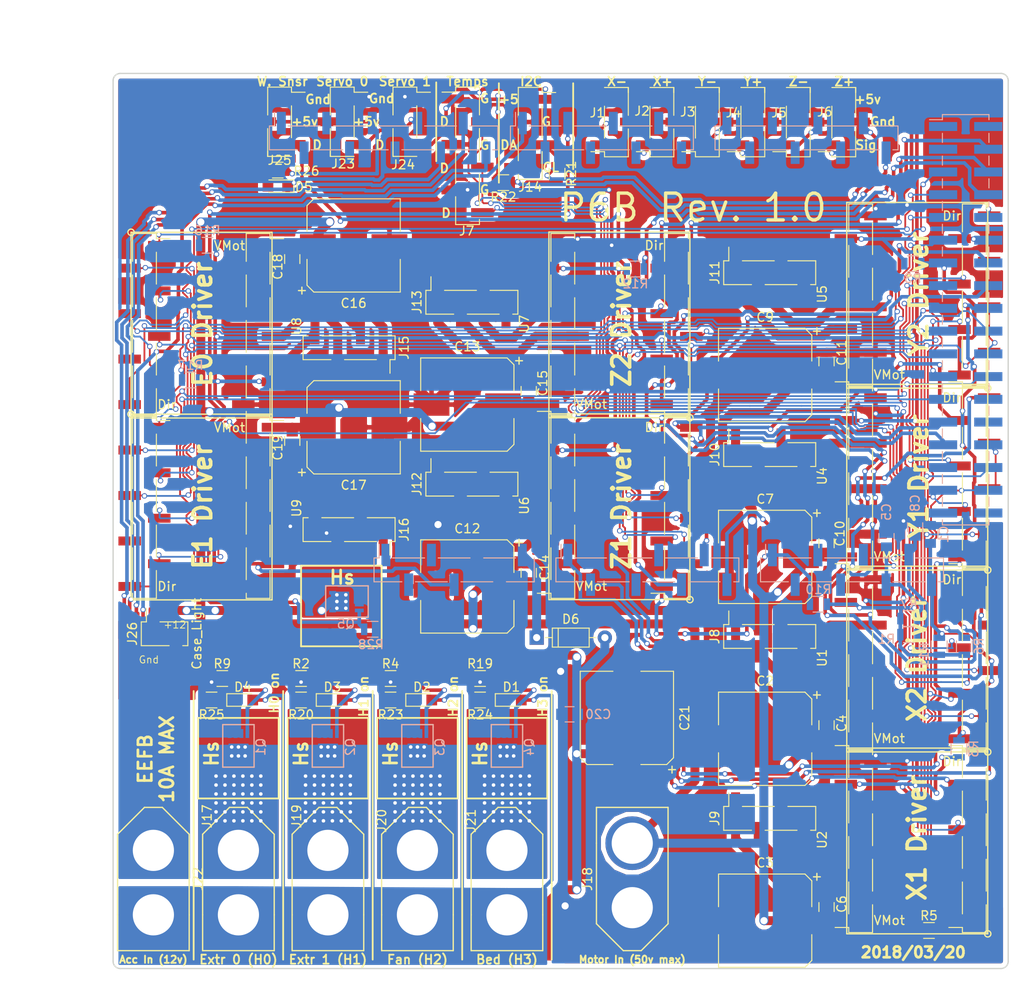
<source format=kicad_pcb>
(kicad_pcb (version 4) (host pcbnew 4.0.7+dfsg1-1~bpo8+1)
  (layers (0 F.Cu signal) (31 B.Cu signal) (34 B.Paste user) (35 F.Paste user) (36 B.SilkS user) (37 F.SilkS user) (38 B.Mask user) (39 F.Mask user) (44 Edge.Cuts user))
  (net 0 "")
  (net 1 THERM2)
  (net 2 GND)
  (net 3 MOT_PWR)
  (net 4 THERM0)
  (net 5 THERM1)
  (net 6 +12V)
  (net 7 "Net-(D5-Pad2)")
  (net 8 "Net-(D6-Pad1)")
  (net 9 XMIN)
  (net 10 +5V)
  (net 11 XMAX)
  (net 12 YMIN)
  (net 13 YMAX)
  (net 14 ZMIN)
  (net 15 ZMAX)
  (net 16 "Net-(J8-Pad2)")
  (net 17 "Net-(J8-Pad4)")
  (net 18 "Net-(J8-Pad1)")
  (net 19 "Net-(J8-Pad3)")
  (net 20 "Net-(J9-Pad2)")
  (net 21 "Net-(J9-Pad4)")
  (net 22 "Net-(J9-Pad1)")
  (net 23 "Net-(J9-Pad3)")
  (net 24 "Net-(J10-Pad2)")
  (net 25 "Net-(J10-Pad4)")
  (net 26 "Net-(J10-Pad1)")
  (net 27 "Net-(J10-Pad3)")
  (net 28 "Net-(J11-Pad2)")
  (net 29 "Net-(J11-Pad4)")
  (net 30 "Net-(J11-Pad1)")
  (net 31 "Net-(J11-Pad3)")
  (net 32 "Net-(J12-Pad2)")
  (net 33 "Net-(J12-Pad4)")
  (net 34 "Net-(J12-Pad1)")
  (net 35 "Net-(J12-Pad3)")
  (net 36 "Net-(J13-Pad2)")
  (net 37 "Net-(J13-Pad4)")
  (net 38 "Net-(J13-Pad1)")
  (net 39 "Net-(J13-Pad3)")
  (net 40 I2C_SCL)
  (net 41 I2C_SDA)
  (net 42 "Net-(J15-Pad2)")
  (net 43 "Net-(J15-Pad4)")
  (net 44 "Net-(J15-Pad1)")
  (net 45 "Net-(J15-Pad3)")
  (net 46 "Net-(J16-Pad2)")
  (net 47 "Net-(J16-Pad4)")
  (net 48 "Net-(J16-Pad1)")
  (net 49 "Net-(J16-Pad3)")
  (net 50 "Net-(J17-Pad1)")
  (net 51 "Net-(J19-Pad1)")
  (net 52 "Net-(J20-Pad1)")
  (net 53 "Net-(J21-Pad1)")
  (net 54 X2EN)
  (net 55 XEN)
  (net 56 YEN)
  (net 57 Y2EN)
  (net 58 ZEN)
  (net 59 Z2EN)
  (net 60 HEATER0)
  (net 61 HEATER1)
  (net 62 HEATER2)
  (net 63 E0EN)
  (net 64 E1EN)
  (net 65 HEATER3)
  (net 66 LED)
  (net 67 "Net-(D1-Pad1)")
  (net 68 "Net-(D2-Pad1)")
  (net 69 "Net-(D3-Pad1)")
  (net 70 "Net-(D4-Pad1)")
  (net 71 SPI_MOSI)
  (net 72 X2SPI_CS)
  (net 73 "Net-(U1-Pad6)")
  (net 74 X2DIR)
  (net 75 SPI_SCK)
  (net 76 SPI_MISO)
  (net 77 X2STEP)
  (net 78 XSPI_CS)
  (net 79 "Net-(U2-Pad6)")
  (net 80 XDIR)
  (net 81 XSTEP)
  (net 82 YSPI_CS)
  (net 83 "Net-(U4-Pad6)")
  (net 84 YDIR)
  (net 85 YSTEP)
  (net 86 Y2SPI_CS)
  (net 87 "Net-(U5-Pad6)")
  (net 88 Y2DIR)
  (net 89 Y2STEP)
  (net 90 ZSPI_CS)
  (net 91 "Net-(U6-Pad6)")
  (net 92 ZDIR)
  (net 93 ZSTEP)
  (net 94 Z2SPI_CS)
  (net 95 "Net-(U7-Pad6)")
  (net 96 Z2DIR)
  (net 97 Z2STEP)
  (net 98 E0SPI_CS)
  (net 99 "Net-(U8-Pad6)")
  (net 100 E0DIR)
  (net 101 E0STEP)
  (net 102 E1SPI_CS)
  (net 103 "Net-(U9-Pad6)")
  (net 104 E1DIR)
  (net 105 E1STEP)
  (net 106 "Net-(U3-Pad70)")
  (net 107 "Net-(U3-Pad73)")
  (net 108 "Net-(U3-Pad12)")
  (net 109 "Net-(U3-Pad74)")
  (net 110 "Net-(U3-Pad57)")
  (net 111 "Net-(U3-Pad58)")
  (net 112 "Net-(U3-Pad63)")
  (net 113 "Net-(U3-Pad65)")
  (net 114 "Net-(U3-Pad64)")
  (net 115 "Net-(U3-Pad66)")
  (net 116 "Net-(U3-Pad4)")
  (net 117 "Net-(U3-Pad0)")
  (net 118 "Net-(U3-Pad1)")
  (net 119 "Net-(U3-Pad17)")
  (net 120 "Net-(U3-Pad16)")
  (net 121 "Net-(U3-Pad22)")
  (net 122 "Net-(U3-Pad45)")
  (net 123 SDCARDSPI_CS)
  (net 124 SERVO0)
  (net 125 SERVO1)
  (net 126 WidthSensor)
  (net 127 "Net-(J26-Pad1)")
  (net 128 CASELIGHT)
  (net 129 "Net-(U3-Pad77)")
  (net 130 "Net-(U3-Pad80)")
  (net 131 "Net-(U3-Pad81)")
  (net 132 "Net-(U3-Pad78)")
  (net 133 "Net-(U3-Pad79)")
  (module Capacitors_SMD:C_0805 (layer B.Cu) (at 191.3 101.5 90)
    (fp_text reference C1 (at 0 1.5 90) (layer B.SilkS) (effects (justify mirror)))
    (fp_text value 2.2uF)
    (pad 1 smd rect (at -1 0 90) (size 1 1.25) (layers B.Cu B.Paste B.Mask) (net 1 THERM2))
    (pad 2 smd rect (at 1 0 90) (size 1 1.25) (layers B.Cu B.Paste B.Mask) (net 2 GND))
  )
  (module Capacitors_SMD:CP_Elec_10x10.5 (layer F.Cu) (at 172.847 124.333 180)
    (fp_text reference C2 (at 0 6.46 180) (layer F.SilkS))
    (fp_text value "100uF 50V")
    (fp_text user + (at -5.78 4.97 180) (layer F.SilkS))
    (pad 1 smd rect (at -4 0) (size 4 2.5) (layers F.Cu F.Paste F.Mask) (net 3 MOT_PWR))
    (pad 2 smd rect (at 4 0) (size 4 2.5) (layers F.Cu F.Paste F.Mask) (net 2 GND))
  )
  (module Capacitors_SMD:CP_Elec_10x10.5 (layer F.Cu) (at 172.847 144.653 180)
    (fp_text reference C3 (at 0 6.46 180) (layer F.SilkS))
    (fp_text value "100uF 50V")
    (fp_text user + (at -5.78 4.97 180) (layer F.SilkS))
    (pad 1 smd rect (at -4 0) (size 4 2.5) (layers F.Cu F.Paste F.Mask) (net 3 MOT_PWR))
    (pad 2 smd rect (at 4 0) (size 4 2.5) (layers F.Cu F.Paste F.Mask) (net 2 GND))
  )
  (module Capacitors_SMD:C_0805 (layer F.Cu) (at 179.705 122.809 270)
    (fp_text reference C4 (at -0.209 -1.695 270) (layer F.SilkS))
    (fp_text value "0.1uF 50V")
    (pad 1 smd rect (at -1 0 270) (size 1 1.25) (layers F.Cu F.Paste F.Mask) (net 2 GND))
    (pad 2 smd rect (at 1 0 270) (size 1 1.25) (layers F.Cu F.Paste F.Mask) (net 3 MOT_PWR))
  )
  (module Capacitors_SMD:C_0805 (layer B.Cu) (at 186.4 101.9 90)
    (fp_text reference C5 (at 2.9 0 90) (layer B.SilkS) (effects (justify mirror)))
    (fp_text value 2.2uF)
    (pad 1 smd rect (at -1 0 90) (size 1 1.25) (layers B.Cu B.Paste B.Mask) (net 4 THERM0))
    (pad 2 smd rect (at 1 0 90) (size 1 1.25) (layers B.Cu B.Paste B.Mask) (net 2 GND))
  )
  (module Capacitors_SMD:C_0805 (layer F.Cu) (at 179.705 143.129 270)
    (fp_text reference C6 (at -0.329 -1.695 270) (layer F.SilkS))
    (fp_text value "0.1uF 50V")
    (pad 1 smd rect (at -1 0 270) (size 1 1.25) (layers F.Cu F.Paste F.Mask) (net 2 GND))
    (pad 2 smd rect (at 1 0 270) (size 1 1.25) (layers F.Cu F.Paste F.Mask) (net 3 MOT_PWR))
  )
  (module Capacitors_SMD:CP_Elec_10x10.5 (layer F.Cu) (at 172.847 104.013 180)
    (fp_text reference C7 (at 0 6.46 180) (layer F.SilkS))
    (fp_text value "100uF 50V")
    (fp_text user + (at -5.78 4.97 180) (layer F.SilkS))
    (pad 1 smd rect (at -4 0) (size 4 2.5) (layers F.Cu F.Paste F.Mask) (net 3 MOT_PWR))
    (pad 2 smd rect (at 4 0) (size 4 2.5) (layers F.Cu F.Paste F.Mask) (net 2 GND))
  )
  (module Capacitors_SMD:C_0805 (layer B.Cu) (at 189.6 100.7 90)
    (fp_text reference C8 (at 2.7 0 90) (layer B.SilkS) (effects (justify mirror)))
    (fp_text value 2.2uF)
    (pad 1 smd rect (at -1 0 90) (size 1 1.25) (layers B.Cu B.Paste B.Mask) (net 5 THERM1))
    (pad 2 smd rect (at 1 0 90) (size 1 1.25) (layers B.Cu B.Paste B.Mask) (net 2 GND))
  )
  (module Capacitors_SMD:CP_Elec_10x10.5 (layer F.Cu) (at 172.847 83.693 180)
    (fp_text reference C9 (at 0 6.46 180) (layer F.SilkS))
    (fp_text value "100uF 50V")
    (fp_text user + (at -5.78 4.97 180) (layer F.SilkS))
    (pad 1 smd rect (at -4 0) (size 4 2.5) (layers F.Cu F.Paste F.Mask) (net 3 MOT_PWR))
    (pad 2 smd rect (at 4 0) (size 4 2.5) (layers F.Cu F.Paste F.Mask) (net 2 GND))
  )
  (module Capacitors_SMD:C_0805 (layer F.Cu) (at 179.705 102.489 270)
    (fp_text reference C10 (at -1.089 -1.495 270) (layer F.SilkS))
    (fp_text value "0.1uF 50V")
    (pad 1 smd rect (at -1 0 270) (size 1 1.25) (layers F.Cu F.Paste F.Mask) (net 2 GND))
    (pad 2 smd rect (at 1 0 270) (size 1 1.25) (layers F.Cu F.Paste F.Mask) (net 3 MOT_PWR))
  )
  (module Capacitors_SMD:C_0805 (layer F.Cu) (at 179.705 82.169 270)
    (fp_text reference C11 (at -0.969 -1.695 270) (layer F.SilkS))
    (fp_text value "0.1uF 50V")
    (pad 1 smd rect (at -1 0 270) (size 1 1.25) (layers F.Cu F.Paste F.Mask) (net 2 GND))
    (pad 2 smd rect (at 1 0 270) (size 1 1.25) (layers F.Cu F.Paste F.Mask) (net 3 MOT_PWR))
  )
  (module Capacitors_SMD:CP_Elec_10x10.5 (layer F.Cu) (at 139.573 107.315 180)
    (fp_text reference C12 (at 0 6.46 180) (layer F.SilkS))
    (fp_text value "100uF 50V")
    (fp_text user + (at -5.78 4.97 180) (layer F.SilkS))
    (pad 1 smd rect (at -4 0) (size 4 2.5) (layers F.Cu F.Paste F.Mask) (net 3 MOT_PWR))
    (pad 2 smd rect (at 4 0) (size 4 2.5) (layers F.Cu F.Paste F.Mask) (net 2 GND))
  )
  (module Capacitors_SMD:CP_Elec_10x10.5 (layer F.Cu) (at 139.573 86.995 180)
    (fp_text reference C13 (at 0 6.46 180) (layer F.SilkS))
    (fp_text value "100uF 50V")
    (fp_text user + (at -5.78 4.97 180) (layer F.SilkS))
    (pad 1 smd rect (at -4 0) (size 4 2.5) (layers F.Cu F.Paste F.Mask) (net 3 MOT_PWR))
    (pad 2 smd rect (at 4 0) (size 4 2.5) (layers F.Cu F.Paste F.Mask) (net 2 GND))
  )
  (module Capacitors_SMD:C_0805 (layer F.Cu) (at 146.431 105.791 270)
    (fp_text reference C14 (at -0.591 -1.769 270) (layer F.SilkS))
    (fp_text value "0.1uF 50V")
    (pad 1 smd rect (at -1 0 270) (size 1 1.25) (layers F.Cu F.Paste F.Mask) (net 2 GND))
    (pad 2 smd rect (at 1 0 270) (size 1 1.25) (layers F.Cu F.Paste F.Mask) (net 3 MOT_PWR))
  )
  (module Capacitors_SMD:C_0805 (layer F.Cu) (at 146.431 85.471 270)
    (fp_text reference C15 (at -0.871 -1.569 270) (layer F.SilkS))
    (fp_text value "0.1uF 50V")
    (pad 1 smd rect (at -1 0 270) (size 1 1.25) (layers F.Cu F.Paste F.Mask) (net 2 GND))
    (pad 2 smd rect (at 1 0 270) (size 1 1.25) (layers F.Cu F.Paste F.Mask) (net 3 MOT_PWR))
  )
  (module Capacitors_SMD:CP_Elec_10x10.5 (layer F.Cu) (at 126.873 69.215)
    (fp_text reference C16 (at 0 6.46) (layer F.SilkS))
    (fp_text value "100uF 50V")
    (fp_text user + (at -5.78 4.97) (layer F.SilkS))
    (pad 1 smd rect (at -4 0 180) (size 4 2.5) (layers F.Cu F.Paste F.Mask) (net 3 MOT_PWR))
    (pad 2 smd rect (at 4 0 180) (size 4 2.5) (layers F.Cu F.Paste F.Mask) (net 2 GND))
  )
  (module Capacitors_SMD:CP_Elec_10x10.5 (layer F.Cu) (at 126.873 89.535)
    (fp_text reference C17 (at 0 6.46) (layer F.SilkS))
    (fp_text value "100uF 50V")
    (fp_text user + (at -5.78 4.97) (layer F.SilkS))
    (pad 1 smd rect (at -4 0 180) (size 4 2.5) (layers F.Cu F.Paste F.Mask) (net 3 MOT_PWR))
    (pad 2 smd rect (at 4 0 180) (size 4 2.5) (layers F.Cu F.Paste F.Mask) (net 2 GND))
  )
  (module Capacitors_SMD:C_0805 (layer F.Cu) (at 120.015 70.739 90)
    (fp_text reference C18 (at -0.861 -1.615 90) (layer F.SilkS))
    (fp_text value "0.1uF 50V")
    (pad 1 smd rect (at -1 0 90) (size 1 1.25) (layers F.Cu F.Paste F.Mask) (net 2 GND))
    (pad 2 smd rect (at 1 0 90) (size 1 1.25) (layers F.Cu F.Paste F.Mask) (net 3 MOT_PWR))
  )
  (module Capacitors_SMD:C_0805 (layer F.Cu) (at 120.015 91.059 90)
    (fp_text reference C19 (at -0.741 -1.615 90) (layer F.SilkS))
    (fp_text value "0.1uF 50V")
    (pad 1 smd rect (at -1 0 90) (size 1 1.25) (layers F.Cu F.Paste F.Mask) (net 2 GND))
    (pad 2 smd rect (at 1 0 90) (size 1 1.25) (layers F.Cu F.Paste F.Mask) (net 3 MOT_PWR))
  )
  (module LEDs:LED_0805 (layer F.Cu) (at 144.5 120)
    (fp_text reference D1 (at 0 -1.45) (layer F.SilkS))
    (fp_text value LED)
    (pad 2 smd rect (at 1.1 0 180) (size 1.2 1.2) (layers F.Cu F.Paste F.Mask) (net 6 +12V))
    (pad 1 smd rect (at -1.1 0 180) (size 1.2 1.2) (layers F.Cu F.Paste F.Mask) (net 67 "Net-(D1-Pad1)"))
  )
  (module LEDs:LED_0805 (layer F.Cu) (at 134.5 120)
    (fp_text reference D2 (at 0 -1.45) (layer F.SilkS))
    (fp_text value LED)
    (pad 2 smd rect (at 1.1 0 180) (size 1.2 1.2) (layers F.Cu F.Paste F.Mask) (net 6 +12V))
    (pad 1 smd rect (at -1.1 0 180) (size 1.2 1.2) (layers F.Cu F.Paste F.Mask) (net 68 "Net-(D2-Pad1)"))
  )
  (module LEDs:LED_0805 (layer F.Cu) (at 124.5 120)
    (fp_text reference D3 (at 0 -1.45) (layer F.SilkS))
    (fp_text value LED)
    (pad 2 smd rect (at 1.1 0 180) (size 1.2 1.2) (layers F.Cu F.Paste F.Mask) (net 6 +12V))
    (pad 1 smd rect (at -1.1 0 180) (size 1.2 1.2) (layers F.Cu F.Paste F.Mask) (net 69 "Net-(D3-Pad1)"))
  )
  (module LEDs:LED_0805 (layer F.Cu) (at 114.5 120)
    (fp_text reference D4 (at 0 -1.45) (layer F.SilkS))
    (fp_text value LED)
    (pad 2 smd rect (at 1.1 0 180) (size 1.2 1.2) (layers F.Cu F.Paste F.Mask) (net 6 +12V))
    (pad 1 smd rect (at -1.1 0 180) (size 1.2 1.2) (layers F.Cu F.Paste F.Mask) (net 70 "Net-(D4-Pad1)"))
  )
  (module LEDs:LED_0805 (layer F.Cu) (at 118.4 62.6 180)
    (fp_text reference D5 (at -2.9 -0.1 180) (layer F.SilkS))
    (fp_text value LED)
    (pad 2 smd rect (at 1.1 0) (size 1.2 1.2) (layers F.Cu F.Paste F.Mask) (net 7 "Net-(D5-Pad2)"))
    (pad 1 smd rect (at -1.1 0) (size 1.2 1.2) (layers F.Cu F.Paste F.Mask) (net 2 GND))
  )
  (module Diodes_THT:D_DO-35_SOD27_P7.62mm_Horizontal (layer F.Cu) (at 147.32 113.03)
    (fp_text reference D6 (at 3.81 -2.06) (layer F.SilkS))
    (fp_text value D)
    (pad 1 thru_hole rect (at 0 0) (size 1.6 1.6) (drill 0.8) (layers *.Cu *.Mask) (net 8 "Net-(D6-Pad1)"))
    (pad 2 thru_hole oval (at 7.62 0) (size 1.6 1.6) (drill 0.8) (layers *.Cu *.Mask) (net 6 +12V))
  )
  (module Pin_Headers:Pin_Header_Straight_1x06_Pitch2.54mm_SMD_Pin1Left (layer F.Cu) (at 139.6 59.2)
    (fp_text reference J7 (at -0.1 8.4) (layer F.SilkS))
    (fp_text value Thermistors)
    (pad 1 smd rect (at -1.655 -6.35) (size 2.51 1) (layers F.Cu F.Paste F.Mask) (net 2 GND))
    (pad 3 smd rect (at -1.655 -1.27) (size 2.51 1) (layers F.Cu F.Paste F.Mask) (net 2 GND))
    (pad 5 smd rect (at -1.655 3.81) (size 2.51 1) (layers F.Cu F.Paste F.Mask) (net 2 GND))
    (pad 2 smd rect (at 1.655 -3.81) (size 2.51 1) (layers F.Cu F.Paste F.Mask) (net 4 THERM0))
    (pad 4 smd rect (at 1.655 1.27) (size 2.51 1) (layers F.Cu F.Paste F.Mask) (net 5 THERM1))
    (pad 6 smd rect (at 1.655 6.35) (size 2.51 1) (layers F.Cu F.Paste F.Mask) (net 1 THERM2))
  )
  (module Pin_Headers:Pin_Header_Straight_1x04_Pitch2.54mm_SMD_Pin1Right (layer F.Cu) (at 173.355 112.903 90)
    (fp_text reference J8 (at 0 -6.14 90) (layer F.SilkS))
    (fp_text value Motor_X2)
    (pad 2 smd rect (at -1.655 -1.27 90) (size 2.51 1) (layers F.Cu F.Paste F.Mask) (net 16 "Net-(J8-Pad2)"))
    (pad 4 smd rect (at -1.655 3.81 90) (size 2.51 1) (layers F.Cu F.Paste F.Mask) (net 17 "Net-(J8-Pad4)"))
    (pad 1 smd rect (at 1.655 -3.81 90) (size 2.51 1) (layers F.Cu F.Paste F.Mask) (net 18 "Net-(J8-Pad1)"))
    (pad 3 smd rect (at 1.655 1.27 90) (size 2.51 1) (layers F.Cu F.Paste F.Mask) (net 19 "Net-(J8-Pad3)"))
  )
  (module Pin_Headers:Pin_Header_Straight_1x04_Pitch2.54mm_SMD_Pin1Right (layer F.Cu) (at 173.355 133.223 90)
    (fp_text reference J9 (at 0 -6.14 90) (layer F.SilkS))
    (fp_text value Motor_X1)
    (pad 2 smd rect (at -1.655 -1.27 90) (size 2.51 1) (layers F.Cu F.Paste F.Mask) (net 20 "Net-(J9-Pad2)"))
    (pad 4 smd rect (at -1.655 3.81 90) (size 2.51 1) (layers F.Cu F.Paste F.Mask) (net 21 "Net-(J9-Pad4)"))
    (pad 1 smd rect (at 1.655 -3.81 90) (size 2.51 1) (layers F.Cu F.Paste F.Mask) (net 22 "Net-(J9-Pad1)"))
    (pad 3 smd rect (at 1.655 1.27 90) (size 2.51 1) (layers F.Cu F.Paste F.Mask) (net 23 "Net-(J9-Pad3)"))
  )
  (module Pin_Headers:Pin_Header_Straight_1x04_Pitch2.54mm_SMD_Pin1Right (layer F.Cu) (at 173.355 92.583 90)
    (fp_text reference J10 (at 0 -6.14 90) (layer F.SilkS))
    (fp_text value Motor_Y1)
    (pad 2 smd rect (at -1.655 -1.27 90) (size 2.51 1) (layers F.Cu F.Paste F.Mask) (net 24 "Net-(J10-Pad2)"))
    (pad 4 smd rect (at -1.655 3.81 90) (size 2.51 1) (layers F.Cu F.Paste F.Mask) (net 25 "Net-(J10-Pad4)"))
    (pad 1 smd rect (at 1.655 -3.81 90) (size 2.51 1) (layers F.Cu F.Paste F.Mask) (net 26 "Net-(J10-Pad1)"))
    (pad 3 smd rect (at 1.655 1.27 90) (size 2.51 1) (layers F.Cu F.Paste F.Mask) (net 27 "Net-(J10-Pad3)"))
  )
  (module Pin_Headers:Pin_Header_Straight_1x04_Pitch2.54mm_SMD_Pin1Right (layer F.Cu) (at 173.355 72.263 90)
    (fp_text reference J11 (at 0 -6.14 90) (layer F.SilkS))
    (fp_text value Motor_Y2)
    (pad 2 smd rect (at -1.655 -1.27 90) (size 2.51 1) (layers F.Cu F.Paste F.Mask) (net 28 "Net-(J11-Pad2)"))
    (pad 4 smd rect (at -1.655 3.81 90) (size 2.51 1) (layers F.Cu F.Paste F.Mask) (net 29 "Net-(J11-Pad4)"))
    (pad 1 smd rect (at 1.655 -3.81 90) (size 2.51 1) (layers F.Cu F.Paste F.Mask) (net 30 "Net-(J11-Pad1)"))
    (pad 3 smd rect (at 1.655 1.27 90) (size 2.51 1) (layers F.Cu F.Paste F.Mask) (net 31 "Net-(J11-Pad3)"))
  )
  (module Pin_Headers:Pin_Header_Straight_1x04_Pitch2.54mm_SMD_Pin1Right (layer F.Cu) (at 140.081 95.885 90)
    (fp_text reference J12 (at 0 -6.14 90) (layer F.SilkS))
    (fp_text value Motor_Z1)
    (pad 2 smd rect (at -1.655 -1.27 90) (size 2.51 1) (layers F.Cu F.Paste F.Mask) (net 32 "Net-(J12-Pad2)"))
    (pad 4 smd rect (at -1.655 3.81 90) (size 2.51 1) (layers F.Cu F.Paste F.Mask) (net 33 "Net-(J12-Pad4)"))
    (pad 1 smd rect (at 1.655 -3.81 90) (size 2.51 1) (layers F.Cu F.Paste F.Mask) (net 34 "Net-(J12-Pad1)"))
    (pad 3 smd rect (at 1.655 1.27 90) (size 2.51 1) (layers F.Cu F.Paste F.Mask) (net 35 "Net-(J12-Pad3)"))
  )
  (module Pin_Headers:Pin_Header_Straight_1x04_Pitch2.54mm_SMD_Pin1Right (layer F.Cu) (at 140.081 75.565 90)
    (fp_text reference J13 (at 0 -6.14 90) (layer F.SilkS))
    (fp_text value Motor_Z2)
    (pad 2 smd rect (at -1.655 -1.27 90) (size 2.51 1) (layers F.Cu F.Paste F.Mask) (net 36 "Net-(J13-Pad2)"))
    (pad 4 smd rect (at -1.655 3.81 90) (size 2.51 1) (layers F.Cu F.Paste F.Mask) (net 37 "Net-(J13-Pad4)"))
    (pad 1 smd rect (at 1.655 -3.81 90) (size 2.51 1) (layers F.Cu F.Paste F.Mask) (net 38 "Net-(J13-Pad1)"))
    (pad 3 smd rect (at 1.655 1.27 90) (size 2.51 1) (layers F.Cu F.Paste F.Mask) (net 39 "Net-(J13-Pad3)"))
  )
  (module Pin_Headers:Pin_Header_Straight_1x04_Pitch2.54mm_SMD_Pin1Right (layer F.Cu) (at 146.6 56.7)
    (fp_text reference J14 (at 0 6) (layer F.SilkS))
    (fp_text value I2C)
    (pad 2 smd rect (at -1.655 -1.27) (size 2.51 1) (layers F.Cu F.Paste F.Mask) (net 2 GND))
    (pad 4 smd rect (at -1.655 3.81) (size 2.51 1) (layers F.Cu F.Paste F.Mask) (net 40 I2C_SCL))
    (pad 1 smd rect (at 1.655 -3.81) (size 2.51 1) (layers F.Cu F.Paste F.Mask) (net 10 +5V))
    (pad 3 smd rect (at 1.655 1.27) (size 2.51 1) (layers F.Cu F.Paste F.Mask) (net 41 I2C_SDA))
  )
  (module Pin_Headers:Pin_Header_Straight_1x04_Pitch2.54mm_SMD_Pin1Right (layer F.Cu) (at 126.365 80.645 270)
    (fp_text reference J15 (at 0 -6.14 270) (layer F.SilkS))
    (fp_text value Motor_E0)
    (pad 2 smd rect (at -1.655 -1.27 270) (size 2.51 1) (layers F.Cu F.Paste F.Mask) (net 42 "Net-(J15-Pad2)"))
    (pad 4 smd rect (at -1.655 3.81 270) (size 2.51 1) (layers F.Cu F.Paste F.Mask) (net 43 "Net-(J15-Pad4)"))
    (pad 1 smd rect (at 1.655 -3.81 270) (size 2.51 1) (layers F.Cu F.Paste F.Mask) (net 44 "Net-(J15-Pad1)"))
    (pad 3 smd rect (at 1.655 1.27 270) (size 2.51 1) (layers F.Cu F.Paste F.Mask) (net 45 "Net-(J15-Pad3)"))
  )
  (module Pin_Headers:Pin_Header_Straight_1x04_Pitch2.54mm_SMD_Pin1Right (layer F.Cu) (at 126.365 100.965 270)
    (fp_text reference J16 (at 0 -6.14 270) (layer F.SilkS))
    (fp_text value Motor_E1)
    (pad 2 smd rect (at -1.655 -1.27 270) (size 2.51 1) (layers F.Cu F.Paste F.Mask) (net 46 "Net-(J16-Pad2)"))
    (pad 4 smd rect (at -1.655 3.81 270) (size 2.51 1) (layers F.Cu F.Paste F.Mask) (net 47 "Net-(J16-Pad4)"))
    (pad 1 smd rect (at 1.655 -3.81 270) (size 2.51 1) (layers F.Cu F.Paste F.Mask) (net 48 "Net-(J16-Pad1)"))
    (pad 3 smd rect (at 1.655 1.27 270) (size 2.51 1) (layers F.Cu F.Paste F.Mask) (net 49 "Net-(J16-Pad3)"))
  )
  (module mysensors_arduino:XT60_Land_THT (layer F.Cu) (at 114 144 90)
    (fp_text reference J17 (at 11 -3.5 90) (layer F.SilkS))
    (fp_text value Conn_Heater0)
    (pad 1 thru_hole circle (at 7.2 0 90) (size 6 6) (drill 4.6) (layers *.Cu *.Mask) (net 50 "Net-(J17-Pad1)"))
    (pad 2 thru_hole circle (at 0 0 90) (size 6 6) (drill 4.6) (layers *.Cu *.Mask) (net 6 +12V))
  )
  (module mysensors_arduino:XT60_Land_THT (layer F.Cu) (at 124 144 90)
    (fp_text reference J19 (at 11 -3.5 90) (layer F.SilkS))
    (fp_text value Conn_Heater1)
    (pad 1 thru_hole circle (at 7.2 0 90) (size 6 6) (drill 4.6) (layers *.Cu *.Mask) (net 51 "Net-(J19-Pad1)"))
    (pad 2 thru_hole circle (at 0 0 90) (size 6 6) (drill 4.6) (layers *.Cu *.Mask) (net 6 +12V))
  )
  (module mysensors_arduino:XT60_Land_THT (layer F.Cu) (at 134 144 90)
    (fp_text reference J20 (at 10.5 -4 90) (layer F.SilkS))
    (fp_text value Conn_Heater2)
    (pad 1 thru_hole circle (at 7.2 0 90) (size 6 6) (drill 4.6) (layers *.Cu *.Mask) (net 52 "Net-(J20-Pad1)"))
    (pad 2 thru_hole circle (at 0 0 90) (size 6 6) (drill 4.6) (layers *.Cu *.Mask) (net 6 +12V))
  )
  (module mysensors_arduino:XT60_Land_THT (layer F.Cu) (at 144 144 90)
    (fp_text reference J21 (at 10.5 -4 90) (layer F.SilkS))
    (fp_text value Conn_Heater3)
    (pad 1 thru_hole circle (at 7.2 0 90) (size 6 6) (drill 4.6) (layers *.Cu *.Mask) (net 53 "Net-(J21-Pad1)"))
    (pad 2 thru_hole circle (at 0 0 90) (size 6 6) (drill 4.6) (layers *.Cu *.Mask) (net 6 +12V))
  )
  (module Resistors_SMD:R_0805 (layer B.Cu) (at 188.9 112.7 180)
    (fp_text reference R1 (at 2.5 -0.5 180) (layer B.SilkS) (effects (justify mirror)))
    (fp_text value 4.7k)
    (pad 1 smd rect (at -0.95 0 180) (size 0.7 1.3) (layers B.Cu B.Paste B.Mask) (net 5 THERM1))
    (pad 2 smd rect (at 0.95 0 180) (size 0.7 1.3) (layers B.Cu B.Paste B.Mask) (net 10 +5V))
  )
  (module Resistors_SMD:R_0805 (layer F.Cu) (at 121 117.6)
    (fp_text reference R2 (at 0 -1.65) (layer F.SilkS))
    (fp_text value 100k)
    (pad 1 smd rect (at -0.95 0) (size 0.7 1.3) (layers F.Cu F.Paste F.Mask) (net 2 GND))
    (pad 2 smd rect (at 0.95 0) (size 0.7 1.3) (layers F.Cu F.Paste F.Mask) (net 61 HEATER1))
  )
  (module Resistors_SMD:R_0805 (layer B.Cu) (at 194.5 125.45 90)
    (fp_text reference R3 (at 0 1.65 90) (layer B.SilkS) (effects (justify mirror)))
    (fp_text value 10k)
    (pad 1 smd rect (at -0.95 0 90) (size 0.7 1.3) (layers B.Cu B.Paste B.Mask) (net 10 +5V))
    (pad 2 smd rect (at 0.95 0 90) (size 0.7 1.3) (layers B.Cu B.Paste B.Mask) (net 54 X2EN))
  )
  (module Resistors_SMD:R_0805 (layer F.Cu) (at 131 117.6)
    (fp_text reference R4 (at 0 -1.65) (layer F.SilkS))
    (fp_text value 100k)
    (pad 1 smd rect (at -0.95 0) (size 0.7 1.3) (layers F.Cu F.Paste F.Mask) (net 2 GND))
    (pad 2 smd rect (at 0.95 0) (size 0.7 1.3) (layers F.Cu F.Paste F.Mask) (net 62 HEATER2))
  )
  (module Resistors_SMD:R_0805 (layer F.Cu) (at 191.15 145.75)
    (fp_text reference R5 (at 0 -1.65) (layer F.SilkS))
    (fp_text value 10k)
    (pad 1 smd rect (at -0.95 0) (size 0.7 1.3) (layers F.Cu F.Paste F.Mask) (net 10 +5V))
    (pad 2 smd rect (at 0.95 0) (size 0.7 1.3) (layers F.Cu F.Paste F.Mask) (net 55 XEN))
  )
  (module Resistors_SMD:R_0805 (layer B.Cu) (at 195.1 114 90)
    (fp_text reference R6 (at 0 1.65 90) (layer B.SilkS) (effects (justify mirror)))
    (fp_text value 10k)
    (pad 1 smd rect (at -0.95 0 90) (size 0.7 1.3) (layers B.Cu B.Paste B.Mask) (net 10 +5V))
    (pad 2 smd rect (at 0.95 0 90) (size 0.7 1.3) (layers B.Cu B.Paste B.Mask) (net 56 YEN))
  )
  (module Resistors_SMD:R_0805 (layer B.Cu) (at 188.9 110.9 180)
    (fp_text reference R7 (at 0 1.65 180) (layer B.SilkS) (effects (justify mirror)))
    (fp_text value 4.7k)
    (pad 1 smd rect (at -0.95 0 180) (size 0.7 1.3) (layers B.Cu B.Paste B.Mask) (net 4 THERM0))
    (pad 2 smd rect (at 0.95 0 180) (size 0.7 1.3) (layers B.Cu B.Paste B.Mask) (net 10 +5V))
  )
  (module Resistors_SMD:R_0805 (layer B.Cu) (at 189.35 71.25)
    (fp_text reference R8 (at 0 1.65) (layer B.SilkS) (effects (justify mirror)))
    (fp_text value 10k)
    (pad 1 smd rect (at -0.95 0) (size 0.7 1.3) (layers B.Cu B.Paste B.Mask) (net 10 +5V))
    (pad 2 smd rect (at 0.95 0) (size 0.7 1.3) (layers B.Cu B.Paste B.Mask) (net 57 Y2EN))
  )
  (module Resistors_SMD:R_0805 (layer F.Cu) (at 112.2 117.6)
    (fp_text reference R9 (at 0 -1.65) (layer F.SilkS))
    (fp_text value 100k)
    (pad 1 smd rect (at -0.95 0) (size 0.7 1.3) (layers F.Cu F.Paste F.Mask) (net 2 GND))
    (pad 2 smd rect (at 0.95 0) (size 0.7 1.3) (layers F.Cu F.Paste F.Mask) (net 60 HEATER0))
  )
  (module Resistors_SMD:R_0805 (layer B.Cu) (at 178.8 109.3 180)
    (fp_text reference R10 (at 0 1.65 180) (layer B.SilkS) (effects (justify mirror)))
    (fp_text value 10k)
    (pad 1 smd rect (at -0.95 0 180) (size 0.7 1.3) (layers B.Cu B.Paste B.Mask) (net 10 +5V))
    (pad 2 smd rect (at 0.95 0 180) (size 0.7 1.3) (layers B.Cu B.Paste B.Mask) (net 58 ZEN))
  )
  (module Resistors_SMD:R_0805 (layer B.Cu) (at 192.3 114 270)
    (fp_text reference R11 (at 1 1.7 270) (layer B.SilkS) (effects (justify mirror)))
    (fp_text value 4.7k)
    (pad 1 smd rect (at -0.95 0 270) (size 0.7 1.3) (layers B.Cu B.Paste B.Mask) (net 1 THERM2))
    (pad 2 smd rect (at 0.95 0 270) (size 0.7 1.3) (layers B.Cu B.Paste B.Mask) (net 10 +5V))
  )
  (module Resistors_SMD:R_0805 (layer B.Cu) (at 158.35 71.85)
    (fp_text reference R12 (at 0 1.65) (layer B.SilkS) (effects (justify mirror)))
    (fp_text value 10k)
    (pad 1 smd rect (at -0.95 0) (size 0.7 1.3) (layers B.Cu B.Paste B.Mask) (net 10 +5V))
    (pad 2 smd rect (at 0.95 0) (size 0.7 1.3) (layers B.Cu B.Paste B.Mask) (net 59 Z2EN))
  )
  (module Resistors_SMD:R_0805 (layer B.Cu) (at 110.55 69.2 180)
    (fp_text reference R16 (at 0 1.65 180) (layer B.SilkS) (effects (justify mirror)))
    (fp_text value 10k)
    (pad 1 smd rect (at -0.95 0 180) (size 0.7 1.3) (layers B.Cu B.Paste B.Mask) (net 10 +5V))
    (pad 2 smd rect (at 0.95 0 180) (size 0.7 1.3) (layers B.Cu B.Paste B.Mask) (net 63 E0EN))
  )
  (module Resistors_SMD:R_0805 (layer B.Cu) (at 108.65 84.25 180)
    (fp_text reference R17 (at 0 1.65 180) (layer B.SilkS) (effects (justify mirror)))
    (fp_text value 10k)
    (pad 1 smd rect (at -0.95 0 180) (size 0.7 1.3) (layers B.Cu B.Paste B.Mask) (net 10 +5V))
    (pad 2 smd rect (at 0.95 0 180) (size 0.7 1.3) (layers B.Cu B.Paste B.Mask) (net 64 E1EN))
  )
  (module Resistors_SMD:R_0805 (layer F.Cu) (at 141 117.6)
    (fp_text reference R19 (at 0 -1.65) (layer F.SilkS))
    (fp_text value 100k)
    (pad 1 smd rect (at -0.95 0) (size 0.7 1.3) (layers F.Cu F.Paste F.Mask) (net 2 GND))
    (pad 2 smd rect (at 0.95 0) (size 0.7 1.3) (layers F.Cu F.Paste F.Mask) (net 65 HEATER3))
  )
  (module Resistors_SMD:R_0805 (layer F.Cu) (at 121 120 180)
    (fp_text reference R20 (at 0 -1.65 180) (layer F.SilkS))
    (fp_text value 1.8k)
    (pad 1 smd rect (at -0.95 0 180) (size 0.7 1.3) (layers F.Cu F.Paste F.Mask) (net 69 "Net-(D3-Pad1)"))
    (pad 2 smd rect (at 0.95 0 180) (size 0.7 1.3) (layers F.Cu F.Paste F.Mask) (net 51 "Net-(J19-Pad1)"))
  )
  (module Resistors_SMD:R_0805 (layer F.Cu) (at 149.6 61.2 90)
    (fp_text reference R21 (at 0 1.6 90) (layer F.SilkS))
    (fp_text value 4.7k)
    (pad 1 smd rect (at -0.95 0 90) (size 0.7 1.3) (layers F.Cu F.Paste F.Mask) (net 10 +5V))
    (pad 2 smd rect (at 0.95 0 90) (size 0.7 1.3) (layers F.Cu F.Paste F.Mask) (net 41 I2C_SDA))
  )
  (module Resistors_SMD:R_0805 (layer F.Cu) (at 143.6 62.2)
    (fp_text reference R22 (at 0 1.6) (layer F.SilkS))
    (fp_text value 4.7k)
    (pad 1 smd rect (at -0.95 0) (size 0.7 1.3) (layers F.Cu F.Paste F.Mask) (net 10 +5V))
    (pad 2 smd rect (at 0.95 0) (size 0.7 1.3) (layers F.Cu F.Paste F.Mask) (net 40 I2C_SCL))
  )
  (module Resistors_SMD:R_0805 (layer F.Cu) (at 131 120 180)
    (fp_text reference R23 (at 0 -1.65 180) (layer F.SilkS))
    (fp_text value 1.8k)
    (pad 1 smd rect (at -0.95 0 180) (size 0.7 1.3) (layers F.Cu F.Paste F.Mask) (net 68 "Net-(D2-Pad1)"))
    (pad 2 smd rect (at 0.95 0 180) (size 0.7 1.3) (layers F.Cu F.Paste F.Mask) (net 52 "Net-(J20-Pad1)"))
  )
  (module Resistors_SMD:R_0805 (layer F.Cu) (at 141 120 180)
    (fp_text reference R24 (at 0 -1.65 180) (layer F.SilkS))
    (fp_text value 1.8k)
    (pad 1 smd rect (at -0.95 0 180) (size 0.7 1.3) (layers F.Cu F.Paste F.Mask) (net 67 "Net-(D1-Pad1)"))
    (pad 2 smd rect (at 0.95 0 180) (size 0.7 1.3) (layers F.Cu F.Paste F.Mask) (net 53 "Net-(J21-Pad1)"))
  )
  (module Resistors_SMD:R_0805 (layer F.Cu) (at 111 120 180)
    (fp_text reference R25 (at 0 -1.65 180) (layer F.SilkS))
    (fp_text value 1.8k)
    (pad 1 smd rect (at -0.95 0 180) (size 0.7 1.3) (layers F.Cu F.Paste F.Mask) (net 70 "Net-(D4-Pad1)"))
    (pad 2 smd rect (at 0.95 0 180) (size 0.7 1.3) (layers F.Cu F.Paste F.Mask) (net 50 "Net-(J17-Pad1)"))
  )
  (module Resistors_SMD:R_0805 (layer F.Cu) (at 118.4 60.8)
    (fp_text reference R26 (at 3.2 0.1) (layer F.SilkS))
    (fp_text value 1k)
    (pad 1 smd rect (at -0.95 0) (size 0.7 1.3) (layers F.Cu F.Paste F.Mask) (net 7 "Net-(D5-Pad2)"))
    (pad 2 smd rect (at 0.95 0) (size 0.7 1.3) (layers F.Cu F.Paste F.Mask) (net 66 LED))
  )
  (module mysensors_arduino:TMC2130_Carrier_SMD (layer F.Cu) (at 196.215 106.553 180)
    (fp_text reference U1 (at 17 -8.75 270) (layer F.SilkS))
    (fp_text value X2_Carrier)
    (fp_text user Dir (at 2.5 0 180) (layer F.SilkS))
    (fp_text user VMot (at 9.5 -17.75 180) (layer F.SilkS))
    (pad 15 smd rect (at 11.045 -15.24 180) (size 2.51 1) (layers F.Cu F.Paste F.Mask) (net 2 GND))
    (pad 13 smd rect (at 11.045 -10.16 180) (size 2.51 1) (layers F.Cu F.Paste F.Mask) (net 16 "Net-(J8-Pad2)"))
    (pad 11 smd rect (at 11.045 -5.08 180) (size 2.51 1) (layers F.Cu F.Paste F.Mask) (net 17 "Net-(J8-Pad4)"))
    (pad 9 smd rect (at 11.045 0 180) (size 2.51 1) (layers F.Cu F.Paste F.Mask) (net 2 GND))
    (pad 16 smd rect (at 14.355 -17.78 180) (size 2.51 1) (layers F.Cu F.Paste F.Mask) (net 3 MOT_PWR))
    (pad 14 smd rect (at 14.355 -12.7 180) (size 2.51 1) (layers F.Cu F.Paste F.Mask) (net 18 "Net-(J8-Pad1)"))
    (pad 12 smd rect (at 14.355 -7.62 180) (size 2.51 1) (layers F.Cu F.Paste F.Mask) (net 19 "Net-(J8-Pad3)"))
    (pad 10 smd rect (at 14.355 -2.54 180) (size 2.51 1) (layers F.Cu F.Paste F.Mask) (net 10 +5V))
    (pad 2 smd rect (at -1.655 -15.24 180) (size 2.51 1) (layers F.Cu F.Paste F.Mask) (net 71 SPI_MOSI))
    (pad 4 smd rect (at -1.655 -10.16 180) (size 2.51 1) (layers F.Cu F.Paste F.Mask) (net 72 X2SPI_CS))
    (pad 6 smd rect (at -1.655 -5.08 180) (size 2.51 1) (layers F.Cu F.Paste F.Mask) (net 73 "Net-(U1-Pad6)"))
    (pad 8 smd rect (at -1.655 0 180) (size 2.51 1) (layers F.Cu F.Paste F.Mask) (net 74 X2DIR))
    (pad 1 smd rect (at 1.655 -17.78 180) (size 2.51 1) (layers F.Cu F.Paste F.Mask) (net 54 X2EN))
    (pad 3 smd rect (at 1.655 -12.7 180) (size 2.51 1) (layers F.Cu F.Paste F.Mask) (net 75 SPI_SCK))
    (pad 5 smd rect (at 1.655 -7.62 180) (size 2.51 1) (layers F.Cu F.Paste F.Mask) (net 76 SPI_MISO))
    (pad 7 smd rect (at 1.655 -2.54 180) (size 2.51 1) (layers F.Cu F.Paste F.Mask) (net 77 X2STEP))
  )
  (module mysensors_arduino:TMC2130_Carrier_SMD (layer F.Cu) (at 196.215 126.873 180)
    (fp_text reference U2 (at 17 -8.75 270) (layer F.SilkS))
    (fp_text value X_Carrier)
    (fp_text user Dir (at 2.5 0 180) (layer F.SilkS))
    (fp_text user VMot (at 9.5 -17.75 180) (layer F.SilkS))
    (pad 15 smd rect (at 11.045 -15.24 180) (size 2.51 1) (layers F.Cu F.Paste F.Mask) (net 2 GND))
    (pad 13 smd rect (at 11.045 -10.16 180) (size 2.51 1) (layers F.Cu F.Paste F.Mask) (net 20 "Net-(J9-Pad2)"))
    (pad 11 smd rect (at 11.045 -5.08 180) (size 2.51 1) (layers F.Cu F.Paste F.Mask) (net 21 "Net-(J9-Pad4)"))
    (pad 9 smd rect (at 11.045 0 180) (size 2.51 1) (layers F.Cu F.Paste F.Mask) (net 2 GND))
    (pad 16 smd rect (at 14.355 -17.78 180) (size 2.51 1) (layers F.Cu F.Paste F.Mask) (net 3 MOT_PWR))
    (pad 14 smd rect (at 14.355 -12.7 180) (size 2.51 1) (layers F.Cu F.Paste F.Mask) (net 22 "Net-(J9-Pad1)"))
    (pad 12 smd rect (at 14.355 -7.62 180) (size 2.51 1) (layers F.Cu F.Paste F.Mask) (net 23 "Net-(J9-Pad3)"))
    (pad 10 smd rect (at 14.355 -2.54 180) (size 2.51 1) (layers F.Cu F.Paste F.Mask) (net 10 +5V))
    (pad 2 smd rect (at -1.655 -15.24 180) (size 2.51 1) (layers F.Cu F.Paste F.Mask) (net 71 SPI_MOSI))
    (pad 4 smd rect (at -1.655 -10.16 180) (size 2.51 1) (layers F.Cu F.Paste F.Mask) (net 78 XSPI_CS))
    (pad 6 smd rect (at -1.655 -5.08 180) (size 2.51 1) (layers F.Cu F.Paste F.Mask) (net 79 "Net-(U2-Pad6)"))
    (pad 8 smd rect (at -1.655 0 180) (size 2.51 1) (layers F.Cu F.Paste F.Mask) (net 80 XDIR))
    (pad 1 smd rect (at 1.655 -17.78 180) (size 2.51 1) (layers F.Cu F.Paste F.Mask) (net 55 XEN))
    (pad 3 smd rect (at 1.655 -12.7 180) (size 2.51 1) (layers F.Cu F.Paste F.Mask) (net 75 SPI_SCK))
    (pad 5 smd rect (at 1.655 -7.62 180) (size 2.51 1) (layers F.Cu F.Paste F.Mask) (net 76 SPI_MISO))
    (pad 7 smd rect (at 1.655 -2.54 180) (size 2.51 1) (layers F.Cu F.Paste F.Mask) (net 81 XSTEP))
  )
  (module mysensors_arduino:TMC2130_Carrier_SMD (layer F.Cu) (at 196.215 86.233 180)
    (fp_text reference U4 (at 17 -8.75 270) (layer F.SilkS))
    (fp_text value Y_Carrier)
    (fp_text user Dir (at 2.5 0 180) (layer F.SilkS))
    (fp_text user VMot (at 9.5 -17.75 180) (layer F.SilkS))
    (pad 15 smd rect (at 11.045 -15.24 180) (size 2.51 1) (layers F.Cu F.Paste F.Mask) (net 2 GND))
    (pad 13 smd rect (at 11.045 -10.16 180) (size 2.51 1) (layers F.Cu F.Paste F.Mask) (net 24 "Net-(J10-Pad2)"))
    (pad 11 smd rect (at 11.045 -5.08 180) (size 2.51 1) (layers F.Cu F.Paste F.Mask) (net 25 "Net-(J10-Pad4)"))
    (pad 9 smd rect (at 11.045 0 180) (size 2.51 1) (layers F.Cu F.Paste F.Mask) (net 2 GND))
    (pad 16 smd rect (at 14.355 -17.78 180) (size 2.51 1) (layers F.Cu F.Paste F.Mask) (net 3 MOT_PWR))
    (pad 14 smd rect (at 14.355 -12.7 180) (size 2.51 1) (layers F.Cu F.Paste F.Mask) (net 26 "Net-(J10-Pad1)"))
    (pad 12 smd rect (at 14.355 -7.62 180) (size 2.51 1) (layers F.Cu F.Paste F.Mask) (net 27 "Net-(J10-Pad3)"))
    (pad 10 smd rect (at 14.355 -2.54 180) (size 2.51 1) (layers F.Cu F.Paste F.Mask) (net 10 +5V))
    (pad 2 smd rect (at -1.655 -15.24 180) (size 2.51 1) (layers F.Cu F.Paste F.Mask) (net 71 SPI_MOSI))
    (pad 4 smd rect (at -1.655 -10.16 180) (size 2.51 1) (layers F.Cu F.Paste F.Mask) (net 82 YSPI_CS))
    (pad 6 smd rect (at -1.655 -5.08 180) (size 2.51 1) (layers F.Cu F.Paste F.Mask) (net 83 "Net-(U4-Pad6)"))
    (pad 8 smd rect (at -1.655 0 180) (size 2.51 1) (layers F.Cu F.Paste F.Mask) (net 84 YDIR))
    (pad 1 smd rect (at 1.655 -17.78 180) (size 2.51 1) (layers F.Cu F.Paste F.Mask) (net 56 YEN))
    (pad 3 smd rect (at 1.655 -12.7 180) (size 2.51 1) (layers F.Cu F.Paste F.Mask) (net 75 SPI_SCK))
    (pad 5 smd rect (at 1.655 -7.62 180) (size 2.51 1) (layers F.Cu F.Paste F.Mask) (net 76 SPI_MISO))
    (pad 7 smd rect (at 1.655 -2.54 180) (size 2.51 1) (layers F.Cu F.Paste F.Mask) (net 85 YSTEP))
  )
  (module mysensors_arduino:TMC2130_Carrier_SMD (layer F.Cu) (at 196.215 65.913 180)
    (fp_text reference U5 (at 17 -8.75 270) (layer F.SilkS))
    (fp_text value Y2_Carrier)
    (fp_text user Dir (at 2.5 0 180) (layer F.SilkS))
    (fp_text user VMot (at 9.5 -17.75 180) (layer F.SilkS))
    (pad 15 smd rect (at 11.045 -15.24 180) (size 2.51 1) (layers F.Cu F.Paste F.Mask) (net 2 GND))
    (pad 13 smd rect (at 11.045 -10.16 180) (size 2.51 1) (layers F.Cu F.Paste F.Mask) (net 28 "Net-(J11-Pad2)"))
    (pad 11 smd rect (at 11.045 -5.08 180) (size 2.51 1) (layers F.Cu F.Paste F.Mask) (net 29 "Net-(J11-Pad4)"))
    (pad 9 smd rect (at 11.045 0 180) (size 2.51 1) (layers F.Cu F.Paste F.Mask) (net 2 GND))
    (pad 16 smd rect (at 14.355 -17.78 180) (size 2.51 1) (layers F.Cu F.Paste F.Mask) (net 3 MOT_PWR))
    (pad 14 smd rect (at 14.355 -12.7 180) (size 2.51 1) (layers F.Cu F.Paste F.Mask) (net 30 "Net-(J11-Pad1)"))
    (pad 12 smd rect (at 14.355 -7.62 180) (size 2.51 1) (layers F.Cu F.Paste F.Mask) (net 31 "Net-(J11-Pad3)"))
    (pad 10 smd rect (at 14.355 -2.54 180) (size 2.51 1) (layers F.Cu F.Paste F.Mask) (net 10 +5V))
    (pad 2 smd rect (at -1.655 -15.24 180) (size 2.51 1) (layers F.Cu F.Paste F.Mask) (net 71 SPI_MOSI))
    (pad 4 smd rect (at -1.655 -10.16 180) (size 2.51 1) (layers F.Cu F.Paste F.Mask) (net 86 Y2SPI_CS))
    (pad 6 smd rect (at -1.655 -5.08 180) (size 2.51 1) (layers F.Cu F.Paste F.Mask) (net 87 "Net-(U5-Pad6)"))
    (pad 8 smd rect (at -1.655 0 180) (size 2.51 1) (layers F.Cu F.Paste F.Mask) (net 88 Y2DIR))
    (pad 1 smd rect (at 1.655 -17.78 180) (size 2.51 1) (layers F.Cu F.Paste F.Mask) (net 57 Y2EN))
    (pad 3 smd rect (at 1.655 -12.7 180) (size 2.51 1) (layers F.Cu F.Paste F.Mask) (net 75 SPI_SCK))
    (pad 5 smd rect (at 1.655 -7.62 180) (size 2.51 1) (layers F.Cu F.Paste F.Mask) (net 76 SPI_MISO))
    (pad 7 smd rect (at 1.655 -2.54 180) (size 2.51 1) (layers F.Cu F.Paste F.Mask) (net 89 Y2STEP))
  )
  (module mysensors_arduino:TMC2130_Carrier_SMD (layer F.Cu) (at 162.941 89.535 180)
    (fp_text reference U6 (at 17 -8.75 270) (layer F.SilkS))
    (fp_text value Z_Carrier)
    (fp_text user Dir (at 2.5 0 180) (layer F.SilkS))
    (fp_text user VMot (at 9.5 -17.75 180) (layer F.SilkS))
    (pad 15 smd rect (at 11.045 -15.24 180) (size 2.51 1) (layers F.Cu F.Paste F.Mask) (net 2 GND))
    (pad 13 smd rect (at 11.045 -10.16 180) (size 2.51 1) (layers F.Cu F.Paste F.Mask) (net 32 "Net-(J12-Pad2)"))
    (pad 11 smd rect (at 11.045 -5.08 180) (size 2.51 1) (layers F.Cu F.Paste F.Mask) (net 33 "Net-(J12-Pad4)"))
    (pad 9 smd rect (at 11.045 0 180) (size 2.51 1) (layers F.Cu F.Paste F.Mask) (net 2 GND))
    (pad 16 smd rect (at 14.355 -17.78 180) (size 2.51 1) (layers F.Cu F.Paste F.Mask) (net 3 MOT_PWR))
    (pad 14 smd rect (at 14.355 -12.7 180) (size 2.51 1) (layers F.Cu F.Paste F.Mask) (net 34 "Net-(J12-Pad1)"))
    (pad 12 smd rect (at 14.355 -7.62 180) (size 2.51 1) (layers F.Cu F.Paste F.Mask) (net 35 "Net-(J12-Pad3)"))
    (pad 10 smd rect (at 14.355 -2.54 180) (size 2.51 1) (layers F.Cu F.Paste F.Mask) (net 10 +5V))
    (pad 2 smd rect (at -1.655 -15.24 180) (size 2.51 1) (layers F.Cu F.Paste F.Mask) (net 71 SPI_MOSI))
    (pad 4 smd rect (at -1.655 -10.16 180) (size 2.51 1) (layers F.Cu F.Paste F.Mask) (net 90 ZSPI_CS))
    (pad 6 smd rect (at -1.655 -5.08 180) (size 2.51 1) (layers F.Cu F.Paste F.Mask) (net 91 "Net-(U6-Pad6)"))
    (pad 8 smd rect (at -1.655 0 180) (size 2.51 1) (layers F.Cu F.Paste F.Mask) (net 92 ZDIR))
    (pad 1 smd rect (at 1.655 -17.78 180) (size 2.51 1) (layers F.Cu F.Paste F.Mask) (net 58 ZEN))
    (pad 3 smd rect (at 1.655 -12.7 180) (size 2.51 1) (layers F.Cu F.Paste F.Mask) (net 75 SPI_SCK))
    (pad 5 smd rect (at 1.655 -7.62 180) (size 2.51 1) (layers F.Cu F.Paste F.Mask) (net 76 SPI_MISO))
    (pad 7 smd rect (at 1.655 -2.54 180) (size 2.51 1) (layers F.Cu F.Paste F.Mask) (net 93 ZSTEP))
  )
  (module mysensors_arduino:TMC2130_Carrier_SMD (layer F.Cu) (at 162.941 69.215 180)
    (fp_text reference U7 (at 17 -8.75 270) (layer F.SilkS))
    (fp_text value Z2_Carrier)
    (fp_text user Dir (at 2.5 0 180) (layer F.SilkS))
    (fp_text user VMot (at 9.5 -17.75 180) (layer F.SilkS))
    (pad 15 smd rect (at 11.045 -15.24 180) (size 2.51 1) (layers F.Cu F.Paste F.Mask) (net 2 GND))
    (pad 13 smd rect (at 11.045 -10.16 180) (size 2.51 1) (layers F.Cu F.Paste F.Mask) (net 36 "Net-(J13-Pad2)"))
    (pad 11 smd rect (at 11.045 -5.08 180) (size 2.51 1) (layers F.Cu F.Paste F.Mask) (net 37 "Net-(J13-Pad4)"))
    (pad 9 smd rect (at 11.045 0 180) (size 2.51 1) (layers F.Cu F.Paste F.Mask) (net 2 GND))
    (pad 16 smd rect (at 14.355 -17.78 180) (size 2.51 1) (layers F.Cu F.Paste F.Mask) (net 3 MOT_PWR))
    (pad 14 smd rect (at 14.355 -12.7 180) (size 2.51 1) (layers F.Cu F.Paste F.Mask) (net 38 "Net-(J13-Pad1)"))
    (pad 12 smd rect (at 14.355 -7.62 180) (size 2.51 1) (layers F.Cu F.Paste F.Mask) (net 39 "Net-(J13-Pad3)"))
    (pad 10 smd rect (at 14.355 -2.54 180) (size 2.51 1) (layers F.Cu F.Paste F.Mask) (net 10 +5V))
    (pad 2 smd rect (at -1.655 -15.24 180) (size 2.51 1) (layers F.Cu F.Paste F.Mask) (net 71 SPI_MOSI))
    (pad 4 smd rect (at -1.655 -10.16 180) (size 2.51 1) (layers F.Cu F.Paste F.Mask) (net 94 Z2SPI_CS))
    (pad 6 smd rect (at -1.655 -5.08 180) (size 2.51 1) (layers F.Cu F.Paste F.Mask) (net 95 "Net-(U7-Pad6)"))
    (pad 8 smd rect (at -1.655 0 180) (size 2.51 1) (layers F.Cu F.Paste F.Mask) (net 96 Z2DIR))
    (pad 1 smd rect (at 1.655 -17.78 180) (size 2.51 1) (layers F.Cu F.Paste F.Mask) (net 59 Z2EN))
    (pad 3 smd rect (at 1.655 -12.7 180) (size 2.51 1) (layers F.Cu F.Paste F.Mask) (net 75 SPI_SCK))
    (pad 5 smd rect (at 1.655 -7.62 180) (size 2.51 1) (layers F.Cu F.Paste F.Mask) (net 76 SPI_MISO))
    (pad 7 smd rect (at 1.655 -2.54 180) (size 2.51 1) (layers F.Cu F.Paste F.Mask) (net 97 Z2STEP))
  )
  (module mysensors_arduino:TMC2130_Carrier_SMD (layer F.Cu) (at 103.505 86.995)
    (fp_text reference U8 (at 17 -8.75 90) (layer F.SilkS))
    (fp_text value E0_Carrier)
    (fp_text user Dir (at 2.5 0) (layer F.SilkS))
    (fp_text user VMot (at 9.5 -17.75) (layer F.SilkS))
    (pad 15 smd rect (at 11.045 -15.24) (size 2.51 1) (layers F.Cu F.Paste F.Mask) (net 2 GND))
    (pad 13 smd rect (at 11.045 -10.16) (size 2.51 1) (layers F.Cu F.Paste F.Mask) (net 42 "Net-(J15-Pad2)"))
    (pad 11 smd rect (at 11.045 -5.08) (size 2.51 1) (layers F.Cu F.Paste F.Mask) (net 43 "Net-(J15-Pad4)"))
    (pad 9 smd rect (at 11.045 0) (size 2.51 1) (layers F.Cu F.Paste F.Mask) (net 2 GND))
    (pad 16 smd rect (at 14.355 -17.78) (size 2.51 1) (layers F.Cu F.Paste F.Mask) (net 3 MOT_PWR))
    (pad 14 smd rect (at 14.355 -12.7) (size 2.51 1) (layers F.Cu F.Paste F.Mask) (net 44 "Net-(J15-Pad1)"))
    (pad 12 smd rect (at 14.355 -7.62) (size 2.51 1) (layers F.Cu F.Paste F.Mask) (net 45 "Net-(J15-Pad3)"))
    (pad 10 smd rect (at 14.355 -2.54) (size 2.51 1) (layers F.Cu F.Paste F.Mask) (net 10 +5V))
    (pad 2 smd rect (at -1.655 -15.24) (size 2.51 1) (layers F.Cu F.Paste F.Mask) (net 71 SPI_MOSI))
    (pad 4 smd rect (at -1.655 -10.16) (size 2.51 1) (layers F.Cu F.Paste F.Mask) (net 98 E0SPI_CS))
    (pad 6 smd rect (at -1.655 -5.08) (size 2.51 1) (layers F.Cu F.Paste F.Mask) (net 99 "Net-(U8-Pad6)"))
    (pad 8 smd rect (at -1.655 0) (size 2.51 1) (layers F.Cu F.Paste F.Mask) (net 100 E0DIR))
    (pad 1 smd rect (at 1.655 -17.78) (size 2.51 1) (layers F.Cu F.Paste F.Mask) (net 63 E0EN))
    (pad 3 smd rect (at 1.655 -12.7) (size 2.51 1) (layers F.Cu F.Paste F.Mask) (net 75 SPI_SCK))
    (pad 5 smd rect (at 1.655 -7.62) (size 2.51 1) (layers F.Cu F.Paste F.Mask) (net 76 SPI_MISO))
    (pad 7 smd rect (at 1.655 -2.54) (size 2.51 1) (layers F.Cu F.Paste F.Mask) (net 101 E0STEP))
  )
  (module mysensors_arduino:TMC2130_Carrier_SMD (layer F.Cu) (at 103.505 107.315)
    (fp_text reference U9 (at 17 -8.75 90) (layer F.SilkS))
    (fp_text value E1_Carrier)
    (fp_text user Dir (at 2.5 0) (layer F.SilkS))
    (fp_text user VMot (at 9.5 -17.75) (layer F.SilkS))
    (pad 15 smd rect (at 11.045 -15.24) (size 2.51 1) (layers F.Cu F.Paste F.Mask) (net 2 GND))
    (pad 13 smd rect (at 11.045 -10.16) (size 2.51 1) (layers F.Cu F.Paste F.Mask) (net 46 "Net-(J16-Pad2)"))
    (pad 11 smd rect (at 11.045 -5.08) (size 2.51 1) (layers F.Cu F.Paste F.Mask) (net 47 "Net-(J16-Pad4)"))
    (pad 9 smd rect (at 11.045 0) (size 2.51 1) (layers F.Cu F.Paste F.Mask) (net 2 GND))
    (pad 16 smd rect (at 14.355 -17.78) (size 2.51 1) (layers F.Cu F.Paste F.Mask) (net 3 MOT_PWR))
    (pad 14 smd rect (at 14.355 -12.7) (size 2.51 1) (layers F.Cu F.Paste F.Mask) (net 48 "Net-(J16-Pad1)"))
    (pad 12 smd rect (at 14.355 -7.62) (size 2.51 1) (layers F.Cu F.Paste F.Mask) (net 49 "Net-(J16-Pad3)"))
    (pad 10 smd rect (at 14.355 -2.54) (size 2.51 1) (layers F.Cu F.Paste F.Mask) (net 10 +5V))
    (pad 2 smd rect (at -1.655 -15.24) (size 2.51 1) (layers F.Cu F.Paste F.Mask) (net 71 SPI_MOSI))
    (pad 4 smd rect (at -1.655 -10.16) (size 2.51 1) (layers F.Cu F.Paste F.Mask) (net 102 E1SPI_CS))
    (pad 6 smd rect (at -1.655 -5.08) (size 2.51 1) (layers F.Cu F.Paste F.Mask) (net 103 "Net-(U9-Pad6)"))
    (pad 8 smd rect (at -1.655 0) (size 2.51 1) (layers F.Cu F.Paste F.Mask) (net 104 E1DIR))
    (pad 1 smd rect (at 1.655 -17.78) (size 2.51 1) (layers F.Cu F.Paste F.Mask) (net 64 E1EN))
    (pad 3 smd rect (at 1.655 -12.7) (size 2.51 1) (layers F.Cu F.Paste F.Mask) (net 75 SPI_SCK))
    (pad 5 smd rect (at 1.655 -7.62) (size 2.51 1) (layers F.Cu F.Paste F.Mask) (net 76 SPI_MISO))
    (pad 7 smd rect (at 1.655 -2.54) (size 2.51 1) (layers F.Cu F.Paste F.Mask) (net 105 E1STEP))
  )
  (module mysensors_arduino:XT60_Land_THT (layer F.Cu) (at 158 136 270)
    (fp_text reference J18 (at 4 5 270) (layer F.SilkS))
    (fp_text value Motor_Power)
    (pad 1 thru_hole circle (at 7.2 0 270) (size 6 6) (drill 4.6) (layers *.Cu *.Mask) (net 2 GND))
    (pad 2 thru_hole circle (at 0 0 270) (size 6 6) (drill 4.6) (layers *.Cu *.Mask) (net 3 MOT_PWR))
  )
  (module mysensors_arduino:XT60_Land_THT (layer F.Cu) (at 104.5 144 90)
    (fp_text reference J22 (at 4 5 90) (layer F.SilkS))
    (fp_text value Main_Power)
    (pad 1 thru_hole circle (at 7.2 0 90) (size 6 6) (drill 4.6) (layers *.Cu *.Mask) (net 2 GND))
    (pad 2 thru_hole circle (at 0 0 90) (size 6 6) (drill 4.6) (layers *.Cu *.Mask) (net 6 +12V))
  )
  (module mysensors_arduino:ARDUINO_MEGA_SHIELD_R7_SMD (layer B.Cu) (at 100 108 180)
    (fp_text reference U3 hide)
    (fp_text value Arduino_Mega2560 hide)
    (pad 70 smd rect (at -33.02 0.885 270) (size 2.51 1) (layers B.Cu B.Paste B.Mask) (net 106 "Net-(U3-Pad70)"))
    (pad 72 smd rect (at -38.1 0.885 270) (size 2.51 1) (layers B.Cu B.Paste B.Mask) (net 10 +5V))
    (pad 75 smd rect (at -43.18 0.885 270) (size 2.51 1) (layers B.Cu B.Paste B.Mask) (net 2 GND))
    (pad "" smd rect (at -30.48 4.195 270) (size 2.51 1) (layers B.Cu B.Paste B.Mask))
    (pad 73 smd rect (at -35.56 4.195 270) (size 2.51 1) (layers B.Cu B.Paste B.Mask) (net 107 "Net-(U3-Pad73)"))
    (pad 76 smd rect (at -40.64 4.195 270) (size 2.51 1) (layers B.Cu B.Paste B.Mask) (net 2 GND))
    (pad 71 smd rect (at -45.72 4.195 270) (size 2.51 1) (layers B.Cu B.Paste B.Mask) (net 8 "Net-(D6-Pad1)"))
    (pad "" smd rect (at -21.336 49.145 270) (size 2.51 1) (layers B.Cu B.Paste B.Mask))
    (pad 77 smd rect (at -26.416 49.145 270) (size 2.51 1) (layers B.Cu B.Paste B.Mask) (net 129 "Net-(U3-Pad77)"))
    (pad 12 smd rect (at -31.496 49.145 270) (size 2.51 1) (layers B.Cu B.Paste B.Mask) (net 108 "Net-(U3-Pad12)"))
    (pad 10 smd rect (at -36.576 49.145 270) (size 2.51 1) (layers B.Cu B.Paste B.Mask) (net 60 HEATER0))
    (pad 8 smd rect (at -41.656 49.145 270) (size 2.51 1) (layers B.Cu B.Paste B.Mask) (net 62 HEATER2))
    (pad "" smd rect (at -18.796 52.455 270) (size 2.51 1) (layers B.Cu B.Paste B.Mask))
    (pad 74 smd rect (at -23.876 52.455 270) (size 2.51 1) (layers B.Cu B.Paste B.Mask) (net 109 "Net-(U3-Pad74)"))
    (pad 13 smd rect (at -28.956 52.455 270) (size 2.51 1) (layers B.Cu B.Paste B.Mask) (net 66 LED))
    (pad 11 smd rect (at -34.036 52.455 270) (size 2.51 1) (layers B.Cu B.Paste B.Mask) (net 124 SERVO0))
    (pad 9 smd rect (at -39.116 52.455 270) (size 2.51 1) (layers B.Cu B.Paste B.Mask) (net 61 HEATER1))
    (pad 55 smd rect (at -53.34 0.885 270) (size 2.51 1) (layers B.Cu B.Paste B.Mask) (net 80 XDIR))
    (pad 57 smd rect (at -58.42 0.885 270) (size 2.51 1) (layers B.Cu B.Paste B.Mask) (net 110 "Net-(U3-Pad57)"))
    (pad 59 smd rect (at -63.5 0.885 270) (size 2.51 1) (layers B.Cu B.Paste B.Mask) (net 126 WidthSensor))
    (pad 61 smd rect (at -68.58 0.885 270) (size 2.51 1) (layers B.Cu B.Paste B.Mask) (net 84 YDIR))
    (pad 54 smd rect (at -50.8 4.195 270) (size 2.51 1) (layers B.Cu B.Paste B.Mask) (net 81 XSTEP))
    (pad 56 smd rect (at -55.88 4.195 270) (size 2.51 1) (layers B.Cu B.Paste B.Mask) (net 56 YEN))
    (pad 58 smd rect (at -60.96 4.195 270) (size 2.51 1) (layers B.Cu B.Paste B.Mask) (net 111 "Net-(U3-Pad58)"))
    (pad 60 smd rect (at -66.04 4.195 270) (size 2.51 1) (layers B.Cu B.Paste B.Mask) (net 85 YSTEP))
    (pad 63 smd rect (at -76.2 0.885 270) (size 2.51 1) (layers B.Cu B.Paste B.Mask) (net 112 "Net-(U3-Pad63)"))
    (pad 65 smd rect (at -81.28 0.885 270) (size 2.51 1) (layers B.Cu B.Paste B.Mask) (net 113 "Net-(U3-Pad65)"))
    (pad 67 smd rect (at -86.36 0.885 270) (size 2.51 1) (layers B.Cu B.Paste B.Mask) (net 4 THERM0))
    (pad 69 smd rect (at -91.44 0.885 270) (size 2.51 1) (layers B.Cu B.Paste B.Mask) (net 1 THERM2))
    (pad 62 smd rect (at -73.66 4.195 270) (size 2.51 1) (layers B.Cu B.Paste B.Mask) (net 58 ZEN))
    (pad 64 smd rect (at -78.74 4.195 270) (size 2.51 1) (layers B.Cu B.Paste B.Mask) (net 114 "Net-(U3-Pad64)"))
    (pad 66 smd rect (at -83.82 4.195 270) (size 2.51 1) (layers B.Cu B.Paste B.Mask) (net 115 "Net-(U3-Pad66)"))
    (pad 68 smd rect (at -88.9 4.195 270) (size 2.51 1) (layers B.Cu B.Paste B.Mask) (net 5 THERM1))
    (pad 6 smd rect (at -48.26 49.145 270) (size 2.51 1) (layers B.Cu B.Paste B.Mask) (net 125 SERVO1))
    (pad 4 smd rect (at -53.34 49.145 270) (size 2.51 1) (layers B.Cu B.Paste B.Mask) (net 116 "Net-(U3-Pad4)"))
    (pad 2 smd rect (at -58.42 49.145 270) (size 2.51 1) (layers B.Cu B.Paste B.Mask) (net 11 XMAX))
    (pad 0 smd rect (at -63.5 49.145 270) (size 2.51 1) (layers B.Cu B.Paste B.Mask) (net 117 "Net-(U3-Pad0)"))
    (pad 7 smd rect (at -45.72 52.455 270) (size 2.51 1) (layers B.Cu B.Paste B.Mask) (net 65 HEATER3))
    (pad 5 smd rect (at -50.8 52.455 270) (size 2.51 1) (layers B.Cu B.Paste B.Mask) (net 128 CASELIGHT))
    (pad 3 smd rect (at -55.88 52.455 270) (size 2.51 1) (layers B.Cu B.Paste B.Mask) (net 9 XMIN))
    (pad 1 smd rect (at -60.96 52.455 270) (size 2.51 1) (layers B.Cu B.Paste B.Mask) (net 118 "Net-(U3-Pad1)"))
    (pad 15 smd rect (at -71.12 49.145 270) (size 2.51 1) (layers B.Cu B.Paste B.Mask) (net 13 YMAX))
    (pad 17 smd rect (at -76.2 49.145 270) (size 2.51 1) (layers B.Cu B.Paste B.Mask) (net 119 "Net-(U3-Pad17)"))
    (pad 19 smd rect (at -81.28 49.145 270) (size 2.51 1) (layers B.Cu B.Paste B.Mask) (net 15 ZMAX))
    (pad 21 smd rect (at -86.36 49.145 270) (size 2.51 1) (layers B.Cu B.Paste B.Mask) (net 40 I2C_SCL))
    (pad 14 smd rect (at -68.58 52.455 270) (size 2.51 1) (layers B.Cu B.Paste B.Mask) (net 12 YMIN))
    (pad 16 smd rect (at -73.66 52.455 270) (size 2.51 1) (layers B.Cu B.Paste B.Mask) (net 120 "Net-(U3-Pad16)"))
    (pad 18 smd rect (at -78.74 52.455 270) (size 2.51 1) (layers B.Cu B.Paste B.Mask) (net 14 ZMIN))
    (pad 20 smd rect (at -83.82 52.455 270) (size 2.51 1) (layers B.Cu B.Paste B.Mask) (net 41 I2C_SDA))
    (pad 80 smd rect (at -92.725 52.07 180) (size 3.15 1) (layers B.Cu B.Paste B.Mask) (net 130 "Net-(U3-Pad80)"))
    (pad 81 smd rect (at -97.775 52.07 180) (size 3.15 1) (layers B.Cu B.Paste B.Mask) (net 131 "Net-(U3-Pad81)"))
    (pad 22 smd rect (at -92.725 49.53 180) (size 3.15 1) (layers B.Cu B.Paste B.Mask) (net 121 "Net-(U3-Pad22)"))
    (pad 23 smd rect (at -97.775 49.53 180) (size 3.15 1) (layers B.Cu B.Paste B.Mask) (net 96 Z2DIR))
    (pad 24 smd rect (at -92.725 46.99 180) (size 3.15 1) (layers B.Cu B.Paste B.Mask) (net 63 E0EN))
    (pad 25 smd rect (at -97.775 46.99 180) (size 3.15 1) (layers B.Cu B.Paste B.Mask) (net 97 Z2STEP))
    (pad 26 smd rect (at -92.725 44.45 180) (size 3.15 1) (layers B.Cu B.Paste B.Mask) (net 101 E0STEP))
    (pad 27 smd rect (at -97.775 44.45 180) (size 3.15 1) (layers B.Cu B.Paste B.Mask) (net 59 Z2EN))
    (pad 28 smd rect (at -92.725 41.91 180) (size 3.15 1) (layers B.Cu B.Paste B.Mask) (net 100 E0DIR))
    (pad 29 smd rect (at -97.775 41.91 180) (size 3.15 1) (layers B.Cu B.Paste B.Mask) (net 88 Y2DIR))
    (pad 30 smd rect (at -92.725 39.37 180) (size 3.15 1) (layers B.Cu B.Paste B.Mask) (net 64 E1EN))
    (pad 31 smd rect (at -97.775 39.37 180) (size 3.15 1) (layers B.Cu B.Paste B.Mask) (net 89 Y2STEP))
    (pad 32 smd rect (at -92.725 36.83 180) (size 3.15 1) (layers B.Cu B.Paste B.Mask) (net 57 Y2EN))
    (pad 33 smd rect (at -97.775 36.83 180) (size 3.15 1) (layers B.Cu B.Paste B.Mask) (net 74 X2DIR))
    (pad 34 smd rect (at -92.725 34.29 180) (size 3.15 1) (layers B.Cu B.Paste B.Mask) (net 104 E1DIR))
    (pad 35 smd rect (at -97.775 34.29 180) (size 3.15 1) (layers B.Cu B.Paste B.Mask) (net 77 X2STEP))
    (pad 36 smd rect (at -92.725 31.75 180) (size 3.15 1) (layers B.Cu B.Paste B.Mask) (net 105 E1STEP))
    (pad 37 smd rect (at -97.775 31.75 180) (size 3.15 1) (layers B.Cu B.Paste B.Mask) (net 54 X2EN))
    (pad 38 smd rect (at -92.725 29.21 180) (size 3.15 1) (layers B.Cu B.Paste B.Mask) (net 55 XEN))
    (pad 39 smd rect (at -97.775 29.21 180) (size 3.15 1) (layers B.Cu B.Paste B.Mask) (net 94 Z2SPI_CS))
    (pad 40 smd rect (at -92.725 26.67 180) (size 3.15 1) (layers B.Cu B.Paste B.Mask) (net 90 ZSPI_CS))
    (pad 41 smd rect (at -97.775 26.67 180) (size 3.15 1) (layers B.Cu B.Paste B.Mask) (net 86 Y2SPI_CS))
    (pad 42 smd rect (at -92.725 24.13 180) (size 3.15 1) (layers B.Cu B.Paste B.Mask) (net 98 E0SPI_CS))
    (pad 43 smd rect (at -97.775 24.13 180) (size 3.15 1) (layers B.Cu B.Paste B.Mask) (net 72 X2SPI_CS))
    (pad 44 smd rect (at -92.725 21.59 180) (size 3.15 1) (layers B.Cu B.Paste B.Mask) (net 102 E1SPI_CS))
    (pad 45 smd rect (at -97.775 21.59 180) (size 3.15 1) (layers B.Cu B.Paste B.Mask) (net 122 "Net-(U3-Pad45)"))
    (pad 46 smd rect (at -92.725 19.05 180) (size 3.15 1) (layers B.Cu B.Paste B.Mask) (net 93 ZSTEP))
    (pad 47 smd rect (at -97.775 19.05 180) (size 3.15 1) (layers B.Cu B.Paste B.Mask) (net 123 SDCARDSPI_CS))
    (pad 48 smd rect (at -92.725 16.51 180) (size 3.15 1) (layers B.Cu B.Paste B.Mask) (net 92 ZDIR))
    (pad 49 smd rect (at -97.775 16.51 180) (size 3.15 1) (layers B.Cu B.Paste B.Mask) (net 82 YSPI_CS))
    (pad 50 smd rect (at -92.725 13.97 180) (size 3.15 1) (layers B.Cu B.Paste B.Mask) (net 76 SPI_MISO))
    (pad 51 smd rect (at -97.775 13.97 180) (size 3.15 1) (layers B.Cu B.Paste B.Mask) (net 71 SPI_MOSI))
    (pad 52 smd rect (at -92.725 11.43 180) (size 3.15 1) (layers B.Cu B.Paste B.Mask) (net 75 SPI_SCK))
    (pad 53 smd rect (at -97.775 11.43 180) (size 3.15 1) (layers B.Cu B.Paste B.Mask) (net 78 XSPI_CS))
    (pad 78 smd rect (at -92.725 8.89 180) (size 3.15 1) (layers B.Cu B.Paste B.Mask) (net 132 "Net-(U3-Pad78)"))
    (pad 79 smd rect (at -97.775 8.89 180) (size 3.15 1) (layers B.Cu B.Paste B.Mask) (net 133 "Net-(U3-Pad79)"))
  )
  (module Pin_Headers:Pin_Header_Straight_1x03_Pitch2.54mm_SMD_Pin1Right (layer F.Cu) (at 125.6 55.4)
    (fp_text reference J23 (at 0.1 4.7) (layer F.SilkS))
    (fp_text value Servo0)
    (pad 2 smd rect (at -1.655 0) (size 2.51 1) (layers F.Cu F.Paste F.Mask) (net 10 +5V))
    (pad 1 smd rect (at 1.655 -2.54) (size 2.51 1) (layers F.Cu F.Paste F.Mask) (net 2 GND))
    (pad 3 smd rect (at 1.655 2.54) (size 2.51 1) (layers F.Cu F.Paste F.Mask) (net 124 SERVO0))
  )
  (module Pin_Headers:Pin_Header_Straight_1x03_Pitch2.54mm_SMD_Pin1Right (layer F.Cu) (at 132.6 55.4)
    (fp_text reference J24 (at -0.2 4.8) (layer F.SilkS))
    (fp_text value Servo1)
    (pad 2 smd rect (at -1.655 0) (size 2.51 1) (layers F.Cu F.Paste F.Mask) (net 10 +5V))
    (pad 1 smd rect (at 1.655 -2.54) (size 2.51 1) (layers F.Cu F.Paste F.Mask) (net 2 GND))
    (pad 3 smd rect (at 1.655 2.54) (size 2.51 1) (layers F.Cu F.Paste F.Mask) (net 125 SERVO1))
  )
  (module Pin_Headers:Pin_Header_Straight_1x03_Pitch2.54mm_SMD_Pin1Right (layer F.Cu) (at 118.6 55.4)
    (fp_text reference J25 (at 0 4.3) (layer F.SilkS))
    (fp_text value WidthSensor)
    (pad 2 smd rect (at -1.655 0) (size 2.51 1) (layers F.Cu F.Paste F.Mask) (net 10 +5V))
    (pad 1 smd rect (at 1.655 -2.54) (size 2.51 1) (layers F.Cu F.Paste F.Mask) (net 2 GND))
    (pad 3 smd rect (at 1.655 2.54) (size 2.51 1) (layers F.Cu F.Paste F.Mask) (net 126 WidthSensor))
  )
  (module Pin_Headers:Pin_Header_Straight_1x02_Pitch2.54mm_SMD_Pin1Right (layer F.Cu) (at 105.75 112.6 90)
    (fp_text reference J26 (at 0 -3.6 90) (layer F.SilkS))
    (fp_text value Case_Light (at 0 3.6 90) (layer F.SilkS))
    (pad 2 smd rect (at -1.655 1.27 90) (size 2.51 1) (layers F.Cu F.Paste F.Mask) (net 6 +12V))
    (pad 1 smd rect (at 1.655 -1.27 90) (size 2.51 1) (layers F.Cu F.Paste F.Mask) (net 127 "Net-(J26-Pad1)"))
  )
  (module Resistors_SMD:R_0805 (layer B.Cu) (at 129 112.1 180)
    (fp_text reference R28 (at 0.2 -1.7 180) (layer B.SilkS) (effects (justify mirror)))
    (fp_text value 100k)
    (pad 1 smd rect (at -0.95 0 180) (size 0.7 1.3) (layers B.Cu B.Paste B.Mask) (net 2 GND))
    (pad 2 smd rect (at 0.95 0 180) (size 0.7 1.3) (layers B.Cu B.Paste B.Mask) (net 128 CASELIGHT))
  )
  (module Pin_Headers:Pin_Header_Straight_1x03_Pitch2.54mm_SMD_Pin1Right (layer F.Cu) (at 156.23 55.44 180)
    (fp_text reference J1 (at 2.13 1.04 180) (layer F.SilkS))
    (fp_text value X-)
    (pad 2 smd rect (at -1.655 0 180) (size 2.51 1) (layers F.Cu F.Paste F.Mask) (net 2 GND))
    (pad 1 smd rect (at 1.655 -2.54 180) (size 2.51 1) (layers F.Cu F.Paste F.Mask) (net 9 XMIN))
    (pad 3 smd rect (at 1.655 2.54 180) (size 2.51 1) (layers F.Cu F.Paste F.Mask) (net 10 +5V))
  )
  (module Pin_Headers:Pin_Header_Straight_1x03_Pitch2.54mm_SMD_Pin1Right (layer F.Cu) (at 161.31 55.44 180)
    (fp_text reference J2 (at 2.21 1.24 180) (layer F.SilkS))
    (fp_text value X+)
    (pad 2 smd rect (at -1.655 0 180) (size 2.51 1) (layers F.Cu F.Paste F.Mask) (net 2 GND))
    (pad 1 smd rect (at 1.655 -2.54 180) (size 2.51 1) (layers F.Cu F.Paste F.Mask) (net 11 XMAX))
    (pad 3 smd rect (at 1.655 2.54 180) (size 2.51 1) (layers F.Cu F.Paste F.Mask) (net 10 +5V))
  )
  (module Pin_Headers:Pin_Header_Straight_1x03_Pitch2.54mm_SMD_Pin1Right (layer F.Cu) (at 166.39 55.44 180)
    (fp_text reference J3 (at 2.19 1.14 180) (layer F.SilkS))
    (fp_text value Y-)
    (pad 2 smd rect (at -1.655 0 180) (size 2.51 1) (layers F.Cu F.Paste F.Mask) (net 2 GND))
    (pad 1 smd rect (at 1.655 -2.54 180) (size 2.51 1) (layers F.Cu F.Paste F.Mask) (net 12 YMIN))
    (pad 3 smd rect (at 1.655 2.54 180) (size 2.51 1) (layers F.Cu F.Paste F.Mask) (net 10 +5V))
  )
  (module Pin_Headers:Pin_Header_Straight_1x03_Pitch2.54mm_SMD_Pin1Right (layer F.Cu) (at 171.47 55.44 180)
    (fp_text reference J4 (at 2.17 1.04 180) (layer F.SilkS))
    (fp_text value Y+)
    (pad 2 smd rect (at -1.655 0 180) (size 2.51 1) (layers F.Cu F.Paste F.Mask) (net 2 GND))
    (pad 1 smd rect (at 1.655 -2.54 180) (size 2.51 1) (layers F.Cu F.Paste F.Mask) (net 13 YMAX))
    (pad 3 smd rect (at 1.655 2.54 180) (size 2.51 1) (layers F.Cu F.Paste F.Mask) (net 10 +5V))
  )
  (module Pin_Headers:Pin_Header_Straight_1x03_Pitch2.54mm_SMD_Pin1Right (layer F.Cu) (at 176.55 55.44 180)
    (fp_text reference J5 (at 2.15 1.04 180) (layer F.SilkS))
    (fp_text value Z-)
    (pad 2 smd rect (at -1.655 0 180) (size 2.51 1) (layers F.Cu F.Paste F.Mask) (net 2 GND))
    (pad 1 smd rect (at 1.655 -2.54 180) (size 2.51 1) (layers F.Cu F.Paste F.Mask) (net 14 ZMIN))
    (pad 3 smd rect (at 1.655 2.54 180) (size 2.51 1) (layers F.Cu F.Paste F.Mask) (net 10 +5V))
  )
  (module Pin_Headers:Pin_Header_Straight_1x03_Pitch2.54mm_SMD_Pin1Right (layer F.Cu) (at 181.63 55.44 180)
    (fp_text reference J6 (at 2.13 1.14 180) (layer F.SilkS))
    (fp_text value Z+)
    (pad 2 smd rect (at -1.655 0 180) (size 2.51 1) (layers F.Cu F.Paste F.Mask) (net 2 GND))
    (pad 1 smd rect (at 1.655 -2.54 180) (size 2.51 1) (layers F.Cu F.Paste F.Mask) (net 15 ZMAX))
    (pad 3 smd rect (at 1.655 2.54 180) (size 2.51 1) (layers F.Cu F.Paste F.Mask) (net 10 +5V))
  )
  (module mysensors_arduino:PowerPAK_1212_8_Single (layer B.Cu) (at 128 110 180)
    (fp_text reference Q5 (at 2 -1.5 180) (layer B.SilkS) (effects (justify mirror)))
    (fp_text value SiS414DN)
    (pad 3 thru_hole circle (at 3 1 180) (size 0.6 0.6) (drill 0.4) (layers *.Cu B.Mask) (net 127 "Net-(J26-Pad1)"))
    (pad 3 thru_hole circle (at 2 1 180) (size 0.6 0.6) (drill 0.4) (layers *.Cu B.Mask) (net 127 "Net-(J26-Pad1)"))
    (pad 3 thru_hole circle (at 3 1.75 180) (size 0.6 0.6) (drill 0.4) (layers *.Cu B.Mask) (net 127 "Net-(J26-Pad1)"))
    (pad 3 thru_hole circle (at 3 0.25 180) (size 0.6 0.6) (drill 0.4) (layers *.Cu B.Mask) (net 127 "Net-(J26-Pad1)"))
    (pad 3 thru_hole circle (at 2 0.25 180) (size 0.6 0.6) (drill 0.4) (layers *.Cu B.Mask) (net 127 "Net-(J26-Pad1)"))
    (pad 3 thru_hole circle (at 2 1.75 180) (size 0.6 0.6) (drill 0.4) (layers *.Cu B.Mask) (net 127 "Net-(J26-Pad1)"))
    (pad 3 smd rect (at 3.48 1.98 180) (size 0.76 0.405) (layers B.Cu B.Paste B.Mask) (net 127 "Net-(J26-Pad1)"))
    (pad 3 smd rect (at 3.48 1.32 180) (size 0.76 0.405) (layers B.Cu B.Paste B.Mask) (net 127 "Net-(J26-Pad1)"))
    (pad 3 smd rect (at 3.48 0.66 180) (size 0.76 0.405) (layers B.Cu B.Paste B.Mask) (net 127 "Net-(J26-Pad1)"))
    (pad 1 smd rect (at 0.495 1.98 180) (size 0.99 0.405) (layers B.Cu B.Paste B.Mask) (net 2 GND))
    (pad 1 smd rect (at 0.495 1.32 180) (size 0.99 0.405) (layers B.Cu B.Paste B.Mask) (net 2 GND))
    (pad 1 smd rect (at 0.495 0.66 180) (size 0.99 0.405) (layers B.Cu B.Paste B.Mask) (net 2 GND))
    (pad 2 smd rect (at 0.495 0 180) (size 0.99 0.405) (layers B.Cu B.Paste B.Mask) (net 128 CASELIGHT))
    (pad 3 smd rect (at 3.48 0 180) (size 0.76 0.405) (layers B.Cu B.Paste B.Mask) (net 127 "Net-(J26-Pad1)"))
    (pad 3 smd rect (at 2.4875 0.99 180) (size 1.725 2.235) (layers B.Cu B.Paste B.Mask) (net 127 "Net-(J26-Pad1)"))
  )
  (module mysensors_arduino:PowerPAK_1212_8_Single (layer B.Cu) (at 115 123.25 270)
    (fp_text reference Q1 (at 2 -1.5 270) (layer B.SilkS) (effects (justify mirror)))
    (fp_text value SiS414DN)
    (pad 3 thru_hole circle (at 3 1 270) (size 0.6 0.6) (drill 0.4) (layers *.Cu B.Mask) (net 50 "Net-(J17-Pad1)"))
    (pad 3 thru_hole circle (at 2 1 270) (size 0.6 0.6) (drill 0.4) (layers *.Cu B.Mask) (net 50 "Net-(J17-Pad1)"))
    (pad 3 thru_hole circle (at 3 1.75 270) (size 0.6 0.6) (drill 0.4) (layers *.Cu B.Mask) (net 50 "Net-(J17-Pad1)"))
    (pad 3 thru_hole circle (at 3 0.25 270) (size 0.6 0.6) (drill 0.4) (layers *.Cu B.Mask) (net 50 "Net-(J17-Pad1)"))
    (pad 3 thru_hole circle (at 2 0.25 270) (size 0.6 0.6) (drill 0.4) (layers *.Cu B.Mask) (net 50 "Net-(J17-Pad1)"))
    (pad 3 thru_hole circle (at 2 1.75 270) (size 0.6 0.6) (drill 0.4) (layers *.Cu B.Mask) (net 50 "Net-(J17-Pad1)"))
    (pad 3 smd rect (at 3.48 1.98 270) (size 0.76 0.405) (layers B.Cu B.Paste B.Mask) (net 50 "Net-(J17-Pad1)"))
    (pad 3 smd rect (at 3.48 1.32 270) (size 0.76 0.405) (layers B.Cu B.Paste B.Mask) (net 50 "Net-(J17-Pad1)"))
    (pad 3 smd rect (at 3.48 0.66 270) (size 0.76 0.405) (layers B.Cu B.Paste B.Mask) (net 50 "Net-(J17-Pad1)"))
    (pad 1 smd rect (at 0.495 1.98 270) (size 0.99 0.405) (layers B.Cu B.Paste B.Mask) (net 2 GND))
    (pad 1 smd rect (at 0.495 1.32 270) (size 0.99 0.405) (layers B.Cu B.Paste B.Mask) (net 2 GND))
    (pad 1 smd rect (at 0.495 0.66 270) (size 0.99 0.405) (layers B.Cu B.Paste B.Mask) (net 2 GND))
    (pad 2 smd rect (at 0.495 0 270) (size 0.99 0.405) (layers B.Cu B.Paste B.Mask) (net 60 HEATER0))
    (pad 3 smd rect (at 3.48 0 270) (size 0.76 0.405) (layers B.Cu B.Paste B.Mask) (net 50 "Net-(J17-Pad1)"))
    (pad 3 smd rect (at 2.4875 0.99 270) (size 1.725 2.235) (layers B.Cu B.Paste B.Mask) (net 50 "Net-(J17-Pad1)"))
  )
  (module mysensors_arduino:PowerPAK_1212_8_Single (layer B.Cu) (at 125 123.25 270)
    (fp_text reference Q2 (at 2 -1.5 270) (layer B.SilkS) (effects (justify mirror)))
    (fp_text value SiS414DN)
    (pad 3 thru_hole circle (at 3 1 270) (size 0.6 0.6) (drill 0.4) (layers *.Cu B.Mask) (net 51 "Net-(J19-Pad1)"))
    (pad 3 thru_hole circle (at 2 1 270) (size 0.6 0.6) (drill 0.4) (layers *.Cu B.Mask) (net 51 "Net-(J19-Pad1)"))
    (pad 3 thru_hole circle (at 3 1.75 270) (size 0.6 0.6) (drill 0.4) (layers *.Cu B.Mask) (net 51 "Net-(J19-Pad1)"))
    (pad 3 thru_hole circle (at 3 0.25 270) (size 0.6 0.6) (drill 0.4) (layers *.Cu B.Mask) (net 51 "Net-(J19-Pad1)"))
    (pad 3 thru_hole circle (at 2 0.25 270) (size 0.6 0.6) (drill 0.4) (layers *.Cu B.Mask) (net 51 "Net-(J19-Pad1)"))
    (pad 3 thru_hole circle (at 2 1.75 270) (size 0.6 0.6) (drill 0.4) (layers *.Cu B.Mask) (net 51 "Net-(J19-Pad1)"))
    (pad 3 smd rect (at 3.48 1.98 270) (size 0.76 0.405) (layers B.Cu B.Paste B.Mask) (net 51 "Net-(J19-Pad1)"))
    (pad 3 smd rect (at 3.48 1.32 270) (size 0.76 0.405) (layers B.Cu B.Paste B.Mask) (net 51 "Net-(J19-Pad1)"))
    (pad 3 smd rect (at 3.48 0.66 270) (size 0.76 0.405) (layers B.Cu B.Paste B.Mask) (net 51 "Net-(J19-Pad1)"))
    (pad 1 smd rect (at 0.495 1.98 270) (size 0.99 0.405) (layers B.Cu B.Paste B.Mask) (net 2 GND))
    (pad 1 smd rect (at 0.495 1.32 270) (size 0.99 0.405) (layers B.Cu B.Paste B.Mask) (net 2 GND))
    (pad 1 smd rect (at 0.495 0.66 270) (size 0.99 0.405) (layers B.Cu B.Paste B.Mask) (net 2 GND))
    (pad 2 smd rect (at 0.495 0 270) (size 0.99 0.405) (layers B.Cu B.Paste B.Mask) (net 61 HEATER1))
    (pad 3 smd rect (at 3.48 0 270) (size 0.76 0.405) (layers B.Cu B.Paste B.Mask) (net 51 "Net-(J19-Pad1)"))
    (pad 3 smd rect (at 2.4875 0.99 270) (size 1.725 2.235) (layers B.Cu B.Paste B.Mask) (net 51 "Net-(J19-Pad1)"))
  )
  (module mysensors_arduino:PowerPAK_1212_8_Single (layer B.Cu) (at 135 123.25 270)
    (fp_text reference Q3 (at 2 -1.5 270) (layer B.SilkS) (effects (justify mirror)))
    (fp_text value SiS414DN)
    (pad 3 thru_hole circle (at 3 1 270) (size 0.6 0.6) (drill 0.4) (layers *.Cu B.Mask) (net 52 "Net-(J20-Pad1)"))
    (pad 3 thru_hole circle (at 2 1 270) (size 0.6 0.6) (drill 0.4) (layers *.Cu B.Mask) (net 52 "Net-(J20-Pad1)"))
    (pad 3 thru_hole circle (at 3 1.75 270) (size 0.6 0.6) (drill 0.4) (layers *.Cu B.Mask) (net 52 "Net-(J20-Pad1)"))
    (pad 3 thru_hole circle (at 3 0.25 270) (size 0.6 0.6) (drill 0.4) (layers *.Cu B.Mask) (net 52 "Net-(J20-Pad1)"))
    (pad 3 thru_hole circle (at 2 0.25 270) (size 0.6 0.6) (drill 0.4) (layers *.Cu B.Mask) (net 52 "Net-(J20-Pad1)"))
    (pad 3 thru_hole circle (at 2 1.75 270) (size 0.6 0.6) (drill 0.4) (layers *.Cu B.Mask) (net 52 "Net-(J20-Pad1)"))
    (pad 3 smd rect (at 3.48 1.98 270) (size 0.76 0.405) (layers B.Cu B.Paste B.Mask) (net 52 "Net-(J20-Pad1)"))
    (pad 3 smd rect (at 3.48 1.32 270) (size 0.76 0.405) (layers B.Cu B.Paste B.Mask) (net 52 "Net-(J20-Pad1)"))
    (pad 3 smd rect (at 3.48 0.66 270) (size 0.76 0.405) (layers B.Cu B.Paste B.Mask) (net 52 "Net-(J20-Pad1)"))
    (pad 1 smd rect (at 0.495 1.98 270) (size 0.99 0.405) (layers B.Cu B.Paste B.Mask) (net 2 GND))
    (pad 1 smd rect (at 0.495 1.32 270) (size 0.99 0.405) (layers B.Cu B.Paste B.Mask) (net 2 GND))
    (pad 1 smd rect (at 0.495 0.66 270) (size 0.99 0.405) (layers B.Cu B.Paste B.Mask) (net 2 GND))
    (pad 2 smd rect (at 0.495 0 270) (size 0.99 0.405) (layers B.Cu B.Paste B.Mask) (net 62 HEATER2))
    (pad 3 smd rect (at 3.48 0 270) (size 0.76 0.405) (layers B.Cu B.Paste B.Mask) (net 52 "Net-(J20-Pad1)"))
    (pad 3 smd rect (at 2.4875 0.99 270) (size 1.725 2.235) (layers B.Cu B.Paste B.Mask) (net 52 "Net-(J20-Pad1)"))
  )
  (module mysensors_arduino:PowerPAK_1212_8_Single (layer B.Cu) (at 145 123.25 270)
    (fp_text reference Q4 (at 2 -1.5 270) (layer B.SilkS) (effects (justify mirror)))
    (fp_text value SiS414DN)
    (pad 3 thru_hole circle (at 3 1 270) (size 0.6 0.6) (drill 0.4) (layers *.Cu B.Mask) (net 53 "Net-(J21-Pad1)"))
    (pad 3 thru_hole circle (at 2 1 270) (size 0.6 0.6) (drill 0.4) (layers *.Cu B.Mask) (net 53 "Net-(J21-Pad1)"))
    (pad 3 thru_hole circle (at 3 1.75 270) (size 0.6 0.6) (drill 0.4) (layers *.Cu B.Mask) (net 53 "Net-(J21-Pad1)"))
    (pad 3 thru_hole circle (at 3 0.25 270) (size 0.6 0.6) (drill 0.4) (layers *.Cu B.Mask) (net 53 "Net-(J21-Pad1)"))
    (pad 3 thru_hole circle (at 2 0.25 270) (size 0.6 0.6) (drill 0.4) (layers *.Cu B.Mask) (net 53 "Net-(J21-Pad1)"))
    (pad 3 thru_hole circle (at 2 1.75 270) (size 0.6 0.6) (drill 0.4) (layers *.Cu B.Mask) (net 53 "Net-(J21-Pad1)"))
    (pad 3 smd rect (at 3.48 1.98 270) (size 0.76 0.405) (layers B.Cu B.Paste B.Mask) (net 53 "Net-(J21-Pad1)"))
    (pad 3 smd rect (at 3.48 1.32 270) (size 0.76 0.405) (layers B.Cu B.Paste B.Mask) (net 53 "Net-(J21-Pad1)"))
    (pad 3 smd rect (at 3.48 0.66 270) (size 0.76 0.405) (layers B.Cu B.Paste B.Mask) (net 53 "Net-(J21-Pad1)"))
    (pad 1 smd rect (at 0.495 1.98 270) (size 0.99 0.405) (layers B.Cu B.Paste B.Mask) (net 2 GND))
    (pad 1 smd rect (at 0.495 1.32 270) (size 0.99 0.405) (layers B.Cu B.Paste B.Mask) (net 2 GND))
    (pad 1 smd rect (at 0.495 0.66 270) (size 0.99 0.405) (layers B.Cu B.Paste B.Mask) (net 2 GND))
    (pad 2 smd rect (at 0.495 0 270) (size 0.99 0.405) (layers B.Cu B.Paste B.Mask) (net 65 HEATER3))
    (pad 3 smd rect (at 3.48 0 270) (size 0.76 0.405) (layers B.Cu B.Paste B.Mask) (net 53 "Net-(J21-Pad1)"))
    (pad 3 smd rect (at 2.4875 0.99 270) (size 1.725 2.235) (layers B.Cu B.Paste B.Mask) (net 53 "Net-(J21-Pad1)"))
  )
  (module Capacitors_SMD:C_0805 (layer B.Cu) (at 151 121.6 180)
    (fp_text reference C20 (at -3.2 0 180) (layer B.SilkS) (effects (justify mirror)))
    (fp_text value 0.1uF)
    (pad 1 smd rect (at -1 0 180) (size 1 1.25) (layers B.Cu B.Paste B.Mask) (net 6 +12V))
    (pad 2 smd rect (at 1 0 180) (size 1 1.25) (layers B.Cu B.Paste B.Mask) (net 2 GND))
  )
  (module Capacitors_SMD:CP_Elec_10x10.5 (layer F.Cu) (at 157.4 122 90)
    (fp_text reference C21 (at 0 6.46 90) (layer F.SilkS))
    (fp_text value "100uF 50V")
    (fp_text user + (at -5.78 4.97 90) (layer F.SilkS))
    (pad 1 smd rect (at -4 0 270) (size 4 2.5) (layers F.Cu F.Paste F.Mask) (net 6 +12V))
    (pad 2 smd rect (at 4 0 270) (size 4 2.5) (layers F.Cu F.Paste F.Mask) (net 2 GND))
  )
  (gr_text "Motor In (50v max)" (at 158 149) (layer F.SilkS) (effects (font (size 0.8 0.8) (thickness 0.2))))
  (gr_text "E0 Driver" (at 110 78 90) (layer F.SilkS) (effects (font (size 2 2) (thickness 0.4))))
  (gr_text "E1 Driver" (at 110 98.4 90) (layer F.SilkS) (effects (font (size 2 2) (thickness 0.4))))
  (gr_text "Z2 Driver" (at 156.8 78 90) (layer F.SilkS) (effects (font (size 2 2) (thickness 0.4))))
  (gr_text "Z1 Driver" (at 156.8 98.4 90) (layer F.SilkS) (effects (font (size 2 2) (thickness 0.4))))
  (gr_text "Y2 Driver" (at 190 74.6 90) (layer F.SilkS) (effects (font (size 2 2) (thickness 0.4))))
  (gr_text "Y1 Driver" (at 190 95 90) (layer F.SilkS) (effects (font (size 2 2) (thickness 0.4))))
  (gr_text "X2 Driver" (at 189.8 115.4 90) (layer F.SilkS) (effects (font (size 2 2) (thickness 0.4))))
  (gr_text "X1 Driver" (at 189.8 135.4 90) (layer F.SilkS) (effects (font (size 2 2) (thickness 0.4))))
  (gr_text 2018/03/20 (at 189.4 148.2) (layer F.SilkS) (effects (font (size 1.2 1.2) (thickness 0.3))))
  (gr_text "P6B Rev. 1.0" (at 164.8 65) (layer F.SilkS) (effects (font (size 3 3) (thickness 0.375))))
  (gr_line (start 199.2 150) (end 100.8 150) (angle 90) (layer Edge.Cuts) (width 0.15))
  (gr_line (start 200 50.8) (end 200 149.2) (angle 90) (layer Edge.Cuts) (width 0.15))
  (gr_line (start 100.8 50) (end 199.2 50) (angle 90) (layer Edge.Cuts) (width 0.15))
  (gr_line (start 100 149.2) (end 100 50.8) (angle 90) (layer Edge.Cuts) (width 0.15))
  (gr_arc (start 199.2 50.8) (end 199.2 50) (angle 90) (layer Edge.Cuts) (width 0.15))
  (gr_arc (start 100.8 50.8) (end 100 50.8) (angle 90) (layer Edge.Cuts) (width 0.15))
  (gr_arc (start 100.8 149.2) (end 100.8 150) (angle 90) (layer Edge.Cuts) (width 0.15))
  (gr_arc (start 199.2 149.2) (end 200 149.2) (angle 90) (layer Edge.Cuts) (width 0.15))
  (gr_line (start 151.4 51.1) (end 151.4 60.7) (angle 90) (layer F.SilkS) (width 0.2))
  (gr_text D (at 137.2 65.6) (layer F.SilkS) (effects (font (size 1 1) (thickness 0.2))))
  (gr_text D (at 137 60.6) (layer F.SilkS) (effects (font (size 1 1) (thickness 0.2))))
  (gr_text D (at 137 55.4) (layer F.SilkS) (effects (font (size 1 1) (thickness 0.2))))
  (gr_text G (at 141.5 63) (layer F.SilkS) (effects (font (size 1 1) (thickness 0.2))))
  (gr_text G (at 141.5 58) (layer F.SilkS) (effects (font (size 1 1) (thickness 0.2))))
  (gr_text G (at 141.5 52.8) (layer F.SilkS) (effects (font (size 1 1) (thickness 0.2))))
  (gr_text CL (at 148.9 60.5) (layer F.SilkS) (effects (font (size 1 1) (thickness 0.2))))
  (gr_text DA (at 144.2 58) (layer F.SilkS) (effects (font (size 1 1) (thickness 0.2))))
  (gr_text G (at 148.4 55.4) (layer F.SilkS) (effects (font (size 1 1) (thickness 0.2))))
  (gr_text +5 (at 144.2 52.9) (layer F.SilkS) (effects (font (size 1 1) (thickness 0.2))))
  (gr_line (start 143.1 51.1) (end 143.1 62.2) (angle 90) (layer F.SilkS) (width 0.2))
  (gr_line (start 136.1 51) (end 136.1 59.8) (angle 90) (layer F.SilkS) (width 0.2))
  (gr_text D (at 129.8 58) (layer F.SilkS) (effects (font (size 1 1) (thickness 0.2))))
  (gr_text +5v (at 128.3 55.4) (layer F.SilkS) (effects (font (size 1 1) (thickness 0.2))))
  (gr_text Gnd (at 130 52.8) (layer F.SilkS) (effects (font (size 1 1) (thickness 0.2))))
  (gr_text D (at 122.8 58) (layer F.SilkS) (effects (font (size 1 1) (thickness 0.2))))
  (gr_text +5v (at 121.4 55.4) (layer F.SilkS) (effects (font (size 1 1) (thickness 0.2))))
  (gr_text Gnd (at 122.9 52.9) (layer F.SilkS) (effects (font (size 1 1) (thickness 0.2))))
  (gr_text Sig (at 184.1 58) (layer F.SilkS) (effects (font (size 1 1) (thickness 0.2))))
  (gr_text Gnd (at 186 55.4) (layer F.SilkS) (effects (font (size 1 1) (thickness 0.2))))
  (gr_text +5v (at 184.3 52.9) (layer F.SilkS) (effects (font (size 1 1) (thickness 0.2))))
  (gr_text Z+ (at 181.7 50.9) (layer F.SilkS) (effects (font (size 1 1) (thickness 0.2))))
  (gr_text Z- (at 176.6 50.9) (layer F.SilkS) (effects (font (size 1 1) (thickness 0.2))))
  (gr_text Y+ (at 171.5 50.9) (layer F.SilkS) (effects (font (size 1 1) (thickness 0.2))))
  (gr_text Y- (at 166.4 50.9) (layer F.SilkS) (effects (font (size 1 1) (thickness 0.2))))
  (gr_text X+ (at 161.4 50.9) (layer F.SilkS) (effects (font (size 1 1) (thickness 0.2))))
  (gr_text X- (at 156.3 50.9) (layer F.SilkS) (effects (font (size 1 1) (thickness 0.2))))
  (gr_text I2C (at 146.7 50.9) (layer F.SilkS) (effects (font (size 1 1) (thickness 0.2))))
  (gr_text Temps (at 139.6 50.9) (layer F.SilkS) (effects (font (size 1 1) (thickness 0.2))))
  (gr_text "Servo 1" (at 132.6 50.9) (layer F.SilkS) (effects (font (size 1 1) (thickness 0.2))))
  (gr_text "Servo 0" (at 125.6 50.9) (layer F.SilkS) (effects (font (size 1 1) (thickness 0.2))))
  (gr_text "W. Snsr" (at 118.9 50.9) (layer F.SilkS) (effects (font (size 1 1) (thickness 0.2))))
  (gr_text Gnd (at 104 115.5) (layer F.SilkS) (effects (font (size 0.8 0.8) (thickness 0.1))))
  (gr_text +12 (at 106.9 111.6) (layer F.SilkS) (effects (font (size 0.8 0.8) (thickness 0.1))))
  (gr_text Hs (at 125.6 106.3) (layer F.SilkS) (effects (font (size 1.5 1.5) (thickness 0.3))))
  (gr_line (start 121 114) (end 121 105) (angle 90) (layer F.SilkS) (width 0.2))
  (gr_line (start 130 114) (end 121 114) (angle 90) (layer F.SilkS) (width 0.2))
  (gr_line (start 130 105) (end 130 114) (angle 90) (layer F.SilkS) (width 0.2))
  (gr_line (start 121 105) (end 130 105) (angle 90) (layer F.SilkS) (width 0.2))
  (gr_text "H3 on" (at 148 119.6 90) (layer F.SilkS) (effects (font (size 1 1) (thickness 0.2))))
  (gr_text "H2 on" (at 138 119.6 90) (layer F.SilkS) (effects (font (size 1 1) (thickness 0.2))))
  (gr_text "H1 on" (at 128 119.6 90) (layer F.SilkS) (effects (font (size 1 1) (thickness 0.2))))
  (gr_text "H0 on" (at 118 119.2 90) (layer F.SilkS) (effects (font (size 1 1) (thickness 0.2))))
  (gr_text "EEFB\n10A MAX" (at 104.8 126.6 90) (layer F.SilkS) (effects (font (size 1.5 1.5) (thickness 0.3))))
  (gr_text "Acc In (12v)" (at 104.5 149) (layer F.SilkS) (effects (font (size 0.8 0.8) (thickness 0.2))))
  (gr_text Hs (at 131 126 90) (layer F.SilkS) (effects (font (size 1.5 1.5) (thickness 0.3))))
  (gr_text Hs (at 121 126 90) (layer F.SilkS) (effects (font (size 1.5 1.5) (thickness 0.3))))
  (gr_text Hs (at 141 126 90) (layer F.SilkS) (effects (font (size 1.5 1.5) (thickness 0.3))))
  (gr_text Hs (at 111 126 90) (layer F.SilkS) (effects (font (size 1.5 1.5) (thickness 0.3))))
  (gr_line (start 148.5 131) (end 139.5 131) (angle 90) (layer F.SilkS) (width 0.2))
  (gr_line (start 148.5 122) (end 148.5 131) (angle 90) (layer F.SilkS) (width 0.2))
  (gr_line (start 139.5 122) (end 148.5 122) (angle 90) (layer F.SilkS) (width 0.2))
  (gr_line (start 139.5 131) (end 139.5 122) (angle 90) (layer F.SilkS) (width 0.2))
  (gr_line (start 138.5 131) (end 129.5 131) (angle 90) (layer F.SilkS) (width 0.2))
  (gr_line (start 138.5 122) (end 138.5 131) (angle 90) (layer F.SilkS) (width 0.2))
  (gr_line (start 129.5 122) (end 138.5 122) (angle 90) (layer F.SilkS) (width 0.2))
  (gr_line (start 129.5 131) (end 129.5 122) (angle 90) (layer F.SilkS) (width 0.2))
  (gr_line (start 128.5 131) (end 119.5 131) (angle 90) (layer F.SilkS) (width 0.2))
  (gr_line (start 128.5 122) (end 128.5 131) (angle 90) (layer F.SilkS) (width 0.2))
  (gr_line (start 119.5 122) (end 128.5 122) (angle 90) (layer F.SilkS) (width 0.2))
  (gr_line (start 119.5 131) (end 119.5 122) (angle 90) (layer F.SilkS) (width 0.2))
  (gr_line (start 118.5 131) (end 109.5 131) (angle 90) (layer F.SilkS) (width 0.2))
  (gr_line (start 118.5 122) (end 118.5 131) (angle 90) (layer F.SilkS) (width 0.2))
  (gr_line (start 109.5 122) (end 118.5 122) (angle 90) (layer F.SilkS) (width 0.2))
  (gr_line (start 109.5 131) (end 109.5 122) (angle 90) (layer F.SilkS) (width 0.2))
  (gr_line (start 109 149) (end 109 119) (angle 90) (layer F.SilkS) (width 0.2))
  (gr_text "Bed (H3)" (at 144 149) (layer F.SilkS) (effects (font (size 1 1) (thickness 0.2))))
  (gr_text "Fan (H2)" (at 134 149) (layer F.SilkS) (effects (font (size 1 1) (thickness 0.2))))
  (gr_text "Extr 1 (H1)" (at 124 149) (layer F.SilkS) (effects (font (size 1 1) (thickness 0.2))))
  (gr_text "Extr 0 (H0)" (at 114 149) (layer F.SilkS) (effects (font (size 1 1) (thickness 0.2))))
  (gr_line (start 149 149) (end 149 119) (angle 90) (layer F.SilkS) (width 0.2))
  (gr_line (start 139 149) (end 139 119) (angle 90) (layer F.SilkS) (width 0.2))
  (gr_line (start 129 149) (end 129 119) (angle 90) (layer F.SilkS) (width 0.2))
  (gr_line (start 119 149) (end 119 119) (angle 90) (layer F.SilkS) (width 0.2))
  (segment (start 192.5 118) (end 195.3 118) (width 0.2) (layer B.Cu) (net 1))
  (segment (start 176.9 87.130004) (end 187 87.130004) (width 0.2) (layer B.Cu) (net 1))
  (segment (start 187 87.130004) (end 187.4 87.130004) (width 0.2) (layer B.Cu) (net 1))
  (segment (start 187.4 87.130004) (end 187.6 87.330004) (width 0.2) (layer B.Cu) (net 1))
  (segment (start 187.6 87.330004) (end 187.6 87.4) (width 0.2) (layer B.Cu) (net 1))
  (via (at 187.6 87.4) (size 0.6) (drill 0.4) (layers F.Cu B.Cu) (net 1))
  (segment (start 187.6 87.4) (end 187.679994 87.479994) (width 0.2) (layer F.Cu) (net 1))
  (segment (start 187.679994 87.479994) (end 187.679994 89.220006) (width 0.2) (layer F.Cu) (net 1))
  (segment (start 187.679994 89.220006) (end 187.539996 89.360004) (width 0.2) (layer F.Cu) (net 1))
  (segment (start 187.539996 89.360004) (end 187.539996 94.610546) (width 0.2) (layer F.Cu) (net 1))
  (segment (start 187.539996 94.610546) (end 187.839998 94.910548) (width 0.2) (layer F.Cu) (net 1))
  (segment (start 187.839998 94.910548) (end 187.839998 99.660002) (width 0.2) (layer F.Cu) (net 1))
  (segment (start 187.839998 99.660002) (end 187.7 99.8) (width 0.2) (layer F.Cu) (net 1))
  (segment (start 187.7 99.8) (end 187.7 100.260002) (width 0.2) (layer F.Cu) (net 1))
  (segment (start 187.7 100.260002) (end 187.839998 100.4) (width 0.2) (layer F.Cu) (net 1))
  (segment (start 187.839998 100.4) (end 187.839998 108.2) (width 0.2) (layer F.Cu) (net 1))
  (segment (start 187.839998 108.2) (end 187.579994 108.460004) (width 0.2) (layer F.Cu) (net 1))
  (segment (start 187.579994 108.460004) (end 187.579994 110.579994) (width 0.2) (layer F.Cu) (net 1))
  (segment (start 187.579994 110.579994) (end 188.01999 111.01999) (width 0.2) (layer F.Cu) (net 1))
  (segment (start 188.01999 111.01999) (end 188.01999 113.102352) (width 0.2) (layer F.Cu) (net 1))
  (segment (start 188.01999 113.102352) (end 187.439996 113.682346) (width 0.2) (layer F.Cu) (net 1))
  (segment (start 187.439996 113.682346) (end 187.439996 116.6) (width 0.2) (layer F.Cu) (net 1))
  (segment (start 187.439996 116.6) (end 187.4 116.639996) (width 0.2) (layer F.Cu) (net 1))
  (segment (start 187.4 116.639996) (end 187.4 116.950542) (width 0.2) (layer F.Cu) (net 1))
  (segment (start 187.4 116.950542) (end 188.1 117.650542) (width 0.2) (layer F.Cu) (net 1))
  (segment (start 188.1 117.650542) (end 188.1 118) (width 0.2) (layer F.Cu) (net 1))
  (via (at 188.1 118) (size 0.6) (drill 0.4) (layers F.Cu B.Cu) (net 1))
  (segment (start 188.1 118) (end 192.5 118) (width 0.2) (layer B.Cu) (net 1))
  (segment (start 195.6 118) (end 195.6 115.3) (width 0.2) (layer F.Cu) (net 1))
  (segment (start 195.6 115.3) (end 195.8 115.1) (width 0.2) (layer F.Cu) (net 1))
  (segment (start 195.8 115.1) (end 196.2 115.1) (width 0.2) (layer F.Cu) (net 1))
  (segment (start 196.2 115.1) (end 196.3 115) (width 0.2) (layer F.Cu) (net 1))
  (segment (start 196.3 115) (end 196.3 113.4) (width 0.2) (layer F.Cu) (net 1))
  (segment (start 196.3 113.4) (end 195.5 112.6) (width 0.2) (layer F.Cu) (net 1))
  (segment (start 195.5 112.6) (end 192.6 112.6) (width 0.2) (layer F.Cu) (net 1))
  (via (at 192.6 112.6) (size 0.6) (drill 0.4) (layers F.Cu B.Cu) (net 1))
  (segment (start 192.3 112.9) (end 192.6 112.6) (width 0.2) (layer B.Cu) (net 1))
  (segment (start 142.9 65) (end 142.35 65.55) (width 0.2) (layer F.Cu) (net 1))
  (via (at 142.9 65) (size 0.6) (drill 0.4) (layers F.Cu B.Cu) (net 1))
  (segment (start 142.9 65) (end 143.139996 65.239996) (width 0.2) (layer B.Cu) (net 1))
  (segment (start 143.139996 65.239996) (end 150.260004 65.239996) (width 0.2) (layer B.Cu) (net 1))
  (segment (start 150.260004 65.239996) (end 150.4 65.1) (width 0.2) (layer B.Cu) (net 1))
  (segment (start 150.4 65.1) (end 151.1 65.1) (width 0.2) (layer B.Cu) (net 1))
  (segment (start 151.1 65.1) (end 151.7 65.7) (width 0.2) (layer B.Cu) (net 1))
  (segment (start 151.7 65.7) (end 155 65.7) (width 0.2) (layer B.Cu) (net 1))
  (via (at 155 65.7) (size 0.6) (drill 0.4) (layers F.Cu B.Cu) (net 1))
  (segment (start 155 65.7) (end 155.239998 65.939998) (width 0.2) (layer F.Cu) (net 1))
  (segment (start 155.239998 65.939998) (end 155.239998 68.8) (width 0.2) (layer F.Cu) (net 1))
  (segment (start 155.239998 68.8) (end 155.1 68.939998) (width 0.2) (layer F.Cu) (net 1))
  (segment (start 155.1 68.939998) (end 155.1 69.460002) (width 0.2) (layer F.Cu) (net 1))
  (segment (start 155.1 69.460002) (end 155.239998 69.6) (width 0.2) (layer F.Cu) (net 1))
  (segment (start 155.239998 69.6) (end 155.239998 72.29054) (width 0.2) (layer F.Cu) (net 1))
  (segment (start 155.239998 72.29054) (end 155.439996 72.490538) (width 0.2) (layer F.Cu) (net 1))
  (segment (start 155.439996 72.490538) (end 155.439996 74.1) (width 0.2) (layer F.Cu) (net 1))
  (segment (start 155.439996 74.1) (end 155.439996 77.2) (width 0.2) (layer F.Cu) (net 1))
  (segment (start 155.439996 77.2) (end 155.239998 77.399998) (width 0.2) (layer F.Cu) (net 1))
  (segment (start 155.239998 77.399998) (end 155.239998 79.06093) (width 0.2) (layer F.Cu) (net 1))
  (segment (start 155.239998 79.06093) (end 154.739996 79.560932) (width 0.2) (layer F.Cu) (net 1))
  (segment (start 154.739996 79.560932) (end 154.739996 81.33907) (width 0.2) (layer F.Cu) (net 1))
  (segment (start 154.739996 81.33907) (end 155.039994 81.639068) (width 0.2) (layer F.Cu) (net 1))
  (segment (start 155.039994 81.639068) (end 155.039994 84.50946) (width 0.2) (layer F.Cu) (net 1))
  (segment (start 155.039994 84.50946) (end 154.424729 85.124725) (width 0.2) (layer F.Cu) (net 1))
  (segment (start 154.424729 85.124725) (end 154.424729 85.624729) (width 0.2) (layer F.Cu) (net 1))
  (segment (start 154.424729 85.624729) (end 152.649458 87.4) (width 0.2) (layer F.Cu) (net 1))
  (segment (start 152.649458 87.4) (end 152.3 87.4) (width 0.2) (layer F.Cu) (net 1))
  (via (at 152.3 87.4) (size 0.6) (drill 0.4) (layers F.Cu B.Cu) (net 1))
  (segment (start 152.3 87.4) (end 152.569996 87.130004) (width 0.2) (layer B.Cu) (net 1))
  (segment (start 152.569996 87.130004) (end 171.130004 87.130004) (width 0.2) (layer B.Cu) (net 1))
  (segment (start 171.130004 87.130004) (end 176.9 87.130004) (width 0.2) (layer B.Cu) (net 1))
  (segment (start 195.5 118) (end 195.6 118) (width 0.2) (layer F.Cu) (net 1))
  (segment (start 195.4 118.1) (end 195.5 118) (width 0.2) (layer F.Cu) (net 1))
  (via (at 195.4 118.1) (size 0.6) (drill 0.4) (layers F.Cu B.Cu) (net 1))
  (segment (start 195.3 118) (end 195.4 118.1) (width 0.2) (layer B.Cu) (net 1))
  (segment (start 192.3 112.9) (end 192.3 113.05) (width 0.2) (layer B.Cu) (net 1))
  (segment (start 141.255 65.55) (end 142.35 65.55) (width 0.2) (layer F.Cu) (net 1))
  (segment (start 192.3 113.05) (end 192.3 112.399994) (width 0.4) (layer B.Cu) (net 1))
  (segment (start 191.500004 111.599998) (end 191.500004 107.175004) (width 0.4) (layer B.Cu) (net 1))
  (segment (start 192.3 112.399994) (end 191.500004 111.599998) (width 0.4) (layer B.Cu) (net 1))
  (segment (start 191.500004 107.175004) (end 191.44 107.115) (width 0.4) (layer B.Cu) (net 1))
  (segment (start 191.3 102.5) (end 191.3 106.975) (width 0.4) (layer B.Cu) (net 1))
  (segment (start 191.3 106.975) (end 191.44 107.115) (width 0.4) (layer B.Cu) (net 1))
  (segment (start 150.200002 120.6) (end 150.200002 121.399998) (width 0.4) (layer B.Cu) (net 2))
  (segment (start 150.200002 121.399998) (end 150 121.6) (width 0.4) (layer B.Cu) (net 2))
  (segment (start 157.4 118) (end 152 118) (width 1) (layer F.Cu) (net 2))
  (segment (start 149.85 116.95) (end 149.45 116.95) (width 1) (layer B.Cu) (net 2))
  (segment (start 150 116.8) (end 149.85 116.95) (width 1) (layer B.Cu) (net 2))
  (via (at 150 116.8) (size 1) (drill 0.8) (layers F.Cu B.Cu) (net 2))
  (segment (start 150.8 116.8) (end 150 116.8) (width 1) (layer F.Cu) (net 2))
  (segment (start 152 118) (end 150.8 116.8) (width 1) (layer F.Cu) (net 2))
  (segment (start 127.505 108.02) (end 127.505 108.68) (width 0.4) (layer B.Cu) (net 2))
  (segment (start 127.505 108.68) (end 127.505 109.34) (width 0.4) (layer B.Cu) (net 2))
  (segment (start 112.260008 100.410008) (end 112.260008 100.060008) (width 0.4) (layer F.Cu) (net 2))
  (segment (start 112.45 100.6) (end 112.260008 100.410008) (width 0.4) (layer F.Cu) (net 2))
  (segment (start 113.4 100.6) (end 112.45 100.6) (width 0.4) (layer F.Cu) (net 2))
  (segment (start 114.55 88.35) (end 112.9 90) (width 0.4) (layer F.Cu) (net 2))
  (segment (start 112.9 90) (end 112.460008 90) (width 0.4) (layer F.Cu) (net 2))
  (segment (start 112.460008 90) (end 112.260008 90.2) (width 0.4) (layer F.Cu) (net 2))
  (segment (start 112.260008 90.2) (end 112.260008 100.060008) (width 0.4) (layer F.Cu) (net 2))
  (segment (start 114.55 86.995) (end 114.55 88.35) (width 0.4) (layer F.Cu) (net 2))
  (via (at 119.8 100.6) (size 0.6) (drill 0.4) (layers F.Cu B.Cu) (net 2))
  (segment (start 119.8 100.6) (end 114.7 100.6) (width 0.4) (layer F.Cu) (net 2))
  (segment (start 114.7 100.6) (end 113.4 100.6) (width 0.4) (layer F.Cu) (net 2))
  (segment (start 120.15 100.6) (end 123.85 100.6) (width 0.4) (layer B.Cu) (net 2))
  (segment (start 120.15 100.6) (end 119.8 100.6) (width 0.4) (layer B.Cu) (net 2))
  (segment (start 114.55 107.315) (end 117.885 107.315) (width 0.4) (layer F.Cu) (net 2))
  (segment (start 123.85 101.35) (end 123.85 100.6) (width 0.4) (layer B.Cu) (net 2))
  (via (at 123.85 101.35) (size 0.6) (drill 0.4) (layers F.Cu B.Cu) (net 2))
  (segment (start 117.885 107.315) (end 123.85 101.35) (width 0.4) (layer F.Cu) (net 2))
  (segment (start 191.3 100.5) (end 190.4 100.5) (width 0.4) (layer B.Cu) (net 2))
  (segment (start 190.4 100.5) (end 189.6 99.7) (width 0.4) (layer B.Cu) (net 2))
  (segment (start 189.6 99.7) (end 188.6 99.7) (width 0.4) (layer B.Cu) (net 2))
  (segment (start 188.6 99.7) (end 188.3 100) (width 0.4) (layer B.Cu) (net 2))
  (segment (start 186.4 100.9) (end 187.4 100.9) (width 0.4) (layer B.Cu) (net 2))
  (segment (start 188.3 100) (end 188.3 100.2) (width 0.4) (layer F.Cu) (net 2))
  (via (at 188.3 100) (size 0.6) (drill 0.4) (layers F.Cu B.Cu) (net 2))
  (segment (start 187.4 100.9) (end 188.3 100) (width 0.4) (layer B.Cu) (net 2))
  (segment (start 130.2 56.900002) (end 130.2 56.1) (width 0.4) (layer B.Cu) (net 2))
  (segment (start 130.100002 57) (end 130.2 56.900002) (width 0.4) (layer B.Cu) (net 2))
  (segment (start 130.100002 61.499998) (end 130.100002 57) (width 0.4) (layer B.Cu) (net 2))
  (segment (start 129.7 61.9) (end 130.100002 61.499998) (width 0.4) (layer B.Cu) (net 2))
  (segment (start 129.199998 61.9) (end 129.7 61.9) (width 0.4) (layer B.Cu) (net 2))
  (segment (start 129.1 61.800002) (end 129.199998 61.9) (width 0.4) (layer B.Cu) (net 2))
  (segment (start 120.599998 61.800002) (end 129.1 61.800002) (width 0.4) (layer B.Cu) (net 2))
  (segment (start 120.2 62.2) (end 120.599998 61.800002) (width 0.4) (layer B.Cu) (net 2))
  (via (at 120.2 62.2) (size 0.6) (drill 0.4) (layers F.Cu B.Cu) (net 2))
  (segment (start 119.8 62.6) (end 120.2 62.2) (width 0.4) (layer F.Cu) (net 2))
  (segment (start 129.9 53.9) (end 128.6 52.6) (width 0.4) (layer B.Cu) (net 2))
  (segment (start 129.9 55.8) (end 129.9 53.9) (width 0.4) (layer B.Cu) (net 2))
  (segment (start 130.2 56.1) (end 129.9 55.8) (width 0.4) (layer B.Cu) (net 2))
  (segment (start 119.5 62.6) (end 119.8 62.6) (width 0.4) (layer F.Cu) (net 2))
  (segment (start 129.95 112.1) (end 130.8 112.1) (width 0.4) (layer B.Cu) (net 2))
  (segment (start 188.3 108.6) (end 188.3 108.8) (width 0.4) (layer F.Cu) (net 2))
  (segment (start 185.17 126.23) (end 185.17 126.873) (width 0.4) (layer F.Cu) (net 2))
  (segment (start 185.2 126.2) (end 185.17 126.23) (width 0.4) (layer F.Cu) (net 2))
  (via (at 185.2 126.2) (size 0.6) (drill 0.4) (layers F.Cu B.Cu) (net 2))
  (segment (start 185.3 126.2) (end 185.2 126.2) (width 0.4) (layer B.Cu) (net 2))
  (segment (start 185.9 126.8) (end 185.3 126.2) (width 0.4) (layer B.Cu) (net 2))
  (segment (start 188.7 126.8) (end 185.9 126.8) (width 0.4) (layer B.Cu) (net 2))
  (via (at 188.7 126.8) (size 0.6) (drill 0.4) (layers F.Cu B.Cu) (net 2))
  (segment (start 188.839994 126.660006) (end 188.7 126.8) (width 0.4) (layer F.Cu) (net 2))
  (segment (start 188.839994 117.7) (end 188.839994 126.660006) (width 0.4) (layer F.Cu) (net 2))
  (segment (start 188.639994 117.5) (end 188.839994 117.7) (width 0.4) (layer F.Cu) (net 2))
  (segment (start 188.6 117.5) (end 188.639994 117.5) (width 0.4) (layer F.Cu) (net 2))
  (segment (start 187.899998 116.799998) (end 188.6 117.5) (width 0.4) (layer F.Cu) (net 2))
  (segment (start 187.899998 113.872886) (end 187.899998 116.799998) (width 0.4) (layer F.Cu) (net 2))
  (segment (start 188.479992 113.292892) (end 187.899998 113.872886) (width 0.4) (layer F.Cu) (net 2))
  (segment (start 188.479992 110.756226) (end 188.479992 113.292892) (width 0.4) (layer F.Cu) (net 2))
  (segment (start 188.039996 110.31623) (end 188.479992 110.756226) (width 0.4) (layer F.Cu) (net 2))
  (segment (start 188.039996 109.060004) (end 188.039996 110.31623) (width 0.4) (layer F.Cu) (net 2))
  (segment (start 188.3 108.8) (end 188.039996 109.060004) (width 0.4) (layer F.Cu) (net 2))
  (segment (start 188.3 99.1) (end 188.3 100.2) (width 0.4) (layer F.Cu) (net 2))
  (segment (start 188.3 100.2) (end 188.3 108.6) (width 0.4) (layer F.Cu) (net 2))
  (segment (start 185.17 87.97) (end 185.2 88) (width 0.4) (layer F.Cu) (net 2))
  (via (at 185.2 88) (size 0.6) (drill 0.4) (layers F.Cu B.Cu) (net 2))
  (segment (start 185.2 88) (end 185.399998 88.199998) (width 0.4) (layer B.Cu) (net 2))
  (segment (start 185.399998 88.199998) (end 187.900002 88.199998) (width 0.4) (layer B.Cu) (net 2))
  (segment (start 187.900002 88.199998) (end 188.3 87.8) (width 0.4) (layer B.Cu) (net 2))
  (via (at 188.3 87.8) (size 0.6) (drill 0.4) (layers F.Cu B.Cu) (net 2))
  (segment (start 188.3 87.8) (end 188.139996 87.960004) (width 0.4) (layer F.Cu) (net 2))
  (segment (start 188.139996 87.960004) (end 188.139996 89.41623) (width 0.4) (layer F.Cu) (net 2))
  (segment (start 188.139996 89.41623) (end 187.999998 89.556228) (width 0.4) (layer F.Cu) (net 2))
  (segment (start 187.999998 89.556228) (end 187.999998 94.420006) (width 0.4) (layer F.Cu) (net 2))
  (segment (start 187.999998 94.420006) (end 188.3 94.720008) (width 0.4) (layer F.Cu) (net 2))
  (segment (start 188.3 94.720008) (end 188.3 99.1) (width 0.4) (layer F.Cu) (net 2))
  (segment (start 185.17 86.233) (end 185.17 87.97) (width 0.4) (layer F.Cu) (net 2))
  (segment (start 184.1 107.2) (end 184.747 106.553) (width 0.4) (layer F.Cu) (net 2))
  (segment (start 184.1 107.5) (end 184.1 107.2) (width 0.4) (layer F.Cu) (net 2))
  (segment (start 184.1 108.9) (end 184.1 107.5) (width 0.4) (layer F.Cu) (net 2))
  (via (at 184.1 108.9) (size 0.6) (drill 0.4) (layers F.Cu B.Cu) (net 2))
  (segment (start 184.500002 108.9) (end 184.1 108.9) (width 0.4) (layer B.Cu) (net 2))
  (segment (start 184.7 109.099998) (end 184.500002 108.9) (width 0.4) (layer B.Cu) (net 2))
  (segment (start 188.3 109.099998) (end 184.7 109.099998) (width 0.4) (layer B.Cu) (net 2))
  (segment (start 188.3 108.6) (end 188.3 109.099998) (width 0.4) (layer B.Cu) (net 2))
  (via (at 188.3 108.6) (size 0.6) (drill 0.4) (layers F.Cu B.Cu) (net 2))
  (segment (start 184.747 106.553) (end 185.17 106.553) (width 0.4) (layer F.Cu) (net 2))
  (segment (start 137.945 63.01) (end 139.59 63.01) (width 0.4) (layer F.Cu) (net 2))
  (segment (start 155.4 63) (end 155.7 63) (width 0.4) (layer F.Cu) (net 2))
  (via (at 155.4 63) (size 0.6) (drill 0.4) (layers F.Cu B.Cu) (net 2))
  (segment (start 152.7 63) (end 155.4 63) (width 0.4) (layer B.Cu) (net 2))
  (segment (start 139.6 63) (end 152.7 63) (width 0.4) (layer B.Cu) (net 2))
  (via (at 139.6 63) (size 0.6) (drill 0.4) (layers F.Cu B.Cu) (net 2))
  (segment (start 139.59 63.01) (end 139.6 63) (width 0.4) (layer F.Cu) (net 2))
  (segment (start 127.255 52.86) (end 120.255 52.86) (width 0.4) (layer F.Cu) (net 2))
  (segment (start 134.255 52.86) (end 132.86 52.86) (width 0.4) (layer F.Cu) (net 2))
  (segment (start 132.86 52.86) (end 132.6 52.6) (width 0.4) (layer F.Cu) (net 2))
  (via (at 132.6 52.6) (size 0.6) (drill 0.4) (layers F.Cu B.Cu) (net 2))
  (segment (start 130.2 52.6) (end 128.6 52.6) (width 0.4) (layer B.Cu) (net 2))
  (segment (start 132.6 52.6) (end 130.2 52.6) (width 0.4) (layer B.Cu) (net 2))
  (segment (start 128.6 52.6) (end 128.34 52.86) (width 0.4) (layer F.Cu) (net 2))
  (via (at 128.6 52.6) (size 0.6) (drill 0.4) (layers F.Cu B.Cu) (net 2))
  (segment (start 128.34 52.86) (end 127.255 52.86) (width 0.4) (layer F.Cu) (net 2))
  (segment (start 137.945 52.85) (end 134.265 52.85) (width 0.4) (layer F.Cu) (net 2))
  (segment (start 134.265 52.85) (end 134.255 52.86) (width 0.4) (layer F.Cu) (net 2))
  (segment (start 137.945 52.85) (end 139.70147 52.85) (width 0.4) (layer F.Cu) (net 2))
  (segment (start 144.945 53.935002) (end 144.945 55.43) (width 0.4) (layer F.Cu) (net 2))
  (segment (start 144.5 53.490002) (end 144.945 53.935002) (width 0.4) (layer F.Cu) (net 2))
  (segment (start 140.341472 53.490002) (end 144.5 53.490002) (width 0.4) (layer F.Cu) (net 2))
  (segment (start 139.70147 52.85) (end 140.341472 53.490002) (width 0.4) (layer F.Cu) (net 2))
  (segment (start 137.945 57.93) (end 137.945 63.01) (width 0.4) (layer F.Cu) (net 2))
  (segment (start 137.945 52.85) (end 137.945 57.93) (width 0.4) (layer F.Cu) (net 2))
  (segment (start 155.7 69.2) (end 155.7 63) (width 0.4) (layer F.Cu) (net 2))
  (segment (start 155.7 63) (end 155.7 59.6) (width 0.4) (layer F.Cu) (net 2))
  (segment (start 155.7 59.6) (end 156.7 58.6) (width 0.4) (layer F.Cu) (net 2))
  (segment (start 156.7 58.6) (end 156.7 57.6) (width 0.4) (layer F.Cu) (net 2))
  (segment (start 156.7 57.6) (end 157.1 57.2) (width 0.4) (layer F.Cu) (net 2))
  (segment (start 157.1 57.2) (end 157.1 56.225) (width 0.4) (layer F.Cu) (net 2))
  (segment (start 157.1 56.225) (end 157.885 55.44) (width 0.4) (layer F.Cu) (net 2))
  (segment (start 155.3 85.4) (end 155.3 84.899996) (width 0.4) (layer F.Cu) (net 2))
  (segment (start 151.896 68.504) (end 151.896 69.215) (width 0.4) (layer F.Cu) (net 2))
  (segment (start 151.9 68.5) (end 151.896 68.504) (width 0.4) (layer F.Cu) (net 2))
  (via (at 151.9 68.5) (size 0.6) (drill 0.4) (layers F.Cu B.Cu) (net 2))
  (segment (start 151.9 68.7) (end 151.9 68.5) (width 0.4) (layer B.Cu) (net 2))
  (segment (start 152.4 69.2) (end 151.9 68.7) (width 0.4) (layer B.Cu) (net 2))
  (segment (start 155.7 69.2) (end 152.4 69.2) (width 0.4) (layer B.Cu) (net 2))
  (via (at 155.7 69.2) (size 0.6) (drill 0.4) (layers F.Cu B.Cu) (net 2))
  (segment (start 155.7 72.1) (end 155.7 69.2) (width 0.4) (layer F.Cu) (net 2))
  (segment (start 155.899998 72.299998) (end 155.7 72.1) (width 0.4) (layer F.Cu) (net 2))
  (segment (start 155.899998 78.4) (end 155.899998 72.299998) (width 0.4) (layer F.Cu) (net 2))
  (segment (start 155.7 78.599998) (end 155.899998 78.4) (width 0.4) (layer F.Cu) (net 2))
  (segment (start 155.7 79.25147) (end 155.7 78.599998) (width 0.4) (layer F.Cu) (net 2))
  (segment (start 155.199998 79.751472) (end 155.7 79.25147) (width 0.4) (layer F.Cu) (net 2))
  (segment (start 155.199998 81.14853) (end 155.199998 79.751472) (width 0.4) (layer F.Cu) (net 2))
  (segment (start 155.499996 81.448528) (end 155.199998 81.14853) (width 0.4) (layer F.Cu) (net 2))
  (segment (start 155.499996 84.7) (end 155.499996 81.448528) (width 0.4) (layer F.Cu) (net 2))
  (segment (start 155.3 84.899996) (end 155.499996 84.7) (width 0.4) (layer F.Cu) (net 2))
  (segment (start 123.85 100.6) (end 136.1 100.6) (width 0.4) (layer B.Cu) (net 2))
  (segment (start 136.1 100.6) (end 136.3 100.4) (width 0.4) (layer B.Cu) (net 2))
  (segment (start 183.285 55.44) (end 189.139998 55.44) (width 0.4) (layer F.Cu) (net 2))
  (segment (start 185.17 65.13) (end 185.17 65.913) (width 0.4) (layer F.Cu) (net 2))
  (segment (start 185.2 65.1) (end 185.17 65.13) (width 0.4) (layer F.Cu) (net 2))
  (via (at 185.2 65.1) (size 0.6) (drill 0.4) (layers F.Cu B.Cu) (net 2))
  (segment (start 185.2 65) (end 185.2 65.1) (width 0.4) (layer B.Cu) (net 2))
  (segment (start 185.5 64.7) (end 185.2 65) (width 0.4) (layer B.Cu) (net 2))
  (segment (start 188.7 64.7) (end 185.5 64.7) (width 0.4) (layer B.Cu) (net 2))
  (via (at 188.7 64.7) (size 0.6) (drill 0.4) (layers F.Cu B.Cu) (net 2))
  (segment (start 188.3 64.3) (end 188.7 64.7) (width 0.4) (layer F.Cu) (net 2))
  (segment (start 188.3 63.4) (end 188.3 64.3) (width 0.4) (layer F.Cu) (net 2))
  (segment (start 189.199998 62.500002) (end 188.3 63.4) (width 0.4) (layer F.Cu) (net 2))
  (segment (start 189.199998 55.5) (end 189.199998 62.500002) (width 0.4) (layer F.Cu) (net 2))
  (segment (start 189.139998 55.44) (end 189.199998 55.5) (width 0.4) (layer F.Cu) (net 2))
  (segment (start 151.896 89.535) (end 151.896 88.804) (width 0.4) (layer F.Cu) (net 2))
  (segment (start 185.17 85.33) (end 185.17 86.233) (width 0.4) (layer F.Cu) (net 2))
  (segment (start 185.2 85.3) (end 185.17 85.33) (width 0.4) (layer F.Cu) (net 2))
  (via (at 185.2 85.3) (size 0.6) (drill 0.4) (layers F.Cu B.Cu) (net 2))
  (segment (start 184.950004 85.549996) (end 185.2 85.3) (width 0.4) (layer B.Cu) (net 2))
  (segment (start 155.449996 85.549996) (end 184.950004 85.549996) (width 0.4) (layer B.Cu) (net 2))
  (segment (start 155.3 85.4) (end 155.449996 85.549996) (width 0.4) (layer B.Cu) (net 2))
  (via (at 155.3 85.4) (size 0.6) (drill 0.4) (layers F.Cu B.Cu) (net 2))
  (segment (start 151.896 88.804) (end 155.3 85.4) (width 0.4) (layer F.Cu) (net 2))
  (segment (start 140.64 103.805) (end 139.705 103.805) (width 1) (layer B.Cu) (net 2))
  (segment (start 151.031 90.4) (end 151.896 89.535) (width 1) (layer F.Cu) (net 2))
  (segment (start 146.9 90.4) (end 151.031 90.4) (width 1) (layer F.Cu) (net 2))
  (segment (start 146.4 90.9) (end 146.9 90.4) (width 1) (layer F.Cu) (net 2))
  (segment (start 146.4 91.2) (end 146.4 90.9) (width 1) (layer F.Cu) (net 2))
  (segment (start 145.8 91.8) (end 146.4 91.2) (width 1) (layer F.Cu) (net 2))
  (segment (start 135.4 91.8) (end 145.8 91.8) (width 1) (layer F.Cu) (net 2))
  (segment (start 134.770998 92.429002) (end 135.4 91.8) (width 1) (layer F.Cu) (net 2))
  (segment (start 134.770998 98.870998) (end 134.770998 92.429002) (width 1) (layer F.Cu) (net 2))
  (segment (start 136.3 100.4) (end 134.770998 98.870998) (width 1) (layer F.Cu) (net 2))
  (via (at 136.3 100.4) (size 1) (drill 0.8) (layers F.Cu B.Cu) (net 2))
  (segment (start 139.705 103.805) (end 136.3 100.4) (width 1) (layer B.Cu) (net 2))
  (segment (start 140.64 103.805) (end 140.64 104.575) (width 1) (layer B.Cu) (net 2))
  (segment (start 140.64 104.575) (end 143.18 107.115) (width 1) (layer B.Cu) (net 2))
  (segment (start 143.18 107.115) (end 143.18 115.82) (width 1) (layer B.Cu) (net 2))
  (segment (start 157.885 55.44) (end 162.965 55.44) (width 0.4) (layer F.Cu) (net 2))
  (segment (start 162.965 55.44) (end 168.045 55.44) (width 0.4) (layer F.Cu) (net 2))
  (segment (start 168.045 55.44) (end 173.125 55.44) (width 0.4) (layer F.Cu) (net 2))
  (segment (start 173.125 55.44) (end 178.205 55.44) (width 0.4) (layer F.Cu) (net 2))
  (segment (start 178.205 55.44) (end 183.285 55.44) (width 0.4) (layer F.Cu) (net 2))
  (segment (start 130.8 115.2) (end 132.2 115.2) (width 1) (layer B.Cu) (net 2))
  (segment (start 130.8 108.4) (end 130.42 108.02) (width 1) (layer B.Cu) (net 2))
  (segment (start 127.505 108.02) (end 130.42 108.02) (width 1) (layer B.Cu) (net 2))
  (segment (start 130.8 115.2) (end 130.8 112.1) (width 1) (layer B.Cu) (net 2))
  (segment (start 130.8 112.1) (end 130.8 108.4) (width 1) (layer B.Cu) (net 2))
  (segment (start 132.2 115.2) (end 133.6 116.6) (width 1) (layer B.Cu) (net 2))
  (via (at 150.5 143) (size 1) (drill 0.8) (layers F.Cu B.Cu) (net 2))
  (segment (start 150.7 143.2) (end 150.5 143) (width 1) (layer F.Cu) (net 2))
  (segment (start 150.5 143) (end 150.200002 142.700002) (width 1) (layer B.Cu) (net 2))
  (segment (start 150.200002 142.700002) (end 150.200002 120.6) (width 1) (layer B.Cu) (net 2))
  (segment (start 150.200002 120.6) (end 150.200002 117.700002) (width 1) (layer B.Cu) (net 2))
  (segment (start 150.200002 117.700002) (end 149.45 116.95) (width 1) (layer B.Cu) (net 2))
  (segment (start 149.45 116.95) (end 147.5 115) (width 1) (layer B.Cu) (net 2))
  (segment (start 147.5 115) (end 144 115) (width 1) (layer B.Cu) (net 2))
  (segment (start 142.4 116.6) (end 143.18 115.82) (width 1) (layer B.Cu) (net 2))
  (segment (start 143.18 115.82) (end 144 115) (width 1) (layer B.Cu) (net 2))
  (segment (start 150.7 143.2) (end 158 143.2) (width 1) (layer F.Cu) (net 2))
  (segment (start 167 143.2) (end 167 126.18) (width 1) (layer F.Cu) (net 2))
  (segment (start 167 126.18) (end 168.847 124.333) (width 1) (layer F.Cu) (net 2))
  (segment (start 120.015 92.059) (end 128.349 92.059) (width 1) (layer F.Cu) (net 2))
  (segment (start 128.349 92.059) (end 130.873 89.535) (width 1) (layer F.Cu) (net 2))
  (segment (start 120.015 71.739) (end 128.349 71.739) (width 1) (layer F.Cu) (net 2))
  (segment (start 128.349 71.739) (end 130.873 69.215) (width 1) (layer F.Cu) (net 2))
  (segment (start 146.431 84.471) (end 138.097 84.471) (width 1) (layer F.Cu) (net 2))
  (segment (start 138.097 84.471) (end 135.573 86.995) (width 1) (layer F.Cu) (net 2))
  (segment (start 146.431 104.791) (end 138.097 104.791) (width 1) (layer F.Cu) (net 2))
  (segment (start 138.097 104.791) (end 135.573 107.315) (width 1) (layer F.Cu) (net 2))
  (segment (start 179.705 81.169) (end 171.371 81.169) (width 1) (layer F.Cu) (net 2))
  (segment (start 171.371 81.169) (end 168.847 83.693) (width 1) (layer F.Cu) (net 2))
  (segment (start 179.705 101.489) (end 171.371 101.489) (width 1) (layer F.Cu) (net 2))
  (segment (start 171.371 101.489) (end 168.847 104.013) (width 1) (layer F.Cu) (net 2))
  (segment (start 179.705 121.809) (end 171.371 121.809) (width 1) (layer F.Cu) (net 2))
  (segment (start 171.371 121.809) (end 168.847 124.333) (width 1) (layer F.Cu) (net 2))
  (segment (start 179.705 142.129) (end 171.371 142.129) (width 1) (layer F.Cu) (net 2))
  (segment (start 171.371 142.129) (end 168.847 144.653) (width 1) (layer F.Cu) (net 2))
  (segment (start 168.847 104.013) (end 168.847 98.130804) (width 1) (layer F.Cu) (net 2))
  (segment (start 168.847 86.31452) (end 168.847 83.693) (width 1) (layer F.Cu) (net 2))
  (segment (start 166.744996 88.416524) (end 168.847 86.31452) (width 1) (layer F.Cu) (net 2))
  (segment (start 166.744996 96.0288) (end 166.744996 88.416524) (width 1) (layer F.Cu) (net 2))
  (segment (start 168.847 98.130804) (end 166.744996 96.0288) (width 1) (layer F.Cu) (net 2))
  (segment (start 135.573 86.995) (end 135.573 86.722994) (width 1) (layer F.Cu) (net 2))
  (segment (start 135.573 86.722994) (end 133.175004 84.324998) (width 1) (layer F.Cu) (net 2))
  (segment (start 133.175004 84.324998) (end 133.175004 77.116356) (width 1) (layer F.Cu) (net 2))
  (segment (start 133.175004 77.116356) (end 130.873 74.814352) (width 1) (layer F.Cu) (net 2))
  (segment (start 130.873 74.814352) (end 130.873 69.215) (width 1) (layer F.Cu) (net 2))
  (segment (start 130.873 89.535) (end 133.033 89.535) (width 1) (layer F.Cu) (net 2))
  (segment (start 133.033 89.535) (end 135.573 86.995) (width 1) (layer F.Cu) (net 2))
  (segment (start 135.573 107.315) (end 135.573 106.517998) (width 1) (layer F.Cu) (net 2))
  (segment (start 135.573 106.517998) (end 131.675002 102.62) (width 1) (layer F.Cu) (net 2))
  (segment (start 131.675002 102.62) (end 131.675002 98.057678) (width 1) (layer F.Cu) (net 2))
  (segment (start 131.675002 98.057678) (end 130.873 97.255676) (width 1) (layer F.Cu) (net 2))
  (segment (start 130.873 97.255676) (end 130.873 89.535) (width 1) (layer F.Cu) (net 2))
  (segment (start 166.499998 110) (end 149.334 110) (width 1) (layer F.Cu) (net 2))
  (segment (start 138.258 110) (end 135.573 107.315) (width 1) (layer F.Cu) (net 2))
  (segment (start 149.334 110) (end 138.258 110) (width 1) (layer F.Cu) (net 2))
  (segment (start 168.847 124.333) (end 168.847 118.733648) (width 1) (layer F.Cu) (net 2))
  (segment (start 166.499998 116.386646) (end 166.499998 110) (width 1) (layer F.Cu) (net 2))
  (segment (start 168.847 118.733648) (end 166.499998 116.386646) (width 1) (layer F.Cu) (net 2))
  (segment (start 168.847 106.531676) (end 168.847 104.013) (width 1) (layer F.Cu) (net 2))
  (segment (start 166.499998 110) (end 166.499998 108.878678) (width 1) (layer F.Cu) (net 2))
  (segment (start 166.499998 108.878678) (end 168.847 106.531676) (width 1) (layer F.Cu) (net 2))
  (segment (start 158 143.2) (end 158 142.5) (width 1) (layer F.Cu) (net 2))
  (segment (start 158 143.2) (end 167 143.2) (width 1) (layer F.Cu) (net 2))
  (segment (start 167 143.2) (end 167.394 143.2) (width 1) (layer F.Cu) (net 2))
  (segment (start 167.394 143.2) (end 168.847 144.653) (width 1) (layer F.Cu) (net 2))
  (segment (start 140.05 117.6) (end 140.2 117.6) (width 0.4) (layer F.Cu) (net 2))
  (segment (start 140.2 117.6) (end 140.6 118) (width 0.4) (layer F.Cu) (net 2))
  (segment (start 111.25 117.6) (end 111.25 117.65) (width 0.4) (layer F.Cu) (net 2))
  (segment (start 111.25 117.65) (end 111.6 118) (width 0.4) (layer F.Cu) (net 2))
  (segment (start 111.6 118) (end 111.25 117.6) (width 0.4) (layer F.Cu) (net 2))
  (segment (start 120.05 117.6) (end 120.05 117.65) (width 0.4) (layer F.Cu) (net 2))
  (segment (start 120.05 117.65) (end 120.4 118) (width 0.4) (layer F.Cu) (net 2))
  (segment (start 120.4 118) (end 120.05 117.6) (width 0.4) (layer F.Cu) (net 2))
  (segment (start 130.05 117.6) (end 130.05 117.65) (width 0.4) (layer F.Cu) (net 2))
  (segment (start 130.05 117.65) (end 130.4 118) (width 0.4) (layer F.Cu) (net 2))
  (segment (start 130.4 118) (end 130.05 117.6) (width 0.4) (layer F.Cu) (net 2))
  (segment (start 113.7 118) (end 113.7 116.6) (width 0.4) (layer B.Cu) (net 2))
  (segment (start 123.6 118) (end 123.6 116.8) (width 0.4) (layer B.Cu) (net 2))
  (segment (start 123.6 116.8) (end 123.4 116.6) (width 0.4) (layer B.Cu) (net 2))
  (segment (start 133.6 118) (end 133.6 116.6) (width 0.4) (layer B.Cu) (net 2))
  (segment (start 143.7 118) (end 143.7 116.7) (width 0.4) (layer B.Cu) (net 2))
  (segment (start 143.6 116.6) (end 142.4 116.6) (width 0.4) (layer B.Cu) (net 2))
  (segment (start 143.7 116.7) (end 143.6 116.6) (width 0.4) (layer B.Cu) (net 2))
  (segment (start 142.4 116.6) (end 133.6 116.6) (width 0.4) (layer B.Cu) (net 2))
  (segment (start 104.5 116.7) (end 104.5 136.8) (width 0.4) (layer B.Cu) (net 2))
  (segment (start 113.7 116.6) (end 104.6 116.6) (width 0.4) (layer B.Cu) (net 2))
  (segment (start 104.6 116.6) (end 104.5 116.7) (width 0.4) (layer B.Cu) (net 2))
  (segment (start 123.4 116.6) (end 113.7 116.6) (width 0.4) (layer B.Cu) (net 2))
  (segment (start 133.6 116.6) (end 123.4 116.6) (width 0.4) (layer B.Cu) (net 2))
  (segment (start 114.55 92.075) (end 119.999 92.075) (width 1) (layer F.Cu) (net 2))
  (segment (start 114.55 71.755) (end 119.999 71.755) (width 1) (layer F.Cu) (net 2))
  (segment (start 119.999 71.755) (end 120.015 71.739) (width 1) (layer F.Cu) (net 2))
  (segment (start 151.896 84.455) (end 146.447 84.455) (width 1) (layer F.Cu) (net 2))
  (segment (start 146.447 84.455) (end 146.431 84.471) (width 1) (layer F.Cu) (net 2))
  (segment (start 151.896 104.775) (end 146.447 104.775) (width 1) (layer F.Cu) (net 2))
  (segment (start 146.447 104.775) (end 146.431 104.791) (width 1) (layer F.Cu) (net 2))
  (segment (start 185.17 81.153) (end 179.721 81.153) (width 1) (layer F.Cu) (net 2))
  (segment (start 179.721 81.153) (end 179.705 81.169) (width 1) (layer F.Cu) (net 2))
  (segment (start 185.17 101.473) (end 179.721 101.473) (width 1) (layer F.Cu) (net 2))
  (segment (start 179.721 101.473) (end 179.705 101.489) (width 1) (layer F.Cu) (net 2))
  (segment (start 185.17 121.793) (end 179.721 121.793) (width 1) (layer F.Cu) (net 2))
  (segment (start 179.721 121.793) (end 179.705 121.809) (width 1) (layer F.Cu) (net 2))
  (segment (start 185.17 142.113) (end 179.721 142.113) (width 1) (layer F.Cu) (net 2))
  (segment (start 179.721 142.113) (end 179.705 142.129) (width 1) (layer F.Cu) (net 2))
  (segment (start 142.5 118) (end 143.7 118) (width 0.4) (layer B.Cu) (net 2))
  (via (at 141 118) (size 0.6) (drill 0.4) (layers F.Cu B.Cu) (net 2))
  (segment (start 141 118) (end 142.5 118) (width 0.4) (layer B.Cu) (net 2))
  (segment (start 140.05 118) (end 140.6 118) (width 0.4) (layer F.Cu) (net 2))
  (segment (start 140.6 118) (end 141 118) (width 0.4) (layer F.Cu) (net 2))
  (segment (start 143.68 118.02) (end 143.68 123.745) (width 0.4) (layer B.Cu) (net 2))
  (segment (start 143.7 118) (end 143.68 118.02) (width 0.4) (layer B.Cu) (net 2))
  (segment (start 132.5 118) (end 133.6 118) (width 0.4) (layer B.Cu) (net 2))
  (segment (start 133.6 118) (end 133.7 118) (width 0.4) (layer B.Cu) (net 2))
  (via (at 131 118) (size 0.6) (drill 0.4) (layers F.Cu B.Cu) (net 2))
  (segment (start 131 118) (end 132.5 118) (width 0.4) (layer B.Cu) (net 2))
  (segment (start 130.05 118) (end 131 118) (width 0.4) (layer F.Cu) (net 2))
  (segment (start 133.68 118.02) (end 133.68 123.745) (width 0.4) (layer B.Cu) (net 2))
  (segment (start 133.7 118) (end 133.68 118.02) (width 0.4) (layer B.Cu) (net 2))
  (segment (start 122.5 118) (end 123.6 118) (width 0.4) (layer B.Cu) (net 2))
  (segment (start 123.6 118) (end 123.7 118) (width 0.4) (layer B.Cu) (net 2))
  (via (at 121 118) (size 0.6) (drill 0.4) (layers F.Cu B.Cu) (net 2))
  (segment (start 121 118) (end 122.5 118) (width 0.4) (layer B.Cu) (net 2))
  (segment (start 120.05 118) (end 121 118) (width 0.4) (layer F.Cu) (net 2))
  (segment (start 123.68 118.02) (end 123.68 123.745) (width 0.4) (layer B.Cu) (net 2))
  (segment (start 123.7 118) (end 123.68 118.02) (width 0.4) (layer B.Cu) (net 2))
  (segment (start 112.5 118) (end 113.7 118) (width 0.4) (layer B.Cu) (net 2))
  (via (at 111 118) (size 0.6) (drill 0.4) (layers F.Cu B.Cu) (net 2))
  (segment (start 111 118) (end 112.5 118) (width 0.4) (layer B.Cu) (net 2))
  (segment (start 111.25 118) (end 111 118) (width 0.4) (layer F.Cu) (net 2))
  (segment (start 113.68 118.02) (end 113.68 123.745) (width 0.4) (layer B.Cu) (net 2))
  (segment (start 113.7 118) (end 113.68 118.02) (width 0.4) (layer B.Cu) (net 2))
  (segment (start 143.68 123.745) (end 144.34 123.745) (width 0.4) (layer B.Cu) (net 2))
  (segment (start 143.02 123.745) (end 143.68 123.745) (width 0.4) (layer B.Cu) (net 2))
  (segment (start 133.68 123.745) (end 134.34 123.745) (width 0.4) (layer B.Cu) (net 2))
  (segment (start 133.02 123.745) (end 133.68 123.745) (width 0.4) (layer B.Cu) (net 2))
  (segment (start 123.68 123.745) (end 124.34 123.745) (width 0.4) (layer B.Cu) (net 2))
  (segment (start 123.02 123.745) (end 123.68 123.745) (width 0.4) (layer B.Cu) (net 2))
  (segment (start 113.68 123.745) (end 114.34 123.745) (width 0.4) (layer B.Cu) (net 2))
  (segment (start 113.02 123.745) (end 113.68 123.745) (width 0.4) (layer B.Cu) (net 2))
  (segment (start 119.999 92.075) (end 120.015 92.059) (width 1) (layer F.Cu) (net 2))
  (segment (start 172.847 87.884) (end 169.186712 87.884) (width 1) (layer F.Cu) (net 3))
  (segment (start 172.703 108.475) (end 171.45 107.222) (width 1) (layer B.Cu) (net 3))
  (segment (start 171.45 107.222) (end 171.45 101.219) (width 1) (layer B.Cu) (net 3))
  (segment (start 172.847 87.884) (end 176.847 83.884) (width 1) (layer F.Cu) (net 3))
  (segment (start 171.45 100.05) (end 171.45 101.219) (width 1) (layer B.Cu) (net 3))
  (segment (start 171.4 100) (end 171.45 100.05) (width 1) (layer B.Cu) (net 3))
  (via (at 171.4 100) (size 1) (drill 0.8) (layers F.Cu B.Cu) (net 3))
  (segment (start 171.4 98.633192) (end 171.4 100) (width 1) (layer F.Cu) (net 3))
  (segment (start 169.534504 96.767696) (end 171.4 98.633192) (width 1) (layer F.Cu) (net 3))
  (segment (start 169.462694 96.767696) (end 169.534504 96.767696) (width 1) (layer F.Cu) (net 3))
  (segment (start 168.094998 95.4) (end 169.462694 96.767696) (width 1) (layer F.Cu) (net 3))
  (segment (start 168.094998 95.1) (end 168.094998 95.4) (width 1) (layer F.Cu) (net 3))
  (segment (start 168.094998 94.9) (end 168.094998 95.1) (width 1) (layer F.Cu) (net 3))
  (segment (start 168.094998 88.975714) (end 168.094998 94.9) (width 1) (layer F.Cu) (net 3))
  (segment (start 169.186712 87.884) (end 168.094998 88.975714) (width 1) (layer F.Cu) (net 3))
  (segment (start 124.206 87.884) (end 110.884 87.884) (width 1) (layer B.Cu) (net 3))
  (segment (start 110.8 87.8) (end 109.8 87.8) (width 1) (layer F.Cu) (net 3))
  (via (at 110.8 87.8) (size 1) (drill 0.8) (layers F.Cu B.Cu) (net 3))
  (segment (start 110.884 87.884) (end 110.8 87.8) (width 1) (layer B.Cu) (net 3))
  (segment (start 109.8 87.8) (end 110 87.8) (width 1) (layer F.Cu) (net 3))
  (segment (start 110 87.8) (end 109.8 87.8) (width 1) (layer F.Cu) (net 3))
  (segment (start 124.211998 111.500002) (end 109.699998 111.500002) (width 1) (layer F.Cu) (net 3))
  (segment (start 109.699998 111.500002) (end 109.8 111.4) (width 1) (layer F.Cu) (net 3))
  (segment (start 109.8 111.4) (end 109.8 87.8) (width 1) (layer F.Cu) (net 3))
  (segment (start 122.873 67.881) (end 122.873 69.215) (width 1) (layer F.Cu) (net 3))
  (segment (start 109.8 87.8) (end 109.8 66.6) (width 1) (layer F.Cu) (net 3))
  (via (at 109.8 66.6) (size 1) (drill 0.8) (layers F.Cu B.Cu) (net 3))
  (segment (start 109.8 66.6) (end 124.2 66.6) (width 1) (layer B.Cu) (net 3))
  (via (at 124.2 66.6) (size 1) (drill 0.8) (layers F.Cu B.Cu) (net 3))
  (segment (start 124.2 66.6) (end 124.206 66.594) (width 1) (layer F.Cu) (net 3))
  (segment (start 124.206 66.594) (end 124.206 66.548) (width 1) (layer F.Cu) (net 3))
  (segment (start 124.206 66.548) (end 122.873 67.881) (width 1) (layer F.Cu) (net 3))
  (via (at 125.222 87.376) (size 1) (drill 0.8) (layers F.Cu B.Cu) (net 3))
  (segment (start 123.063 89.535) (end 125.222 87.376) (width 1) (layer F.Cu) (net 3))
  (segment (start 125.222 87.376) (end 124.206 87.376) (width 1) (layer B.Cu) (net 3))
  (via (at 135.636 89.408) (size 1) (drill 0.8) (layers F.Cu B.Cu) (net 3))
  (segment (start 134.112 87.884) (end 135.636 89.408) (width 1) (layer B.Cu) (net 3))
  (segment (start 135.636 89.408) (end 138.684 89.408) (width 1) (layer F.Cu) (net 3))
  (segment (start 138.684 89.408) (end 141.097 86.995) (width 1) (layer F.Cu) (net 3))
  (segment (start 143.573 86.995) (end 141.097 86.995) (width 1) (layer F.Cu) (net 3))
  (segment (start 134.112 87.884) (end 124.206 87.884) (width 1) (layer B.Cu) (net 3))
  (segment (start 140.208 111.500002) (end 138.43 111.500002) (width 1) (layer F.Cu) (net 3))
  (segment (start 138.43 111.500002) (end 124.211998 111.500002) (width 1) (layer F.Cu) (net 3))
  (segment (start 124.206 111.506) (end 124.211998 111.500002) (width 1) (layer F.Cu) (net 3))
  (via (at 140.208 108.204) (size 1) (drill 0.8) (layers F.Cu B.Cu) (net 3))
  (segment (start 140.208 112.014) (end 140.208 108.204) (width 1) (layer B.Cu) (net 3))
  (segment (start 140.208 108.204) (end 141.097 107.315) (width 1) (layer F.Cu) (net 3))
  (segment (start 143.573 107.315) (end 141.097 107.315) (width 1) (layer F.Cu) (net 3))
  (segment (start 140.208 112.014) (end 140.208 111.500002) (width 1) (layer F.Cu) (net 3))
  (via (at 140.208 112.014) (size 1) (drill 0.8) (layers F.Cu B.Cu) (net 3))
  (via (at 174.244 107.95) (size 1) (drill 0.8) (layers F.Cu B.Cu) (net 3))
  (segment (start 173.719 108.475) (end 172.703 108.475) (width 1) (layer B.Cu) (net 3))
  (segment (start 176.847 104.013) (end 176.847 105.347) (width 1) (layer F.Cu) (net 3))
  (segment (start 174.244 107.95) (end 176.847 105.347) (width 1) (layer F.Cu) (net 3))
  (segment (start 173.719 108.475) (end 174.244 107.95) (width 1) (layer B.Cu) (net 3))
  (via (at 175.514 127.254) (size 1) (drill 0.8) (layers F.Cu B.Cu) (net 3))
  (segment (start 175.006 127.762) (end 175.514 127.254) (width 1) (layer B.Cu) (net 3))
  (segment (start 175.514 127.254) (end 176.847 125.921) (width 1) (layer F.Cu) (net 3))
  (segment (start 176.847 124.333) (end 176.847 125.921) (width 1) (layer F.Cu) (net 3))
  (segment (start 175.006 127.762) (end 172.703 127.762) (width 1) (layer B.Cu) (net 3))
  (via (at 172.72 144.653) (size 1) (drill 0.8) (layers F.Cu B.Cu) (net 3))
  (segment (start 172.72 144.653) (end 172.703 144.636) (width 1) (layer B.Cu) (net 3))
  (segment (start 123.063 89.535) (end 122.873 89.535) (width 1) (layer F.Cu) (net 3))
  (segment (start 124.206 87.884) (end 124.206 87.376) (width 1) (layer B.Cu) (net 3))
  (segment (start 158 136) (end 158.023998 136) (width 1) (layer F.Cu) (net 3))
  (segment (start 158.023998 136) (end 164.999996 129.024002) (width 1) (layer F.Cu) (net 3))
  (segment (start 164.999996 129.024002) (end 164.999996 112.161998) (width 1) (layer F.Cu) (net 3))
  (segment (start 164.999996 112.161998) (end 164.338 111.500002) (width 1) (layer F.Cu) (net 3))
  (segment (start 164.338 111.500002) (end 140.208 111.500002) (width 1) (layer F.Cu) (net 3))
  (segment (start 176.847 83.884) (end 176.847 83.693) (width 1) (layer F.Cu) (net 3))
  (segment (start 172.703 136) (end 172.703 127.762) (width 1) (layer B.Cu) (net 3))
  (segment (start 172.703 127.762) (end 172.703 108.475) (width 1) (layer B.Cu) (net 3))
  (segment (start 172.703 136) (end 172.703 144.636) (width 1) (layer B.Cu) (net 3))
  (segment (start 172.72 144.653) (end 176.847 144.653) (width 1) (layer F.Cu) (net 3))
  (segment (start 158 136) (end 172.703 136) (width 1) (layer B.Cu) (net 3))
  (segment (start 172.703 136) (end 172.72 136.017) (width 1) (layer B.Cu) (net 3))
  (segment (start 143.573 86.995) (end 143.293676 86.995) (width 1) (layer F.Cu) (net 3))
  (segment (start 143.573 107.315) (end 143.293676 107.315) (width 1) (layer F.Cu) (net 3))
  (segment (start 176.847 83.693) (end 176.567676 83.693) (width 1) (layer F.Cu) (net 3))
  (segment (start 122.873 69.215) (end 123.152324 69.215) (width 1) (layer F.Cu) (net 3))
  (segment (start 176.847 104.013) (end 176.567676 104.013) (width 1) (layer F.Cu) (net 3))
  (segment (start 176.847 124.333) (end 176.567676 124.333) (width 1) (layer F.Cu) (net 3))
  (segment (start 120.015 90.059) (end 120.015 89.535) (width 1) (layer F.Cu) (net 3))
  (segment (start 117.86 89.535) (end 120.015 89.535) (width 1) (layer F.Cu) (net 3))
  (segment (start 120.015 89.535) (end 122.873 89.535) (width 1) (layer F.Cu) (net 3))
  (segment (start 120.015 69.739) (end 120.015 69.215) (width 1) (layer F.Cu) (net 3))
  (segment (start 117.86 69.215) (end 120.015 69.215) (width 1) (layer F.Cu) (net 3))
  (segment (start 120.015 69.215) (end 122.873 69.215) (width 1) (layer F.Cu) (net 3))
  (segment (start 146.431 86.471) (end 146.431 86.995) (width 1) (layer F.Cu) (net 3))
  (segment (start 148.586 86.995) (end 146.431 86.995) (width 1) (layer F.Cu) (net 3))
  (segment (start 146.431 86.995) (end 143.573 86.995) (width 1) (layer F.Cu) (net 3))
  (segment (start 146.431 106.791) (end 146.431 107.315) (width 1) (layer F.Cu) (net 3))
  (segment (start 148.586 107.315) (end 146.431 107.315) (width 1) (layer F.Cu) (net 3))
  (segment (start 146.431 107.315) (end 143.573 107.315) (width 1) (layer F.Cu) (net 3))
  (segment (start 179.705 83.169) (end 179.705 83.693) (width 1) (layer F.Cu) (net 3))
  (segment (start 181.86 83.693) (end 179.705 83.693) (width 1) (layer F.Cu) (net 3))
  (segment (start 179.705 83.693) (end 176.847 83.693) (width 1) (layer F.Cu) (net 3))
  (segment (start 179.705 103.489) (end 179.705 104.013) (width 1) (layer F.Cu) (net 3))
  (segment (start 181.86 104.013) (end 179.705 104.013) (width 1) (layer F.Cu) (net 3))
  (segment (start 179.705 104.013) (end 176.847 104.013) (width 1) (layer F.Cu) (net 3))
  (segment (start 179.705 123.809) (end 179.705 124.333) (width 1) (layer F.Cu) (net 3))
  (segment (start 181.86 124.333) (end 179.705 124.333) (width 1) (layer F.Cu) (net 3))
  (segment (start 179.705 124.333) (end 176.847 124.333) (width 1) (layer F.Cu) (net 3))
  (segment (start 179.705 144.129) (end 179.705 144.653) (width 1) (layer F.Cu) (net 3))
  (segment (start 181.86 144.653) (end 179.705 144.653) (width 1) (layer F.Cu) (net 3))
  (segment (start 179.705 144.653) (end 176.847 144.653) (width 1) (layer F.Cu) (net 3))
  (segment (start 141.255 55.39) (end 141.255 58.245) (width 0.2) (layer F.Cu) (net 4))
  (segment (start 187.1 104.9) (end 186.4 104.9) (width 0.2) (layer B.Cu) (net 4))
  (segment (start 187.2 105) (end 187.1 104.9) (width 0.2) (layer B.Cu) (net 4))
  (via (at 187.2 105) (size 0.6) (drill 0.4) (layers F.Cu B.Cu) (net 4))
  (segment (start 186.6 104.4) (end 187.2 105) (width 0.2) (layer F.Cu) (net 4))
  (segment (start 186.6 104) (end 186.6 104.4) (width 0.2) (layer F.Cu) (net 4))
  (segment (start 187.119994 103.480006) (end 186.6 104) (width 0.2) (layer F.Cu) (net 4))
  (segment (start 187.119994 101) (end 187.119994 103.480006) (width 0.2) (layer F.Cu) (net 4))
  (segment (start 186.979996 100.860002) (end 187.119994 101) (width 0.2) (layer F.Cu) (net 4))
  (segment (start 186.979996 95.160002) (end 186.979996 100.860002) (width 0.2) (layer F.Cu) (net 4))
  (segment (start 186.8 94.980006) (end 186.979996 95.160002) (width 0.2) (layer F.Cu) (net 4))
  (segment (start 186.8 94.419992) (end 186.8 94.980006) (width 0.2) (layer F.Cu) (net 4))
  (segment (start 186.819992 94.4) (end 186.8 94.419992) (width 0.2) (layer F.Cu) (net 4))
  (segment (start 186.819992 90.1) (end 186.819992 94.4) (width 0.2) (layer F.Cu) (net 4))
  (segment (start 186.4 90.1) (end 186.819992 90.1) (width 0.2) (layer F.Cu) (net 4))
  (segment (start 186.2 89.9) (end 186.4 90.1) (width 0.2) (layer F.Cu) (net 4))
  (via (at 186.2 89.9) (size 0.6) (drill 0.4) (layers F.Cu B.Cu) (net 4))
  (segment (start 185.920004 89.620004) (end 186.2 89.9) (width 0.2) (layer B.Cu) (net 4))
  (segment (start 184.149118 89.620004) (end 185.920004 89.620004) (width 0.2) (layer B.Cu) (net 4))
  (segment (start 184.00912 89.760002) (end 184.149118 89.620004) (width 0.2) (layer B.Cu) (net 4))
  (segment (start 183.250882 89.760002) (end 184.00912 89.760002) (width 0.2) (layer B.Cu) (net 4))
  (segment (start 182.639998 89.149118) (end 183.250882 89.760002) (width 0.2) (layer B.Cu) (net 4))
  (segment (start 182.639998 87.890006) (end 182.639998 89.149118) (width 0.2) (layer B.Cu) (net 4))
  (segment (start 182.6 87.850008) (end 182.639998 87.890006) (width 0.2) (layer B.Cu) (net 4))
  (segment (start 153.259112 87.850008) (end 182.6 87.850008) (width 0.2) (layer B.Cu) (net 4))
  (segment (start 152.749118 88.360002) (end 153.259112 87.850008) (width 0.2) (layer B.Cu) (net 4))
  (segment (start 151.660002 88.360002) (end 152.749118 88.360002) (width 0.2) (layer B.Cu) (net 4))
  (segment (start 151.5 88.2) (end 151.660002 88.360002) (width 0.2) (layer B.Cu) (net 4))
  (via (at 151.5 88.2) (size 0.6) (drill 0.4) (layers F.Cu B.Cu) (net 4))
  (segment (start 150.9 87.6) (end 151.5 88.2) (width 0.2) (layer F.Cu) (net 4))
  (segment (start 150.9 87.2) (end 150.9 87.6) (width 0.2) (layer F.Cu) (net 4))
  (segment (start 151.660002 86.439998) (end 150.9 87.2) (width 0.2) (layer F.Cu) (net 4))
  (segment (start 152.59122 86.439998) (end 151.660002 86.439998) (width 0.2) (layer F.Cu) (net 4))
  (segment (start 153.704725 85.326493) (end 152.59122 86.439998) (width 0.2) (layer F.Cu) (net 4))
  (segment (start 153.704725 84.826489) (end 153.704725 85.326493) (width 0.2) (layer F.Cu) (net 4))
  (segment (start 154.31999 84.211224) (end 153.704725 84.826489) (width 0.2) (layer F.Cu) (net 4))
  (segment (start 154.31999 81.937304) (end 154.31999 84.211224) (width 0.2) (layer F.Cu) (net 4))
  (segment (start 154.019992 81.637306) (end 154.31999 81.937304) (width 0.2) (layer F.Cu) (net 4))
  (segment (start 154.019992 79.262696) (end 154.019992 81.637306) (width 0.2) (layer F.Cu) (net 4))
  (segment (start 154.519994 78.762694) (end 154.019992 79.262696) (width 0.2) (layer F.Cu) (net 4))
  (segment (start 154.519994 76.999998) (end 154.519994 78.762694) (width 0.2) (layer F.Cu) (net 4))
  (segment (start 154.719992 76.8) (end 154.519994 76.999998) (width 0.2) (layer F.Cu) (net 4))
  (segment (start 154.719992 72.788774) (end 154.719992 76.8) (width 0.2) (layer F.Cu) (net 4))
  (segment (start 154.519994 72.588776) (end 154.719992 72.788774) (width 0.2) (layer F.Cu) (net 4))
  (segment (start 154.519994 70) (end 154.519994 72.588776) (width 0.2) (layer F.Cu) (net 4))
  (segment (start 154.3 69.780006) (end 154.519994 70) (width 0.2) (layer F.Cu) (net 4))
  (segment (start 154.3 69.2) (end 154.3 69.780006) (width 0.2) (layer F.Cu) (net 4))
  (segment (start 154.379996 69.120004) (end 154.3 69.2) (width 0.2) (layer F.Cu) (net 4))
  (segment (start 154.379996 68.639998) (end 154.379996 69.120004) (width 0.2) (layer F.Cu) (net 4))
  (segment (start 154.519994 68.5) (end 154.379996 68.639998) (width 0.2) (layer F.Cu) (net 4))
  (segment (start 154.519994 68.1) (end 154.519994 68.5) (width 0.2) (layer F.Cu) (net 4))
  (segment (start 154.519994 66.549118) (end 154.519994 68.1) (width 0.2) (layer F.Cu) (net 4))
  (segment (start 154.039998 66.069122) (end 154.519994 66.549118) (width 0.2) (layer F.Cu) (net 4))
  (segment (start 154.039998 65.060002) (end 154.039998 66.069122) (width 0.2) (layer F.Cu) (net 4))
  (segment (start 155 64.1) (end 154.039998 65.060002) (width 0.2) (layer F.Cu) (net 4))
  (via (at 155 64.1) (size 0.6) (drill 0.4) (layers F.Cu B.Cu) (net 4))
  (segment (start 154.120004 64.979996) (end 155 64.1) (width 0.2) (layer B.Cu) (net 4))
  (segment (start 151.998236 64.979996) (end 154.120004 64.979996) (width 0.2) (layer B.Cu) (net 4))
  (segment (start 151.398236 64.379996) (end 151.998236 64.979996) (width 0.2) (layer B.Cu) (net 4))
  (segment (start 150.020004 64.379996) (end 151.398236 64.379996) (width 0.2) (layer B.Cu) (net 4))
  (segment (start 149.880008 64.519992) (end 150.020004 64.379996) (width 0.2) (layer B.Cu) (net 4))
  (segment (start 143.749118 64.519992) (end 149.880008 64.519992) (width 0.2) (layer B.Cu) (net 4))
  (segment (start 143.129126 63.9) (end 143.749118 64.519992) (width 0.2) (layer B.Cu) (net 4))
  (segment (start 141.3 63.9) (end 143.129126 63.9) (width 0.2) (layer B.Cu) (net 4))
  (segment (start 140.7 64.5) (end 141.3 63.9) (width 0.2) (layer B.Cu) (net 4))
  (via (at 140.7 64.5) (size 0.6) (drill 0.4) (layers F.Cu B.Cu) (net 4))
  (segment (start 140.894998 64.305002) (end 140.7 64.5) (width 0.2) (layer F.Cu) (net 4))
  (segment (start 140.894998 62.3) (end 140.894998 64.305002) (width 0.2) (layer F.Cu) (net 4))
  (segment (start 140.4 61.805002) (end 140.894998 62.3) (width 0.2) (layer F.Cu) (net 4))
  (segment (start 140.4 61.8) (end 140.4 61.805002) (width 0.2) (layer F.Cu) (net 4))
  (segment (start 139.7 61.1) (end 140.4 61.8) (width 0.2) (layer F.Cu) (net 4))
  (segment (start 139.7 59.8) (end 139.7 61.1) (width 0.2) (layer F.Cu) (net 4))
  (segment (start 141.255 58.245) (end 139.7 59.8) (width 0.2) (layer F.Cu) (net 4))
  (segment (start 189.85 110.9) (end 189.85 110.35) (width 0.4) (layer B.Cu) (net 4))
  (segment (start 189.85 110.35) (end 190.3 109.9) (width 0.4) (layer B.Cu) (net 4))
  (segment (start 190.3 109.9) (end 190.3 109.5) (width 0.4) (layer B.Cu) (net 4))
  (segment (start 190.3 109.5) (end 187.915 107.115) (width 0.4) (layer B.Cu) (net 4))
  (segment (start 187.915 107.115) (end 186.36 107.115) (width 0.4) (layer B.Cu) (net 4))
  (segment (start 186.4 102.9) (end 186.4 104.9) (width 0.4) (layer B.Cu) (net 4))
  (segment (start 186.4 104.9) (end 186.4 107.075) (width 0.4) (layer B.Cu) (net 4))
  (segment (start 186.4 107.075) (end 186.36 107.115) (width 0.4) (layer B.Cu) (net 4))
  (segment (start 182.9 87.490006) (end 182.990006 87.490006) (width 0.2) (layer B.Cu) (net 5))
  (segment (start 141.255 64.355) (end 141.4 64.5) (width 0.2) (layer F.Cu) (net 5))
  (segment (start 141.4 64.5) (end 142.2 64.5) (width 0.2) (layer F.Cu) (net 5))
  (via (at 142.2 64.5) (size 0.6) (drill 0.4) (layers F.Cu B.Cu) (net 5))
  (segment (start 142.2 64.5) (end 142.3 64.4) (width 0.2) (layer B.Cu) (net 5))
  (segment (start 142.3 64.4) (end 143.120006 64.4) (width 0.2) (layer B.Cu) (net 5))
  (segment (start 143.120006 64.4) (end 143.6 64.879994) (width 0.2) (layer B.Cu) (net 5))
  (segment (start 143.6 64.879994) (end 150.110886 64.879994) (width 0.2) (layer B.Cu) (net 5))
  (segment (start 150.110886 64.879994) (end 150.250882 64.739998) (width 0.2) (layer B.Cu) (net 5))
  (segment (start 150.250882 64.739998) (end 151.249118 64.739998) (width 0.2) (layer B.Cu) (net 5))
  (segment (start 151.249118 64.739998) (end 151.849118 65.339998) (width 0.2) (layer B.Cu) (net 5))
  (segment (start 151.849118 65.339998) (end 154.560002 65.339998) (width 0.2) (layer B.Cu) (net 5))
  (segment (start 154.560002 65.339998) (end 155 64.9) (width 0.2) (layer B.Cu) (net 5))
  (via (at 155 64.9) (size 0.6) (drill 0.4) (layers F.Cu B.Cu) (net 5))
  (segment (start 155 64.9) (end 154.4 65.5) (width 0.2) (layer F.Cu) (net 5))
  (segment (start 154.4 65.5) (end 154.4 65.920004) (width 0.2) (layer F.Cu) (net 5))
  (segment (start 154.4 65.920004) (end 154.879996 66.4) (width 0.2) (layer F.Cu) (net 5))
  (segment (start 154.879996 66.4) (end 154.879996 68.650882) (width 0.2) (layer F.Cu) (net 5))
  (segment (start 154.879996 68.650882) (end 154.739998 68.79088) (width 0.2) (layer F.Cu) (net 5))
  (segment (start 154.739998 68.79088) (end 154.739998 69.460002) (width 0.2) (layer F.Cu) (net 5))
  (segment (start 154.739998 69.460002) (end 154.7 69.5) (width 0.2) (layer F.Cu) (net 5))
  (segment (start 154.7 69.5) (end 154.7 69.620004) (width 0.2) (layer F.Cu) (net 5))
  (segment (start 154.7 69.620004) (end 154.879996 69.8) (width 0.2) (layer F.Cu) (net 5))
  (segment (start 154.879996 69.8) (end 154.879996 72.439658) (width 0.2) (layer F.Cu) (net 5))
  (segment (start 154.879996 72.439658) (end 155.079994 72.639656) (width 0.2) (layer F.Cu) (net 5))
  (segment (start 155.079994 72.639656) (end 155.079994 77.050882) (width 0.2) (layer F.Cu) (net 5))
  (segment (start 155.079994 77.050882) (end 154.879996 77.25088) (width 0.2) (layer F.Cu) (net 5))
  (segment (start 154.879996 77.25088) (end 154.879996 78.911812) (width 0.2) (layer F.Cu) (net 5))
  (segment (start 154.879996 78.911812) (end 154.379994 79.411814) (width 0.2) (layer F.Cu) (net 5))
  (segment (start 154.379994 79.411814) (end 154.379994 81.488188) (width 0.2) (layer F.Cu) (net 5))
  (segment (start 154.379994 81.488188) (end 154.679992 81.788186) (width 0.2) (layer F.Cu) (net 5))
  (segment (start 154.679992 81.788186) (end 154.679992 84.360342) (width 0.2) (layer F.Cu) (net 5))
  (segment (start 154.679992 84.360342) (end 154.064727 84.975607) (width 0.2) (layer F.Cu) (net 5))
  (segment (start 154.064727 84.975607) (end 154.064727 85.475611) (width 0.2) (layer F.Cu) (net 5))
  (segment (start 154.064727 85.475611) (end 152.740338 86.8) (width 0.2) (layer F.Cu) (net 5))
  (segment (start 152.740338 86.8) (end 152 86.8) (width 0.2) (layer F.Cu) (net 5))
  (segment (start 152 86.8) (end 151.5 87.3) (width 0.2) (layer F.Cu) (net 5))
  (segment (start 151.5 87.3) (end 151.5 87.4) (width 0.2) (layer F.Cu) (net 5))
  (via (at 151.5 87.4) (size 0.6) (drill 0.4) (layers F.Cu B.Cu) (net 5))
  (segment (start 151.5 87.4) (end 152.1 88) (width 0.2) (layer B.Cu) (net 5))
  (segment (start 152.1 88) (end 152.6 88) (width 0.2) (layer B.Cu) (net 5))
  (segment (start 152.6 88) (end 153.109994 87.490006) (width 0.2) (layer B.Cu) (net 5))
  (segment (start 153.109994 87.490006) (end 163.8 87.490006) (width 0.2) (layer B.Cu) (net 5))
  (segment (start 163.8 87.490006) (end 182.9 87.490006) (width 0.2) (layer B.Cu) (net 5))
  (segment (start 141.255 60.47) (end 141.255 64.355) (width 0.2) (layer F.Cu) (net 5))
  (segment (start 187.595 103.805) (end 188.9 103.805) (width 0.2) (layer B.Cu) (net 5))
  (segment (start 187.2 104.2) (end 187.595 103.805) (width 0.2) (layer B.Cu) (net 5))
  (via (at 187.2 104.2) (size 0.6) (drill 0.4) (layers F.Cu B.Cu) (net 5))
  (segment (start 187.479996 103.920004) (end 187.2 104.2) (width 0.2) (layer F.Cu) (net 5))
  (segment (start 187.479996 100.549118) (end 187.479996 103.920004) (width 0.2) (layer F.Cu) (net 5))
  (segment (start 187.339998 100.40912) (end 187.479996 100.549118) (width 0.2) (layer F.Cu) (net 5))
  (segment (start 187.339998 99.439998) (end 187.339998 100.40912) (width 0.2) (layer F.Cu) (net 5))
  (segment (start 187.479996 99.3) (end 187.339998 99.439998) (width 0.2) (layer F.Cu) (net 5))
  (segment (start 187.479996 98) (end 187.479996 99.3) (width 0.2) (layer F.Cu) (net 5))
  (segment (start 187.479996 95.059666) (end 187.479996 98) (width 0.2) (layer F.Cu) (net 5))
  (segment (start 187.179994 94.759664) (end 187.479996 95.059666) (width 0.2) (layer F.Cu) (net 5))
  (segment (start 187.179994 89.779994) (end 187.179994 94.759664) (width 0.2) (layer F.Cu) (net 5))
  (segment (start 186.9 89.5) (end 187.179994 89.779994) (width 0.2) (layer F.Cu) (net 5))
  (via (at 186.9 89.5) (size 0.6) (drill 0.4) (layers F.Cu B.Cu) (net 5))
  (segment (start 186.660002 89.260002) (end 186.9 89.5) (width 0.2) (layer B.Cu) (net 5))
  (segment (start 184 89.260002) (end 186.660002 89.260002) (width 0.2) (layer B.Cu) (net 5))
  (segment (start 183.860002 89.4) (end 184 89.260002) (width 0.2) (layer B.Cu) (net 5))
  (segment (start 183.4 89.4) (end 183.860002 89.4) (width 0.2) (layer B.Cu) (net 5))
  (segment (start 183 89) (end 183.4 89.4) (width 0.2) (layer B.Cu) (net 5))
  (segment (start 183 87.5) (end 183 89) (width 0.2) (layer B.Cu) (net 5))
  (segment (start 182.990006 87.490006) (end 183 87.5) (width 0.2) (layer B.Cu) (net 5))
  (segment (start 189.85 112.7) (end 189.85 112.65) (width 0.4) (layer B.Cu) (net 5))
  (segment (start 189.85 112.65) (end 190.900002 111.599998) (width 0.4) (layer B.Cu) (net 5))
  (segment (start 190.900002 111.599998) (end 190.900002 109.251472) (width 0.4) (layer B.Cu) (net 5))
  (segment (start 190.900002 109.251472) (end 188.9 107.25147) (width 0.4) (layer B.Cu) (net 5))
  (segment (start 188.9 107.25147) (end 188.9 103.805) (width 0.4) (layer B.Cu) (net 5))
  (segment (start 189.6 101.7) (end 189.6 103.105) (width 0.4) (layer B.Cu) (net 5))
  (segment (start 189.6 103.105) (end 188.9 103.805) (width 0.4) (layer B.Cu) (net 5))
  (segment (start 151.8 120.6) (end 151.8 121.4) (width 0.4) (layer B.Cu) (net 6))
  (segment (start 151.8 121.4) (end 152 121.6) (width 0.4) (layer B.Cu) (net 6))
  (segment (start 157.4 126) (end 151.8 126) (width 1) (layer F.Cu) (net 6))
  (segment (start 151.8 126) (end 151.8 126.4) (width 1) (layer B.Cu) (net 6))
  (via (at 151.8 126) (size 1) (drill 0.8) (layers F.Cu B.Cu) (net 6))
  (segment (start 149 119.5) (end 149 140.1) (width 0.4) (layer B.Cu) (net 6))
  (via (at 147 120) (size 0.6) (drill 0.4) (layers F.Cu B.Cu) (net 6))
  (segment (start 145.6 120) (end 147 120) (width 0.4) (layer F.Cu) (net 6))
  (segment (start 147 120) (end 147.5 119.5) (width 0.4) (layer B.Cu) (net 6))
  (segment (start 147.5 119.5) (end 149 119.5) (width 0.4) (layer B.Cu) (net 6))
  (segment (start 149 140.1) (end 145.1 144) (width 0.4) (layer B.Cu) (net 6))
  (segment (start 145.1 144) (end 144 144) (width 0.4) (layer B.Cu) (net 6))
  (segment (start 137.2 113.000004) (end 126 113.000004) (width 1) (layer F.Cu) (net 6))
  (via (at 151.8 115.2) (size 1) (drill 0.8) (layers F.Cu B.Cu) (net 6))
  (segment (start 151.8 115.2) (end 151.6 115) (width 1) (layer F.Cu) (net 6))
  (segment (start 151.6 115) (end 145 115) (width 1) (layer F.Cu) (net 6))
  (segment (start 145 115) (end 143.6 113.6) (width 1) (layer F.Cu) (net 6))
  (segment (start 143.6 113.6) (end 139.199996 113.6) (width 1) (layer F.Cu) (net 6))
  (segment (start 139.199996 113.6) (end 138.6 113.000004) (width 1) (layer F.Cu) (net 6))
  (segment (start 138.6 113.000004) (end 137.2 113.000004) (width 1) (layer F.Cu) (net 6))
  (segment (start 151.8 117.6) (end 151.8 115.2) (width 1) (layer B.Cu) (net 6))
  (segment (start 107.1 113.1) (end 107.02 113.03) (width 1) (layer F.Cu) (net 6))
  (segment (start 109.999996 113.1) (end 107.1 113.1) (width 1) (layer F.Cu) (net 6))
  (segment (start 125.900004 113.1) (end 109.999996 113.1) (width 1) (layer F.Cu) (net 6))
  (segment (start 126 113.000004) (end 125.900004 113.1) (width 1) (layer F.Cu) (net 6))
  (segment (start 107.02 113.03) (end 107.02 114.255) (width 1) (layer F.Cu) (net 6))
  (segment (start 104.5 144) (end 104.6 144) (width 1) (layer F.Cu) (net 6))
  (segment (start 104.6 144) (end 109.2 148.6) (width 1) (layer F.Cu) (net 6))
  (segment (start 154.94 114.46) (end 154.94 113.03) (width 1) (layer B.Cu) (net 6))
  (segment (start 151.8 117.6) (end 154.94 114.46) (width 1) (layer B.Cu) (net 6))
  (segment (start 151.8 141.2) (end 151.8 126.4) (width 1) (layer B.Cu) (net 6))
  (segment (start 151.8 126.4) (end 151.8 120.6) (width 1) (layer B.Cu) (net 6))
  (segment (start 151.8 120.6) (end 151.8 117.6) (width 1) (layer B.Cu) (net 6))
  (via (at 151.8 141.2) (size 1) (drill 0.8) (layers F.Cu B.Cu) (net 6))
  (segment (start 150 141.2) (end 151.8 141.2) (width 1) (layer F.Cu) (net 6))
  (segment (start 148.8 142.4) (end 150 141.2) (width 1) (layer F.Cu) (net 6))
  (segment (start 148.8 142.6) (end 148.8 142.4) (width 1) (layer F.Cu) (net 6))
  (segment (start 148.8 148.6) (end 148.8 142.6) (width 1) (layer F.Cu) (net 6))
  (segment (start 109.2 148.6) (end 148.8 148.6) (width 1) (layer F.Cu) (net 6))
  (segment (start 114 144) (end 104.5 144) (width 0.4) (layer B.Cu) (net 6))
  (segment (start 139 119.5) (end 139 144) (width 0.4) (layer B.Cu) (net 6))
  (segment (start 137.5 119.5) (end 139 119.5) (width 0.4) (layer B.Cu) (net 6))
  (segment (start 137 120) (end 137.5 119.5) (width 0.4) (layer B.Cu) (net 6))
  (segment (start 129 119.5) (end 129 144) (width 0.4) (layer B.Cu) (net 6))
  (segment (start 127.5 119.5) (end 129 119.5) (width 0.4) (layer B.Cu) (net 6))
  (segment (start 127 120) (end 127.5 119.5) (width 0.4) (layer B.Cu) (net 6))
  (segment (start 119 119.5) (end 119 144) (width 0.4) (layer B.Cu) (net 6))
  (segment (start 117.5 119.5) (end 119 119.5) (width 0.4) (layer B.Cu) (net 6))
  (segment (start 117 120) (end 117.5 119.5) (width 0.4) (layer B.Cu) (net 6))
  (segment (start 114 144) (end 119 144) (width 5) (layer B.Cu) (net 6))
  (segment (start 119 144) (end 124 144) (width 5) (layer B.Cu) (net 6))
  (segment (start 124 144) (end 129 144) (width 5) (layer B.Cu) (net 6))
  (segment (start 129 144) (end 134 144) (width 5) (layer B.Cu) (net 6))
  (segment (start 134 144) (end 139 144) (width 5) (layer B.Cu) (net 6))
  (segment (start 139 144) (end 144 144) (width 5) (layer B.Cu) (net 6))
  (via (at 137 120) (size 0.6) (drill 0.4) (layers F.Cu B.Cu) (net 6))
  (via (at 127 120) (size 0.6) (drill 0.4) (layers F.Cu B.Cu) (net 6))
  (via (at 117 120) (size 0.6) (drill 0.4) (layers F.Cu B.Cu) (net 6))
  (segment (start 135.6 120) (end 137 120) (width 0.4) (layer F.Cu) (net 6))
  (segment (start 125.6 120) (end 127 120) (width 0.4) (layer F.Cu) (net 6))
  (segment (start 115.6 120) (end 117 120) (width 0.4) (layer F.Cu) (net 6))
  (segment (start 117.45 60.8) (end 117.45 62.45) (width 0.4) (layer F.Cu) (net 7))
  (segment (start 117.45 62.45) (end 117.3 62.6) (width 0.4) (layer F.Cu) (net 7))
  (segment (start 147.32 113.03) (end 147.32 105.405) (width 1) (layer B.Cu) (net 8))
  (segment (start 147.32 105.405) (end 145.72 103.805) (width 1) (layer B.Cu) (net 8))
  (segment (start 154.575 57.98) (end 154.575 56.125) (width 0.4) (layer F.Cu) (net 9))
  (segment (start 155.155 55.545) (end 155.88 55.545) (width 0.4) (layer B.Cu) (net 9))
  (segment (start 155.1 55.6) (end 155.155 55.545) (width 0.4) (layer B.Cu) (net 9))
  (via (at 155.1 55.6) (size 0.6) (drill 0.4) (layers F.Cu B.Cu) (net 9))
  (segment (start 154.575 56.125) (end 155.1 55.6) (width 0.4) (layer F.Cu) (net 9))
  (segment (start 187.95 112.7) (end 187.95 110.9) (width 0.4) (layer B.Cu) (net 10))
  (segment (start 192.3 114.95) (end 195.1 114.95) (width 0.4) (layer B.Cu) (net 10))
  (segment (start 111.7 84.4) (end 109.75 84.4) (width 0.4) (layer B.Cu) (net 10))
  (segment (start 109.75 84.4) (end 109.6 84.25) (width 0.4) (layer B.Cu) (net 10))
  (segment (start 111.5 69.2) (end 111.5 70.15) (width 0.4) (layer B.Cu) (net 10))
  (segment (start 111.400002 79.200002) (end 111.6 79.4) (width 0.4) (layer F.Cu) (net 10))
  (segment (start 111.400002 70.349998) (end 111.400002 79.200002) (width 0.4) (layer F.Cu) (net 10))
  (segment (start 111.55 70.2) (end 111.400002 70.349998) (width 0.4) (layer F.Cu) (net 10))
  (via (at 111.55 70.2) (size 0.6) (drill 0.4) (layers F.Cu B.Cu) (net 10))
  (segment (start 111.5 70.15) (end 111.55 70.2) (width 0.4) (layer B.Cu) (net 10))
  (segment (start 157.4 71.85) (end 156.55 71.85) (width 0.4) (layer B.Cu) (net 10))
  (segment (start 156.55 71.85) (end 156.5 71.8) (width 0.4) (layer B.Cu) (net 10))
  (segment (start 179.75 109.3) (end 183 109.3) (width 0.4) (layer B.Cu) (net 10))
  (segment (start 183 109.3) (end 183.4 109.7) (width 0.4) (layer B.Cu) (net 10))
  (segment (start 188.4 71.25) (end 188.4 70.9) (width 0.4) (layer B.Cu) (net 10))
  (segment (start 188.4 70.9) (end 186 68.5) (width 0.4) (layer B.Cu) (net 10))
  (segment (start 194.5 126.4) (end 192.6 126.4) (width 0.4) (layer B.Cu) (net 10))
  (segment (start 191.15 129.55) (end 189.65 129.55) (width 0.4) (layer B.Cu) (net 10))
  (segment (start 192 130.4) (end 191.15 129.55) (width 0.4) (layer B.Cu) (net 10))
  (via (at 192 130.4) (size 0.6) (drill 0.4) (layers F.Cu B.Cu) (net 10))
  (segment (start 191.880008 130.280008) (end 192 130.4) (width 0.4) (layer F.Cu) (net 10))
  (segment (start 191.880008 128.35) (end 191.880008 130.280008) (width 0.4) (layer F.Cu) (net 10))
  (segment (start 192.8 127.430008) (end 191.880008 128.35) (width 0.4) (layer F.Cu) (net 10))
  (segment (start 192.8 126.6) (end 192.8 127.430008) (width 0.4) (layer F.Cu) (net 10))
  (segment (start 192.6 126.4) (end 192.8 126.6) (width 0.4) (layer F.Cu) (net 10))
  (via (at 192.6 126.4) (size 0.6) (drill 0.4) (layers F.Cu B.Cu) (net 10))
  (segment (start 190.2 145.75) (end 190.2 145.3) (width 0.4) (layer F.Cu) (net 10))
  (segment (start 190.2 145.3) (end 189.799998 144.899998) (width 0.4) (layer F.Cu) (net 10))
  (segment (start 189.799998 144.899998) (end 189.799998 135.649998) (width 0.4) (layer F.Cu) (net 10))
  (segment (start 189.799998 135.649998) (end 188.95 134.8) (width 0.4) (layer F.Cu) (net 10))
  (segment (start 188.95 134.8) (end 188.95 130.55711) (width 0.4) (layer F.Cu) (net 10))
  (segment (start 188.95 130.55711) (end 188.2 129.80711) (width 0.4) (layer F.Cu) (net 10))
  (segment (start 188.2 129.80711) (end 188.2 129.7) (width 0.4) (layer F.Cu) (net 10))
  (via (at 188.2 129.7) (size 0.6) (drill 0.4) (layers F.Cu B.Cu) (net 10))
  (segment (start 188.2 129.7) (end 188.2 129.4) (width 0.4) (layer B.Cu) (net 10))
  (segment (start 188.5 129.4) (end 189.5 129.4) (width 0.4) (layer B.Cu) (net 10))
  (segment (start 189.799998 109.7) (end 189.799998 129.4) (width 0.4) (layer F.Cu) (net 10))
  (segment (start 188.5 129.4) (end 188.2 129.4) (width 0.4) (layer B.Cu) (net 10))
  (segment (start 188.2 129.4) (end 183.4 129.4) (width 0.4) (layer B.Cu) (net 10))
  (via (at 183.4 129.4) (size 0.6) (drill 0.4) (layers F.Cu B.Cu) (net 10))
  (segment (start 183.4 129.4) (end 183.387 129.413) (width 0.4) (layer F.Cu) (net 10))
  (segment (start 183.387 129.413) (end 181.86 129.413) (width 0.4) (layer F.Cu) (net 10))
  (segment (start 189.799998 129.400002) (end 189.799998 129.4) (width 0.4) (layer F.Cu) (net 10))
  (segment (start 189.65 129.55) (end 189.799998 129.400002) (width 0.4) (layer F.Cu) (net 10))
  (via (at 189.65 129.55) (size 0.6) (drill 0.4) (layers F.Cu B.Cu) (net 10))
  (segment (start 189.5 129.4) (end 189.65 129.55) (width 0.4) (layer B.Cu) (net 10))
  (segment (start 149.6 62.15) (end 146.25 62.15) (width 0.4) (layer F.Cu) (net 10))
  (segment (start 143.75 63.3) (end 142.65 62.2) (width 0.4) (layer F.Cu) (net 10))
  (segment (start 145.1 63.3) (end 143.75 63.3) (width 0.4) (layer F.Cu) (net 10))
  (segment (start 146.25 62.15) (end 145.1 63.3) (width 0.4) (layer F.Cu) (net 10))
  (segment (start 142.65 62.2) (end 142.65 61.55) (width 0.4) (layer F.Cu) (net 10))
  (segment (start 142.65 61.55) (end 143 61.2) (width 0.4) (layer F.Cu) (net 10))
  (segment (start 143 61.2) (end 143 54.3) (width 0.4) (layer F.Cu) (net 10))
  (via (at 143 54.3) (size 0.6) (drill 0.4) (layers F.Cu B.Cu) (net 10))
  (segment (start 143 54.3) (end 143 52.5) (width 0.4) (layer B.Cu) (net 10))
  (via (at 143 52.5) (size 0.6) (drill 0.4) (layers F.Cu B.Cu) (net 10))
  (segment (start 143 52.5) (end 143 52.89) (width 0.4) (layer F.Cu) (net 10))
  (segment (start 116.2 105.2) (end 116.4 105.2) (width 0.4) (layer F.Cu) (net 10))
  (segment (start 116.4 105.2) (end 116.825 104.775) (width 0.4) (layer F.Cu) (net 10))
  (segment (start 116.825 104.775) (end 117.86 104.775) (width 0.4) (layer F.Cu) (net 10))
  (segment (start 138.1 107.115) (end 135.515 107.115) (width 0.4) (layer B.Cu) (net 10))
  (segment (start 116.2 105.2) (end 116.2 104.775) (width 0.4) (layer F.Cu) (net 10))
  (via (at 116.2 105.2) (size 0.6) (drill 0.4) (layers F.Cu B.Cu) (net 10))
  (segment (start 116.6 105.6) (end 116.2 105.2) (width 0.4) (layer B.Cu) (net 10))
  (segment (start 131.2 105.6) (end 116.6 105.6) (width 0.4) (layer B.Cu) (net 10))
  (segment (start 131.5 105.3) (end 131.2 105.6) (width 0.4) (layer B.Cu) (net 10))
  (segment (start 133.7 105.3) (end 131.5 105.3) (width 0.4) (layer B.Cu) (net 10))
  (segment (start 135.515 107.115) (end 133.7 105.3) (width 0.4) (layer B.Cu) (net 10))
  (segment (start 192.3 114.95) (end 188.85 114.95) (width 0.4) (layer B.Cu) (net 10))
  (segment (start 187.95 114.05) (end 187.95 110.9) (width 0.4) (layer B.Cu) (net 10))
  (segment (start 188.85 114.95) (end 187.95 114.05) (width 0.4) (layer B.Cu) (net 10))
  (segment (start 187.95 110.9) (end 188 110.85) (width 0.4) (layer B.Cu) (net 10))
  (segment (start 188 110.85) (end 188 109.7) (width 0.4) (layer B.Cu) (net 10))
  (segment (start 156.5 79) (end 156.5 79.3) (width 0.4) (layer F.Cu) (net 10))
  (segment (start 150.175 92.075) (end 148.586 92.075) (width 0.4) (layer F.Cu) (net 10))
  (segment (start 150.2 92.1) (end 150.175 92.075) (width 0.4) (layer F.Cu) (net 10))
  (via (at 150.2 92.1) (size 0.6) (drill 0.4) (layers F.Cu B.Cu) (net 10))
  (segment (start 155.8 92.1) (end 150.2 92.1) (width 0.4) (layer B.Cu) (net 10))
  (segment (start 155.9 92) (end 155.8 92.1) (width 0.4) (layer B.Cu) (net 10))
  (via (at 155.9 92) (size 0.6) (drill 0.4) (layers F.Cu B.Cu) (net 10))
  (segment (start 156.099998 91.800002) (end 155.9 92) (width 0.4) (layer F.Cu) (net 10))
  (segment (start 156.099998 81.2) (end 156.099998 91.800002) (width 0.4) (layer F.Cu) (net 10))
  (segment (start 155.8 80.900002) (end 156.099998 81.2) (width 0.4) (layer F.Cu) (net 10))
  (segment (start 155.8 80) (end 155.8 80.900002) (width 0.4) (layer F.Cu) (net 10))
  (segment (start 156.5 79.3) (end 155.8 80) (width 0.4) (layer F.Cu) (net 10))
  (segment (start 156.5 79.299998) (end 156.5 79) (width 0.4) (layer B.Cu) (net 10))
  (segment (start 150.255 71.755) (end 148.586 71.755) (width 0.4) (layer F.Cu) (net 10))
  (segment (start 150.3 71.8) (end 150.255 71.755) (width 0.4) (layer F.Cu) (net 10))
  (via (at 150.3 71.8) (size 0.6) (drill 0.4) (layers F.Cu B.Cu) (net 10))
  (segment (start 156.5 71.8) (end 150.3 71.8) (width 0.4) (layer B.Cu) (net 10))
  (via (at 156.5 71.8) (size 0.6) (drill 0.4) (layers F.Cu B.Cu) (net 10))
  (segment (start 156.5 79) (end 156.5 71.8) (width 0.4) (layer F.Cu) (net 10))
  (via (at 156.5 79) (size 0.6) (drill 0.4) (layers F.Cu B.Cu) (net 10))
  (segment (start 117.86 84.455) (end 116.355 84.455) (width 0.4) (layer F.Cu) (net 10))
  (segment (start 111.7 84.4) (end 111.400002 84.4) (width 0.4) (layer F.Cu) (net 10))
  (via (at 111.7 84.4) (size 0.6) (drill 0.4) (layers F.Cu B.Cu) (net 10))
  (segment (start 116.3 84.4) (end 111.7 84.4) (width 0.4) (layer B.Cu) (net 10))
  (via (at 116.3 84.4) (size 0.6) (drill 0.4) (layers F.Cu B.Cu) (net 10))
  (segment (start 116.355 84.455) (end 116.3 84.4) (width 0.4) (layer F.Cu) (net 10))
  (segment (start 111.400002 84.4) (end 111.5 84.4) (width 0.4) (layer F.Cu) (net 10))
  (segment (start 111.5 84.4) (end 111.400002 84.4) (width 0.4) (layer F.Cu) (net 10))
  (segment (start 117.86 104.775) (end 116.2 104.775) (width 0.4) (layer F.Cu) (net 10))
  (segment (start 116.2 104.775) (end 111.325004 104.775) (width 0.4) (layer F.Cu) (net 10))
  (segment (start 189.449999 79.150001) (end 189.649999 79.150001) (width 0.4) (layer F.Cu) (net 10))
  (segment (start 189.3 79.3) (end 189.449999 79.150001) (width 0.4) (layer F.Cu) (net 10))
  (via (at 189.3 79.3) (size 0.6) (drill 0.4) (layers F.Cu B.Cu) (net 10))
  (segment (start 189.060004 79.539996) (end 189.3 79.3) (width 0.4) (layer B.Cu) (net 10))
  (segment (start 165.407108 79.539996) (end 189.060004 79.539996) (width 0.4) (layer B.Cu) (net 10))
  (segment (start 165.06711 79.199998) (end 165.407108 79.539996) (width 0.4) (layer B.Cu) (net 10))
  (segment (start 164.23289 79.199998) (end 165.06711 79.199998) (width 0.4) (layer B.Cu) (net 10))
  (segment (start 164.016444 79.416444) (end 164.23289 79.199998) (width 0.4) (layer B.Cu) (net 10))
  (segment (start 163.823552 79.416444) (end 164.016444 79.416444) (width 0.4) (layer B.Cu) (net 10))
  (segment (start 163.7 79.539996) (end 163.823552 79.416444) (width 0.4) (layer B.Cu) (net 10))
  (segment (start 162.160004 79.539996) (end 163.7 79.539996) (width 0.4) (layer B.Cu) (net 10))
  (segment (start 161.660004 79.039996) (end 162.160004 79.539996) (width 0.4) (layer B.Cu) (net 10))
  (segment (start 161 79.039996) (end 161.660004 79.039996) (width 0.4) (layer B.Cu) (net 10))
  (segment (start 160.5 79.539996) (end 161 79.039996) (width 0.4) (layer B.Cu) (net 10))
  (segment (start 158 79.539996) (end 160.5 79.539996) (width 0.4) (layer B.Cu) (net 10))
  (segment (start 157.460004 79) (end 158 79.539996) (width 0.4) (layer B.Cu) (net 10))
  (segment (start 157 79) (end 157.460004 79) (width 0.4) (layer B.Cu) (net 10))
  (segment (start 156.9 79.1) (end 157 79) (width 0.4) (layer B.Cu) (net 10))
  (segment (start 156.700002 79.299998) (end 156.9 79.1) (width 0.4) (layer B.Cu) (net 10))
  (segment (start 155.439998 79.299998) (end 156.5 79.299998) (width 0.4) (layer B.Cu) (net 10))
  (segment (start 156.5 79.299998) (end 156.700002 79.299998) (width 0.4) (layer B.Cu) (net 10))
  (segment (start 155.2 79.539996) (end 155.439998 79.299998) (width 0.4) (layer B.Cu) (net 10))
  (segment (start 111.739996 79.539996) (end 155.2 79.539996) (width 0.4) (layer B.Cu) (net 10))
  (segment (start 111.6 79.4) (end 111.739996 79.539996) (width 0.4) (layer B.Cu) (net 10))
  (via (at 111.6 79.4) (size 0.6) (drill 0.4) (layers F.Cu B.Cu) (net 10))
  (segment (start 111.400002 79.599998) (end 111.6 79.4) (width 0.4) (layer F.Cu) (net 10))
  (segment (start 111.400002 86.251472) (end 111.400002 84.4) (width 0.4) (layer F.Cu) (net 10))
  (segment (start 111.400002 84.4) (end 111.400002 79.599998) (width 0.4) (layer F.Cu) (net 10))
  (segment (start 112.400002 87.251472) (end 111.400002 86.251472) (width 0.4) (layer F.Cu) (net 10))
  (segment (start 112.400002 88.34853) (end 112.400002 87.251472) (width 0.4) (layer F.Cu) (net 10))
  (segment (start 111.300004 89.448528) (end 112.400002 88.34853) (width 0.4) (layer F.Cu) (net 10))
  (segment (start 111.300004 104.75) (end 111.300004 89.448528) (width 0.4) (layer F.Cu) (net 10))
  (segment (start 111.325004 104.775) (end 111.300004 104.75) (width 0.4) (layer F.Cu) (net 10))
  (segment (start 181.86 109.093) (end 182.793 109.093) (width 0.4) (layer F.Cu) (net 10))
  (segment (start 182.793 109.093) (end 183.4 109.7) (width 0.4) (layer F.Cu) (net 10))
  (via (at 183.4 109.7) (size 0.6) (drill 0.4) (layers F.Cu B.Cu) (net 10))
  (segment (start 183.4 109.7) (end 188 109.7) (width 0.4) (layer B.Cu) (net 10))
  (segment (start 188 109.7) (end 189.5 109.7) (width 0.4) (layer B.Cu) (net 10))
  (via (at 189.5 109.7) (size 0.6) (drill 0.4) (layers F.Cu B.Cu) (net 10))
  (segment (start 189.5 109.7) (end 189.799998 109.7) (width 0.4) (layer F.Cu) (net 10))
  (segment (start 189.799998 88.5) (end 189.799998 90.5) (width 0.4) (layer F.Cu) (net 10))
  (segment (start 189.799998 90.5) (end 189.799998 109.7) (width 0.4) (layer F.Cu) (net 10))
  (segment (start 181.86 68.453) (end 183.553 68.453) (width 0.4) (layer F.Cu) (net 10))
  (segment (start 189.5 68.5) (end 189.8 68.5) (width 0.4) (layer F.Cu) (net 10))
  (via (at 189.5 68.5) (size 0.6) (drill 0.4) (layers F.Cu B.Cu) (net 10))
  (segment (start 183.6 68.5) (end 186 68.5) (width 0.4) (layer B.Cu) (net 10))
  (segment (start 186 68.5) (end 189.5 68.5) (width 0.4) (layer B.Cu) (net 10))
  (via (at 183.6 68.5) (size 0.6) (drill 0.4) (layers F.Cu B.Cu) (net 10))
  (segment (start 183.553 68.453) (end 183.6 68.5) (width 0.4) (layer F.Cu) (net 10))
  (segment (start 181.86 88.773) (end 183.573 88.773) (width 0.4) (layer F.Cu) (net 10))
  (segment (start 189.8 78.3) (end 189.8 68.5) (width 0.4) (layer F.Cu) (net 10))
  (segment (start 189.8 68.5) (end 189.8 52.9) (width 0.4) (layer F.Cu) (net 10))
  (segment (start 189.5 78.6) (end 189.8 78.3) (width 0.4) (layer F.Cu) (net 10))
  (segment (start 189.5 79.000002) (end 189.5 78.6) (width 0.4) (layer F.Cu) (net 10))
  (segment (start 189.799998 79.3) (end 189.649999 79.150001) (width 0.4) (layer F.Cu) (net 10))
  (segment (start 189.649999 79.150001) (end 189.5 79.000002) (width 0.4) (layer F.Cu) (net 10))
  (segment (start 189.799998 88.600002) (end 189.799998 88.5) (width 0.4) (layer F.Cu) (net 10))
  (segment (start 189.799998 88.5) (end 189.799998 79.3) (width 0.4) (layer F.Cu) (net 10))
  (segment (start 189.6 88.8) (end 189.799998 88.600002) (width 0.4) (layer F.Cu) (net 10))
  (via (at 189.6 88.8) (size 0.6) (drill 0.4) (layers F.Cu B.Cu) (net 10))
  (segment (start 183.6 88.8) (end 189.6 88.8) (width 0.4) (layer B.Cu) (net 10))
  (via (at 183.6 88.8) (size 0.6) (drill 0.4) (layers F.Cu B.Cu) (net 10))
  (segment (start 183.573 88.773) (end 183.6 88.8) (width 0.4) (layer F.Cu) (net 10))
  (segment (start 179.975 52.9) (end 189.8 52.9) (width 0.4) (layer F.Cu) (net 10))
  (segment (start 130.945 55.4) (end 123.945 55.4) (width 0.4) (layer F.Cu) (net 10))
  (segment (start 123.945 55.4) (end 116.945 55.4) (width 0.4) (layer F.Cu) (net 10))
  (segment (start 148.255 52.89) (end 143 52.89) (width 0.4) (layer F.Cu) (net 10))
  (segment (start 143 52.89) (end 140.59 52.89) (width 0.4) (layer F.Cu) (net 10))
  (segment (start 130.945 51.955) (end 130.945 55.4) (width 0.4) (layer F.Cu) (net 10))
  (segment (start 131.1 51.8) (end 130.945 51.955) (width 0.4) (layer F.Cu) (net 10))
  (segment (start 139.5 51.8) (end 131.1 51.8) (width 0.4) (layer F.Cu) (net 10))
  (segment (start 140.59 52.89) (end 139.5 51.8) (width 0.4) (layer F.Cu) (net 10))
  (segment (start 154.575 52.9) (end 148.265 52.9) (width 0.4) (layer F.Cu) (net 10))
  (segment (start 148.265 52.9) (end 148.255 52.89) (width 0.4) (layer F.Cu) (net 10))
  (segment (start 154.575 52.9) (end 159.655 52.9) (width 0.4) (layer F.Cu) (net 10))
  (segment (start 159.655 52.9) (end 164.735 52.9) (width 0.4) (layer F.Cu) (net 10))
  (segment (start 164.735 52.9) (end 169.815 52.9) (width 0.4) (layer F.Cu) (net 10))
  (segment (start 169.815 52.9) (end 174.895 52.9) (width 0.4) (layer F.Cu) (net 10))
  (segment (start 174.895 52.9) (end 179.975 52.9) (width 0.4) (layer F.Cu) (net 10))
  (segment (start 159.655 57.98) (end 159.655 58.545) (width 0.4) (layer F.Cu) (net 11))
  (segment (start 159.255 58.855) (end 158.42 58.855) (width 0.4) (layer B.Cu) (net 11))
  (segment (start 159.3 58.9) (end 159.255 58.855) (width 0.4) (layer B.Cu) (net 11))
  (via (at 159.3 58.9) (size 0.6) (drill 0.4) (layers F.Cu B.Cu) (net 11))
  (segment (start 159.655 58.545) (end 159.3 58.9) (width 0.4) (layer F.Cu) (net 11))
  (segment (start 168.58 55.545) (end 168.555 55.545) (width 0.4) (layer B.Cu) (net 12))
  (segment (start 168.555 55.545) (end 167.5 56.6) (width 0.4) (layer B.Cu) (net 12))
  (via (at 167.5 56.6) (size 0.6) (drill 0.4) (layers F.Cu B.Cu) (net 12))
  (segment (start 167.5 56.6) (end 166.12 57.98) (width 0.4) (layer F.Cu) (net 12))
  (segment (start 166.12 57.98) (end 164.735 57.98) (width 0.4) (layer F.Cu) (net 12))
  (segment (start 169.815 57.98) (end 169.815 58.415) (width 0.4) (layer F.Cu) (net 13))
  (segment (start 169.815 58.415) (end 170.3 58.9) (width 0.4) (layer F.Cu) (net 13))
  (via (at 170.3 58.9) (size 0.6) (drill 0.4) (layers F.Cu B.Cu) (net 13))
  (segment (start 170.3 58.9) (end 170.345 58.855) (width 0.4) (layer B.Cu) (net 13))
  (segment (start 170.345 58.855) (end 171.12 58.855) (width 0.4) (layer B.Cu) (net 13))
  (segment (start 174.895 57.98) (end 176.62 57.98) (width 0.4) (layer F.Cu) (net 14))
  (segment (start 178 56.6) (end 178.74 55.86) (width 0.4) (layer B.Cu) (net 14))
  (via (at 178 56.6) (size 0.6) (drill 0.4) (layers F.Cu B.Cu) (net 14))
  (segment (start 176.62 57.98) (end 178 56.6) (width 0.4) (layer F.Cu) (net 14))
  (segment (start 178.74 55.86) (end 178.74 55.545) (width 0.4) (layer B.Cu) (net 14))
  (segment (start 181.28 58.855) (end 180.345 58.855) (width 0.4) (layer B.Cu) (net 15))
  (segment (start 179.975 58.575) (end 179.975 57.98) (width 0.4) (layer F.Cu) (net 15))
  (segment (start 180.3 58.9) (end 179.975 58.575) (width 0.4) (layer F.Cu) (net 15))
  (via (at 180.3 58.9) (size 0.6) (drill 0.4) (layers F.Cu B.Cu) (net 15))
  (segment (start 180.345 58.855) (end 180.3 58.9) (width 0.4) (layer B.Cu) (net 15))
  (segment (start 185.17 116.713) (end 180.467 116.713) (width 1) (layer F.Cu) (net 16))
  (segment (start 175.781678 118.467002) (end 172.085 114.770324) (width 1) (layer F.Cu) (net 16))
  (segment (start 178.712998 118.467002) (end 175.781678 118.467002) (width 1) (layer F.Cu) (net 16))
  (segment (start 180.467 116.713) (end 178.712998 118.467002) (width 1) (layer F.Cu) (net 16))
  (segment (start 172.085 114.770324) (end 172.085 114.558) (width 1) (layer F.Cu) (net 16))
  (segment (start 185.17 111.633) (end 180.09 111.633) (width 1) (layer F.Cu) (net 17))
  (segment (start 180.09 111.633) (end 177.165 114.558) (width 1) (layer F.Cu) (net 17))
  (segment (start 181.86 119.253) (end 180.048324 119.253) (width 1) (layer F.Cu) (net 18))
  (segment (start 169.545 115.189) (end 169.545 111.248) (width 1) (layer F.Cu) (net 18))
  (segment (start 174.323004 119.967004) (end 169.545 115.189) (width 1) (layer F.Cu) (net 18))
  (segment (start 179.33432 119.967004) (end 174.323004 119.967004) (width 1) (layer F.Cu) (net 18))
  (segment (start 180.048324 119.253) (end 179.33432 119.967004) (width 1) (layer F.Cu) (net 18))
  (segment (start 181.86 114.173) (end 180.721 114.173) (width 1) (layer F.Cu) (net 19))
  (segment (start 180.721 114.173) (end 177.927 116.967) (width 1) (layer F.Cu) (net 19))
  (segment (start 177.927 116.967) (end 176.403 116.967) (width 1) (layer F.Cu) (net 19))
  (segment (start 176.403 116.967) (end 174.625 115.189) (width 1) (layer F.Cu) (net 19))
  (segment (start 174.625 115.189) (end 174.625 111.248) (width 1) (layer F.Cu) (net 19))
  (segment (start 185.17 137.033) (end 180.467 137.033) (width 1) (layer F.Cu) (net 20))
  (segment (start 175.273678 138.787002) (end 172.085 135.598324) (width 1) (layer F.Cu) (net 20))
  (segment (start 178.712998 138.787002) (end 175.273678 138.787002) (width 1) (layer F.Cu) (net 20))
  (segment (start 180.467 137.033) (end 178.712998 138.787002) (width 1) (layer F.Cu) (net 20))
  (segment (start 172.085 135.598324) (end 172.085 134.878) (width 1) (layer F.Cu) (net 20))
  (segment (start 185.17 131.953) (end 180.09 131.953) (width 1) (layer F.Cu) (net 21))
  (segment (start 180.09 131.953) (end 177.165 134.878) (width 1) (layer F.Cu) (net 21))
  (segment (start 181.86 139.573) (end 180.048324 139.573) (width 1) (layer F.Cu) (net 22))
  (segment (start 169.545 135.509) (end 169.545 131.568) (width 1) (layer F.Cu) (net 22))
  (segment (start 174.323004 140.287004) (end 169.545 135.509) (width 1) (layer F.Cu) (net 22))
  (segment (start 179.33432 140.287004) (end 174.323004 140.287004) (width 1) (layer F.Cu) (net 22))
  (segment (start 180.048324 139.573) (end 179.33432 140.287004) (width 1) (layer F.Cu) (net 22))
  (segment (start 181.86 134.493) (end 180.721 134.493) (width 1) (layer F.Cu) (net 23))
  (segment (start 180.721 134.493) (end 177.927 137.287) (width 1) (layer F.Cu) (net 23))
  (segment (start 177.927 137.287) (end 175.895 137.287) (width 1) (layer F.Cu) (net 23))
  (segment (start 175.895 137.287) (end 174.625 136.017) (width 1) (layer F.Cu) (net 23))
  (segment (start 174.625 136.017) (end 174.625 131.568) (width 1) (layer F.Cu) (net 23))
  (segment (start 185.17 96.393) (end 180.467 96.393) (width 1) (layer F.Cu) (net 24))
  (segment (start 175.781678 98.147002) (end 172.085 94.450324) (width 1) (layer F.Cu) (net 24))
  (segment (start 178.712998 98.147002) (end 175.781678 98.147002) (width 1) (layer F.Cu) (net 24))
  (segment (start 180.467 96.393) (end 178.712998 98.147002) (width 1) (layer F.Cu) (net 24))
  (segment (start 172.085 94.450324) (end 172.085 94.238) (width 1) (layer F.Cu) (net 24))
  (segment (start 185.17 91.313) (end 180.09 91.313) (width 1) (layer F.Cu) (net 25))
  (segment (start 180.09 91.313) (end 177.165 94.238) (width 1) (layer F.Cu) (net 25))
  (segment (start 181.86 98.933) (end 180.048324 98.933) (width 1) (layer F.Cu) (net 26))
  (segment (start 169.545 94.869) (end 169.545 90.928) (width 1) (layer F.Cu) (net 26))
  (segment (start 174.323004 99.647004) (end 169.545 94.869) (width 1) (layer F.Cu) (net 26))
  (segment (start 179.33432 99.647004) (end 174.323004 99.647004) (width 1) (layer F.Cu) (net 26))
  (segment (start 180.048324 98.933) (end 179.33432 99.647004) (width 1) (layer F.Cu) (net 26))
  (segment (start 181.86 93.853) (end 180.721 93.853) (width 1) (layer F.Cu) (net 27))
  (segment (start 180.721 93.853) (end 177.927 96.647) (width 1) (layer F.Cu) (net 27))
  (segment (start 177.927 96.647) (end 176.403 96.647) (width 1) (layer F.Cu) (net 27))
  (segment (start 176.403 96.647) (end 174.625 94.869) (width 1) (layer F.Cu) (net 27))
  (segment (start 174.625 94.869) (end 174.625 90.928) (width 1) (layer F.Cu) (net 27))
  (segment (start 185.17 76.073) (end 180.467 76.073) (width 1) (layer F.Cu) (net 28))
  (segment (start 175.781678 77.827002) (end 172.085 74.130324) (width 1) (layer F.Cu) (net 28))
  (segment (start 178.712998 77.827002) (end 175.781678 77.827002) (width 1) (layer F.Cu) (net 28))
  (segment (start 180.467 76.073) (end 178.712998 77.827002) (width 1) (layer F.Cu) (net 28))
  (segment (start 172.085 74.130324) (end 172.085 73.918) (width 1) (layer F.Cu) (net 28))
  (segment (start 185.17 70.993) (end 180.09 70.993) (width 1) (layer F.Cu) (net 29))
  (segment (start 180.09 70.993) (end 177.165 73.918) (width 1) (layer F.Cu) (net 29))
  (segment (start 181.86 78.613) (end 180.048324 78.613) (width 1) (layer F.Cu) (net 30))
  (segment (start 169.545 74.549) (end 169.545 70.608) (width 1) (layer F.Cu) (net 30))
  (segment (start 174.323004 79.327004) (end 169.545 74.549) (width 1) (layer F.Cu) (net 30))
  (segment (start 179.33432 79.327004) (end 174.323004 79.327004) (width 1) (layer F.Cu) (net 30))
  (segment (start 180.048324 78.613) (end 179.33432 79.327004) (width 1) (layer F.Cu) (net 30))
  (segment (start 181.86 73.533) (end 180.721 73.533) (width 1) (layer F.Cu) (net 31))
  (segment (start 180.721 73.533) (end 177.927 76.327) (width 1) (layer F.Cu) (net 31))
  (segment (start 177.927 76.327) (end 176.403 76.327) (width 1) (layer F.Cu) (net 31))
  (segment (start 176.403 76.327) (end 174.625 74.549) (width 1) (layer F.Cu) (net 31))
  (segment (start 174.625 74.549) (end 174.625 70.608) (width 1) (layer F.Cu) (net 31))
  (segment (start 151.896 99.695) (end 147.193 99.695) (width 1) (layer F.Cu) (net 32))
  (segment (start 142.507678 101.449002) (end 138.811 97.752324) (width 1) (layer F.Cu) (net 32))
  (segment (start 145.438998 101.449002) (end 142.507678 101.449002) (width 1) (layer F.Cu) (net 32))
  (segment (start 147.193 99.695) (end 145.438998 101.449002) (width 1) (layer F.Cu) (net 32))
  (segment (start 138.811 97.752324) (end 138.811 97.54) (width 1) (layer F.Cu) (net 32))
  (segment (start 151.896 94.615) (end 146.816 94.615) (width 1) (layer F.Cu) (net 33))
  (segment (start 146.816 94.615) (end 143.891 97.54) (width 1) (layer F.Cu) (net 33))
  (segment (start 148.586 102.235) (end 146.774324 102.235) (width 1) (layer F.Cu) (net 34))
  (segment (start 136.271 98.171) (end 136.271 94.23) (width 1) (layer F.Cu) (net 34))
  (segment (start 141.049004 102.949004) (end 136.271 98.171) (width 1) (layer F.Cu) (net 34))
  (segment (start 146.06032 102.949004) (end 141.049004 102.949004) (width 1) (layer F.Cu) (net 34))
  (segment (start 146.774324 102.235) (end 146.06032 102.949004) (width 1) (layer F.Cu) (net 34))
  (segment (start 148.586 97.155) (end 147.447 97.155) (width 1) (layer F.Cu) (net 35))
  (segment (start 147.447 97.155) (end 144.653 99.949) (width 1) (layer F.Cu) (net 35))
  (segment (start 144.653 99.949) (end 143.129 99.949) (width 1) (layer F.Cu) (net 35))
  (segment (start 143.129 99.949) (end 141.351 98.171) (width 1) (layer F.Cu) (net 35))
  (segment (start 141.351 98.171) (end 141.351 94.23) (width 1) (layer F.Cu) (net 35))
  (segment (start 151.896 79.375) (end 147.193 79.375) (width 1) (layer F.Cu) (net 36))
  (segment (start 142.507678 81.129002) (end 138.811 77.432324) (width 1) (layer F.Cu) (net 36))
  (segment (start 145.438998 81.129002) (end 142.507678 81.129002) (width 1) (layer F.Cu) (net 36))
  (segment (start 147.193 79.375) (end 145.438998 81.129002) (width 1) (layer F.Cu) (net 36))
  (segment (start 138.811 77.432324) (end 138.811 77.22) (width 1) (layer F.Cu) (net 36))
  (segment (start 138.811 77.178324) (end 138.811 76.966) (width 1) (layer F.Cu) (net 36))
  (segment (start 151.896 74.295) (end 146.816 74.295) (width 1) (layer F.Cu) (net 37))
  (segment (start 146.816 74.295) (end 143.891 77.22) (width 1) (layer F.Cu) (net 37))
  (segment (start 148.586 81.915) (end 146.774324 81.915) (width 1) (layer F.Cu) (net 38))
  (segment (start 136.271 77.851) (end 136.271 73.91) (width 1) (layer F.Cu) (net 38))
  (segment (start 141.049004 82.629004) (end 136.271 77.851) (width 1) (layer F.Cu) (net 38))
  (segment (start 146.06032 82.629004) (end 141.049004 82.629004) (width 1) (layer F.Cu) (net 38))
  (segment (start 146.774324 81.915) (end 146.06032 82.629004) (width 1) (layer F.Cu) (net 38))
  (segment (start 148.586 76.835) (end 147.447 76.835) (width 1) (layer F.Cu) (net 39))
  (segment (start 147.447 76.835) (end 144.653 79.629) (width 1) (layer F.Cu) (net 39))
  (segment (start 144.653 79.629) (end 143.129 79.629) (width 1) (layer F.Cu) (net 39))
  (segment (start 143.129 79.629) (end 141.351 77.851) (width 1) (layer F.Cu) (net 39))
  (segment (start 141.351 77.851) (end 141.351 73.91) (width 1) (layer F.Cu) (net 39))
  (segment (start 184.05147 63.55147) (end 183.85147 63.55147) (width 0.4) (layer B.Cu) (net 40))
  (segment (start 145.1 62.2) (end 145.2 62.1) (width 0.4) (layer F.Cu) (net 40))
  (via (at 145.2 62.1) (size 0.6) (drill 0.4) (layers F.Cu B.Cu) (net 40))
  (segment (start 145.2 62.1) (end 145.499998 62.399998) (width 0.4) (layer B.Cu) (net 40))
  (segment (start 145.499998 62.399998) (end 154.9 62.399998) (width 0.4) (layer B.Cu) (net 40))
  (segment (start 154.9 62.399998) (end 155.099998 62.2) (width 0.4) (layer B.Cu) (net 40))
  (segment (start 155.099998 62.2) (end 158.000002 62.2) (width 0.4) (layer B.Cu) (net 40))
  (segment (start 158.000002 62.2) (end 161.1 65.299998) (width 0.4) (layer B.Cu) (net 40))
  (segment (start 161.1 65.299998) (end 163.302942 65.299998) (width 0.4) (layer B.Cu) (net 40))
  (segment (start 163.302942 65.299998) (end 163.902944 64.699996) (width 0.4) (layer B.Cu) (net 40))
  (segment (start 163.902944 64.699996) (end 165.337058 64.699996) (width 0.4) (layer B.Cu) (net 40))
  (segment (start 165.337058 64.699996) (end 165.697056 65.059994) (width 0.4) (layer B.Cu) (net 40))
  (segment (start 165.697056 65.059994) (end 182.542946 65.059994) (width 0.4) (layer B.Cu) (net 40))
  (segment (start 182.542946 65.059994) (end 184.05147 63.55147) (width 0.4) (layer B.Cu) (net 40))
  (segment (start 184.5 62.9) (end 186.3 61.1) (width 0.4) (layer F.Cu) (net 40))
  (segment (start 186.3 61.1) (end 186.3 60.5) (width 0.4) (layer F.Cu) (net 40))
  (via (at 186.3 60.5) (size 0.6) (drill 0.4) (layers F.Cu B.Cu) (net 40))
  (segment (start 186.3 60.5) (end 186.36 60.44) (width 0.4) (layer B.Cu) (net 40))
  (segment (start 186.36 58.855) (end 186.36 60.44) (width 0.4) (layer B.Cu) (net 40))
  (segment (start 145.1 62.2) (end 144.55 62.2) (width 0.4) (layer F.Cu) (net 40))
  (segment (start 184.4 62.9) (end 184.5 62.9) (width 0.4) (layer F.Cu) (net 40))
  (segment (start 183.8 63.5) (end 184.4 62.9) (width 0.4) (layer F.Cu) (net 40))
  (via (at 183.8 63.5) (size 0.6) (drill 0.4) (layers F.Cu B.Cu) (net 40))
  (segment (start 183.85147 63.55147) (end 183.8 63.5) (width 0.4) (layer B.Cu) (net 40))
  (segment (start 144.55 62.2) (end 144.55 60.905) (width 0.4) (layer F.Cu) (net 40))
  (segment (start 144.55 60.905) (end 144.945 60.51) (width 0.4) (layer F.Cu) (net 40))
  (segment (start 149.6 60.25) (end 149.6 60.3) (width 0.4) (layer F.Cu) (net 41))
  (segment (start 149.6 60.3) (end 148.5 61.4) (width 0.4) (layer F.Cu) (net 41))
  (segment (start 184.6 56.6) (end 183.82 55.82) (width 0.4) (layer B.Cu) (net 41))
  (via (at 184.6 56.6) (size 0.6) (drill 0.4) (layers F.Cu B.Cu) (net 41))
  (segment (start 185.3 57.3) (end 184.6 56.6) (width 0.4) (layer F.Cu) (net 41))
  (segment (start 185.3 60.9) (end 185.3 57.3) (width 0.4) (layer F.Cu) (net 41))
  (segment (start 183.1 63.1) (end 185.3 60.9) (width 0.4) (layer F.Cu) (net 41))
  (segment (start 183.1 63.3) (end 183.1 63.1) (width 0.4) (layer F.Cu) (net 41))
  (segment (start 182.9 63.5) (end 183.1 63.3) (width 0.4) (layer F.Cu) (net 41))
  (via (at 182.9 63.5) (size 0.6) (drill 0.4) (layers F.Cu B.Cu) (net 41))
  (segment (start 182.9 63.85441) (end 182.9 63.5) (width 0.4) (layer B.Cu) (net 41))
  (segment (start 182.294418 64.459992) (end 182.9 63.85441) (width 0.4) (layer B.Cu) (net 41))
  (segment (start 165.945584 64.459992) (end 182.294418 64.459992) (width 0.4) (layer B.Cu) (net 41))
  (segment (start 165.585586 64.099994) (end 165.945584 64.459992) (width 0.4) (layer B.Cu) (net 41))
  (segment (start 163.654416 64.099994) (end 165.585586 64.099994) (width 0.4) (layer B.Cu) (net 41))
  (segment (start 163.054414 64.699996) (end 163.654416 64.099994) (width 0.4) (layer B.Cu) (net 41))
  (segment (start 161.348528 64.699996) (end 163.054414 64.699996) (width 0.4) (layer B.Cu) (net 41))
  (segment (start 158.24853 61.599998) (end 161.348528 64.699996) (width 0.4) (layer B.Cu) (net 41))
  (segment (start 154.800002 61.599998) (end 158.24853 61.599998) (width 0.4) (layer B.Cu) (net 41))
  (segment (start 154.600004 61.799996) (end 154.800002 61.599998) (width 0.4) (layer B.Cu) (net 41))
  (segment (start 148.899996 61.799996) (end 154.600004 61.799996) (width 0.4) (layer B.Cu) (net 41))
  (segment (start 148.5 61.4) (end 148.899996 61.799996) (width 0.4) (layer B.Cu) (net 41))
  (via (at 148.5 61.4) (size 0.6) (drill 0.4) (layers F.Cu B.Cu) (net 41))
  (segment (start 183.82 55.82) (end 183.82 55.545) (width 0.4) (layer B.Cu) (net 41))
  (segment (start 149.6 60.25) (end 149.6 59.315) (width 0.4) (layer F.Cu) (net 41))
  (segment (start 149.6 59.315) (end 148.255 57.97) (width 0.4) (layer F.Cu) (net 41))
  (segment (start 114.55 76.835) (end 119.253 76.835) (width 1) (layer F.Cu) (net 42))
  (segment (start 123.938322 75.080998) (end 127.635 78.777676) (width 1) (layer F.Cu) (net 42))
  (segment (start 121.007002 75.080998) (end 123.938322 75.080998) (width 1) (layer F.Cu) (net 42))
  (segment (start 119.253 76.835) (end 121.007002 75.080998) (width 1) (layer F.Cu) (net 42))
  (segment (start 127.635 78.777676) (end 127.635 78.99) (width 1) (layer F.Cu) (net 42))
  (segment (start 114.55 81.915) (end 119.63 81.915) (width 1) (layer F.Cu) (net 43))
  (segment (start 119.63 81.915) (end 122.555 78.99) (width 1) (layer F.Cu) (net 43))
  (segment (start 117.86 74.295) (end 119.671676 74.295) (width 1) (layer F.Cu) (net 44))
  (segment (start 130.175 78.359) (end 130.175 82.3) (width 1) (layer F.Cu) (net 44))
  (segment (start 125.396996 73.580996) (end 130.175 78.359) (width 1) (layer F.Cu) (net 44))
  (segment (start 120.38568 73.580996) (end 125.396996 73.580996) (width 1) (layer F.Cu) (net 44))
  (segment (start 119.671676 74.295) (end 120.38568 73.580996) (width 1) (layer F.Cu) (net 44))
  (segment (start 117.86 79.375) (end 118.999 79.375) (width 1) (layer F.Cu) (net 45))
  (segment (start 118.999 79.375) (end 121.793 76.581) (width 1) (layer F.Cu) (net 45))
  (segment (start 121.793 76.581) (end 123.317 76.581) (width 1) (layer F.Cu) (net 45))
  (segment (start 123.317 76.581) (end 125.095 78.359) (width 1) (layer F.Cu) (net 45))
  (segment (start 125.095 78.359) (end 125.095 82.3) (width 1) (layer F.Cu) (net 45))
  (segment (start 114.55 97.155) (end 119.253 97.155) (width 1) (layer F.Cu) (net 46))
  (segment (start 123.938322 95.400998) (end 127.635 99.097676) (width 1) (layer F.Cu) (net 46))
  (segment (start 121.007002 95.400998) (end 123.938322 95.400998) (width 1) (layer F.Cu) (net 46))
  (segment (start 119.253 97.155) (end 121.007002 95.400998) (width 1) (layer F.Cu) (net 46))
  (segment (start 127.635 99.097676) (end 127.635 99.31) (width 1) (layer F.Cu) (net 46))
  (segment (start 114.55 102.235) (end 119.63 102.235) (width 1) (layer F.Cu) (net 47))
  (segment (start 119.63 102.235) (end 122.555 99.31) (width 1) (layer F.Cu) (net 47))
  (segment (start 117.86 94.615) (end 119.671676 94.615) (width 1) (layer F.Cu) (net 48))
  (segment (start 130.175 98.679) (end 130.175 102.62) (width 1) (layer F.Cu) (net 48))
  (segment (start 119.671676 94.615) (end 120.38568 93.900996) (width 1) (layer F.Cu) (net 48))
  (segment (start 125.396996 93.900996) (end 130.175 98.679) (width 1) (layer F.Cu) (net 48))
  (segment (start 120.38568 93.900996) (end 125.396996 93.900996) (width 1) (layer F.Cu) (net 48))
  (segment (start 117.86 99.695) (end 118.999 99.695) (width 1) (layer F.Cu) (net 49))
  (segment (start 125.095 98.679) (end 125.095 102.62) (width 1) (layer F.Cu) (net 49))
  (segment (start 118.999 99.695) (end 121.793 96.901) (width 1) (layer F.Cu) (net 49))
  (segment (start 121.793 96.901) (end 123.317 96.901) (width 1) (layer F.Cu) (net 49))
  (segment (start 123.317 96.901) (end 125.095 98.679) (width 1) (layer F.Cu) (net 49))
  (segment (start 111.5 128.5) (end 113.31 126.69) (width 0.5) (layer B.Cu) (net 50))
  (segment (start 113.31 126.69) (end 114 126.69) (width 0.5) (layer B.Cu) (net 50))
  (segment (start 110.05 120) (end 110.05 127.05) (width 0.4) (layer F.Cu) (net 50))
  (segment (start 110.05 127.05) (end 111.5 128.5) (width 0.4) (layer F.Cu) (net 50))
  (via (at 116.5 133.5) (size 0.6) (drill 0.4) (layers F.Cu B.Cu) (net 50))
  (segment (start 114 136) (end 116.5 133.5) (width 0.5) (layer B.Cu) (net 50))
  (segment (start 116.5 133.5) (end 116.5 132.5) (width 0.5) (layer F.Cu) (net 50))
  (via (at 115.5 133.5) (size 0.6) (drill 0.4) (layers F.Cu B.Cu) (net 50))
  (segment (start 114 135) (end 115.5 133.5) (width 0.5) (layer B.Cu) (net 50))
  (segment (start 115.5 128.5) (end 114 127) (width 0.5) (layer B.Cu) (net 50))
  (via (at 115.5 128.5) (size 0.6) (drill 0.4) (layers F.Cu B.Cu) (net 50))
  (segment (start 115.5 129.5) (end 115.5 128.5) (width 0.5) (layer F.Cu) (net 50))
  (via (at 115.5 129.5) (size 0.6) (drill 0.4) (layers F.Cu B.Cu) (net 50))
  (segment (start 115.5 130.5) (end 115.5 129.5) (width 0.5) (layer B.Cu) (net 50))
  (via (at 115.5 130.5) (size 0.6) (drill 0.4) (layers F.Cu B.Cu) (net 50))
  (segment (start 115.5 131.5) (end 115.5 130.5) (width 0.5) (layer F.Cu) (net 50))
  (via (at 115.5 131.5) (size 0.6) (drill 0.4) (layers F.Cu B.Cu) (net 50))
  (segment (start 115.5 132.5) (end 115.5 131.5) (width 0.5) (layer B.Cu) (net 50))
  (via (at 115.5 132.5) (size 0.6) (drill 0.4) (layers F.Cu B.Cu) (net 50))
  (segment (start 115.5 133.5) (end 115.5 132.5) (width 0.5) (layer F.Cu) (net 50))
  (via (at 114.5 133.5) (size 0.6) (drill 0.4) (layers F.Cu B.Cu) (net 50))
  (segment (start 114 134) (end 114.5 133.5) (width 0.5) (layer B.Cu) (net 50))
  (segment (start 114.5 128.5) (end 114 128) (width 0.5) (layer B.Cu) (net 50))
  (via (at 114.5 128.5) (size 0.6) (drill 0.4) (layers F.Cu B.Cu) (net 50))
  (segment (start 114.5 129.5) (end 114.5 128.5) (width 0.5) (layer F.Cu) (net 50))
  (via (at 114.5 129.5) (size 0.6) (drill 0.4) (layers F.Cu B.Cu) (net 50))
  (segment (start 114.5 130.5) (end 114.5 129.5) (width 0.5) (layer B.Cu) (net 50))
  (via (at 114.5 130.5) (size 0.6) (drill 0.4) (layers F.Cu B.Cu) (net 50))
  (segment (start 114.5 131.5) (end 114.5 130.5) (width 0.5) (layer F.Cu) (net 50))
  (via (at 114.5 131.5) (size 0.6) (drill 0.4) (layers F.Cu B.Cu) (net 50))
  (segment (start 114.5 132.5) (end 114.5 131.5) (width 0.5) (layer B.Cu) (net 50))
  (via (at 114.5 132.5) (size 0.6) (drill 0.4) (layers F.Cu B.Cu) (net 50))
  (segment (start 114.5 133.5) (end 114.5 132.5) (width 0.5) (layer F.Cu) (net 50))
  (segment (start 114 128) (end 114 126.69) (width 0.5) (layer B.Cu) (net 50))
  (via (at 113.5 133.5) (size 0.6) (drill 0.4) (layers F.Cu B.Cu) (net 50))
  (segment (start 114 134) (end 113.5 133.5) (width 0.5) (layer B.Cu) (net 50))
  (segment (start 113.5 128.5) (end 114 128) (width 0.5) (layer B.Cu) (net 50))
  (via (at 113.5 128.5) (size 0.6) (drill 0.4) (layers F.Cu B.Cu) (net 50))
  (segment (start 113.5 129.5) (end 113.5 128.5) (width 0.5) (layer F.Cu) (net 50))
  (via (at 113.5 129.5) (size 0.6) (drill 0.4) (layers F.Cu B.Cu) (net 50))
  (segment (start 113.5 130.5) (end 113.5 129.5) (width 0.5) (layer B.Cu) (net 50))
  (via (at 113.5 130.5) (size 0.6) (drill 0.4) (layers F.Cu B.Cu) (net 50))
  (segment (start 113.5 131.5) (end 113.5 130.5) (width 0.5) (layer F.Cu) (net 50))
  (via (at 113.5 131.5) (size 0.6) (drill 0.4) (layers F.Cu B.Cu) (net 50))
  (segment (start 113.5 132.5) (end 113.5 131.5) (width 0.5) (layer B.Cu) (net 50))
  (via (at 113.5 132.5) (size 0.6) (drill 0.4) (layers F.Cu B.Cu) (net 50))
  (segment (start 113.5 133.5) (end 113.5 132.5) (width 0.5) (layer F.Cu) (net 50))
  (segment (start 114 128) (end 114 126.69) (width 0.5) (layer B.Cu) (net 50))
  (via (at 112.5 133.5) (size 0.6) (drill 0.4) (layers F.Cu B.Cu) (net 50))
  (segment (start 114 135) (end 112.5 133.5) (width 0.5) (layer B.Cu) (net 50))
  (segment (start 112.5 128.5) (end 114 127) (width 0.5) (layer B.Cu) (net 50))
  (via (at 112.5 128.5) (size 0.6) (drill 0.4) (layers F.Cu B.Cu) (net 50))
  (segment (start 112.5 129.5) (end 112.5 128.5) (width 0.5) (layer F.Cu) (net 50))
  (via (at 112.5 129.5) (size 0.6) (drill 0.4) (layers F.Cu B.Cu) (net 50))
  (segment (start 112.5 130.5) (end 112.5 129.5) (width 0.5) (layer B.Cu) (net 50))
  (via (at 112.5 130.5) (size 0.6) (drill 0.4) (layers F.Cu B.Cu) (net 50))
  (segment (start 112.5 131.5) (end 112.5 130.5) (width 0.5) (layer F.Cu) (net 50))
  (via (at 112.5 131.5) (size 0.6) (drill 0.4) (layers F.Cu B.Cu) (net 50))
  (segment (start 112.5 132.5) (end 112.5 131.5) (width 0.5) (layer B.Cu) (net 50))
  (via (at 112.5 132.5) (size 0.6) (drill 0.4) (layers F.Cu B.Cu) (net 50))
  (segment (start 112.5 133.5) (end 112.5 132.5) (width 0.5) (layer F.Cu) (net 50))
  (via (at 111.5 133.5) (size 0.6) (drill 0.4) (layers F.Cu B.Cu) (net 50))
  (segment (start 114 136) (end 111.5 133.5) (width 0.5) (layer B.Cu) (net 50))
  (via (at 111.5 128.5) (size 0.6) (drill 0.4) (layers F.Cu B.Cu) (net 50))
  (segment (start 111.5 129.5) (end 111.5 128.5) (width 0.5) (layer F.Cu) (net 50))
  (via (at 111.5 129.5) (size 0.6) (drill 0.4) (layers F.Cu B.Cu) (net 50))
  (segment (start 111.5 130.5) (end 111.5 129.5) (width 0.5) (layer B.Cu) (net 50))
  (via (at 111.5 130.5) (size 0.6) (drill 0.4) (layers F.Cu B.Cu) (net 50))
  (segment (start 111.5 131.5) (end 111.5 130.5) (width 0.5) (layer F.Cu) (net 50))
  (via (at 111.5 131.5) (size 0.6) (drill 0.4) (layers F.Cu B.Cu) (net 50))
  (segment (start 111.5 132.5) (end 111.5 131.5) (width 0.5) (layer B.Cu) (net 50))
  (via (at 111.5 132.5) (size 0.6) (drill 0.4) (layers F.Cu B.Cu) (net 50))
  (segment (start 111.5 133.5) (end 111.5 132.5) (width 0.5) (layer F.Cu) (net 50))
  (segment (start 114 136.8) (end 114 136) (width 0.5) (layer B.Cu) (net 50))
  (segment (start 114 136.8) (end 114 135) (width 0.5) (layer B.Cu) (net 50))
  (segment (start 114 136.8) (end 114 134) (width 0.5) (layer B.Cu) (net 50))
  (segment (start 116.5 128.5) (end 114.69 126.69) (width 0.5) (layer B.Cu) (net 50))
  (via (at 116.5 128.5) (size 0.6) (drill 0.4) (layers F.Cu B.Cu) (net 50))
  (segment (start 116.5 129.5) (end 116.5 128.5) (width 0.5) (layer F.Cu) (net 50))
  (via (at 116.5 129.5) (size 0.6) (drill 0.4) (layers F.Cu B.Cu) (net 50))
  (segment (start 116.5 130.5) (end 116.5 129.5) (width 0.5) (layer B.Cu) (net 50))
  (via (at 116.5 130.5) (size 0.6) (drill 0.4) (layers F.Cu B.Cu) (net 50))
  (segment (start 116.5 131.5) (end 116.5 130.5) (width 0.5) (layer F.Cu) (net 50))
  (via (at 116.5 131.5) (size 0.6) (drill 0.4) (layers F.Cu B.Cu) (net 50))
  (segment (start 116.5 132.5) (end 116.5 131.5) (width 0.5) (layer B.Cu) (net 50))
  (via (at 116.5 132.5) (size 0.6) (drill 0.4) (layers F.Cu B.Cu) (net 50))
  (segment (start 114.69 126.69) (end 114 126.69) (width 0.5) (layer B.Cu) (net 50))
  (segment (start 114 127) (end 114 126.69) (width 0.5) (layer B.Cu) (net 50))
  (segment (start 114 127) (end 114 126.69) (width 0.5) (layer B.Cu) (net 50))
  (segment (start 121.5 128.5) (end 123.31 126.69) (width 0.5) (layer B.Cu) (net 51))
  (segment (start 123.31 126.69) (end 124 126.69) (width 0.5) (layer B.Cu) (net 51))
  (via (at 121.5 128.5) (size 0.6) (drill 0.4) (layers F.Cu B.Cu) (net 51))
  (segment (start 120.05 127.05) (end 121.5 128.5) (width 0.4) (layer F.Cu) (net 51))
  (segment (start 121.5 129.5) (end 121.5 128.5) (width 0.5) (layer F.Cu) (net 51))
  (segment (start 120.05 120) (end 120.05 127.05) (width 0.4) (layer F.Cu) (net 51))
  (segment (start 124 136.8) (end 124 136) (width 0.5) (layer B.Cu) (net 51))
  (segment (start 124 136) (end 126.5 133.5) (width 0.5) (layer B.Cu) (net 51))
  (via (at 126.5 133.5) (size 0.6) (drill 0.4) (layers F.Cu B.Cu) (net 51))
  (segment (start 124 136.8) (end 124 135) (width 0.5) (layer B.Cu) (net 51))
  (segment (start 124 135) (end 125.5 133.5) (width 0.5) (layer B.Cu) (net 51))
  (via (at 125.5 133.5) (size 0.6) (drill 0.4) (layers F.Cu B.Cu) (net 51))
  (segment (start 124 136.8) (end 124 134) (width 0.5) (layer B.Cu) (net 51))
  (segment (start 124 134) (end 124.5 133.5) (width 0.5) (layer B.Cu) (net 51))
  (segment (start 124.5 128.5) (end 124 128) (width 0.5) (layer B.Cu) (net 51))
  (via (at 124.5 128.5) (size 0.6) (drill 0.4) (layers F.Cu B.Cu) (net 51))
  (segment (start 124.5 129.5) (end 124.5 128.5) (width 0.5) (layer F.Cu) (net 51))
  (via (at 124.5 129.5) (size 0.6) (drill 0.4) (layers F.Cu B.Cu) (net 51))
  (segment (start 124.5 130.5) (end 124.5 129.5) (width 0.5) (layer B.Cu) (net 51))
  (via (at 124.5 130.5) (size 0.6) (drill 0.4) (layers F.Cu B.Cu) (net 51))
  (segment (start 124.5 131.5) (end 124.5 130.5) (width 0.5) (layer F.Cu) (net 51))
  (via (at 124.5 131.5) (size 0.6) (drill 0.4) (layers F.Cu B.Cu) (net 51))
  (segment (start 124.5 132.5) (end 124.5 131.5) (width 0.5) (layer B.Cu) (net 51))
  (via (at 124.5 132.5) (size 0.6) (drill 0.4) (layers F.Cu B.Cu) (net 51))
  (segment (start 124.5 133.5) (end 124.5 132.5) (width 0.5) (layer F.Cu) (net 51))
  (via (at 124.5 133.5) (size 0.6) (drill 0.4) (layers F.Cu B.Cu) (net 51))
  (segment (start 124 128) (end 124 126.69) (width 0.5) (layer B.Cu) (net 51))
  (segment (start 124 134) (end 123.5 133.5) (width 0.5) (layer B.Cu) (net 51))
  (segment (start 123.5 128.5) (end 124 128) (width 0.5) (layer B.Cu) (net 51))
  (via (at 123.5 128.5) (size 0.6) (drill 0.4) (layers F.Cu B.Cu) (net 51))
  (segment (start 123.5 129.5) (end 123.5 128.5) (width 0.5) (layer F.Cu) (net 51))
  (via (at 123.5 129.5) (size 0.6) (drill 0.4) (layers F.Cu B.Cu) (net 51))
  (segment (start 123.5 130.5) (end 123.5 129.5) (width 0.5) (layer B.Cu) (net 51))
  (via (at 123.5 130.5) (size 0.6) (drill 0.4) (layers F.Cu B.Cu) (net 51))
  (segment (start 123.5 131.5) (end 123.5 130.5) (width 0.5) (layer F.Cu) (net 51))
  (via (at 123.5 131.5) (size 0.6) (drill 0.4) (layers F.Cu B.Cu) (net 51))
  (segment (start 123.5 132.5) (end 123.5 131.5) (width 0.5) (layer B.Cu) (net 51))
  (via (at 123.5 132.5) (size 0.6) (drill 0.4) (layers F.Cu B.Cu) (net 51))
  (segment (start 123.5 133.5) (end 123.5 132.5) (width 0.5) (layer F.Cu) (net 51))
  (via (at 123.5 133.5) (size 0.6) (drill 0.4) (layers F.Cu B.Cu) (net 51))
  (segment (start 124 128) (end 124 126.69) (width 0.5) (layer B.Cu) (net 51))
  (segment (start 124 135) (end 122.5 133.5) (width 0.5) (layer B.Cu) (net 51))
  (segment (start 122.5 128.5) (end 124 127) (width 0.5) (layer B.Cu) (net 51))
  (via (at 122.5 128.5) (size 0.6) (drill 0.4) (layers F.Cu B.Cu) (net 51))
  (segment (start 122.5 129.5) (end 122.5 128.5) (width 0.5) (layer F.Cu) (net 51))
  (via (at 122.5 129.5) (size 0.6) (drill 0.4) (layers F.Cu B.Cu) (net 51))
  (segment (start 122.5 130.5) (end 122.5 129.5) (width 0.5) (layer B.Cu) (net 51))
  (via (at 122.5 130.5) (size 0.6) (drill 0.4) (layers F.Cu B.Cu) (net 51))
  (segment (start 122.5 131.5) (end 122.5 130.5) (width 0.5) (layer F.Cu) (net 51))
  (via (at 122.5 131.5) (size 0.6) (drill 0.4) (layers F.Cu B.Cu) (net 51))
  (segment (start 122.5 132.5) (end 122.5 131.5) (width 0.5) (layer B.Cu) (net 51))
  (via (at 122.5 132.5) (size 0.6) (drill 0.4) (layers F.Cu B.Cu) (net 51))
  (segment (start 122.5 133.5) (end 122.5 132.5) (width 0.5) (layer F.Cu) (net 51))
  (via (at 122.5 133.5) (size 0.6) (drill 0.4) (layers F.Cu B.Cu) (net 51))
  (segment (start 124 136) (end 121.5 133.5) (width 0.5) (layer B.Cu) (net 51))
  (via (at 121.5 133.5) (size 0.6) (drill 0.4) (layers F.Cu B.Cu) (net 51))
  (segment (start 121.5 133.5) (end 121.5 132.5) (width 0.5) (layer F.Cu) (net 51))
  (via (at 121.5 132.5) (size 0.6) (drill 0.4) (layers F.Cu B.Cu) (net 51))
  (segment (start 121.5 132.5) (end 121.5 131.5) (width 0.5) (layer B.Cu) (net 51))
  (via (at 121.5 131.5) (size 0.6) (drill 0.4) (layers F.Cu B.Cu) (net 51))
  (segment (start 121.5 131.5) (end 121.5 130.5) (width 0.5) (layer F.Cu) (net 51))
  (via (at 121.5 130.5) (size 0.6) (drill 0.4) (layers F.Cu B.Cu) (net 51))
  (segment (start 121.5 130.5) (end 121.5 129.5) (width 0.5) (layer B.Cu) (net 51))
  (via (at 121.5 129.5) (size 0.6) (drill 0.4) (layers F.Cu B.Cu) (net 51))
  (segment (start 126.5 133.5) (end 126.5 132.5) (width 0.5) (layer F.Cu) (net 51))
  (segment (start 125.5 128.5) (end 124 127) (width 0.5) (layer B.Cu) (net 51))
  (via (at 125.5 128.5) (size 0.6) (drill 0.4) (layers F.Cu B.Cu) (net 51))
  (segment (start 125.5 129.5) (end 125.5 128.5) (width 0.5) (layer F.Cu) (net 51))
  (via (at 125.5 129.5) (size 0.6) (drill 0.4) (layers F.Cu B.Cu) (net 51))
  (segment (start 125.5 130.5) (end 125.5 129.5) (width 0.5) (layer B.Cu) (net 51))
  (via (at 125.5 130.5) (size 0.6) (drill 0.4) (layers F.Cu B.Cu) (net 51))
  (segment (start 125.5 131.5) (end 125.5 130.5) (width 0.5) (layer F.Cu) (net 51))
  (via (at 125.5 131.5) (size 0.6) (drill 0.4) (layers F.Cu B.Cu) (net 51))
  (segment (start 125.5 132.5) (end 125.5 131.5) (width 0.5) (layer B.Cu) (net 51))
  (via (at 125.5 132.5) (size 0.6) (drill 0.4) (layers F.Cu B.Cu) (net 51))
  (segment (start 125.5 133.5) (end 125.5 132.5) (width 0.5) (layer F.Cu) (net 51))
  (via (at 126.5 132.5) (size 0.6) (drill 0.4) (layers F.Cu B.Cu) (net 51))
  (segment (start 126.5 128.5) (end 124.69 126.69) (width 0.5) (layer B.Cu) (net 51))
  (via (at 126.5 128.5) (size 0.6) (drill 0.4) (layers F.Cu B.Cu) (net 51))
  (segment (start 126.5 129.5) (end 126.5 128.5) (width 0.5) (layer F.Cu) (net 51))
  (via (at 126.5 129.5) (size 0.6) (drill 0.4) (layers F.Cu B.Cu) (net 51))
  (segment (start 126.5 130.5) (end 126.5 129.5) (width 0.5) (layer B.Cu) (net 51))
  (via (at 126.5 130.5) (size 0.6) (drill 0.4) (layers F.Cu B.Cu) (net 51))
  (segment (start 126.5 131.5) (end 126.5 130.5) (width 0.5) (layer F.Cu) (net 51))
  (via (at 126.5 131.5) (size 0.6) (drill 0.4) (layers F.Cu B.Cu) (net 51))
  (segment (start 126.5 132.5) (end 126.5 131.5) (width 0.5) (layer B.Cu) (net 51))
  (segment (start 124.69 126.69) (end 124 126.69) (width 0.5) (layer B.Cu) (net 51))
  (segment (start 124 127) (end 124 126.69) (width 0.5) (layer B.Cu) (net 51))
  (segment (start 124 127) (end 124 126.69) (width 0.5) (layer B.Cu) (net 51))
  (segment (start 131.5 128.5) (end 133.31 126.69) (width 0.5) (layer B.Cu) (net 52))
  (segment (start 133.31 126.69) (end 134 126.69) (width 0.5) (layer B.Cu) (net 52))
  (via (at 131.5 128.5) (size 0.6) (drill 0.4) (layers F.Cu B.Cu) (net 52))
  (segment (start 130.05 127.05) (end 131.5 128.5) (width 0.4) (layer F.Cu) (net 52))
  (segment (start 131.5 129.5) (end 131.5 128.5) (width 0.5) (layer F.Cu) (net 52))
  (via (at 131.5 129.5) (size 0.6) (drill 0.4) (layers F.Cu B.Cu) (net 52))
  (segment (start 130.05 120) (end 130.05 127.05) (width 0.4) (layer F.Cu) (net 52))
  (segment (start 134 136.8) (end 134 136) (width 0.5) (layer B.Cu) (net 52))
  (segment (start 134 136) (end 136.5 133.5) (width 0.5) (layer B.Cu) (net 52))
  (via (at 136.5 133.5) (size 0.6) (drill 0.4) (layers F.Cu B.Cu) (net 52))
  (segment (start 134 136.8) (end 134 135) (width 0.5) (layer B.Cu) (net 52))
  (segment (start 134 135) (end 135.5 133.5) (width 0.5) (layer B.Cu) (net 52))
  (via (at 135.5 133.5) (size 0.6) (drill 0.4) (layers F.Cu B.Cu) (net 52))
  (segment (start 134 136.8) (end 134 134) (width 0.5) (layer B.Cu) (net 52))
  (segment (start 134 134) (end 134.5 133.5) (width 0.5) (layer B.Cu) (net 52))
  (segment (start 134.5 128.5) (end 134 128) (width 0.5) (layer B.Cu) (net 52))
  (via (at 134.5 128.5) (size 0.6) (drill 0.4) (layers F.Cu B.Cu) (net 52))
  (segment (start 134.5 129.5) (end 134.5 128.5) (width 0.5) (layer F.Cu) (net 52))
  (via (at 134.5 129.5) (size 0.6) (drill 0.4) (layers F.Cu B.Cu) (net 52))
  (segment (start 134.5 130.5) (end 134.5 129.5) (width 0.5) (layer B.Cu) (net 52))
  (via (at 134.5 130.5) (size 0.6) (drill 0.4) (layers F.Cu B.Cu) (net 52))
  (segment (start 134.5 131.5) (end 134.5 130.5) (width 0.5) (layer F.Cu) (net 52))
  (via (at 134.5 131.5) (size 0.6) (drill 0.4) (layers F.Cu B.Cu) (net 52))
  (segment (start 134.5 132.5) (end 134.5 131.5) (width 0.5) (layer B.Cu) (net 52))
  (via (at 134.5 132.5) (size 0.6) (drill 0.4) (layers F.Cu B.Cu) (net 52))
  (segment (start 134.5 133.5) (end 134.5 132.5) (width 0.5) (layer F.Cu) (net 52))
  (via (at 134.5 133.5) (size 0.6) (drill 0.4) (layers F.Cu B.Cu) (net 52))
  (segment (start 134 128) (end 134 126.69) (width 0.5) (layer B.Cu) (net 52))
  (segment (start 134 134) (end 133.5 133.5) (width 0.5) (layer B.Cu) (net 52))
  (segment (start 133.5 128.5) (end 134 128) (width 0.5) (layer B.Cu) (net 52))
  (via (at 133.5 128.5) (size 0.6) (drill 0.4) (layers F.Cu B.Cu) (net 52))
  (segment (start 133.5 129.5) (end 133.5 128.5) (width 0.5) (layer F.Cu) (net 52))
  (via (at 133.5 129.5) (size 0.6) (drill 0.4) (layers F.Cu B.Cu) (net 52))
  (segment (start 133.5 130.5) (end 133.5 129.5) (width 0.5) (layer B.Cu) (net 52))
  (via (at 133.5 130.5) (size 0.6) (drill 0.4) (layers F.Cu B.Cu) (net 52))
  (segment (start 133.5 131.5) (end 133.5 130.5) (width 0.5) (layer F.Cu) (net 52))
  (via (at 133.5 131.5) (size 0.6) (drill 0.4) (layers F.Cu B.Cu) (net 52))
  (segment (start 133.5 132.5) (end 133.5 131.5) (width 0.5) (layer B.Cu) (net 52))
  (via (at 133.5 132.5) (size 0.6) (drill 0.4) (layers F.Cu B.Cu) (net 52))
  (segment (start 133.5 133.5) (end 133.5 132.5) (width 0.5) (layer F.Cu) (net 52))
  (via (at 133.5 133.5) (size 0.6) (drill 0.4) (layers F.Cu B.Cu) (net 52))
  (segment (start 134 128) (end 134 126.69) (width 0.5) (layer B.Cu) (net 52))
  (segment (start 134 135) (end 132.5 133.5) (width 0.5) (layer B.Cu) (net 52))
  (segment (start 132.5 128.5) (end 134 127) (width 0.5) (layer B.Cu) (net 52))
  (via (at 132.5 128.5) (size 0.6) (drill 0.4) (layers F.Cu B.Cu) (net 52))
  (segment (start 132.5 129.5) (end 132.5 128.5) (width 0.5) (layer F.Cu) (net 52))
  (via (at 132.5 129.5) (size 0.6) (drill 0.4) (layers F.Cu B.Cu) (net 52))
  (segment (start 132.5 130.5) (end 132.5 129.5) (width 0.5) (layer B.Cu) (net 52))
  (via (at 132.5 130.5) (size 0.6) (drill 0.4) (layers F.Cu B.Cu) (net 52))
  (segment (start 132.5 131.5) (end 132.5 130.5) (width 0.5) (layer F.Cu) (net 52))
  (via (at 132.5 131.5) (size 0.6) (drill 0.4) (layers F.Cu B.Cu) (net 52))
  (segment (start 132.5 132.5) (end 132.5 131.5) (width 0.5) (layer B.Cu) (net 52))
  (via (at 132.5 132.5) (size 0.6) (drill 0.4) (layers F.Cu B.Cu) (net 52))
  (segment (start 132.5 133.5) (end 132.5 132.5) (width 0.5) (layer F.Cu) (net 52))
  (via (at 132.5 133.5) (size 0.6) (drill 0.4) (layers F.Cu B.Cu) (net 52))
  (segment (start 134 136) (end 131.5 133.5) (width 0.5) (layer B.Cu) (net 52))
  (via (at 131.5 133.5) (size 0.6) (drill 0.4) (layers F.Cu B.Cu) (net 52))
  (segment (start 131.5 133.5) (end 131.5 132.5) (width 0.5) (layer F.Cu) (net 52))
  (via (at 131.5 132.5) (size 0.6) (drill 0.4) (layers F.Cu B.Cu) (net 52))
  (segment (start 131.5 132.5) (end 131.5 131.5) (width 0.5) (layer B.Cu) (net 52))
  (via (at 131.5 131.5) (size 0.6) (drill 0.4) (layers F.Cu B.Cu) (net 52))
  (segment (start 131.5 131.5) (end 131.5 130.5) (width 0.5) (layer F.Cu) (net 52))
  (via (at 131.5 130.5) (size 0.6) (drill 0.4) (layers F.Cu B.Cu) (net 52))
  (segment (start 131.5 130.5) (end 131.5 129.5) (width 0.5) (layer B.Cu) (net 52))
  (segment (start 136.5 133.5) (end 136.5 132.5) (width 0.5) (layer F.Cu) (net 52))
  (segment (start 135.5 128.5) (end 134 127) (width 0.5) (layer B.Cu) (net 52))
  (via (at 135.5 128.5) (size 0.6) (drill 0.4) (layers F.Cu B.Cu) (net 52))
  (segment (start 135.5 129.5) (end 135.5 128.5) (width 0.5) (layer F.Cu) (net 52))
  (via (at 135.5 129.5) (size 0.6) (drill 0.4) (layers F.Cu B.Cu) (net 52))
  (segment (start 135.5 130.5) (end 135.5 129.5) (width 0.5) (layer B.Cu) (net 52))
  (via (at 135.5 130.5) (size 0.6) (drill 0.4) (layers F.Cu B.Cu) (net 52))
  (segment (start 135.5 131.5) (end 135.5 130.5) (width 0.5) (layer F.Cu) (net 52))
  (via (at 135.5 131.5) (size 0.6) (drill 0.4) (layers F.Cu B.Cu) (net 52))
  (segment (start 135.5 132.5) (end 135.5 131.5) (width 0.5) (layer B.Cu) (net 52))
  (via (at 135.5 132.5) (size 0.6) (drill 0.4) (layers F.Cu B.Cu) (net 52))
  (segment (start 135.5 133.5) (end 135.5 132.5) (width 0.5) (layer F.Cu) (net 52))
  (via (at 136.5 132.5) (size 0.6) (drill 0.4) (layers F.Cu B.Cu) (net 52))
  (segment (start 136.5 132.5) (end 136.5 131.5) (width 0.5) (layer B.Cu) (net 52))
  (segment (start 136.5 128.5) (end 134.69 126.69) (width 0.5) (layer B.Cu) (net 52))
  (via (at 136.5 128.5) (size 0.6) (drill 0.4) (layers F.Cu B.Cu) (net 52))
  (segment (start 136.5 129.5) (end 136.5 128.5) (width 0.5) (layer F.Cu) (net 52))
  (via (at 136.5 129.5) (size 0.6) (drill 0.4) (layers F.Cu B.Cu) (net 52))
  (segment (start 136.5 130.5) (end 136.5 129.5) (width 0.5) (layer B.Cu) (net 52))
  (via (at 136.5 130.5) (size 0.6) (drill 0.4) (layers F.Cu B.Cu) (net 52))
  (segment (start 136.5 131.5) (end 136.5 130.5) (width 0.5) (layer F.Cu) (net 52))
  (via (at 136.5 131.5) (size 0.6) (drill 0.4) (layers F.Cu B.Cu) (net 52))
  (segment (start 134.69 126.69) (end 134 126.69) (width 0.5) (layer B.Cu) (net 52))
  (segment (start 134 127) (end 134 126.69) (width 0.5) (layer B.Cu) (net 52))
  (segment (start 134 127) (end 134 126.69) (width 0.5) (layer B.Cu) (net 52))
  (segment (start 141.5 128.5) (end 143.31 126.69) (width 0.5) (layer B.Cu) (net 53))
  (segment (start 143.31 126.69) (end 144 126.69) (width 0.5) (layer B.Cu) (net 53))
  (via (at 141.5 128.5) (size 0.6) (drill 0.4) (layers F.Cu B.Cu) (net 53))
  (segment (start 140.05 127.05) (end 141.5 128.5) (width 0.4) (layer F.Cu) (net 53))
  (segment (start 141.5 129.5) (end 141.5 128.5) (width 0.5) (layer F.Cu) (net 53))
  (via (at 141.5 129.5) (size 0.6) (drill 0.4) (layers F.Cu B.Cu) (net 53))
  (segment (start 141.5 130.5) (end 141.5 129.5) (width 0.5) (layer B.Cu) (net 53))
  (via (at 141.5 130.5) (size 0.6) (drill 0.4) (layers F.Cu B.Cu) (net 53))
  (segment (start 140.05 120) (end 140.05 127.05) (width 0.4) (layer F.Cu) (net 53))
  (segment (start 144 136.8) (end 144 136) (width 0.5) (layer B.Cu) (net 53))
  (segment (start 144 136) (end 146.5 133.5) (width 0.5) (layer B.Cu) (net 53))
  (via (at 146.5 133.5) (size 0.6) (drill 0.4) (layers F.Cu B.Cu) (net 53))
  (segment (start 144 136.8) (end 144 135) (width 0.5) (layer B.Cu) (net 53))
  (segment (start 144 135) (end 145.5 133.5) (width 0.5) (layer B.Cu) (net 53))
  (via (at 145.5 133.5) (size 0.6) (drill 0.4) (layers F.Cu B.Cu) (net 53))
  (segment (start 144 136.8) (end 144 134) (width 0.5) (layer B.Cu) (net 53))
  (segment (start 144 134) (end 144.5 133.5) (width 0.5) (layer B.Cu) (net 53))
  (segment (start 144.5 128.5) (end 144 128) (width 0.5) (layer B.Cu) (net 53))
  (via (at 144.5 128.5) (size 0.6) (drill 0.4) (layers F.Cu B.Cu) (net 53))
  (segment (start 144.5 129.5) (end 144.5 128.5) (width 0.5) (layer F.Cu) (net 53))
  (via (at 144.5 129.5) (size 0.6) (drill 0.4) (layers F.Cu B.Cu) (net 53))
  (segment (start 144.5 130.5) (end 144.5 129.5) (width 0.5) (layer B.Cu) (net 53))
  (via (at 144.5 130.5) (size 0.6) (drill 0.4) (layers F.Cu B.Cu) (net 53))
  (segment (start 144.5 131.5) (end 144.5 130.5) (width 0.5) (layer F.Cu) (net 53))
  (via (at 144.5 131.5) (size 0.6) (drill 0.4) (layers F.Cu B.Cu) (net 53))
  (segment (start 144.5 132.5) (end 144.5 131.5) (width 0.5) (layer B.Cu) (net 53))
  (via (at 144.5 132.5) (size 0.6) (drill 0.4) (layers F.Cu B.Cu) (net 53))
  (segment (start 144.5 133.5) (end 144.5 132.5) (width 0.5) (layer F.Cu) (net 53))
  (via (at 144.5 133.5) (size 0.6) (drill 0.4) (layers F.Cu B.Cu) (net 53))
  (segment (start 144 128) (end 144 126.69) (width 0.5) (layer B.Cu) (net 53))
  (segment (start 144 134) (end 143.5 133.5) (width 0.5) (layer B.Cu) (net 53))
  (segment (start 143.5 128.5) (end 144 128) (width 0.5) (layer B.Cu) (net 53))
  (via (at 143.5 128.5) (size 0.6) (drill 0.4) (layers F.Cu B.Cu) (net 53))
  (segment (start 143.5 129.5) (end 143.5 128.5) (width 0.5) (layer F.Cu) (net 53))
  (via (at 143.5 129.5) (size 0.6) (drill 0.4) (layers F.Cu B.Cu) (net 53))
  (segment (start 143.5 130.5) (end 143.5 129.5) (width 0.5) (layer B.Cu) (net 53))
  (via (at 143.5 130.5) (size 0.6) (drill 0.4) (layers F.Cu B.Cu) (net 53))
  (segment (start 143.5 131.5) (end 143.5 130.5) (width 0.5) (layer F.Cu) (net 53))
  (via (at 143.5 131.5) (size 0.6) (drill 0.4) (layers F.Cu B.Cu) (net 53))
  (segment (start 143.5 132.5) (end 143.5 131.5) (width 0.5) (layer B.Cu) (net 53))
  (via (at 143.5 132.5) (size 0.6) (drill 0.4) (layers F.Cu B.Cu) (net 53))
  (segment (start 143.5 133.5) (end 143.5 132.5) (width 0.5) (layer F.Cu) (net 53))
  (via (at 143.5 133.5) (size 0.6) (drill 0.4) (layers F.Cu B.Cu) (net 53))
  (segment (start 144 128) (end 144 126.69) (width 0.5) (layer B.Cu) (net 53))
  (segment (start 144 135) (end 142.5 133.5) (width 0.5) (layer B.Cu) (net 53))
  (segment (start 142.5 128.5) (end 144 127) (width 0.5) (layer B.Cu) (net 53))
  (via (at 142.5 128.5) (size 0.6) (drill 0.4) (layers F.Cu B.Cu) (net 53))
  (segment (start 142.5 129.5) (end 142.5 128.5) (width 0.5) (layer F.Cu) (net 53))
  (via (at 142.5 129.5) (size 0.6) (drill 0.4) (layers F.Cu B.Cu) (net 53))
  (segment (start 142.5 130.5) (end 142.5 129.5) (width 0.5) (layer B.Cu) (net 53))
  (via (at 142.5 130.5) (size 0.6) (drill 0.4) (layers F.Cu B.Cu) (net 53))
  (segment (start 142.5 131.5) (end 142.5 130.5) (width 0.5) (layer F.Cu) (net 53))
  (via (at 142.5 131.5) (size 0.6) (drill 0.4) (layers F.Cu B.Cu) (net 53))
  (segment (start 142.5 132.5) (end 142.5 131.5) (width 0.5) (layer B.Cu) (net 53))
  (via (at 142.5 132.5) (size 0.6) (drill 0.4) (layers F.Cu B.Cu) (net 53))
  (segment (start 142.5 133.5) (end 142.5 132.5) (width 0.5) (layer F.Cu) (net 53))
  (via (at 142.5 133.5) (size 0.6) (drill 0.4) (layers F.Cu B.Cu) (net 53))
  (segment (start 144 136) (end 141.5 133.5) (width 0.5) (layer B.Cu) (net 53))
  (via (at 141.5 133.5) (size 0.6) (drill 0.4) (layers F.Cu B.Cu) (net 53))
  (segment (start 141.5 133.5) (end 141.5 132.5) (width 0.5) (layer F.Cu) (net 53))
  (via (at 141.5 132.5) (size 0.6) (drill 0.4) (layers F.Cu B.Cu) (net 53))
  (segment (start 141.5 132.5) (end 141.5 131.5) (width 0.5) (layer B.Cu) (net 53))
  (via (at 141.5 131.5) (size 0.6) (drill 0.4) (layers F.Cu B.Cu) (net 53))
  (segment (start 141.5 131.5) (end 141.5 130.5) (width 0.5) (layer F.Cu) (net 53))
  (segment (start 146.5 133.5) (end 146.5 132.5) (width 0.5) (layer F.Cu) (net 53))
  (segment (start 145.5 128.5) (end 144 127) (width 0.5) (layer B.Cu) (net 53))
  (via (at 145.5 128.5) (size 0.6) (drill 0.4) (layers F.Cu B.Cu) (net 53))
  (segment (start 145.5 129.5) (end 145.5 128.5) (width 0.5) (layer F.Cu) (net 53))
  (via (at 145.5 129.5) (size 0.6) (drill 0.4) (layers F.Cu B.Cu) (net 53))
  (segment (start 145.5 130.5) (end 145.5 129.5) (width 0.5) (layer B.Cu) (net 53))
  (via (at 145.5 130.5) (size 0.6) (drill 0.4) (layers F.Cu B.Cu) (net 53))
  (segment (start 145.5 131.5) (end 145.5 130.5) (width 0.5) (layer F.Cu) (net 53))
  (via (at 145.5 131.5) (size 0.6) (drill 0.4) (layers F.Cu B.Cu) (net 53))
  (segment (start 145.5 132.5) (end 145.5 131.5) (width 0.5) (layer B.Cu) (net 53))
  (via (at 145.5 132.5) (size 0.6) (drill 0.4) (layers F.Cu B.Cu) (net 53))
  (segment (start 145.5 133.5) (end 145.5 132.5) (width 0.5) (layer F.Cu) (net 53))
  (via (at 146.5 132.5) (size 0.6) (drill 0.4) (layers F.Cu B.Cu) (net 53))
  (segment (start 146.5 132.5) (end 146.5 131.5) (width 0.5) (layer B.Cu) (net 53))
  (via (at 146.5 131.5) (size 0.6) (drill 0.4) (layers F.Cu B.Cu) (net 53))
  (segment (start 146.5 131.5) (end 146.5 130.5) (width 0.5) (layer F.Cu) (net 53))
  (segment (start 146.5 128.5) (end 144.69 126.69) (width 0.5) (layer B.Cu) (net 53))
  (via (at 146.5 128.5) (size 0.6) (drill 0.4) (layers F.Cu B.Cu) (net 53))
  (segment (start 146.5 129.5) (end 146.5 128.5) (width 0.5) (layer F.Cu) (net 53))
  (via (at 146.5 129.5) (size 0.6) (drill 0.4) (layers F.Cu B.Cu) (net 53))
  (segment (start 146.5 130.5) (end 146.5 129.5) (width 0.5) (layer B.Cu) (net 53))
  (via (at 146.5 130.5) (size 0.6) (drill 0.4) (layers F.Cu B.Cu) (net 53))
  (segment (start 144.69 126.69) (end 144 126.69) (width 0.5) (layer B.Cu) (net 53))
  (segment (start 144 127) (end 144 126.69) (width 0.5) (layer B.Cu) (net 53))
  (segment (start 144 127) (end 144 126.69) (width 0.5) (layer B.Cu) (net 53))
  (segment (start 194.56 124.333) (end 194.56 124.04) (width 0.4) (layer F.Cu) (net 54))
  (segment (start 194.56 124.04) (end 194.95 123.65) (width 0.4) (layer F.Cu) (net 54))
  (segment (start 194.5 124.1) (end 194.5 124.5) (width 0.4) (layer B.Cu) (net 54))
  (segment (start 194.95 123.65) (end 194.5 124.1) (width 0.4) (layer B.Cu) (net 54))
  (via (at 194.95 123.65) (size 0.6) (drill 0.4) (layers F.Cu B.Cu) (net 54))
  (segment (start 195.5 77.55) (end 195.5 81.8) (width 0.4) (layer B.Cu) (net 54))
  (segment (start 196.05 76.25) (end 195.7 75.9) (width 0.4) (layer B.Cu) (net 54))
  (segment (start 195.7 75.9) (end 195.2 75.9) (width 0.4) (layer B.Cu) (net 54))
  (via (at 195.2 75.9) (size 0.6) (drill 0.4) (layers F.Cu B.Cu) (net 54))
  (segment (start 195.2 75.9) (end 195.5 76.2) (width 0.4) (layer F.Cu) (net 54))
  (segment (start 195.5 76.2) (end 195.5 77.55) (width 0.4) (layer F.Cu) (net 54))
  (via (at 195.5 77.55) (size 0.6) (drill 0.4) (layers F.Cu B.Cu) (net 54))
  (segment (start 197.775 76.25) (end 196.05 76.25) (width 0.4) (layer B.Cu) (net 54))
  (segment (start 194.56 121.64) (end 194.56 124.333) (width 0.4) (layer F.Cu) (net 54))
  (segment (start 196.4 119.8) (end 194.56 121.64) (width 0.4) (layer F.Cu) (net 54))
  (segment (start 196.4 119.6) (end 196.4 119.8) (width 0.4) (layer F.Cu) (net 54))
  (segment (start 198.15 117.85) (end 196.4 119.6) (width 0.4) (layer F.Cu) (net 54))
  (via (at 198.15 117.85) (size 0.6) (drill 0.4) (layers F.Cu B.Cu) (net 54))
  (segment (start 198.15 115.65) (end 198.15 117.85) (width 0.4) (layer B.Cu) (net 54))
  (via (at 198.15 115.65) (size 0.6) (drill 0.4) (layers F.Cu B.Cu) (net 54))
  (segment (start 196.800002 114.300002) (end 198.15 115.65) (width 0.4) (layer F.Cu) (net 54))
  (segment (start 196.800002 112.950002) (end 196.800002 114.300002) (width 0.4) (layer F.Cu) (net 54))
  (segment (start 196.15 112.3) (end 196.800002 112.950002) (width 0.4) (layer F.Cu) (net 54))
  (segment (start 196.15 111) (end 196.15 112.3) (width 0.4) (layer F.Cu) (net 54))
  (segment (start 196.25 110.9) (end 196.15 111) (width 0.4) (layer F.Cu) (net 54))
  (segment (start 196.25 108.4) (end 196.25 110.9) (width 0.4) (layer F.Cu) (net 54))
  (segment (start 196.15 108.3) (end 196.25 108.4) (width 0.4) (layer F.Cu) (net 54))
  (segment (start 196.15 105.9) (end 196.15 108.3) (width 0.4) (layer F.Cu) (net 54))
  (segment (start 196.25 105.8) (end 196.15 105.9) (width 0.4) (layer F.Cu) (net 54))
  (segment (start 196.25 103.3) (end 196.25 105.8) (width 0.4) (layer F.Cu) (net 54))
  (segment (start 195.25 102.3) (end 196.25 103.3) (width 0.4) (layer F.Cu) (net 54))
  (segment (start 195.25 101.25) (end 195.25 102.3) (width 0.4) (layer F.Cu) (net 54))
  (segment (start 196.25 100.25) (end 195.25 101.25) (width 0.4) (layer F.Cu) (net 54))
  (segment (start 196.25 98.3) (end 196.25 100.25) (width 0.4) (layer F.Cu) (net 54))
  (segment (start 196.15 98.2) (end 196.25 98.3) (width 0.4) (layer F.Cu) (net 54))
  (segment (start 196.15 95.75) (end 196.15 98.2) (width 0.4) (layer F.Cu) (net 54))
  (segment (start 196.25 95.65) (end 196.15 95.75) (width 0.4) (layer F.Cu) (net 54))
  (segment (start 196.25 92.9) (end 196.25 95.65) (width 0.4) (layer F.Cu) (net 54))
  (segment (start 195.95 92.6) (end 196.25 92.9) (width 0.4) (layer F.Cu) (net 54))
  (segment (start 194.9 91.55) (end 195.95 92.6) (width 0.4) (layer F.Cu) (net 54))
  (via (at 194.9 91.55) (size 0.6) (drill 0.4) (layers F.Cu B.Cu) (net 54))
  (segment (start 194.9 87.7) (end 194.9 91.55) (width 0.4) (layer B.Cu) (net 54))
  (via (at 194.9 87.7) (size 0.6) (drill 0.4) (layers F.Cu B.Cu) (net 54))
  (segment (start 194.9 86.15) (end 194.9 87.7) (width 0.4) (layer F.Cu) (net 54))
  (segment (start 196.25 84.8) (end 194.9 86.15) (width 0.4) (layer F.Cu) (net 54))
  (segment (start 196.25 82.8) (end 196.25 84.8) (width 0.4) (layer F.Cu) (net 54))
  (segment (start 196.2 82.75) (end 196.25 82.8) (width 0.4) (layer F.Cu) (net 54))
  (via (at 196.2 82.75) (size 0.6) (drill 0.4) (layers F.Cu B.Cu) (net 54))
  (segment (start 196.2 82.8) (end 196.2 82.75) (width 0.4) (layer B.Cu) (net 54))
  (segment (start 196 83) (end 196.2 82.8) (width 0.4) (layer B.Cu) (net 54))
  (segment (start 196 82.3) (end 196 83) (width 0.4) (layer B.Cu) (net 54))
  (segment (start 195.5 81.8) (end 196 82.3) (width 0.4) (layer B.Cu) (net 54))
  (segment (start 192.1 145.75) (end 193.463 145.75) (width 0.4) (layer F.Cu) (net 55))
  (segment (start 193.463 145.75) (end 194.56 144.653) (width 0.4) (layer F.Cu) (net 55))
  (segment (start 194.56 144.653) (end 190.353 144.653) (width 0.2) (layer F.Cu) (net 55))
  (segment (start 190.31 78.79) (end 192.725 78.79) (width 0.2) (layer B.Cu) (net 55))
  (segment (start 190.3 78.8) (end 190.31 78.79) (width 0.2) (layer B.Cu) (net 55))
  (via (at 190.3 78.8) (size 0.6) (drill 0.4) (layers F.Cu B.Cu) (net 55))
  (segment (start 190.3 144.6) (end 190.3 78.8) (width 0.2) (layer F.Cu) (net 55))
  (segment (start 190.353 144.653) (end 190.3 144.6) (width 0.2) (layer F.Cu) (net 55))
  (segment (start 191.880008 111.75) (end 192.95 111.75) (width 0.4) (layer F.Cu) (net 56))
  (segment (start 194.35 112.3) (end 195.1 113.05) (width 0.4) (layer B.Cu) (net 56))
  (segment (start 193.5 112.3) (end 194.35 112.3) (width 0.4) (layer B.Cu) (net 56))
  (segment (start 193.15 111.95) (end 193.5 112.3) (width 0.4) (layer B.Cu) (net 56))
  (via (at 193.15 111.95) (size 0.6) (drill 0.4) (layers F.Cu B.Cu) (net 56))
  (segment (start 192.95 111.75) (end 193.15 111.95) (width 0.4) (layer F.Cu) (net 56))
  (segment (start 155.88 103.805) (end 155.88 104.28) (width 0.4) (layer B.Cu) (net 56))
  (segment (start 155.88 104.28) (end 157.45 105.85) (width 0.4) (layer B.Cu) (net 56))
  (segment (start 157.45 105.85) (end 157.45 108.55) (width 0.4) (layer B.Cu) (net 56))
  (segment (start 157.45 108.55) (end 159.8 110.9) (width 0.4) (layer B.Cu) (net 56))
  (segment (start 159.8 110.9) (end 159.8 112.8) (width 0.4) (layer B.Cu) (net 56))
  (via (at 159.8 112.8) (size 0.6) (drill 0.4) (layers F.Cu B.Cu) (net 56))
  (segment (start 191.880008 118.25) (end 191.880008 118.292892) (width 0.4) (layer F.Cu) (net 56))
  (segment (start 194.56 104.84) (end 194.55 104.85) (width 0.4) (layer F.Cu) (net 56))
  (via (at 194.55 104.85) (size 0.6) (drill 0.4) (layers F.Cu B.Cu) (net 56))
  (segment (start 194.55 104.85) (end 194.5 104.8) (width 0.4) (layer B.Cu) (net 56))
  (segment (start 194.5 104.8) (end 192.05 104.8) (width 0.4) (layer B.Cu) (net 56))
  (via (at 192.05 104.8) (size 0.6) (drill 0.4) (layers F.Cu B.Cu) (net 56))
  (segment (start 192.05 104.8) (end 191.880008 104.969992) (width 0.4) (layer F.Cu) (net 56))
  (segment (start 191.880008 104.969992) (end 191.880008 111.75) (width 0.4) (layer F.Cu) (net 56))
  (segment (start 191.880008 111.75) (end 191.880008 113.15) (width 0.4) (layer F.Cu) (net 56))
  (segment (start 191.880008 113.15) (end 191.880008 118.25) (width 0.4) (layer F.Cu) (net 56))
  (segment (start 194.56 104.013) (end 194.56 104.84) (width 0.4) (layer F.Cu) (net 56))
  (segment (start 160.4 113.4) (end 159.8 112.8) (width 0.4) (layer F.Cu) (net 56))
  (segment (start 163.6 113.4) (end 160.4 113.4) (width 0.4) (layer F.Cu) (net 56))
  (segment (start 163.75 113.55) (end 163.6 113.4) (width 0.4) (layer F.Cu) (net 56))
  (segment (start 163.75 115.4) (end 163.75 113.55) (width 0.4) (layer F.Cu) (net 56))
  (segment (start 163.75 122.3) (end 163.75 115.4) (width 0.4) (layer F.Cu) (net 56))
  (segment (start 163.75 128.25) (end 163.75 122.3) (width 0.4) (layer F.Cu) (net 56))
  (via (at 163.75 128.25) (size 0.6) (drill 0.4) (layers F.Cu B.Cu) (net 56))
  (segment (start 168.35 128.25) (end 163.75 128.25) (width 0.4) (layer B.Cu) (net 56))
  (via (at 168.35 128.25) (size 0.6) (drill 0.4) (layers F.Cu B.Cu) (net 56))
  (segment (start 176.15 128.25) (end 168.35 128.25) (width 0.4) (layer F.Cu) (net 56))
  (segment (start 177 127.4) (end 176.15 128.25) (width 0.4) (layer F.Cu) (net 56))
  (via (at 177 127.4) (size 0.6) (drill 0.4) (layers F.Cu B.Cu) (net 56))
  (segment (start 177.000002 127.400002) (end 177 127.4) (width 0.4) (layer B.Cu) (net 56))
  (segment (start 187.9 127.400002) (end 177.000002 127.400002) (width 0.4) (layer B.Cu) (net 56))
  (segment (start 188.049998 127.55) (end 187.9 127.400002) (width 0.4) (layer B.Cu) (net 56))
  (segment (start 191.65 127.55) (end 188.049998 127.55) (width 0.4) (layer B.Cu) (net 56))
  (segment (start 192.05 127.15) (end 191.65 127.55) (width 0.4) (layer B.Cu) (net 56))
  (via (at 192.05 127.15) (size 0.6) (drill 0.4) (layers F.Cu B.Cu) (net 56))
  (segment (start 191.880008 126.980008) (end 192.05 127.15) (width 0.4) (layer F.Cu) (net 56))
  (segment (start 191.880008 122.836222) (end 191.880008 126.980008) (width 0.4) (layer F.Cu) (net 56))
  (segment (start 192.360004 122.356226) (end 191.880008 122.836222) (width 0.4) (layer F.Cu) (net 56))
  (segment (start 192.360004 121.22377) (end 192.360004 122.356226) (width 0.4) (layer F.Cu) (net 56))
  (segment (start 191.880008 120.743774) (end 192.360004 121.22377) (width 0.4) (layer F.Cu) (net 56))
  (segment (start 191.880008 120.227102) (end 191.880008 120.743774) (width 0.4) (layer F.Cu) (net 56))
  (segment (start 192.400002 119.707108) (end 191.880008 120.227102) (width 0.4) (layer F.Cu) (net 56))
  (segment (start 192.400002 118.812886) (end 192.400002 119.707108) (width 0.4) (layer F.Cu) (net 56))
  (segment (start 191.880008 118.292892) (end 192.400002 118.812886) (width 0.4) (layer F.Cu) (net 56))
  (segment (start 192.725 71.17) (end 190.38 71.17) (width 0.4) (layer B.Cu) (net 57))
  (segment (start 190.38 71.17) (end 190.3 71.25) (width 0.4) (layer B.Cu) (net 57))
  (segment (start 194.56 83.693) (end 194.56 79.59) (width 0.4) (layer F.Cu) (net 57))
  (segment (start 192.85 71.75) (end 192.725 71.625) (width 0.4) (layer B.Cu) (net 57))
  (via (at 192.85 71.75) (size 0.6) (drill 0.4) (layers F.Cu B.Cu) (net 57))
  (segment (start 192.85 74.15) (end 192.85 71.75) (width 0.4) (layer F.Cu) (net 57))
  (segment (start 193.15 74.45) (end 192.85 74.15) (width 0.4) (layer F.Cu) (net 57))
  (segment (start 194.8 74.45) (end 193.15 74.45) (width 0.4) (layer F.Cu) (net 57))
  (segment (start 196.15 75.8) (end 194.8 74.45) (width 0.4) (layer F.Cu) (net 57))
  (segment (start 196.15 76.7) (end 196.15 75.8) (width 0.4) (layer F.Cu) (net 57))
  (segment (start 196.25 76.8) (end 196.15 76.7) (width 0.4) (layer F.Cu) (net 57))
  (segment (start 196.25 79.25) (end 196.25 76.8) (width 0.4) (layer F.Cu) (net 57))
  (segment (start 195.95 79.55) (end 196.25 79.25) (width 0.4) (layer F.Cu) (net 57))
  (segment (start 194.6 79.55) (end 195.95 79.55) (width 0.4) (layer F.Cu) (net 57))
  (segment (start 194.56 79.59) (end 194.6 79.55) (width 0.4) (layer F.Cu) (net 57))
  (segment (start 192.725 71.625) (end 192.725 71.17) (width 0.4) (layer B.Cu) (net 57))
  (segment (start 173.66 103.805) (end 175.305 103.805) (width 0.4) (layer B.Cu) (net 58))
  (segment (start 177.85 106.35) (end 177.85 109.3) (width 0.4) (layer B.Cu) (net 58))
  (segment (start 175.305 103.805) (end 177.85 106.35) (width 0.4) (layer B.Cu) (net 58))
  (segment (start 161.286 107.315) (end 161.286 108.886) (width 0.4) (layer F.Cu) (net 58))
  (segment (start 172.995 103.805) (end 173.66 103.805) (width 0.4) (layer B.Cu) (net 58))
  (segment (start 172.8 104) (end 172.995 103.805) (width 0.4) (layer B.Cu) (net 58))
  (via (at 172.8 104) (size 0.6) (drill 0.4) (layers F.Cu B.Cu) (net 58))
  (segment (start 172.8 104.1) (end 172.8 104) (width 0.4) (layer F.Cu) (net 58))
  (segment (start 170.8 106.1) (end 172.8 104.1) (width 0.4) (layer F.Cu) (net 58))
  (segment (start 170.8 112.6) (end 170.8 106.1) (width 0.4) (layer F.Cu) (net 58))
  (via (at 170.8 112.6) (size 0.6) (drill 0.4) (layers F.Cu B.Cu) (net 58))
  (segment (start 163.9 112.6) (end 170.8 112.6) (width 0.4) (layer B.Cu) (net 58))
  (via (at 163.9 112.6) (size 0.6) (drill 0.4) (layers F.Cu B.Cu) (net 58))
  (segment (start 160.7 112.6) (end 163.9 112.6) (width 0.4) (layer F.Cu) (net 58))
  (via (at 160.7 112.6) (size 0.6) (drill 0.4) (layers F.Cu B.Cu) (net 58))
  (segment (start 160.7 109.5) (end 160.7 112.6) (width 0.4) (layer B.Cu) (net 58))
  (segment (start 161.3 108.9) (end 160.7 109.5) (width 0.4) (layer B.Cu) (net 58))
  (via (at 161.3 108.9) (size 0.6) (drill 0.4) (layers F.Cu B.Cu) (net 58))
  (segment (start 161.286 108.886) (end 161.3 108.9) (width 0.4) (layer F.Cu) (net 58))
  (segment (start 159.3 71.85) (end 159.3 70.75) (width 0.4) (layer B.Cu) (net 59))
  (segment (start 159.5 70.55) (end 159.6 70.55) (width 0.4) (layer F.Cu) (net 59))
  (segment (start 159.45 70.6) (end 159.5 70.55) (width 0.4) (layer F.Cu) (net 59))
  (via (at 159.45 70.6) (size 0.6) (drill 0.4) (layers F.Cu B.Cu) (net 59))
  (segment (start 159.3 70.75) (end 159.45 70.6) (width 0.4) (layer B.Cu) (net 59))
  (segment (start 161.286 86.995) (end 161.286 84.314) (width 0.4) (layer F.Cu) (net 59))
  (segment (start 195.7 62.4) (end 196.85 63.55) (width 0.4) (layer B.Cu) (net 59))
  (segment (start 195.7 60.6) (end 195.7 62.4) (width 0.4) (layer B.Cu) (net 59))
  (segment (start 195.100002 60.000002) (end 195.7 60.6) (width 0.4) (layer B.Cu) (net 59))
  (segment (start 188.5 60.000002) (end 195.100002 60.000002) (width 0.4) (layer B.Cu) (net 59))
  (segment (start 188.100002 60.4) (end 188.5 60.000002) (width 0.4) (layer B.Cu) (net 59))
  (segment (start 187.4 60.4) (end 188.100002 60.4) (width 0.4) (layer B.Cu) (net 59))
  (segment (start 187.2 60.6) (end 187.4 60.4) (width 0.4) (layer B.Cu) (net 59))
  (via (at 187.2 60.6) (size 0.6) (drill 0.4) (layers F.Cu B.Cu) (net 59))
  (segment (start 187.2 61.95441) (end 187.2 60.6) (width 0.4) (layer F.Cu) (net 59))
  (segment (start 186.4 62.75441) (end 187.2 61.95441) (width 0.4) (layer F.Cu) (net 59))
  (segment (start 186.4 63.1) (end 186.4 62.75441) (width 0.4) (layer F.Cu) (net 59))
  (segment (start 186.2 63.3) (end 186.4 63.1) (width 0.4) (layer F.Cu) (net 59))
  (via (at 186.2 63.3) (size 0.6) (drill 0.4) (layers F.Cu B.Cu) (net 59))
  (segment (start 185.15147 63.3) (end 186.2 63.3) (width 0.4) (layer B.Cu) (net 59))
  (segment (start 182.791474 65.659996) (end 185.15147 63.3) (width 0.4) (layer B.Cu) (net 59))
  (segment (start 165.448528 65.659996) (end 182.791474 65.659996) (width 0.4) (layer B.Cu) (net 59))
  (segment (start 165.08853 65.299998) (end 165.448528 65.659996) (width 0.4) (layer B.Cu) (net 59))
  (segment (start 164.151472 65.299998) (end 165.08853 65.299998) (width 0.4) (layer B.Cu) (net 59))
  (segment (start 163.55147 65.9) (end 164.151472 65.299998) (width 0.4) (layer B.Cu) (net 59))
  (segment (start 161 65.9) (end 163.55147 65.9) (width 0.4) (layer B.Cu) (net 59))
  (segment (start 160.5 66.4) (end 161 65.9) (width 0.4) (layer B.Cu) (net 59))
  (segment (start 160.5 66.6) (end 160.5 66.4) (width 0.4) (layer B.Cu) (net 59))
  (segment (start 160.4 66.7) (end 160.5 66.6) (width 0.4) (layer B.Cu) (net 59))
  (via (at 160.4 66.7) (size 0.6) (drill 0.4) (layers F.Cu B.Cu) (net 59))
  (segment (start 159.6 67.5) (end 160.4 66.7) (width 0.4) (layer F.Cu) (net 59))
  (segment (start 159.6 73.4) (end 159.6 70.55) (width 0.4) (layer F.Cu) (net 59))
  (segment (start 159.6 70.55) (end 159.6 67.5) (width 0.4) (layer F.Cu) (net 59))
  (segment (start 162.1 75.9) (end 159.6 73.4) (width 0.4) (layer F.Cu) (net 59))
  (segment (start 162.7 75.9) (end 162.1 75.9) (width 0.4) (layer F.Cu) (net 59))
  (segment (start 163 76.2) (end 162.7 75.9) (width 0.4) (layer F.Cu) (net 59))
  (segment (start 163 77.5) (end 163 76.2) (width 0.4) (layer F.Cu) (net 59))
  (segment (start 162.7 77.8) (end 163 77.5) (width 0.4) (layer F.Cu) (net 59))
  (segment (start 162.2 77.8) (end 162.7 77.8) (width 0.4) (layer F.Cu) (net 59))
  (segment (start 162.1 77.9) (end 162.2 77.8) (width 0.4) (layer F.Cu) (net 59))
  (segment (start 162.1 80.4) (end 162.1 77.9) (width 0.4) (layer F.Cu) (net 59))
  (segment (start 163 81.3) (end 162.1 80.4) (width 0.4) (layer F.Cu) (net 59))
  (segment (start 163 82.6) (end 163 81.3) (width 0.4) (layer F.Cu) (net 59))
  (segment (start 161.286 84.314) (end 163 82.6) (width 0.4) (layer F.Cu) (net 59))
  (segment (start 196.85 63.55) (end 197.775 63.55) (width 0.4) (layer B.Cu) (net 59))
  (segment (start 116.1 62.95) (end 112.59853 62.95) (width 0.4) (layer B.Cu) (net 60))
  (segment (start 116.1 62.95) (end 120.550004 62.95) (width 0.4) (layer B.Cu) (net 60))
  (segment (start 120.550004 62.95) (end 121.1 62.400004) (width 0.4) (layer B.Cu) (net 60))
  (segment (start 121.1 62.400004) (end 128.850004 62.400004) (width 0.4) (layer B.Cu) (net 60))
  (segment (start 128.850004 62.400004) (end 128.950002 62.500002) (width 0.4) (layer B.Cu) (net 60))
  (segment (start 128.950002 62.500002) (end 129.948528 62.500002) (width 0.4) (layer B.Cu) (net 60))
  (segment (start 129.948528 62.500002) (end 130.59853 61.85) (width 0.4) (layer B.Cu) (net 60))
  (segment (start 130.59853 61.85) (end 135.2 61.85) (width 0.4) (layer B.Cu) (net 60))
  (segment (start 135.2 61.85) (end 136.576 60.474) (width 0.4) (layer B.Cu) (net 60))
  (segment (start 136.576 58.855) (end 136.576 60.474) (width 0.4) (layer B.Cu) (net 60))
  (segment (start 113.65 116.65) (end 113.65 117.6) (width 0.4) (layer F.Cu) (net 60))
  (segment (start 109.704416 62.799994) (end 110.25 62.799994) (width 0.4) (layer F.Cu) (net 60))
  (segment (start 106.952205 65.552205) (end 109.704416 62.799994) (width 0.4) (layer F.Cu) (net 60))
  (segment (start 105.152205 65.552205) (end 106.952205 65.552205) (width 0.4) (layer F.Cu) (net 60))
  (segment (start 105.15 65.55) (end 105.152205 65.552205) (width 0.4) (layer F.Cu) (net 60))
  (via (at 105.15 65.55) (size 0.6) (drill 0.4) (layers F.Cu B.Cu) (net 60))
  (segment (start 104.25 65.55) (end 105.15 65.55) (width 0.4) (layer B.Cu) (net 60))
  (segment (start 103.85 65.95) (end 104.25 65.55) (width 0.4) (layer B.Cu) (net 60))
  (segment (start 103.85 66.15147) (end 103.85 65.95) (width 0.4) (layer B.Cu) (net 60))
  (segment (start 103.449998 66.551472) (end 103.85 66.15147) (width 0.4) (layer B.Cu) (net 60))
  (segment (start 103.449998 66.852942) (end 103.449998 66.551472) (width 0.4) (layer B.Cu) (net 60))
  (segment (start 101.649996 68.652944) (end 103.449998 66.852942) (width 0.4) (layer B.Cu) (net 60))
  (segment (start 101.649996 76.545834) (end 101.649996 68.652944) (width 0.4) (layer B.Cu) (net 60))
  (segment (start 100.399994 77.795836) (end 101.649996 76.545834) (width 0.4) (layer B.Cu) (net 60))
  (segment (start 100.399994 79.804164) (end 100.399994 77.795836) (width 0.4) (layer B.Cu) (net 60))
  (segment (start 100.949994 80.354164) (end 100.399994 79.804164) (width 0.4) (layer B.Cu) (net 60))
  (segment (start 100.949994 100.145584) (end 100.949994 80.354164) (width 0.4) (layer B.Cu) (net 60))
  (segment (start 101.549994 100.745584) (end 100.949994 100.145584) (width 0.4) (layer B.Cu) (net 60))
  (segment (start 101.549994 108.050006) (end 101.549994 100.745584) (width 0.4) (layer B.Cu) (net 60))
  (segment (start 101.25 108.35) (end 101.549994 108.050006) (width 0.4) (layer B.Cu) (net 60))
  (via (at 101.25 108.35) (size 0.6) (drill 0.4) (layers F.Cu B.Cu) (net 60))
  (segment (start 101.249998 108.350002) (end 101.25 108.35) (width 0.4) (layer F.Cu) (net 60))
  (segment (start 101.249998 110.598528) (end 101.249998 108.350002) (width 0.4) (layer F.Cu) (net 60))
  (segment (start 101.549994 110.898524) (end 101.249998 110.598528) (width 0.4) (layer F.Cu) (net 60))
  (segment (start 101.549994 113.745584) (end 101.549994 110.898524) (width 0.4) (layer F.Cu) (net 60))
  (segment (start 105.554416 117.750006) (end 101.549994 113.745584) (width 0.4) (layer F.Cu) (net 60))
  (segment (start 108.445584 117.750006) (end 105.554416 117.750006) (width 0.4) (layer F.Cu) (net 60))
  (segment (start 110.072058 116.123532) (end 108.445584 117.750006) (width 0.4) (layer F.Cu) (net 60))
  (segment (start 113.123532 116.123532) (end 110.072058 116.123532) (width 0.4) (layer F.Cu) (net 60))
  (segment (start 113.65 116.65) (end 113.123532 116.123532) (width 0.4) (layer F.Cu) (net 60))
  (segment (start 110.300006 62.799994) (end 110.25 62.799994) (width 0.4) (layer F.Cu) (net 60))
  (segment (start 110.5 62.6) (end 110.300006 62.799994) (width 0.4) (layer F.Cu) (net 60))
  (via (at 110.5 62.6) (size 0.6) (drill 0.4) (layers F.Cu B.Cu) (net 60))
  (segment (start 110.6 62.5) (end 110.5 62.6) (width 0.4) (layer B.Cu) (net 60))
  (segment (start 111.3 62.5) (end 110.6 62.5) (width 0.4) (layer B.Cu) (net 60))
  (segment (start 111.349998 62.549998) (end 111.3 62.5) (width 0.4) (layer B.Cu) (net 60))
  (segment (start 112.198528 62.549998) (end 111.349998 62.549998) (width 0.4) (layer B.Cu) (net 60))
  (segment (start 112.59853 62.95) (end 112.198528 62.549998) (width 0.4) (layer B.Cu) (net 60))
  (segment (start 113.65 117.6) (end 113.65 117.95) (width 0.4) (layer F.Cu) (net 60))
  (segment (start 113.65 117.95) (end 114.6 118.9) (width 0.4) (layer F.Cu) (net 60))
  (segment (start 115 120.9) (end 115 123.745) (width 0.4) (layer B.Cu) (net 60))
  (segment (start 117 118.9) (end 115 120.9) (width 0.4) (layer B.Cu) (net 60))
  (via (at 117 118.9) (size 0.6) (drill 0.4) (layers F.Cu B.Cu) (net 60))
  (segment (start 114.6 118.9) (end 117 118.9) (width 0.4) (layer F.Cu) (net 60))
  (segment (start 113.15 117.6) (end 113.65 117.6) (width 0.4) (layer F.Cu) (net 60))
  (segment (start 116.599998 63.550002) (end 112.350002 63.550002) (width 0.4) (layer B.Cu) (net 61))
  (segment (start 116.599998 63.550002) (end 120.798532 63.550002) (width 0.4) (layer B.Cu) (net 61))
  (segment (start 120.798532 63.550002) (end 121.348528 63.000006) (width 0.4) (layer B.Cu) (net 61))
  (segment (start 121.348528 63.000006) (end 128.1 63.000006) (width 0.4) (layer B.Cu) (net 61))
  (segment (start 128.1 63.000006) (end 128.199998 63.100004) (width 0.4) (layer B.Cu) (net 61))
  (segment (start 128.199998 63.100004) (end 130.197056 63.100004) (width 0.4) (layer B.Cu) (net 61))
  (segment (start 130.197056 63.100004) (end 130.847058 62.450002) (width 0.4) (layer B.Cu) (net 61))
  (segment (start 130.847058 62.450002) (end 135.448528 62.450002) (width 0.4) (layer B.Cu) (net 61))
  (segment (start 135.448528 62.450002) (end 139.116 58.78253) (width 0.4) (layer B.Cu) (net 61))
  (segment (start 139.116 55.545) (end 139.116 58.78253) (width 0.4) (layer B.Cu) (net 61))
  (segment (start 123.65 115.350004) (end 123.65 117.6) (width 0.4) (layer F.Cu) (net 61))
  (segment (start 109.952944 63.399996) (end 110.6 63.399996) (width 0.4) (layer F.Cu) (net 61))
  (segment (start 107.027207 66.325733) (end 109.952944 63.399996) (width 0.4) (layer F.Cu) (net 61))
  (segment (start 104.575733 66.325733) (end 107.027207 66.325733) (width 0.4) (layer F.Cu) (net 61))
  (segment (start 104.55 66.3) (end 104.575733 66.325733) (width 0.4) (layer F.Cu) (net 61))
  (via (at 104.55 66.3) (size 0.6) (drill 0.4) (layers F.Cu B.Cu) (net 61))
  (segment (start 104.05 66.8) (end 104.55 66.3) (width 0.4) (layer B.Cu) (net 61))
  (segment (start 104.05 67.10147) (end 104.05 66.8) (width 0.4) (layer B.Cu) (net 61))
  (segment (start 102.249998 68.901472) (end 104.05 67.10147) (width 0.4) (layer B.Cu) (net 61))
  (segment (start 102.249998 76.794362) (end 102.249998 68.901472) (width 0.4) (layer B.Cu) (net 61))
  (segment (start 100.999996 78.044364) (end 102.249998 76.794362) (width 0.4) (layer B.Cu) (net 61))
  (segment (start 100.999996 79.555636) (end 100.999996 78.044364) (width 0.4) (layer B.Cu) (net 61))
  (segment (start 101.549996 80.105636) (end 100.999996 79.555636) (width 0.4) (layer B.Cu) (net 61))
  (segment (start 101.549996 99.897056) (end 101.549996 80.105636) (width 0.4) (layer B.Cu) (net 61))
  (segment (start 102.149996 100.497056) (end 101.549996 99.897056) (width 0.4) (layer B.Cu) (net 61))
  (segment (start 102.149996 108.600004) (end 102.149996 100.497056) (width 0.4) (layer B.Cu) (net 61))
  (segment (start 102 108.75) (end 102.149996 108.600004) (width 0.4) (layer B.Cu) (net 61))
  (via (at 102 108.75) (size 0.6) (drill 0.4) (layers F.Cu B.Cu) (net 61))
  (segment (start 101.85 108.9) (end 102 108.75) (width 0.4) (layer F.Cu) (net 61))
  (segment (start 101.85 110.35) (end 101.85 108.9) (width 0.4) (layer F.Cu) (net 61))
  (segment (start 102.149996 110.649996) (end 101.85 110.35) (width 0.4) (layer F.Cu) (net 61))
  (segment (start 102.149996 113.497056) (end 102.149996 110.649996) (width 0.4) (layer F.Cu) (net 61))
  (segment (start 105.802944 117.150004) (end 102.149996 113.497056) (width 0.4) (layer F.Cu) (net 61))
  (segment (start 108.197056 117.150004) (end 105.802944 117.150004) (width 0.4) (layer F.Cu) (net 61))
  (segment (start 109.82353 115.52353) (end 108.197056 117.150004) (width 0.4) (layer F.Cu) (net 61))
  (segment (start 110.92647 115.52353) (end 109.82353 115.52353) (width 0.4) (layer F.Cu) (net 61))
  (segment (start 111.149996 115.300004) (end 110.92647 115.52353) (width 0.4) (layer F.Cu) (net 61))
  (segment (start 123.6 115.300004) (end 111.149996 115.300004) (width 0.4) (layer F.Cu) (net 61))
  (segment (start 123.65 115.350004) (end 123.6 115.300004) (width 0.4) (layer F.Cu) (net 61))
  (segment (start 110.900004 63.399996) (end 110.6 63.399996) (width 0.4) (layer F.Cu) (net 61))
  (segment (start 111.05 63.25) (end 110.900004 63.399996) (width 0.4) (layer F.Cu) (net 61))
  (via (at 111.05 63.25) (size 0.6) (drill 0.4) (layers F.Cu B.Cu) (net 61))
  (segment (start 111.15 63.15) (end 111.05 63.25) (width 0.4) (layer B.Cu) (net 61))
  (segment (start 111.95 63.15) (end 111.15 63.15) (width 0.4) (layer B.Cu) (net 61))
  (segment (start 112.350002 63.550002) (end 111.95 63.15) (width 0.4) (layer B.Cu) (net 61))
  (segment (start 123.65 117.6) (end 123.65 117.65) (width 0.4) (layer F.Cu) (net 61))
  (segment (start 123.65 117.65) (end 124.9 118.9) (width 0.4) (layer F.Cu) (net 61))
  (segment (start 125 120.9) (end 125 123.745) (width 0.4) (layer B.Cu) (net 61))
  (segment (start 127 118.9) (end 125 120.9) (width 0.4) (layer B.Cu) (net 61))
  (via (at 127 118.9) (size 0.6) (drill 0.4) (layers F.Cu B.Cu) (net 61))
  (segment (start 124.9 118.9) (end 127 118.9) (width 0.4) (layer F.Cu) (net 61))
  (segment (start 121.95 117.6) (end 123.65 117.6) (width 0.4) (layer F.Cu) (net 61))
  (segment (start 117.3 64.150004) (end 111.900004 64.150004) (width 0.4) (layer B.Cu) (net 62))
  (segment (start 133.65 114.650008) (end 133.65 117.6) (width 0.4) (layer F.Cu) (net 62))
  (segment (start 110.201472 63.999998) (end 111.05 63.999998) (width 0.4) (layer F.Cu) (net 62))
  (segment (start 107.275735 66.925735) (end 110.201472 63.999998) (width 0.4) (layer F.Cu) (net 62))
  (segment (start 105.024265 66.925735) (end 107.275735 66.925735) (width 0.4) (layer F.Cu) (net 62))
  (segment (start 104.8 67.15) (end 105.024265 66.925735) (width 0.4) (layer F.Cu) (net 62))
  (via (at 104.8 67.15) (size 0.6) (drill 0.4) (layers F.Cu B.Cu) (net 62))
  (segment (start 104.8 67.2) (end 104.8 67.15) (width 0.4) (layer B.Cu) (net 62))
  (segment (start 102.85 69.15) (end 104.8 67.2) (width 0.4) (layer B.Cu) (net 62))
  (segment (start 102.85 77.04289) (end 102.85 69.15) (width 0.4) (layer B.Cu) (net 62))
  (segment (start 101.599998 78.292892) (end 102.85 77.04289) (width 0.4) (layer B.Cu) (net 62))
  (segment (start 101.599998 79.307108) (end 101.599998 78.292892) (width 0.4) (layer B.Cu) (net 62))
  (segment (start 102.149998 79.857108) (end 101.599998 79.307108) (width 0.4) (layer B.Cu) (net 62))
  (segment (start 102.149998 99.648528) (end 102.149998 79.857108) (width 0.4) (layer B.Cu) (net 62))
  (segment (start 102.749998 100.248528) (end 102.149998 99.648528) (width 0.4) (layer B.Cu) (net 62))
  (segment (start 102.749998 109.250002) (end 102.749998 100.248528) (width 0.4) (layer B.Cu) (net 62))
  (segment (start 102.6 109.4) (end 102.749998 109.250002) (width 0.4) (layer B.Cu) (net 62))
  (via (at 102.6 109.4) (size 0.6) (drill 0.4) (layers F.Cu B.Cu) (net 62))
  (segment (start 102.6 110.2) (end 102.6 109.4) (width 0.4) (layer F.Cu) (net 62))
  (segment (start 102.749998 110.349998) (end 102.6 110.2) (width 0.4) (layer F.Cu) (net 62))
  (segment (start 102.749998 113.248528) (end 102.749998 110.349998) (width 0.4) (layer F.Cu) (net 62))
  (segment (start 106.051472 116.550002) (end 102.749998 113.248528) (width 0.4) (layer F.Cu) (net 62))
  (segment (start 107.948528 116.550002) (end 106.051472 116.550002) (width 0.4) (layer F.Cu) (net 62))
  (segment (start 109.74853 114.75) (end 107.948528 116.550002) (width 0.4) (layer F.Cu) (net 62))
  (segment (start 110.550002 114.75) (end 109.74853 114.75) (width 0.4) (layer F.Cu) (net 62))
  (segment (start 110.6 114.700002) (end 110.550002 114.75) (width 0.4) (layer F.Cu) (net 62))
  (segment (start 126 114.700002) (end 110.6 114.700002) (width 0.4) (layer F.Cu) (net 62))
  (segment (start 133.600006 114.700002) (end 126 114.700002) (width 0.4) (layer F.Cu) (net 62))
  (segment (start 133.65 114.650008) (end 133.600006 114.700002) (width 0.4) (layer F.Cu) (net 62))
  (segment (start 111.550002 63.999998) (end 111.05 63.999998) (width 0.4) (layer F.Cu) (net 62))
  (segment (start 111.65 63.9) (end 111.550002 63.999998) (width 0.4) (layer F.Cu) (net 62))
  (via (at 111.65 63.9) (size 0.6) (drill 0.4) (layers F.Cu B.Cu) (net 62))
  (segment (start 111.900004 64.150004) (end 111.65 63.9) (width 0.4) (layer B.Cu) (net 62))
  (segment (start 141.656 60.744) (end 141.656 58.855) (width 0.4) (layer B.Cu) (net 62))
  (segment (start 141.55 60.85) (end 141.656 60.744) (width 0.4) (layer B.Cu) (net 62))
  (segment (start 137.89706 60.85) (end 141.55 60.85) (width 0.4) (layer B.Cu) (net 62))
  (segment (start 135.697056 63.050004) (end 137.89706 60.85) (width 0.4) (layer B.Cu) (net 62))
  (segment (start 131.095586 63.050004) (end 135.697056 63.050004) (width 0.4) (layer B.Cu) (net 62))
  (segment (start 130.445584 63.700006) (end 131.095586 63.050004) (width 0.4) (layer B.Cu) (net 62))
  (segment (start 125.599998 63.700006) (end 130.445584 63.700006) (width 0.4) (layer B.Cu) (net 62))
  (segment (start 125.5 63.600008) (end 125.599998 63.700006) (width 0.4) (layer B.Cu) (net 62))
  (segment (start 121.597056 63.600008) (end 125.5 63.600008) (width 0.4) (layer B.Cu) (net 62))
  (segment (start 121.04706 64.150004) (end 121.597056 63.600008) (width 0.4) (layer B.Cu) (net 62))
  (segment (start 117.299996 64.150004) (end 117.3 64.150004) (width 0.4) (layer B.Cu) (net 62))
  (segment (start 117.3 64.150004) (end 121.04706 64.150004) (width 0.4) (layer B.Cu) (net 62))
  (segment (start 133.65 117.6) (end 133.65 117.65) (width 0.4) (layer F.Cu) (net 62))
  (segment (start 134.9 118.9) (end 137 118.9) (width 0.4) (layer F.Cu) (net 62))
  (via (at 137 118.9) (size 0.6) (drill 0.4) (layers F.Cu B.Cu) (net 62))
  (segment (start 137 118.9) (end 135 120.9) (width 0.4) (layer B.Cu) (net 62))
  (segment (start 135 120.9) (end 135 123.745) (width 0.4) (layer B.Cu) (net 62))
  (segment (start 133.65 117.65) (end 134.9 118.9) (width 0.4) (layer F.Cu) (net 62))
  (segment (start 131.95 117.6) (end 133.65 117.6) (width 0.4) (layer F.Cu) (net 62))
  (segment (start 109.6 69.2) (end 109.6 68.2) (width 0.4) (layer B.Cu) (net 63))
  (segment (start 109.6 68.2) (end 109.4 68) (width 0.4) (layer B.Cu) (net 63))
  (segment (start 105.16 69.215) (end 105.16 68.06) (width 0.2) (layer F.Cu) (net 63))
  (segment (start 190.5 62.4) (end 191.89 61.01) (width 0.2) (layer B.Cu) (net 63))
  (via (at 190.5 62.4) (size 0.6) (drill 0.4) (layers F.Cu B.Cu) (net 63))
  (segment (start 190.260002 62.639998) (end 190.5 62.4) (width 0.2) (layer F.Cu) (net 63))
  (segment (start 190.260002 67.160002) (end 190.260002 62.639998) (width 0.2) (layer F.Cu) (net 63))
  (segment (start 190.5 67.4) (end 190.260002 67.160002) (width 0.2) (layer F.Cu) (net 63))
  (via (at 190.5 67.4) (size 0.6) (drill 0.4) (layers F.Cu B.Cu) (net 63))
  (segment (start 189.7 67.4) (end 190.5 67.4) (width 0.2) (layer B.Cu) (net 63))
  (segment (start 189.1 68) (end 189.7 67.4) (width 0.2) (layer B.Cu) (net 63))
  (segment (start 188.5 68) (end 189.1 68) (width 0.2) (layer B.Cu) (net 63))
  (segment (start 188.3 67.8) (end 188.5 68) (width 0.2) (layer B.Cu) (net 63))
  (segment (start 109.6 67.8) (end 188.3 67.8) (width 0.2) (layer B.Cu) (net 63))
  (segment (start 109.4 68) (end 109.6 67.8) (width 0.2) (layer B.Cu) (net 63))
  (segment (start 105.1 68) (end 109.4 68) (width 0.2) (layer B.Cu) (net 63))
  (via (at 105.1 68) (size 0.6) (drill 0.4) (layers F.Cu B.Cu) (net 63))
  (segment (start 105.16 68.06) (end 105.1 68) (width 0.2) (layer F.Cu) (net 63))
  (segment (start 191.89 61.01) (end 192.725 61.01) (width 0.2) (layer B.Cu) (net 63))
  (segment (start 107.6 83.15) (end 107.6 81.8) (width 0.2) (layer F.Cu) (net 64))
  (segment (start 107.7 84.25) (end 107.7 83.25) (width 0.4) (layer B.Cu) (net 64))
  (segment (start 107.7 83.25) (end 107.6 83.15) (width 0.4) (layer B.Cu) (net 64))
  (via (at 107.6 83.15) (size 0.6) (drill 0.4) (layers F.Cu B.Cu) (net 64))
  (segment (start 107.6 83.15) (end 107.7 83.25) (width 0.4) (layer F.Cu) (net 64))
  (segment (start 107.7 83.25) (end 107.819992 83.25) (width 0.4) (layer F.Cu) (net 64))
  (segment (start 187.8 75.7) (end 187.8 75.940008) (width 0.2) (layer F.Cu) (net 64))
  (segment (start 187.8 75.940008) (end 188.259992 76.4) (width 0.2) (layer F.Cu) (net 64))
  (segment (start 188.259992 76.4) (end 188.259992 77.140008) (width 0.2) (layer F.Cu) (net 64))
  (segment (start 188.259992 77.140008) (end 188 77.4) (width 0.2) (layer F.Cu) (net 64))
  (segment (start 192.07 68.63) (end 191.5 69.2) (width 0.2) (layer B.Cu) (net 64))
  (segment (start 189.1 69.2) (end 191.5 69.2) (width 0.2) (layer B.Cu) (net 64))
  (via (at 189.1 69.2) (size 0.6) (drill 0.4) (layers F.Cu B.Cu) (net 64))
  (segment (start 189.339998 69.439998) (end 189.1 69.2) (width 0.2) (layer F.Cu) (net 64))
  (segment (start 189.339998 71.8) (end 189.339998 69.439998) (width 0.2) (layer F.Cu) (net 64))
  (segment (start 188.5 72.639998) (end 189.339998 71.8) (width 0.2) (layer F.Cu) (net 64))
  (segment (start 188.5 73) (end 188.5 72.639998) (width 0.2) (layer F.Cu) (net 64))
  (segment (start 187.8 73.7) (end 188.5 73) (width 0.2) (layer F.Cu) (net 64))
  (segment (start 187.8 75.7) (end 187.8 73.7) (width 0.2) (layer F.Cu) (net 64))
  (via (at 188 77.4) (size 0.6) (drill 0.4) (layers F.Cu B.Cu) (net 64))
  (segment (start 187.04001 78.35999) (end 188 77.4) (width 0.2) (layer B.Cu) (net 64))
  (segment (start 167.349118 78.35999) (end 187.04001 78.35999) (width 0.2) (layer B.Cu) (net 64))
  (segment (start 166.829126 77.839998) (end 167.349118 78.35999) (width 0.2) (layer B.Cu) (net 64))
  (segment (start 165.457988 77.839998) (end 166.829126 77.839998) (width 0.2) (layer B.Cu) (net 64))
  (segment (start 165.11799 78.179996) (end 165.457988 77.839998) (width 0.2) (layer B.Cu) (net 64))
  (segment (start 157.2 78.179996) (end 165.11799 78.179996) (width 0.2) (layer B.Cu) (net 64))
  (segment (start 157.060002 78.039998) (end 157.2 78.179996) (width 0.2) (layer B.Cu) (net 64))
  (segment (start 155.530876 78.039998) (end 157.060002 78.039998) (width 0.2) (layer B.Cu) (net 64))
  (segment (start 154.850882 78.719992) (end 155.530876 78.039998) (width 0.2) (layer B.Cu) (net 64))
  (segment (start 112.329112 78.719992) (end 154.850882 78.719992) (width 0.2) (layer B.Cu) (net 64))
  (segment (start 112.049118 78.439998) (end 112.329112 78.719992) (width 0.2) (layer B.Cu) (net 64))
  (segment (start 108.339998 78.439998) (end 112.049118 78.439998) (width 0.2) (layer B.Cu) (net 64))
  (segment (start 108.1 78.2) (end 108.339998 78.439998) (width 0.2) (layer B.Cu) (net 64))
  (via (at 108.1 78.2) (size 0.6) (drill 0.4) (layers F.Cu B.Cu) (net 64))
  (segment (start 107.8 78.5) (end 108.1 78.2) (width 0.2) (layer F.Cu) (net 64))
  (segment (start 107.8 80.539998) (end 107.8 78.5) (width 0.2) (layer F.Cu) (net 64))
  (segment (start 107.5 80.839998) (end 107.8 80.539998) (width 0.2) (layer F.Cu) (net 64))
  (segment (start 107.5 81.7) (end 107.5 80.839998) (width 0.2) (layer F.Cu) (net 64))
  (segment (start 107.6 81.8) (end 107.5 81.7) (width 0.2) (layer F.Cu) (net 64))
  (segment (start 105.16 88.66) (end 105.1 88.6) (width 0.2) (layer F.Cu) (net 64))
  (segment (start 105.16 88.66) (end 105.16 89.535) (width 0.2) (layer F.Cu) (net 64))
  (segment (start 107.959992 82.159992) (end 107.6 81.8) (width 0.2) (layer F.Cu) (net 64))
  (segment (start 107.959992 84.4) (end 107.959992 82.159992) (width 0.2) (layer F.Cu) (net 64))
  (segment (start 106.739998 85.619994) (end 107.959992 84.4) (width 0.2) (layer F.Cu) (net 64))
  (segment (start 106.739998 87.239998) (end 106.739998 85.619994) (width 0.2) (layer F.Cu) (net 64))
  (segment (start 107 87.5) (end 106.739998 87.239998) (width 0.2) (layer F.Cu) (net 64))
  (via (at 107 87.5) (size 0.6) (drill 0.4) (layers F.Cu B.Cu) (net 64))
  (segment (start 106.2 87.5) (end 107 87.5) (width 0.2) (layer B.Cu) (net 64))
  (segment (start 105.1 88.6) (end 106.2 87.5) (width 0.2) (layer B.Cu) (net 64))
  (via (at 105.1 88.6) (size 0.6) (drill 0.4) (layers F.Cu B.Cu) (net 64))
  (segment (start 192.07 68.63) (end 192.725 68.63) (width 0.2) (layer B.Cu) (net 64))
  (segment (start 111.25 64.6) (end 111.4 64.75) (width 0.4) (layer F.Cu) (net 65))
  (segment (start 143.65 114.922796) (end 143.227206 114.500002) (width 0.4) (layer F.Cu) (net 65))
  (segment (start 143.227206 114.500002) (end 138.827202 114.500002) (width 0.4) (layer F.Cu) (net 65))
  (segment (start 138.827202 114.500002) (end 138.227206 113.900006) (width 0.4) (layer F.Cu) (net 65))
  (segment (start 138.227206 113.900006) (end 126.65 113.900006) (width 0.4) (layer F.Cu) (net 65))
  (segment (start 126.65 113.900006) (end 126.450006 114.1) (width 0.4) (layer F.Cu) (net 65))
  (segment (start 126.450006 114.1) (end 109.55 114.1) (width 0.4) (layer F.Cu) (net 65))
  (segment (start 109.55 114.1) (end 107.7 115.95) (width 0.4) (layer F.Cu) (net 65))
  (segment (start 107.7 115.95) (end 106.3 115.95) (width 0.4) (layer F.Cu) (net 65))
  (segment (start 106.3 115.95) (end 103.35 113) (width 0.4) (layer F.Cu) (net 65))
  (segment (start 103.35 113) (end 103.35 109.9) (width 0.4) (layer F.Cu) (net 65))
  (via (at 103.35 109.9) (size 0.6) (drill 0.4) (layers F.Cu B.Cu) (net 65))
  (segment (start 103.35 109.9) (end 103.35 106.75) (width 0.4) (layer B.Cu) (net 65))
  (segment (start 103.35 106.75) (end 103.35 100) (width 0.4) (layer B.Cu) (net 65))
  (segment (start 103.35 100) (end 102.75 99.4) (width 0.4) (layer B.Cu) (net 65))
  (segment (start 102.75 99.4) (end 102.75 83.2) (width 0.4) (layer B.Cu) (net 65))
  (segment (start 102.75 83.2) (end 104.85 81.1) (width 0.4) (layer B.Cu) (net 65))
  (via (at 104.85 81.1) (size 0.6) (drill 0.4) (layers F.Cu B.Cu) (net 65))
  (segment (start 104.85 81.1) (end 104.9 81.05) (width 0.4) (layer F.Cu) (net 65))
  (segment (start 104.9 81.05) (end 105.95 81.05) (width 0.4) (layer F.Cu) (net 65))
  (segment (start 105.95 81.05) (end 107.25 79.75) (width 0.4) (layer F.Cu) (net 65))
  (segment (start 107.25 79.75) (end 107.25 76.769992) (width 0.4) (layer F.Cu) (net 65))
  (segment (start 107.25 76.769992) (end 107.299998 76.719994) (width 0.4) (layer F.Cu) (net 65))
  (segment (start 107.299998 76.719994) (end 107.299998 72.25) (width 0.4) (layer F.Cu) (net 65))
  (segment (start 107.299998 72.25) (end 107.699998 71.85) (width 0.4) (layer F.Cu) (net 65))
  (segment (start 107.699998 71.85) (end 107.699998 67.350002) (width 0.4) (layer F.Cu) (net 65))
  (segment (start 107.699998 67.350002) (end 110.25 64.8) (width 0.4) (layer F.Cu) (net 65))
  (segment (start 110.25 64.8) (end 110.45 64.6) (width 0.4) (layer F.Cu) (net 65))
  (segment (start 110.45 64.6) (end 111.25 64.6) (width 0.4) (layer F.Cu) (net 65))
  (segment (start 143.65 117.6) (end 143.65 114.922796) (width 0.4) (layer F.Cu) (net 65))
  (segment (start 145.72 57.58) (end 145.72 55.545) (width 0.4) (layer B.Cu) (net 65))
  (segment (start 141.849998 61.450002) (end 145.72 57.58) (width 0.4) (layer B.Cu) (net 65))
  (segment (start 138.145588 61.450002) (end 141.849998 61.450002) (width 0.4) (layer B.Cu) (net 65))
  (segment (start 135.945584 63.650006) (end 138.145588 61.450002) (width 0.4) (layer B.Cu) (net 65))
  (segment (start 131.344114 63.650006) (end 135.945584 63.650006) (width 0.4) (layer B.Cu) (net 65))
  (segment (start 130.694112 64.300008) (end 131.344114 63.650006) (width 0.4) (layer B.Cu) (net 65))
  (segment (start 121.745586 64.300008) (end 130.694112 64.300008) (width 0.4) (layer B.Cu) (net 65))
  (segment (start 121.295588 64.750006) (end 121.745586 64.300008) (width 0.4) (layer B.Cu) (net 65))
  (segment (start 111.400006 64.750006) (end 121.295588 64.750006) (width 0.4) (layer B.Cu) (net 65))
  (segment (start 111.4 64.75) (end 111.400006 64.750006) (width 0.4) (layer B.Cu) (net 65))
  (via (at 111.4 64.75) (size 0.6) (drill 0.4) (layers F.Cu B.Cu) (net 65))
  (segment (start 143.65 117.6) (end 143.65 117.65) (width 0.4) (layer F.Cu) (net 65))
  (segment (start 143.65 117.65) (end 144.9 118.9) (width 0.4) (layer F.Cu) (net 65))
  (segment (start 145 120.9) (end 145 123.745) (width 0.4) (layer B.Cu) (net 65))
  (segment (start 147 118.9) (end 145 120.9) (width 0.4) (layer B.Cu) (net 65))
  (via (at 147 118.9) (size 0.6) (drill 0.4) (layers F.Cu B.Cu) (net 65))
  (segment (start 144.9 118.9) (end 147 118.9) (width 0.4) (layer F.Cu) (net 65))
  (segment (start 141.95 117.6) (end 143.65 117.6) (width 0.4) (layer F.Cu) (net 65))
  (segment (start 119.35 60.8) (end 119.6 60.8) (width 0.4) (layer F.Cu) (net 66))
  (segment (start 119.6 60.8) (end 120 61.2) (width 0.4) (layer F.Cu) (net 66))
  (via (at 120 61.2) (size 0.6) (drill 0.4) (layers F.Cu B.Cu) (net 66))
  (segment (start 120 61.2) (end 129.5 61.2) (width 0.4) (layer B.Cu) (net 66))
  (segment (start 129.5 61.2) (end 129.5 56.4) (width 0.4) (layer B.Cu) (net 66))
  (segment (start 129.5 56.4) (end 128.956 55.856) (width 0.4) (layer B.Cu) (net 66))
  (segment (start 128.956 55.856) (end 128.956 55.545) (width 0.4) (layer B.Cu) (net 66))
  (segment (start 141.95 120) (end 143.4 120) (width 0.4) (layer F.Cu) (net 67))
  (segment (start 131.95 120) (end 133.4 120) (width 0.4) (layer F.Cu) (net 68))
  (segment (start 121.95 120) (end 123.4 120) (width 0.4) (layer F.Cu) (net 69))
  (segment (start 111.95 120) (end 113.4 120) (width 0.4) (layer F.Cu) (net 70))
  (segment (start 197.87 81.153) (end 196.797 81.153) (width 0.2) (layer F.Cu) (net 71))
  (segment (start 196.797 81.153) (end 195.25 82.7) (width 0.2) (layer F.Cu) (net 71))
  (segment (start 190.9 80.4) (end 194.25 80.4) (width 0.2) (layer B.Cu) (net 71))
  (segment (start 194.65 80.8) (end 194.25 80.4) (width 0.2) (layer B.Cu) (net 71))
  (segment (start 194.65 82.1) (end 194.65 80.8) (width 0.2) (layer B.Cu) (net 71))
  (segment (start 195.25 82.7) (end 194.65 82.1) (width 0.2) (layer B.Cu) (net 71))
  (via (at 195.25 82.7) (size 0.6) (drill 0.4) (layers F.Cu B.Cu) (net 71))
  (segment (start 197.753 81.153) (end 197.87 81.153) (width 0.2) (layer F.Cu) (net 71))
  (segment (start 190.660002 121.560002) (end 190.660002 125.2) (width 0.2) (layer F.Cu) (net 71))
  (segment (start 190.673002 142.113) (end 197.87 142.113) (width 0.2) (layer F.Cu) (net 71))
  (segment (start 190.660002 142.1) (end 190.673002 142.113) (width 0.2) (layer F.Cu) (net 71))
  (segment (start 190.660002 125.2) (end 190.660002 142.1) (width 0.2) (layer F.Cu) (net 71))
  (via (at 156.6 80.4) (size 0.6) (drill 0.4) (layers F.Cu B.Cu) (net 71))
  (segment (start 164.575 104.775) (end 163.8 104) (width 0.2) (layer F.Cu) (net 71))
  (segment (start 163.8 101.5) (end 163.8 104) (width 0.2) (layer F.Cu) (net 71))
  (via (at 163.8 101.5) (size 0.6) (drill 0.4) (layers F.Cu B.Cu) (net 71))
  (segment (start 163.5 101.2) (end 163.8 101.5) (width 0.2) (layer B.Cu) (net 71))
  (segment (start 156.7 101.2) (end 163.5 101.2) (width 0.2) (layer B.Cu) (net 71))
  (segment (start 156.6 101.1) (end 156.7 101.2) (width 0.2) (layer B.Cu) (net 71))
  (via (at 156.6 101.1) (size 0.6) (drill 0.4) (layers F.Cu B.Cu) (net 71))
  (segment (start 156.6 97.4) (end 156.6 101.1) (width 0.2) (layer F.Cu) (net 71))
  (segment (start 156.6 92.1) (end 156.6 97.4) (width 0.2) (layer F.Cu) (net 71))
  (segment (start 156.6 86.3) (end 156.6 92.1) (width 0.2) (layer F.Cu) (net 71))
  (segment (start 156.6 83.3) (end 156.6 86.3) (width 0.2) (layer F.Cu) (net 71))
  (segment (start 156.6 83.3) (end 156.6 80.4) (width 0.2) (layer F.Cu) (net 71))
  (segment (start 164.575 104.775) (end 164.596 104.775) (width 0.2) (layer F.Cu) (net 71))
  (segment (start 109.039998 80.160002) (end 109.039998 91.860002) (width 0.2) (layer F.Cu) (net 71))
  (segment (start 103.575 92.075) (end 101.85 92.075) (width 0.2) (layer F.Cu) (net 71))
  (segment (start 103.6 92.1) (end 103.575 92.075) (width 0.2) (layer F.Cu) (net 71))
  (via (at 103.6 92.1) (size 0.6) (drill 0.4) (layers F.Cu B.Cu) (net 71))
  (segment (start 108.8 92.1) (end 103.6 92.1) (width 0.2) (layer B.Cu) (net 71))
  (via (at 108.8 92.1) (size 0.6) (drill 0.4) (layers F.Cu B.Cu) (net 71))
  (segment (start 109.039998 91.860002) (end 108.8 92.1) (width 0.2) (layer F.Cu) (net 71))
  (segment (start 164.6 80.4) (end 156.6 80.4) (width 0.2) (layer B.Cu) (net 71))
  (segment (start 156.6 80.4) (end 108.8 80.4) (width 0.2) (layer B.Cu) (net 71))
  (via (at 108.8 80.4) (size 0.6) (drill 0.4) (layers F.Cu B.Cu) (net 71))
  (segment (start 108.8 80.4) (end 109.039998 80.160002) (width 0.2) (layer F.Cu) (net 71))
  (segment (start 103.545 71.755) (end 101.85 71.755) (width 0.2) (layer F.Cu) (net 71))
  (segment (start 103.6 71.7) (end 103.545 71.755) (width 0.2) (layer F.Cu) (net 71))
  (via (at 103.6 71.7) (size 0.6) (drill 0.4) (layers F.Cu B.Cu) (net 71))
  (segment (start 108.7 71.7) (end 103.6 71.7) (width 0.2) (layer B.Cu) (net 71))
  (segment (start 108.8 71.8) (end 108.7 71.7) (width 0.2) (layer B.Cu) (net 71))
  (via (at 108.8 71.8) (size 0.6) (drill 0.4) (layers F.Cu B.Cu) (net 71))
  (segment (start 109.039998 72.039998) (end 108.8 71.8) (width 0.2) (layer F.Cu) (net 71))
  (segment (start 109.039998 80.160002) (end 109.039998 72.039998) (width 0.2) (layer F.Cu) (net 71))
  (segment (start 164.596 84.455) (end 164.596 80.404) (width 0.2) (layer F.Cu) (net 71))
  (segment (start 190.9 80.4) (end 190.660002 80.4) (width 0.2) (layer F.Cu) (net 71))
  (via (at 190.9 80.4) (size 0.6) (drill 0.4) (layers F.Cu B.Cu) (net 71))
  (segment (start 187.1 80.4) (end 190.9 80.4) (width 0.2) (layer B.Cu) (net 71))
  (segment (start 181 80.4) (end 187.1 80.4) (width 0.2) (layer B.Cu) (net 71))
  (segment (start 173.6 80.4) (end 181 80.4) (width 0.2) (layer B.Cu) (net 71))
  (segment (start 165.2 80.4) (end 173.6 80.4) (width 0.2) (layer B.Cu) (net 71))
  (segment (start 164.6 80.4) (end 165.2 80.4) (width 0.2) (layer B.Cu) (net 71))
  (via (at 164.6 80.4) (size 0.6) (drill 0.4) (layers F.Cu B.Cu) (net 71))
  (segment (start 164.596 80.404) (end 164.6 80.4) (width 0.2) (layer F.Cu) (net 71))
  (segment (start 190.660002 80.4) (end 190.7 80.4) (width 0.2) (layer F.Cu) (net 71))
  (segment (start 190.7 80.4) (end 190.660002 80.4) (width 0.2) (layer F.Cu) (net 71))
  (segment (start 190.660002 81.2) (end 190.660002 80.4) (width 0.2) (layer F.Cu) (net 71))
  (segment (start 190.660002 80.4) (end 190.660002 80.2) (width 0.2) (layer F.Cu) (net 71))
  (segment (start 190.660002 95.239998) (end 190.660002 81.2) (width 0.2) (layer F.Cu) (net 71))
  (segment (start 197.87 101.473) (end 196.027 101.473) (width 0.2) (layer F.Cu) (net 71))
  (segment (start 190.9 101.5) (end 190.660002 101.5) (width 0.2) (layer F.Cu) (net 71))
  (via (at 190.9 101.5) (size 0.6) (drill 0.4) (layers F.Cu B.Cu) (net 71))
  (segment (start 196 101.5) (end 190.9 101.5) (width 0.2) (layer B.Cu) (net 71))
  (via (at 196 101.5) (size 0.6) (drill 0.4) (layers F.Cu B.Cu) (net 71))
  (segment (start 196.027 101.473) (end 196 101.5) (width 0.2) (layer F.Cu) (net 71))
  (segment (start 197.87 121.793) (end 195.907 121.793) (width 0.2) (layer F.Cu) (net 71))
  (segment (start 196.9 95) (end 197.775 94.125) (width 0.2) (layer B.Cu) (net 71))
  (segment (start 190.9 95) (end 196.9 95) (width 0.2) (layer B.Cu) (net 71))
  (via (at 190.9 95) (size 0.6) (drill 0.4) (layers F.Cu B.Cu) (net 71))
  (segment (start 190.660002 95.239998) (end 190.660002 95.239998) (width 0.2) (layer F.Cu) (net 71))
  (segment (start 190.660002 95.239998) (end 190.9 95) (width 0.2) (layer F.Cu) (net 71))
  (segment (start 190.660002 121.560002) (end 190.660002 101.5) (width 0.2) (layer F.Cu) (net 71))
  (segment (start 190.660002 101.5) (end 190.660002 95.239998) (width 0.2) (layer F.Cu) (net 71))
  (segment (start 190.9 121.8) (end 190.660002 121.560002) (width 0.2) (layer F.Cu) (net 71))
  (via (at 190.9 121.8) (size 0.6) (drill 0.4) (layers F.Cu B.Cu) (net 71))
  (segment (start 195.9 121.8) (end 190.9 121.8) (width 0.2) (layer B.Cu) (net 71))
  (via (at 195.9 121.8) (size 0.6) (drill 0.4) (layers F.Cu B.Cu) (net 71))
  (segment (start 195.907 121.793) (end 195.9 121.8) (width 0.2) (layer F.Cu) (net 71))
  (segment (start 197.775 94.125) (end 197.775 94.03) (width 0.2) (layer B.Cu) (net 71))
  (segment (start 197.775 83.87) (end 196.73 83.87) (width 0.2) (layer B.Cu) (net 72))
  (segment (start 196.73 83.87) (end 195.9 84.7) (width 0.2) (layer B.Cu) (net 72))
  (segment (start 195.9 84.7) (end 188.7 84.7) (width 0.2) (layer B.Cu) (net 72))
  (via (at 188.7 84.7) (size 0.6) (drill 0.4) (layers F.Cu B.Cu) (net 72))
  (segment (start 188.7 84.7) (end 188.9 84.9) (width 0.2) (layer F.Cu) (net 72))
  (segment (start 188.9 84.9) (end 188.979994 84.9) (width 0.2) (layer F.Cu) (net 72))
  (segment (start 197.87 116.713) (end 196.213 116.713) (width 0.2) (layer F.Cu) (net 72))
  (segment (start 188.979994 88.050882) (end 188.979994 84.9) (width 0.2) (layer F.Cu) (net 72))
  (segment (start 188.639998 88.390878) (end 188.979994 88.050882) (width 0.2) (layer F.Cu) (net 72))
  (segment (start 188.639998 89.209122) (end 188.639998 88.390878) (width 0.2) (layer F.Cu) (net 72))
  (segment (start 188.979994 89.549118) (end 188.639998 89.209122) (width 0.2) (layer F.Cu) (net 72))
  (segment (start 188.979994 92.5) (end 188.979994 89.549118) (width 0.2) (layer F.Cu) (net 72))
  (segment (start 188.5 92.979994) (end 188.979994 92.5) (width 0.2) (layer F.Cu) (net 72))
  (segment (start 188.5 93.620006) (end 188.5 92.979994) (width 0.2) (layer F.Cu) (net 72))
  (segment (start 188.979994 94.1) (end 188.5 93.620006) (width 0.2) (layer F.Cu) (net 72))
  (segment (start 188.979994 108.850882) (end 188.979994 94.1) (width 0.2) (layer F.Cu) (net 72))
  (segment (start 188.539998 109.290878) (end 188.979994 108.850882) (width 0.2) (layer F.Cu) (net 72))
  (segment (start 188.539998 110.109122) (end 188.539998 109.290878) (width 0.2) (layer F.Cu) (net 72))
  (segment (start 188.979994 110.549118) (end 188.539998 110.109122) (width 0.2) (layer F.Cu) (net 72))
  (segment (start 188.979994 113.5) (end 188.979994 110.549118) (width 0.2) (layer F.Cu) (net 72))
  (segment (start 188.4 114.079994) (end 188.979994 113.5) (width 0.2) (layer F.Cu) (net 72))
  (segment (start 188.4 114.3) (end 188.4 114.079994) (width 0.2) (layer F.Cu) (net 72))
  (segment (start 188.979994 114.879994) (end 188.4 114.3) (width 0.2) (layer F.Cu) (net 72))
  (segment (start 188.979994 116.320006) (end 188.979994 114.879994) (width 0.2) (layer F.Cu) (net 72))
  (segment (start 188.7 116.6) (end 188.979994 116.320006) (width 0.2) (layer F.Cu) (net 72))
  (via (at 188.7 116.6) (size 0.6) (drill 0.4) (layers F.Cu B.Cu) (net 72))
  (segment (start 196.1 116.6) (end 188.7 116.6) (width 0.2) (layer B.Cu) (net 72))
  (segment (start 196.2 116.7) (end 196.1 116.6) (width 0.2) (layer B.Cu) (net 72))
  (via (at 196.2 116.7) (size 0.6) (drill 0.4) (layers F.Cu B.Cu) (net 72))
  (segment (start 196.213 116.713) (end 196.2 116.7) (width 0.2) (layer F.Cu) (net 72))
  (segment (start 186.95 115.9) (end 186.95 114.74706) (width 0.4) (layer B.Cu) (net 74))
  (segment (start 196 117.6) (end 195.75 117.35) (width 0.4) (layer B.Cu) (net 74))
  (segment (start 195.75 117.35) (end 188.4 117.35) (width 0.4) (layer B.Cu) (net 74))
  (segment (start 188.4 117.35) (end 186.95 115.9) (width 0.4) (layer B.Cu) (net 74))
  (segment (start 197.87 106.63) (end 197 107.5) (width 0.4) (layer F.Cu) (net 74))
  (segment (start 197 107.5) (end 197 110.55) (width 0.4) (layer F.Cu) (net 74))
  (via (at 197 110.55) (size 0.6) (drill 0.4) (layers F.Cu B.Cu) (net 74))
  (segment (start 197 110.55) (end 196.850002 110.699998) (width 0.4) (layer B.Cu) (net 74))
  (segment (start 196.850002 110.699998) (end 196.850002 116.300002) (width 0.4) (layer B.Cu) (net 74))
  (segment (start 196.850002 116.300002) (end 196.95 116.4) (width 0.4) (layer B.Cu) (net 74))
  (segment (start 196.95 116.4) (end 196.95 117.05) (width 0.4) (layer B.Cu) (net 74))
  (segment (start 196.95 117.05) (end 196.4 117.6) (width 0.4) (layer B.Cu) (net 74))
  (segment (start 196.4 117.6) (end 196 117.6) (width 0.4) (layer B.Cu) (net 74))
  (segment (start 196.555 69.95) (end 197.775 71.17) (width 0.4) (layer B.Cu) (net 74))
  (segment (start 188.55 69.95) (end 196.555 69.95) (width 0.4) (layer B.Cu) (net 74))
  (segment (start 187.85 69.25) (end 188.55 69.95) (width 0.4) (layer B.Cu) (net 74))
  (via (at 187.85 69.25) (size 0.6) (drill 0.4) (layers F.Cu B.Cu) (net 74))
  (segment (start 187.85 72.073768) (end 187.85 69.25) (width 0.4) (layer F.Cu) (net 74))
  (segment (start 186.939996 72.983772) (end 187.85 72.073768) (width 0.4) (layer F.Cu) (net 74))
  (segment (start 186.939996 74.860004) (end 186.939996 72.983772) (width 0.4) (layer F.Cu) (net 74))
  (segment (start 186.75 75.05) (end 186.939996 74.860004) (width 0.4) (layer F.Cu) (net 74))
  (via (at 186.75 75.05) (size 0.6) (drill 0.4) (layers F.Cu B.Cu) (net 74))
  (segment (start 186.75 75.45147) (end 186.75 75.05) (width 0.4) (layer B.Cu) (net 74))
  (segment (start 185.301486 76.899984) (end 186.75 75.45147) (width 0.4) (layer B.Cu) (net 74))
  (segment (start 171.5 76.899984) (end 185.301486 76.899984) (width 0.4) (layer B.Cu) (net 74))
  (segment (start 171.200016 76.6) (end 171.5 76.899984) (width 0.4) (layer B.Cu) (net 74))
  (segment (start 170.65 76.6) (end 171.200016 76.6) (width 0.4) (layer B.Cu) (net 74))
  (segment (start 170.270006 76.979994) (end 170.65 76.6) (width 0.4) (layer B.Cu) (net 74))
  (segment (start 163.870006 76.979994) (end 170.270006 76.979994) (width 0.4) (layer B.Cu) (net 74))
  (segment (start 163.75 77.1) (end 163.870006 76.979994) (width 0.4) (layer B.Cu) (net 74))
  (via (at 163.75 77.1) (size 0.6) (drill 0.4) (layers F.Cu B.Cu) (net 74))
  (segment (start 163.75 77.8) (end 163.75 77.1) (width 0.4) (layer F.Cu) (net 74))
  (segment (start 162.700002 78.849998) (end 163.75 77.8) (width 0.4) (layer F.Cu) (net 74))
  (segment (start 162.700002 80.151472) (end 162.700002 78.849998) (width 0.4) (layer F.Cu) (net 74))
  (segment (start 163.600002 81.051472) (end 162.700002 80.151472) (width 0.4) (layer F.Cu) (net 74))
  (segment (start 163.600002 82.848528) (end 163.600002 81.051472) (width 0.4) (layer F.Cu) (net 74))
  (segment (start 162.624265 83.824265) (end 163.600002 82.848528) (width 0.4) (layer F.Cu) (net 74))
  (segment (start 162.624265 84.225735) (end 162.624265 83.824265) (width 0.4) (layer F.Cu) (net 74))
  (segment (start 162.05 84.8) (end 162.624265 84.225735) (width 0.4) (layer F.Cu) (net 74))
  (via (at 162.05 84.8) (size 0.6) (drill 0.4) (layers F.Cu B.Cu) (net 74))
  (segment (start 160.55 84.8) (end 162.05 84.8) (width 0.4) (layer B.Cu) (net 74))
  (via (at 160.55 84.8) (size 0.6) (drill 0.4) (layers F.Cu B.Cu) (net 74))
  (segment (start 159.6 85.75) (end 160.55 84.8) (width 0.4) (layer F.Cu) (net 74))
  (segment (start 159.6 88.35) (end 159.6 85.75) (width 0.4) (layer F.Cu) (net 74))
  (segment (start 160.55 89.3) (end 159.6 88.35) (width 0.4) (layer F.Cu) (net 74))
  (via (at 160.55 89.3) (size 0.6) (drill 0.4) (layers F.Cu B.Cu) (net 74))
  (segment (start 161.95 89.3) (end 160.55 89.3) (width 0.4) (layer B.Cu) (net 74))
  (segment (start 164.750002 92.100002) (end 161.95 89.3) (width 0.4) (layer B.Cu) (net 74))
  (segment (start 166.198528 92.100002) (end 164.750002 92.100002) (width 0.4) (layer B.Cu) (net 74))
  (segment (start 167.548512 90.750018) (end 166.198528 92.100002) (width 0.4) (layer B.Cu) (net 74))
  (segment (start 172.551472 90.750018) (end 167.548512 90.750018) (width 0.4) (layer B.Cu) (net 74))
  (segment (start 172.901456 91.100002) (end 172.551472 90.750018) (width 0.4) (layer B.Cu) (net 74))
  (segment (start 173.998528 91.100002) (end 172.901456 91.100002) (width 0.4) (layer B.Cu) (net 74))
  (segment (start 174.948514 90.150016) (end 173.998528 91.100002) (width 0.4) (layer B.Cu) (net 74))
  (segment (start 180.388196 90.150016) (end 174.948514 90.150016) (width 0.4) (layer B.Cu) (net 74))
  (segment (start 182.29819 92.06001) (end 180.388196 90.150016) (width 0.4) (layer B.Cu) (net 74))
  (segment (start 184.5 92.06001) (end 182.29819 92.06001) (width 0.4) (layer B.Cu) (net 74))
  (segment (start 185.08999 92.65) (end 184.5 92.06001) (width 0.4) (layer B.Cu) (net 74))
  (segment (start 185.4 92.65) (end 185.08999 92.65) (width 0.4) (layer B.Cu) (net 74))
  (segment (start 185.85 93.1) (end 185.4 92.65) (width 0.4) (layer B.Cu) (net 74))
  (segment (start 186 93.1) (end 185.85 93.1) (width 0.4) (layer B.Cu) (net 74))
  (segment (start 186.2 93.3) (end 186 93.1) (width 0.4) (layer B.Cu) (net 74))
  (via (at 186.2 93.3) (size 0.6) (drill 0.4) (layers F.Cu B.Cu) (net 74))
  (segment (start 186.15 93.3) (end 186.2 93.3) (width 0.4) (layer F.Cu) (net 74))
  (segment (start 185 94.45) (end 186.15 93.3) (width 0.4) (layer F.Cu) (net 74))
  (via (at 185 94.45) (size 0.6) (drill 0.4) (layers F.Cu B.Cu) (net 74))
  (segment (start 185 97.25) (end 185 94.45) (width 0.4) (layer B.Cu) (net 74))
  (segment (start 185.15 97.4) (end 185 97.25) (width 0.4) (layer B.Cu) (net 74))
  (via (at 185.15 97.4) (size 0.6) (drill 0.4) (layers F.Cu B.Cu) (net 74))
  (segment (start 185.15 100.1) (end 185.15 97.4) (width 0.4) (layer F.Cu) (net 74))
  (segment (start 184.85 100.4) (end 185.15 100.1) (width 0.4) (layer F.Cu) (net 74))
  (via (at 184.85 100.4) (size 0.6) (drill 0.4) (layers F.Cu B.Cu) (net 74))
  (segment (start 184.85 105.2) (end 184.85 100.4) (width 0.4) (layer B.Cu) (net 74))
  (segment (start 184.05 106) (end 184.85 105.2) (width 0.4) (layer B.Cu) (net 74))
  (segment (start 182.55 106) (end 184.05 106) (width 0.4) (layer B.Cu) (net 74))
  (segment (start 181.6 105.05) (end 182.55 106) (width 0.4) (layer B.Cu) (net 74))
  (via (at 181.6 105.05) (size 0.6) (drill 0.4) (layers F.Cu B.Cu) (net 74))
  (segment (start 181.6 105.20147) (end 181.6 105.05) (width 0.4) (layer F.Cu) (net 74))
  (segment (start 179.549998 107.251472) (end 181.6 105.20147) (width 0.4) (layer F.Cu) (net 74))
  (segment (start 179.549998 110.299998) (end 179.549998 107.251472) (width 0.4) (layer F.Cu) (net 74))
  (segment (start 179.8 110.55) (end 179.549998 110.299998) (width 0.4) (layer F.Cu) (net 74))
  (via (at 179.8 110.55) (size 0.6) (drill 0.4) (layers F.Cu B.Cu) (net 74))
  (segment (start 182.75294 110.55) (end 179.8 110.55) (width 0.4) (layer B.Cu) (net 74))
  (segment (start 186.95 114.74706) (end 182.75294 110.55) (width 0.4) (layer B.Cu) (net 74))
  (segment (start 197.87 106.553) (end 197.87 106.63) (width 0.4) (layer F.Cu) (net 74))
  (segment (start 194.56 98.933) (end 194.56 98.84) (width 0.2) (layer F.Cu) (net 75))
  (segment (start 194.56 98.84) (end 195.2 98.2) (width 0.2) (layer F.Cu) (net 75))
  (via (at 195.2 98.2) (size 0.6) (drill 0.4) (layers F.Cu B.Cu) (net 75))
  (segment (start 195.2 98.2) (end 195 98) (width 0.2) (layer B.Cu) (net 75))
  (segment (start 195 98) (end 192.3 98) (width 0.2) (layer B.Cu) (net 75))
  (segment (start 192.3 98) (end 191.6 97.3) (width 0.2) (layer B.Cu) (net 75))
  (segment (start 157.2 80.039998) (end 157.2 79.8) (width 0.2) (layer B.Cu) (net 75))
  (segment (start 162.8 101.8) (end 162.365 102.235) (width 0.2) (layer F.Cu) (net 75))
  (via (at 162.8 101.8) (size 0.6) (drill 0.4) (layers F.Cu B.Cu) (net 75))
  (segment (start 162.560002 101.560002) (end 162.8 101.8) (width 0.2) (layer B.Cu) (net 75))
  (segment (start 157.439998 101.560002) (end 162.560002 101.560002) (width 0.2) (layer B.Cu) (net 75))
  (segment (start 157.2 101.8) (end 157.439998 101.560002) (width 0.2) (layer B.Cu) (net 75))
  (via (at 157.2 101.8) (size 0.6) (drill 0.4) (layers F.Cu B.Cu) (net 75))
  (segment (start 157.2 100.8) (end 157.2 101.8) (width 0.2) (layer F.Cu) (net 75))
  (segment (start 156.960002 100.560002) (end 157.2 100.8) (width 0.2) (layer F.Cu) (net 75))
  (segment (start 156.960002 80.839998) (end 156.960002 100.560002) (width 0.2) (layer F.Cu) (net 75))
  (segment (start 157.2 80.6) (end 156.960002 80.839998) (width 0.2) (layer F.Cu) (net 75))
  (segment (start 157.2 79.8) (end 157.2 80.6) (width 0.2) (layer F.Cu) (net 75))
  (via (at 157.2 79.8) (size 0.6) (drill 0.4) (layers F.Cu B.Cu) (net 75))
  (segment (start 162.365 102.235) (end 161.286 102.235) (width 0.2) (layer F.Cu) (net 75))
  (segment (start 108.4 79.4) (end 108.4 80) (width 0.2) (layer F.Cu) (net 75))
  (segment (start 105.16 95.36) (end 105.16 94.615) (width 0.2) (layer F.Cu) (net 75))
  (segment (start 105.3 95.5) (end 105.16 95.36) (width 0.2) (layer F.Cu) (net 75))
  (via (at 105.3 95.5) (size 0.6) (drill 0.4) (layers F.Cu B.Cu) (net 75))
  (segment (start 105.3 95.1) (end 105.3 95.5) (width 0.2) (layer B.Cu) (net 75))
  (segment (start 105.8 94.6) (end 105.3 95.1) (width 0.2) (layer B.Cu) (net 75))
  (segment (start 108.8 94.6) (end 105.8 94.6) (width 0.2) (layer B.Cu) (net 75))
  (via (at 108.8 94.6) (size 0.6) (drill 0.4) (layers F.Cu B.Cu) (net 75))
  (segment (start 108.8 93) (end 108.8 94.6) (width 0.2) (layer F.Cu) (net 75))
  (segment (start 108.2 92.4) (end 108.8 93) (width 0.2) (layer F.Cu) (net 75))
  (segment (start 108.2 91.9) (end 108.2 92.4) (width 0.2) (layer F.Cu) (net 75))
  (segment (start 108.679996 91.420004) (end 108.2 91.9) (width 0.2) (layer F.Cu) (net 75))
  (segment (start 108.679996 81.1) (end 108.679996 91.420004) (width 0.2) (layer F.Cu) (net 75))
  (segment (start 108.2 80.620004) (end 108.679996 81.1) (width 0.2) (layer F.Cu) (net 75))
  (segment (start 108.2 80.2) (end 108.2 80.620004) (width 0.2) (layer F.Cu) (net 75))
  (segment (start 108.4 80) (end 108.2 80.2) (width 0.2) (layer F.Cu) (net 75))
  (segment (start 161.6 80.039998) (end 157.2 80.039998) (width 0.2) (layer B.Cu) (net 75))
  (segment (start 105.16 75.16) (end 105.16 74.295) (width 0.2) (layer F.Cu) (net 75))
  (segment (start 105.3 75.3) (end 105.16 75.16) (width 0.2) (layer F.Cu) (net 75))
  (via (at 105.3 75.3) (size 0.6) (drill 0.4) (layers F.Cu B.Cu) (net 75))
  (segment (start 105.3 74.6) (end 105.3 75.3) (width 0.2) (layer B.Cu) (net 75))
  (segment (start 105.6 74.3) (end 105.3 74.6) (width 0.2) (layer B.Cu) (net 75))
  (segment (start 108.4 74.3) (end 105.6 74.3) (width 0.2) (layer B.Cu) (net 75))
  (via (at 108.4 74.3) (size 0.6) (drill 0.4) (layers F.Cu B.Cu) (net 75))
  (segment (start 108.679996 74.579996) (end 108.4 74.3) (width 0.2) (layer F.Cu) (net 75))
  (segment (start 108.679996 79.120004) (end 108.679996 74.579996) (width 0.2) (layer F.Cu) (net 75))
  (segment (start 108.4 79.4) (end 108.679996 79.120004) (width 0.2) (layer F.Cu) (net 75))
  (via (at 108.4 79.4) (size 0.6) (drill 0.4) (layers F.Cu B.Cu) (net 75))
  (segment (start 108.760002 79.4) (end 108.4 79.4) (width 0.2) (layer B.Cu) (net 75))
  (segment (start 109.4 80.039998) (end 108.760002 79.4) (width 0.2) (layer B.Cu) (net 75))
  (segment (start 156.1 80.039998) (end 109.4 80.039998) (width 0.2) (layer B.Cu) (net 75))
  (segment (start 156.339998 79.8) (end 156.1 80.039998) (width 0.2) (layer B.Cu) (net 75))
  (segment (start 156.960002 79.8) (end 156.339998 79.8) (width 0.2) (layer B.Cu) (net 75))
  (segment (start 157.2 80.039998) (end 156.960002 79.8) (width 0.2) (layer B.Cu) (net 75))
  (segment (start 161.286 81.915) (end 161.286 79.814) (width 0.2) (layer F.Cu) (net 75))
  (segment (start 191.9 79.8) (end 191.6 79.8) (width 0.2) (layer F.Cu) (net 75))
  (via (at 191.9 79.8) (size 0.6) (drill 0.4) (layers F.Cu B.Cu) (net 75))
  (segment (start 191.160002 79.8) (end 191.9 79.8) (width 0.2) (layer B.Cu) (net 75))
  (segment (start 190.7 79.8) (end 191.160002 79.8) (width 0.2) (layer B.Cu) (net 75))
  (segment (start 190.460002 80.039998) (end 190.7 79.8) (width 0.2) (layer B.Cu) (net 75))
  (segment (start 165.2 80.039998) (end 190.460002 80.039998) (width 0.2) (layer B.Cu) (net 75))
  (segment (start 164.860002 79.7) (end 165.2 80.039998) (width 0.2) (layer B.Cu) (net 75))
  (segment (start 164.439998 79.7) (end 164.860002 79.7) (width 0.2) (layer B.Cu) (net 75))
  (segment (start 164.1 80.039998) (end 164.439998 79.7) (width 0.2) (layer B.Cu) (net 75))
  (segment (start 161.539998 80.039998) (end 161.6 80.039998) (width 0.2) (layer B.Cu) (net 75))
  (segment (start 161.6 80.039998) (end 164.1 80.039998) (width 0.2) (layer B.Cu) (net 75))
  (segment (start 161.3 79.8) (end 161.539998 80.039998) (width 0.2) (layer B.Cu) (net 75))
  (via (at 161.3 79.8) (size 0.6) (drill 0.4) (layers F.Cu B.Cu) (net 75))
  (segment (start 161.286 79.814) (end 161.3 79.8) (width 0.2) (layer F.Cu) (net 75))
  (segment (start 191.020004 97.3) (end 191.6 97.3) (width 0.2) (layer F.Cu) (net 75))
  (segment (start 191.6 97.3) (end 192.33 96.57) (width 0.2) (layer B.Cu) (net 75))
  (via (at 191.6 97.3) (size 0.6) (drill 0.4) (layers F.Cu B.Cu) (net 75))
  (segment (start 192.33 96.57) (end 192.725 96.57) (width 0.2) (layer B.Cu) (net 75))
  (segment (start 191.020004 82.5) (end 191.020004 81.1) (width 0.2) (layer F.Cu) (net 75))
  (segment (start 191.020004 95.8) (end 191.6 95.220004) (width 0.2) (layer F.Cu) (net 75))
  (segment (start 191.6 95.220004) (end 191.6 94.7) (width 0.2) (layer F.Cu) (net 75))
  (segment (start 191.6 94.7) (end 191.020004 94.120004) (width 0.2) (layer F.Cu) (net 75))
  (segment (start 191.020004 94.120004) (end 191.020004 86.2) (width 0.2) (layer F.Cu) (net 75))
  (segment (start 191.020004 86.2) (end 191.020004 82.5) (width 0.2) (layer F.Cu) (net 75))
  (segment (start 191.020004 98.9) (end 191.020004 97.3) (width 0.2) (layer F.Cu) (net 75))
  (segment (start 191.020004 97.3) (end 191.020004 95.8) (width 0.2) (layer F.Cu) (net 75))
  (segment (start 194.56 77.74) (end 194.56 78.613) (width 0.2) (layer F.Cu) (net 75))
  (segment (start 194.6 77.7) (end 194.56 77.74) (width 0.2) (layer F.Cu) (net 75))
  (via (at 194.6 77.7) (size 0.6) (drill 0.4) (layers F.Cu B.Cu) (net 75))
  (segment (start 191.6 77.7) (end 194.6 77.7) (width 0.2) (layer B.Cu) (net 75))
  (via (at 191.6 77.7) (size 0.6) (drill 0.4) (layers F.Cu B.Cu) (net 75))
  (segment (start 191.6 80.1) (end 191.6 79.8) (width 0.2) (layer F.Cu) (net 75))
  (segment (start 191.6 79.8) (end 191.6 77.7) (width 0.2) (layer F.Cu) (net 75))
  (segment (start 191.6 80.520004) (end 191.6 80.1) (width 0.2) (layer F.Cu) (net 75))
  (segment (start 191.020004 81.1) (end 191.6 80.520004) (width 0.2) (layer F.Cu) (net 75))
  (segment (start 191.020004 119.579996) (end 191.020004 118.7) (width 0.2) (layer F.Cu) (net 75))
  (segment (start 191.020004 100.8) (end 191.020004 98.9) (width 0.2) (layer F.Cu) (net 75))
  (segment (start 191.6 101.379996) (end 191.020004 100.8) (width 0.2) (layer F.Cu) (net 75))
  (segment (start 191.6 101.720004) (end 191.6 101.379996) (width 0.2) (layer F.Cu) (net 75))
  (segment (start 191.020004 102.3) (end 191.6 101.720004) (width 0.2) (layer F.Cu) (net 75))
  (segment (start 191.020004 103.1) (end 191.020004 102.3) (width 0.2) (layer F.Cu) (net 75))
  (segment (start 191.020004 118.7) (end 191.020004 103.1) (width 0.2) (layer F.Cu) (net 75))
  (segment (start 194.56 139.573) (end 191.047004 139.573) (width 0.2) (layer F.Cu) (net 75))
  (segment (start 193.647 119.853) (end 194.56 119.253) (width 0.2) (layer F.Cu) (net 75))
  (segment (start 193.6 119.9) (end 193.647 119.853) (width 0.2) (layer F.Cu) (net 75))
  (via (at 193.6 119.9) (size 0.6) (drill 0.4) (layers F.Cu B.Cu) (net 75))
  (segment (start 191.3 119.3) (end 193.6 119.9) (width 0.2) (layer B.Cu) (net 75))
  (via (at 191.3 119.3) (size 0.6) (drill 0.4) (layers F.Cu B.Cu) (net 75))
  (segment (start 191.020004 119.579996) (end 191.3 119.3) (width 0.2) (layer F.Cu) (net 75))
  (segment (start 191.020004 121.1) (end 191.020004 119.579996) (width 0.2) (layer F.Cu) (net 75))
  (segment (start 191.5 121.579996) (end 191.020004 121.1) (width 0.2) (layer F.Cu) (net 75))
  (segment (start 191.5 122) (end 191.5 121.579996) (width 0.2) (layer F.Cu) (net 75))
  (segment (start 191.020004 122.479996) (end 191.5 122) (width 0.2) (layer F.Cu) (net 75))
  (segment (start 191.020004 139.546) (end 191.020004 122.479996) (width 0.2) (layer F.Cu) (net 75))
  (segment (start 191.047004 139.573) (end 191.020004 139.546) (width 0.2) (layer F.Cu) (net 75))
  (segment (start 105.16 79.375) (end 105.16 80.26) (width 0.2) (layer F.Cu) (net 76))
  (segment (start 108.1 80.3) (end 108.1 81.4) (width 0.2) (layer B.Cu) (net 76))
  (segment (start 105.2 80.3) (end 108.1 80.3) (width 0.2) (layer B.Cu) (net 76))
  (via (at 105.2 80.3) (size 0.6) (drill 0.4) (layers F.Cu B.Cu) (net 76))
  (segment (start 105.16 80.26) (end 105.2 80.3) (width 0.2) (layer F.Cu) (net 76))
  (segment (start 157.939998 80.760002) (end 157.1 80.760002) (width 0.2) (layer B.Cu) (net 76))
  (segment (start 105.16 98.84) (end 105.16 99.695) (width 0.2) (layer F.Cu) (net 76))
  (segment (start 105.2 98.8) (end 105.16 98.84) (width 0.2) (layer F.Cu) (net 76))
  (via (at 105.2 98.8) (size 0.6) (drill 0.4) (layers F.Cu B.Cu) (net 76))
  (segment (start 105.2 99.6) (end 105.2 98.8) (width 0.2) (layer B.Cu) (net 76))
  (segment (start 105.3 99.7) (end 105.2 99.6) (width 0.2) (layer B.Cu) (net 76))
  (segment (start 108.8 99.7) (end 105.3 99.7) (width 0.2) (layer B.Cu) (net 76))
  (via (at 108.8 99.7) (size 0.6) (drill 0.4) (layers F.Cu B.Cu) (net 76))
  (segment (start 108.8 99.439998) (end 108.8 99.7) (width 0.2) (layer F.Cu) (net 76))
  (segment (start 109.039998 99.2) (end 108.8 99.439998) (width 0.2) (layer F.Cu) (net 76))
  (segment (start 109.039998 95.639998) (end 109.039998 99.2) (width 0.2) (layer F.Cu) (net 76))
  (segment (start 108.2 94.8) (end 109.039998 95.639998) (width 0.2) (layer F.Cu) (net 76))
  (segment (start 108.2 94.3) (end 108.2 94.8) (width 0.2) (layer F.Cu) (net 76))
  (segment (start 108.439998 94.060002) (end 108.2 94.3) (width 0.2) (layer F.Cu) (net 76))
  (segment (start 108.439998 93.2) (end 108.439998 94.060002) (width 0.2) (layer F.Cu) (net 76))
  (segment (start 107.839998 92.6) (end 108.439998 93.2) (width 0.2) (layer F.Cu) (net 76))
  (segment (start 107.839998 91.750882) (end 107.839998 92.6) (width 0.2) (layer F.Cu) (net 76))
  (segment (start 108.319994 91.270886) (end 107.839998 91.750882) (width 0.2) (layer F.Cu) (net 76))
  (segment (start 108.319994 81.619994) (end 108.319994 91.270886) (width 0.2) (layer F.Cu) (net 76))
  (segment (start 108.1 81.4) (end 108.319994 81.619994) (width 0.2) (layer F.Cu) (net 76))
  (via (at 108.1 81.4) (size 0.6) (drill 0.4) (layers F.Cu B.Cu) (net 76))
  (segment (start 108.4 81.1) (end 108.1 81.4) (width 0.2) (layer B.Cu) (net 76))
  (segment (start 109.1 81.1) (end 108.4 81.1) (width 0.2) (layer B.Cu) (net 76))
  (segment (start 109.439998 80.760002) (end 109.1 81.1) (width 0.2) (layer B.Cu) (net 76))
  (segment (start 156 80.760002) (end 109.439998 80.760002) (width 0.2) (layer B.Cu) (net 76))
  (segment (start 156.239998 81) (end 156 80.760002) (width 0.2) (layer B.Cu) (net 76))
  (segment (start 156.860002 81) (end 156.239998 81) (width 0.2) (layer B.Cu) (net 76))
  (segment (start 157.1 80.760002) (end 156.860002 81) (width 0.2) (layer B.Cu) (net 76))
  (segment (start 161.3 96.6) (end 161.3 96.3) (width 0.2) (layer B.Cu) (net 76))
  (segment (start 161.286 96.314) (end 161.286 97.155) (width 0.2) (layer F.Cu) (net 76))
  (segment (start 161.3 96.3) (end 161.286 96.314) (width 0.2) (layer F.Cu) (net 76))
  (via (at 161.3 96.3) (size 0.6) (drill 0.4) (layers F.Cu B.Cu) (net 76))
  (segment (start 157.7 81) (end 157.7 81.020004) (width 0.2) (layer F.Cu) (net 76))
  (segment (start 157.7 81.020004) (end 157.320004 81.4) (width 0.2) (layer F.Cu) (net 76))
  (segment (start 157.320004 81.4) (end 157.320004 96.820004) (width 0.2) (layer F.Cu) (net 76))
  (segment (start 157.320004 96.820004) (end 157.6 97.1) (width 0.2) (layer F.Cu) (net 76))
  (via (at 157.6 97.1) (size 0.6) (drill 0.4) (layers F.Cu B.Cu) (net 76))
  (segment (start 157.6 97.1) (end 160.9 97.1) (width 0.2) (layer B.Cu) (net 76))
  (segment (start 160.9 97.1) (end 161.3 96.7) (width 0.2) (layer B.Cu) (net 76))
  (segment (start 161.3 96.7) (end 161.3 96.6) (width 0.2) (layer B.Cu) (net 76))
  (segment (start 189.339996 80.8) (end 189.1 80.8) (width 0.2) (layer F.Cu) (net 76))
  (segment (start 161.286 76.086) (end 161.286 76.835) (width 0.2) (layer F.Cu) (net 76))
  (segment (start 161.2 76) (end 161.286 76.086) (width 0.2) (layer F.Cu) (net 76))
  (via (at 161.2 76) (size 0.6) (drill 0.4) (layers F.Cu B.Cu) (net 76))
  (segment (start 161.2 76.1) (end 161.2 76) (width 0.2) (layer B.Cu) (net 76))
  (segment (start 160.5 76.8) (end 161.2 76.1) (width 0.2) (layer B.Cu) (net 76))
  (segment (start 157.2 76.8) (end 160.5 76.8) (width 0.2) (layer B.Cu) (net 76))
  (via (at 157.2 76.8) (size 0.6) (drill 0.4) (layers F.Cu B.Cu) (net 76))
  (segment (start 156.960002 77.039998) (end 157.2 76.8) (width 0.2) (layer F.Cu) (net 76))
  (segment (start 156.960002 78.4) (end 156.960002 77.039998) (width 0.2) (layer F.Cu) (net 76))
  (segment (start 158 79.439998) (end 156.960002 78.4) (width 0.2) (layer F.Cu) (net 76))
  (segment (start 158 80.7) (end 158 79.439998) (width 0.2) (layer F.Cu) (net 76))
  (segment (start 157.7 81) (end 158 80.7) (width 0.2) (layer F.Cu) (net 76))
  (via (at 157.7 81) (size 0.6) (drill 0.4) (layers F.Cu B.Cu) (net 76))
  (segment (start 157.939998 80.760002) (end 157.7 81) (width 0.2) (layer B.Cu) (net 76))
  (segment (start 163.9 80.760002) (end 157.939998 80.760002) (width 0.2) (layer B.Cu) (net 76))
  (segment (start 164.339998 81.2) (end 163.9 80.760002) (width 0.2) (layer B.Cu) (net 76))
  (segment (start 164.860002 81.2) (end 164.339998 81.2) (width 0.2) (layer B.Cu) (net 76))
  (segment (start 165.3 80.760002) (end 164.860002 81.2) (width 0.2) (layer B.Cu) (net 76))
  (segment (start 188.660002 80.760002) (end 165.3 80.760002) (width 0.2) (layer B.Cu) (net 76))
  (segment (start 188.9 81) (end 188.660002 80.760002) (width 0.2) (layer B.Cu) (net 76))
  (via (at 188.9 81) (size 0.6) (drill 0.4) (layers F.Cu B.Cu) (net 76))
  (segment (start 189.1 80.8) (end 188.9 81) (width 0.2) (layer F.Cu) (net 76))
  (segment (start 189.339996 113.960004) (end 189.339996 114.9) (width 0.2) (layer F.Cu) (net 76))
  (segment (start 194.56 133.86) (end 194.56 134.493) (width 0.2) (layer F.Cu) (net 76))
  (segment (start 194.4 133.7) (end 194.56 133.86) (width 0.2) (layer F.Cu) (net 76))
  (via (at 194.4 133.7) (size 0.6) (drill 0.4) (layers F.Cu B.Cu) (net 76))
  (segment (start 194.4 133.9) (end 194.4 133.7) (width 0.2) (layer B.Cu) (net 76))
  (segment (start 193.8 134.5) (end 194.4 133.9) (width 0.2) (layer B.Cu) (net 76))
  (segment (start 189.7 134.5) (end 193.8 134.5) (width 0.2) (layer B.Cu) (net 76))
  (via (at 189.7 134.5) (size 0.6) (drill 0.4) (layers F.Cu B.Cu) (net 76))
  (segment (start 189.9 134.3) (end 189.7 134.5) (width 0.2) (layer F.Cu) (net 76))
  (segment (start 189.9 130.239998) (end 189.9 134.3) (width 0.2) (layer F.Cu) (net 76))
  (segment (start 189.939998 130.2) (end 189.9 130.239998) (width 0.2) (layer F.Cu) (net 76))
  (segment (start 189.3 130.2) (end 189.939998 130.2) (width 0.2) (layer F.Cu) (net 76))
  (segment (start 188.839996 129.739996) (end 189.3 130.2) (width 0.2) (layer F.Cu) (net 76))
  (segment (start 188.839996 129.2) (end 188.839996 129.739996) (width 0.2) (layer F.Cu) (net 76))
  (segment (start 189.339996 128.7) (end 188.839996 129.2) (width 0.2) (layer F.Cu) (net 76))
  (segment (start 189.339996 114.9) (end 189.339996 128.7) (width 0.2) (layer F.Cu) (net 76))
  (segment (start 189.339996 92.9) (end 189.339996 95.1) (width 0.2) (layer F.Cu) (net 76))
  (segment (start 193.7 113.4) (end 194.473 114.173) (width 0.2) (layer F.Cu) (net 76))
  (via (at 193.7 113.4) (size 0.6) (drill 0.4) (layers F.Cu B.Cu) (net 76))
  (segment (start 193.7 114.1) (end 193.7 113.4) (width 0.2) (layer B.Cu) (net 76))
  (segment (start 193.8 114.2) (end 193.7 114.1) (width 0.2) (layer B.Cu) (net 76))
  (segment (start 189.1 114.2) (end 193.8 114.2) (width 0.2) (layer B.Cu) (net 76))
  (via (at 189.1 114.2) (size 0.6) (drill 0.4) (layers F.Cu B.Cu) (net 76))
  (segment (start 189.339996 113.960004) (end 189.1 114.2) (width 0.2) (layer F.Cu) (net 76))
  (segment (start 189.339996 110.4) (end 189.339996 113.960004) (width 0.2) (layer F.Cu) (net 76))
  (segment (start 188.9 109.960004) (end 189.339996 110.4) (width 0.2) (layer F.Cu) (net 76))
  (segment (start 188.9 109.439996) (end 188.9 109.960004) (width 0.2) (layer F.Cu) (net 76))
  (segment (start 189.339996 109) (end 188.9 109.439996) (width 0.2) (layer F.Cu) (net 76))
  (segment (start 189.339996 95.1) (end 189.339996 109) (width 0.2) (layer F.Cu) (net 76))
  (segment (start 194.473 114.173) (end 194.56 114.173) (width 0.2) (layer F.Cu) (net 76))
  (segment (start 193.3 93.2) (end 193.3 93.455) (width 0.2) (layer B.Cu) (net 76))
  (segment (start 193.3 93.455) (end 192.725 94.03) (width 0.2) (layer B.Cu) (net 76))
  (segment (start 194.56 73.533) (end 194.56 73.24) (width 0.2) (layer F.Cu) (net 76))
  (segment (start 194.56 73.24) (end 195 72.8) (width 0.2) (layer F.Cu) (net 76))
  (via (at 195 72.8) (size 0.6) (drill 0.4) (layers F.Cu B.Cu) (net 76))
  (segment (start 195 72.8) (end 194.9 72.9) (width 0.2) (layer B.Cu) (net 76))
  (segment (start 194.9 72.9) (end 189.1 72.9) (width 0.2) (layer B.Cu) (net 76))
  (via (at 189.1 72.9) (size 0.6) (drill 0.4) (layers F.Cu B.Cu) (net 76))
  (segment (start 189.1 72.9) (end 189.339998 73.139998) (width 0.2) (layer F.Cu) (net 76))
  (segment (start 189.339998 73.139998) (end 189.339998 78.10946) (width 0.2) (layer F.Cu) (net 76))
  (segment (start 189.339998 78.10946) (end 189.039998 78.40946) (width 0.2) (layer F.Cu) (net 76))
  (segment (start 189.039998 78.40946) (end 189.039998 78.660002) (width 0.2) (layer F.Cu) (net 76))
  (segment (start 189.039998 78.660002) (end 188.7 79) (width 0.2) (layer F.Cu) (net 76))
  (segment (start 188.7 79) (end 188.7 79.6) (width 0.2) (layer F.Cu) (net 76))
  (segment (start 188.7 79.6) (end 189 79.9) (width 0.2) (layer F.Cu) (net 76))
  (segment (start 189 79.9) (end 189.239996 79.9) (width 0.2) (layer F.Cu) (net 76))
  (segment (start 189.239996 79.9) (end 189.339996 80) (width 0.2) (layer F.Cu) (net 76))
  (segment (start 189.339996 80) (end 189.339996 80.8) (width 0.2) (layer F.Cu) (net 76))
  (segment (start 189.339996 80.8) (end 189.339996 88.2) (width 0.2) (layer F.Cu) (net 76))
  (segment (start 189.339996 88.2) (end 189 88.539996) (width 0.2) (layer F.Cu) (net 76))
  (segment (start 189 88.539996) (end 189 89.060004) (width 0.2) (layer F.Cu) (net 76))
  (segment (start 189 89.060004) (end 189.339996 89.4) (width 0.2) (layer F.Cu) (net 76))
  (segment (start 189.339996 89.4) (end 189.339996 92.9) (width 0.2) (layer F.Cu) (net 76))
  (segment (start 189.339996 92.9) (end 189.339996 92.960004) (width 0.2) (layer F.Cu) (net 76))
  (segment (start 189.339996 92.960004) (end 189.1 93.2) (width 0.2) (layer F.Cu) (net 76))
  (via (at 189.1 93.2) (size 0.6) (drill 0.4) (layers F.Cu B.Cu) (net 76))
  (segment (start 189.1 93.2) (end 193.3 93.2) (width 0.2) (layer B.Cu) (net 76))
  (via (at 193.3 93.2) (size 0.6) (drill 0.4) (layers F.Cu B.Cu) (net 76))
  (segment (start 193.3 93.2) (end 193.953 93.853) (width 0.2) (layer F.Cu) (net 76))
  (segment (start 193.953 93.853) (end 194.56 93.853) (width 0.2) (layer F.Cu) (net 76))
  (segment (start 194.56 109.093) (end 194.56 111.41) (width 0.4) (layer F.Cu) (net 77))
  (segment (start 196.535 74.95) (end 197.775 73.71) (width 0.4) (layer B.Cu) (net 77))
  (segment (start 188.1 74.95) (end 196.535 74.95) (width 0.4) (layer B.Cu) (net 77))
  (segment (start 186.85 76.2) (end 188.1 74.95) (width 0.4) (layer B.Cu) (net 77))
  (segment (start 186.85 76.95) (end 186.85 76.2) (width 0.4) (layer B.Cu) (net 77))
  (segment (start 186.300014 77.499986) (end 186.85 76.95) (width 0.4) (layer B.Cu) (net 77))
  (segment (start 171.049986 77.499986) (end 186.300014 77.499986) (width 0.4) (layer B.Cu) (net 77))
  (segment (start 170.9 77.35) (end 171.049986 77.499986) (width 0.4) (layer B.Cu) (net 77))
  (via (at 170.9 77.35) (size 0.6) (drill 0.4) (layers F.Cu B.Cu) (net 77))
  (segment (start 170.9 78.65) (end 170.9 77.35) (width 0.4) (layer F.Cu) (net 77))
  (segment (start 167.8 81.75) (end 170.9 78.65) (width 0.4) (layer F.Cu) (net 77))
  (segment (start 166.9 81.75) (end 167.8 81.75) (width 0.4) (layer F.Cu) (net 77))
  (segment (start 166.35 82.3) (end 166.9 81.75) (width 0.4) (layer F.Cu) (net 77))
  (segment (start 166.35 86.4) (end 166.35 82.3) (width 0.4) (layer F.Cu) (net 77))
  (segment (start 164.4 88.35) (end 166.35 86.4) (width 0.4) (layer F.Cu) (net 77))
  (segment (start 162.5 88.35) (end 164.4 88.35) (width 0.4) (layer F.Cu) (net 77))
  (segment (start 162 88.85) (end 162.5 88.35) (width 0.4) (layer F.Cu) (net 77))
  (segment (start 162 89.4) (end 162 88.85) (width 0.4) (layer F.Cu) (net 77))
  (segment (start 163.05 90.45) (end 162 89.4) (width 0.4) (layer F.Cu) (net 77))
  (segment (start 164.3 90.45) (end 163.05 90.45) (width 0.4) (layer F.Cu) (net 77))
  (segment (start 164.7 90.85) (end 164.3 90.45) (width 0.4) (layer F.Cu) (net 77))
  (via (at 164.7 90.85) (size 0.6) (drill 0.4) (layers F.Cu B.Cu) (net 77))
  (segment (start 165.35 91.5) (end 164.7 90.85) (width 0.4) (layer B.Cu) (net 77))
  (segment (start 165.95 91.5) (end 165.35 91.5) (width 0.4) (layer B.Cu) (net 77))
  (segment (start 167.299984 90.150016) (end 165.95 91.5) (width 0.4) (layer B.Cu) (net 77))
  (segment (start 172.8 90.150016) (end 167.299984 90.150016) (width 0.4) (layer B.Cu) (net 77))
  (segment (start 173.149984 90.5) (end 172.8 90.150016) (width 0.4) (layer B.Cu) (net 77))
  (segment (start 173.75 90.5) (end 173.149984 90.5) (width 0.4) (layer B.Cu) (net 77))
  (segment (start 174.699986 89.550014) (end 173.75 90.5) (width 0.4) (layer B.Cu) (net 77))
  (segment (start 180.636724 89.550014) (end 174.699986 89.550014) (width 0.4) (layer B.Cu) (net 77))
  (segment (start 182.546718 91.460008) (end 180.636724 89.550014) (width 0.4) (layer B.Cu) (net 77))
  (segment (start 184.962948 91.460008) (end 182.546718 91.460008) (width 0.4) (layer B.Cu) (net 77))
  (segment (start 185.50294 92) (end 184.962948 91.460008) (width 0.4) (layer B.Cu) (net 77))
  (segment (start 185.8 92) (end 185.50294 92) (width 0.4) (layer B.Cu) (net 77))
  (segment (start 186.15 92.35) (end 185.8 92) (width 0.4) (layer B.Cu) (net 77))
  (via (at 186.15 92.35) (size 0.6) (drill 0.4) (layers F.Cu B.Cu) (net 77))
  (segment (start 186.1 92.35) (end 186.15 92.35) (width 0.4) (layer F.Cu) (net 77))
  (segment (start 184 94.45) (end 186.1 92.35) (width 0.4) (layer F.Cu) (net 77))
  (via (at 184 94.45) (size 0.6) (drill 0.4) (layers F.Cu B.Cu) (net 77))
  (segment (start 184 97.15) (end 184 94.45) (width 0.4) (layer B.Cu) (net 77))
  (segment (start 184.3 97.45) (end 184 97.15) (width 0.4) (layer B.Cu) (net 77))
  (via (at 184.3 97.45) (size 0.6) (drill 0.4) (layers F.Cu B.Cu) (net 77))
  (segment (start 184.3 99.9) (end 184.3 97.45) (width 0.4) (layer F.Cu) (net 77))
  (segment (start 183.8 100.4) (end 184.3 99.9) (width 0.4) (layer F.Cu) (net 77))
  (via (at 183.8 100.4) (size 0.6) (drill 0.4) (layers F.Cu B.Cu) (net 77))
  (segment (start 182.65 101.55) (end 183.8 100.4) (width 0.4) (layer B.Cu) (net 77))
  (segment (start 182.65 105) (end 182.65 101.55) (width 0.4) (layer B.Cu) (net 77))
  (segment (start 182.6 105.05) (end 182.65 105) (width 0.4) (layer B.Cu) (net 77))
  (via (at 182.6 105.05) (size 0.6) (drill 0.4) (layers F.Cu B.Cu) (net 77))
  (segment (start 180.15 107.5) (end 182.6 105.05) (width 0.4) (layer F.Cu) (net 77))
  (segment (start 180.15 109.8) (end 180.15 107.5) (width 0.4) (layer F.Cu) (net 77))
  (segment (start 180.85 110.5) (end 180.15 109.8) (width 0.4) (layer F.Cu) (net 77))
  (segment (start 184.55 110.5) (end 180.85 110.5) (width 0.4) (layer F.Cu) (net 77))
  (segment (start 184.6 110.45) (end 184.55 110.5) (width 0.4) (layer F.Cu) (net 77))
  (via (at 184.6 110.45) (size 0.6) (drill 0.4) (layers F.Cu B.Cu) (net 77))
  (segment (start 184.6 111.54853) (end 184.6 110.45) (width 0.4) (layer B.Cu) (net 77))
  (segment (start 188.80147 115.75) (end 184.6 111.54853) (width 0.4) (layer B.Cu) (net 77))
  (segment (start 195.95 115.75) (end 188.80147 115.75) (width 0.4) (layer B.Cu) (net 77))
  (segment (start 196.25 115.45) (end 195.95 115.75) (width 0.4) (layer B.Cu) (net 77))
  (segment (start 196.25 112.55) (end 196.25 115.45) (width 0.4) (layer B.Cu) (net 77))
  (segment (start 195.95 112.25) (end 196.25 112.55) (width 0.4) (layer B.Cu) (net 77))
  (segment (start 195.4 112.25) (end 195.95 112.25) (width 0.4) (layer B.Cu) (net 77))
  (segment (start 195.05 111.9) (end 195.4 112.25) (width 0.4) (layer B.Cu) (net 77))
  (via (at 195.05 111.9) (size 0.6) (drill 0.4) (layers F.Cu B.Cu) (net 77))
  (segment (start 194.56 111.41) (end 195.05 111.9) (width 0.4) (layer F.Cu) (net 77))
  (segment (start 191.380006 99.4) (end 191.380006 98.319994) (width 0.2) (layer F.Cu) (net 78))
  (segment (start 197.87 137.033) (end 191.413006 137.033) (width 0.2) (layer F.Cu) (net 78))
  (segment (start 191.380006 100.650882) (end 191.380006 100.1) (width 0.2) (layer F.Cu) (net 78))
  (segment (start 191.960002 101.230878) (end 191.380006 100.650882) (width 0.2) (layer F.Cu) (net 78))
  (segment (start 191.960002 101.869122) (end 191.960002 101.230878) (width 0.2) (layer F.Cu) (net 78))
  (segment (start 191.380006 102.449118) (end 191.960002 101.869122) (width 0.2) (layer F.Cu) (net 78))
  (segment (start 191.380006 118.5) (end 191.380006 102.449118) (width 0.2) (layer F.Cu) (net 78))
  (segment (start 191.9 119.019994) (end 191.380006 118.5) (width 0.2) (layer F.Cu) (net 78))
  (segment (start 191.9 119.5) (end 191.9 119.019994) (width 0.2) (layer F.Cu) (net 78))
  (segment (start 191.380006 120.019994) (end 191.9 119.5) (width 0.2) (layer F.Cu) (net 78))
  (segment (start 191.380006 120.950882) (end 191.380006 120.019994) (width 0.2) (layer F.Cu) (net 78))
  (segment (start 191.860002 121.430878) (end 191.380006 120.950882) (width 0.2) (layer F.Cu) (net 78))
  (segment (start 191.860002 122.149118) (end 191.860002 121.430878) (width 0.2) (layer F.Cu) (net 78))
  (segment (start 191.380006 122.629114) (end 191.860002 122.149118) (width 0.2) (layer F.Cu) (net 78))
  (segment (start 191.380006 137) (end 191.380006 122.629114) (width 0.2) (layer F.Cu) (net 78))
  (segment (start 191.413006 137.033) (end 191.380006 137) (width 0.2) (layer F.Cu) (net 78))
  (segment (start 191.380006 99.4) (end 191.380006 100.1) (width 0.2) (layer F.Cu) (net 78))
  (segment (start 194.83 96.57) (end 197.775 96.57) (width 0.2) (layer B.Cu) (net 78))
  (segment (start 194.8 96.6) (end 194.83 96.57) (width 0.2) (layer B.Cu) (net 78))
  (via (at 194.8 96.6) (size 0.6) (drill 0.4) (layers F.Cu B.Cu) (net 78))
  (segment (start 193.1 96.6) (end 194.8 96.6) (width 0.2) (layer F.Cu) (net 78))
  (segment (start 191.380006 98.319994) (end 193.1 96.6) (width 0.2) (layer F.Cu) (net 78))
  (segment (start 153.34 107.115) (end 156.514998 107.115) (width 0.4) (layer B.Cu) (net 80))
  (segment (start 197.87 128.08) (end 197.87 126.873) (width 0.4) (layer F.Cu) (net 80))
  (segment (start 197.8 128.15) (end 197.87 128.08) (width 0.4) (layer F.Cu) (net 80))
  (via (at 197.8 128.15) (size 0.6) (drill 0.4) (layers F.Cu B.Cu) (net 80))
  (segment (start 191.950004 128.15) (end 197.8 128.15) (width 0.4) (layer B.Cu) (net 80))
  (segment (start 191.950002 128.150002) (end 191.950004 128.15) (width 0.4) (layer B.Cu) (net 80))
  (segment (start 187.700002 128.150002) (end 191.950002 128.150002) (width 0.4) (layer B.Cu) (net 80))
  (segment (start 187.550004 128.000004) (end 187.700002 128.150002) (width 0.4) (layer B.Cu) (net 80))
  (segment (start 177.599996 128.000004) (end 187.550004 128.000004) (width 0.4) (layer B.Cu) (net 80))
  (segment (start 177.45 128.15) (end 177.599996 128.000004) (width 0.4) (layer B.Cu) (net 80))
  (via (at 177.45 128.15) (size 0.6) (drill 0.4) (layers F.Cu B.Cu) (net 80))
  (segment (start 176.749998 128.850002) (end 177.45 128.15) (width 0.4) (layer F.Cu) (net 80))
  (segment (start 169.199998 128.850002) (end 176.749998 128.850002) (width 0.4) (layer F.Cu) (net 80))
  (segment (start 169.05 129) (end 169.199998 128.850002) (width 0.4) (layer F.Cu) (net 80))
  (via (at 169.05 129) (size 0.6) (drill 0.4) (layers F.Cu B.Cu) (net 80))
  (segment (start 169 129.05) (end 169.05 129) (width 0.4) (layer B.Cu) (net 80))
  (segment (start 167.499998 129.05) (end 169 129.05) (width 0.4) (layer B.Cu) (net 80))
  (segment (start 167.3 128.850002) (end 167.499998 129.05) (width 0.4) (layer B.Cu) (net 80))
  (segment (start 164.449998 128.850002) (end 167.3 128.850002) (width 0.4) (layer B.Cu) (net 80))
  (segment (start 164.25 129.05) (end 164.449998 128.850002) (width 0.4) (layer B.Cu) (net 80))
  (segment (start 163.5 129.05) (end 164.25 129.05) (width 0.4) (layer B.Cu) (net 80))
  (via (at 163.5 129.05) (size 0.6) (drill 0.4) (layers F.Cu B.Cu) (net 80))
  (segment (start 163 128.55) (end 163.5 129.05) (width 0.4) (layer F.Cu) (net 80))
  (segment (start 163 127.949998) (end 163 128.55) (width 0.4) (layer F.Cu) (net 80))
  (segment (start 163.149998 127.8) (end 163 127.949998) (width 0.4) (layer F.Cu) (net 80))
  (segment (start 163.149998 114.1) (end 163.149998 127.8) (width 0.4) (layer F.Cu) (net 80))
  (segment (start 163.05 114.000002) (end 163.149998 114.1) (width 0.4) (layer F.Cu) (net 80))
  (segment (start 159.950002 114.000002) (end 163.05 114.000002) (width 0.4) (layer F.Cu) (net 80))
  (segment (start 159.65 113.7) (end 159.950002 114.000002) (width 0.4) (layer F.Cu) (net 80))
  (via (at 159.65 113.7) (size 0.6) (drill 0.4) (layers F.Cu B.Cu) (net 80))
  (segment (start 159.05 113.1) (end 159.65 113.7) (width 0.4) (layer B.Cu) (net 80))
  (segment (start 159.05 110.99853) (end 159.05 113.1) (width 0.4) (layer B.Cu) (net 80))
  (segment (start 156.849998 108.798528) (end 159.05 110.99853) (width 0.4) (layer B.Cu) (net 80))
  (segment (start 156.849998 107.45) (end 156.849998 108.798528) (width 0.4) (layer B.Cu) (net 80))
  (segment (start 156.514998 107.115) (end 156.849998 107.45) (width 0.4) (layer B.Cu) (net 80))
  (segment (start 188.35 128.750004) (end 193.000004 128.750004) (width 0.4) (layer B.Cu) (net 81))
  (segment (start 187.400004 128.750004) (end 188.35 128.750004) (width 0.4) (layer B.Cu) (net 81))
  (segment (start 187.250006 128.600006) (end 187.400004 128.750004) (width 0.4) (layer B.Cu) (net 81))
  (segment (start 178.249994 128.600006) (end 187.250006 128.600006) (width 0.4) (layer B.Cu) (net 81))
  (segment (start 178.1 128.75) (end 178.249994 128.600006) (width 0.4) (layer B.Cu) (net 81))
  (via (at 178.1 128.75) (size 0.6) (drill 0.4) (layers F.Cu B.Cu) (net 81))
  (segment (start 177.399996 129.450004) (end 178.1 128.75) (width 0.4) (layer F.Cu) (net 81))
  (segment (start 171.799996 129.450004) (end 177.399996 129.450004) (width 0.4) (layer F.Cu) (net 81))
  (segment (start 171.65 129.6) (end 171.799996 129.450004) (width 0.4) (layer F.Cu) (net 81))
  (via (at 171.65 129.6) (size 0.6) (drill 0.4) (layers F.Cu B.Cu) (net 81))
  (segment (start 171.45 129.8) (end 171.65 129.6) (width 0.4) (layer B.Cu) (net 81))
  (segment (start 162.95 129.8) (end 171.45 129.8) (width 0.4) (layer B.Cu) (net 81))
  (segment (start 162.75 129.6) (end 162.95 129.8) (width 0.4) (layer B.Cu) (net 81))
  (via (at 162.75 129.6) (size 0.6) (drill 0.4) (layers F.Cu B.Cu) (net 81))
  (segment (start 162.399998 129.249998) (end 162.75 129.6) (width 0.4) (layer F.Cu) (net 81))
  (segment (start 162.399998 127.600002) (end 162.399998 129.249998) (width 0.4) (layer F.Cu) (net 81))
  (segment (start 162.549996 127.450004) (end 162.399998 127.600002) (width 0.4) (layer F.Cu) (net 81))
  (segment (start 162.549996 114.75) (end 162.549996 127.450004) (width 0.4) (layer F.Cu) (net 81))
  (segment (start 162.4 114.600004) (end 162.549996 114.75) (width 0.4) (layer F.Cu) (net 81))
  (segment (start 159.450004 114.600004) (end 162.4 114.600004) (width 0.4) (layer F.Cu) (net 81))
  (segment (start 158.6 113.75) (end 159.450004 114.600004) (width 0.4) (layer F.Cu) (net 81))
  (via (at 158.6 113.75) (size 0.6) (drill 0.4) (layers F.Cu B.Cu) (net 81))
  (segment (start 158.449998 113.599998) (end 158.6 113.75) (width 0.4) (layer B.Cu) (net 81))
  (segment (start 158.449998 111.247058) (end 158.449998 113.599998) (width 0.4) (layer B.Cu) (net 81))
  (segment (start 156.001468 108.798528) (end 158.449998 111.247058) (width 0.4) (layer B.Cu) (net 81))
  (segment (start 152.298528 108.798528) (end 156.001468 108.798528) (width 0.4) (layer B.Cu) (net 81))
  (segment (start 152.2 108.7) (end 152.298528 108.798528) (width 0.4) (layer B.Cu) (net 81))
  (segment (start 152.2 106) (end 152.2 108.7) (width 0.4) (layer B.Cu) (net 81))
  (segment (start 150.8 104.6) (end 152.2 106) (width 0.4) (layer B.Cu) (net 81))
  (segment (start 193.15 128.9) (end 193.663 129.413) (width 0.4) (layer F.Cu) (net 81))
  (via (at 193.15 128.9) (size 0.6) (drill 0.4) (layers F.Cu B.Cu) (net 81))
  (segment (start 193.000004 128.750004) (end 193.15 128.9) (width 0.4) (layer B.Cu) (net 81))
  (segment (start 193.663 129.413) (end 194.56 129.413) (width 0.4) (layer F.Cu) (net 81))
  (segment (start 150.8 103.805) (end 150.8 104.6) (width 0.4) (layer B.Cu) (net 81))
  (segment (start 197.87 96.393) (end 198.607 96.393) (width 0.2) (layer F.Cu) (net 82))
  (segment (start 198.607 96.393) (end 198.6 96.386) (width 0.2) (layer F.Cu) (net 82))
  (segment (start 198.6 96.386) (end 198.6 92.3) (width 0.2) (layer F.Cu) (net 82))
  (via (at 198.6 92.3) (size 0.6) (drill 0.4) (layers F.Cu B.Cu) (net 82))
  (segment (start 198.6 92.3) (end 197.79 91.49) (width 0.2) (layer B.Cu) (net 82))
  (segment (start 197.79 91.49) (end 197.775 91.49) (width 0.2) (layer B.Cu) (net 82))
  (segment (start 168.58 107.115) (end 168.58 101.42) (width 0.4) (layer B.Cu) (net 84))
  (segment (start 195.817 86.233) (end 197.87 86.233) (width 0.4) (layer F.Cu) (net 84))
  (segment (start 195.65 86.4) (end 195.817 86.233) (width 0.4) (layer F.Cu) (net 84))
  (via (at 195.65 86.4) (size 0.6) (drill 0.4) (layers F.Cu B.Cu) (net 84))
  (segment (start 195.65 91.85) (end 195.65 86.4) (width 0.4) (layer B.Cu) (net 84))
  (segment (start 195.05 92.45) (end 195.65 91.85) (width 0.4) (layer B.Cu) (net 84))
  (segment (start 193.05 92.45) (end 195.05 92.45) (width 0.4) (layer B.Cu) (net 84))
  (segment (start 192.800002 92.699998) (end 193.05 92.45) (width 0.4) (layer B.Cu) (net 84))
  (segment (start 189.65 92.699998) (end 192.800002 92.699998) (width 0.4) (layer B.Cu) (net 84))
  (segment (start 189.400002 92.45) (end 189.65 92.699998) (width 0.4) (layer B.Cu) (net 84))
  (segment (start 188.8 92.45) (end 189.400002 92.45) (width 0.4) (layer B.Cu) (net 84))
  (segment (start 188.4 92.85) (end 188.8 92.45) (width 0.4) (layer B.Cu) (net 84))
  (segment (start 188.4 93) (end 188.4 92.85) (width 0.4) (layer B.Cu) (net 84))
  (segment (start 186.2 95.2) (end 188.4 93) (width 0.4) (layer B.Cu) (net 84))
  (via (at 186.2 95.2) (size 0.6) (drill 0.4) (layers F.Cu B.Cu) (net 84))
  (segment (start 183.3 95.2) (end 186.2 95.2) (width 0.4) (layer F.Cu) (net 84))
  (segment (start 183.2 95.3) (end 183.3 95.2) (width 0.4) (layer F.Cu) (net 84))
  (via (at 183.2 95.3) (size 0.6) (drill 0.4) (layers F.Cu B.Cu) (net 84))
  (segment (start 183.2 97.4) (end 183.2 95.3) (width 0.4) (layer B.Cu) (net 84))
  (via (at 183.2 97.4) (size 0.6) (drill 0.4) (layers F.Cu B.Cu) (net 84))
  (segment (start 183.6 97.8) (end 183.2 97.4) (width 0.4) (layer F.Cu) (net 84))
  (segment (start 183.6 99.6) (end 183.6 97.8) (width 0.4) (layer F.Cu) (net 84))
  (segment (start 182.627002 100.572998) (end 183.6 99.6) (width 0.4) (layer F.Cu) (net 84))
  (segment (start 173.372998 100.572998) (end 182.627002 100.572998) (width 0.4) (layer F.Cu) (net 84))
  (segment (start 172.6 99.8) (end 173.372998 100.572998) (width 0.4) (layer F.Cu) (net 84))
  (via (at 172.6 99.8) (size 0.6) (drill 0.4) (layers F.Cu B.Cu) (net 84))
  (segment (start 171.8 99) (end 172.6 99.8) (width 0.4) (layer B.Cu) (net 84))
  (segment (start 171 99) (end 171.8 99) (width 0.4) (layer B.Cu) (net 84))
  (segment (start 168.58 101.42) (end 171 99) (width 0.4) (layer B.Cu) (net 84))
  (segment (start 194.56 88.773) (end 193.843006 88.773) (width 0.4) (layer F.Cu) (net 85))
  (segment (start 193.843006 88.773) (end 192.35 87.279994) (width 0.4) (layer F.Cu) (net 85))
  (segment (start 192.35 87.279994) (end 192.35 82.55) (width 0.4) (layer F.Cu) (net 85))
  (via (at 192.35 82.55) (size 0.6) (drill 0.4) (layers F.Cu B.Cu) (net 85))
  (segment (start 192.35 82.55) (end 192.25 82.45) (width 0.4) (layer B.Cu) (net 85))
  (segment (start 192.25 82.45) (end 188 82.45) (width 0.4) (layer B.Cu) (net 85))
  (via (at 188 82.45) (size 0.6) (drill 0.4) (layers F.Cu B.Cu) (net 85))
  (segment (start 188 82.45) (end 187.756882 82.693118) (width 0.4) (layer F.Cu) (net 85))
  (segment (start 187.756882 82.693118) (end 186.1 84.35) (width 0.4) (layer F.Cu) (net 85))
  (segment (start 186.1 84.35) (end 185.15 84.35) (width 0.4) (layer F.Cu) (net 85))
  (segment (start 185.15 84.35) (end 184.25 85.25) (width 0.4) (layer F.Cu) (net 85))
  (segment (start 184.25 85.25) (end 183.6 85.25) (width 0.4) (layer F.Cu) (net 85))
  (segment (start 183.6 85.25) (end 181.15 87.7) (width 0.4) (layer F.Cu) (net 85))
  (segment (start 181.15 87.7) (end 175.4 87.7) (width 0.4) (layer F.Cu) (net 85))
  (segment (start 175.4 87.7) (end 173.45 89.65) (width 0.4) (layer F.Cu) (net 85))
  (segment (start 173.45 89.65) (end 173.45 89.75) (width 0.4) (layer F.Cu) (net 85))
  (via (at 173.45 89.75) (size 0.6) (drill 0.4) (layers F.Cu B.Cu) (net 85))
  (segment (start 173.45 89.75) (end 173.250014 89.550014) (width 0.4) (layer B.Cu) (net 85))
  (segment (start 173.250014 89.550014) (end 166.05 89.550014) (width 0.4) (layer B.Cu) (net 85))
  (segment (start 166.05 89.550014) (end 165.5 89.550014) (width 0.4) (layer B.Cu) (net 85))
  (segment (start 165.5 89.550014) (end 165.65 89.700014) (width 0.4) (layer B.Cu) (net 85))
  (segment (start 165.65 89.700014) (end 165.65 90.75) (width 0.4) (layer B.Cu) (net 85))
  (via (at 165.65 90.75) (size 0.6) (drill 0.4) (layers F.Cu B.Cu) (net 85))
  (segment (start 165.65 90.75) (end 165.844994 90.944994) (width 0.4) (layer F.Cu) (net 85))
  (segment (start 165.844994 90.944994) (end 165.844994 91.005006) (width 0.4) (layer F.Cu) (net 85))
  (segment (start 165.844994 91.005006) (end 162.9 93.95) (width 0.4) (layer F.Cu) (net 85))
  (segment (start 162.9 93.95) (end 162.9 95.3) (width 0.4) (layer F.Cu) (net 85))
  (segment (start 162.9 95.3) (end 166.3 98.7) (width 0.4) (layer F.Cu) (net 85))
  (segment (start 166.3 98.7) (end 166.3 102.2) (width 0.4) (layer F.Cu) (net 85))
  (via (at 166.3 102.2) (size 0.6) (drill 0.4) (layers F.Cu B.Cu) (net 85))
  (segment (start 166.3 102.2) (end 166.04 102.46) (width 0.4) (layer B.Cu) (net 85))
  (segment (start 166.04 102.46) (end 166.04 103.805) (width 0.4) (layer B.Cu) (net 85))
  (segment (start 197.87 76.073) (end 197.87 79.47) (width 0.2) (layer F.Cu) (net 86))
  (segment (start 197.775 80.825) (end 197.775 81.33) (width 0.2) (layer B.Cu) (net 86))
  (segment (start 198.5 80.1) (end 197.775 80.825) (width 0.2) (layer B.Cu) (net 86))
  (via (at 198.5 80.1) (size 0.6) (drill 0.4) (layers F.Cu B.Cu) (net 86))
  (segment (start 197.87 79.47) (end 198.5 80.1) (width 0.2) (layer F.Cu) (net 86))
  (segment (start 197.775 66.09) (end 197.775 65.175) (width 0.4) (layer B.Cu) (net 88))
  (segment (start 197.87 65.22) (end 197.87 65.913) (width 0.4) (layer F.Cu) (net 88))
  (segment (start 197.8 65.15) (end 197.87 65.22) (width 0.4) (layer F.Cu) (net 88))
  (via (at 197.8 65.15) (size 0.6) (drill 0.4) (layers F.Cu B.Cu) (net 88))
  (segment (start 197.775 65.175) (end 197.8 65.15) (width 0.4) (layer B.Cu) (net 88))
  (segment (start 194.56 68.453) (end 196.103 68.453) (width 0.4) (layer F.Cu) (net 89))
  (segment (start 196.15 68.5) (end 196.28 68.63) (width 0.4) (layer B.Cu) (net 89))
  (via (at 196.15 68.5) (size 0.6) (drill 0.4) (layers F.Cu B.Cu) (net 89))
  (segment (start 196.103 68.453) (end 196.15 68.5) (width 0.4) (layer F.Cu) (net 89))
  (segment (start 196.28 68.63) (end 197.775 68.63) (width 0.4) (layer B.Cu) (net 89))
  (segment (start 164.596 99.695) (end 162.905 99.695) (width 0.2) (layer F.Cu) (net 90))
  (segment (start 188.8 81.7) (end 192.355 81.7) (width 0.2) (layer B.Cu) (net 90))
  (segment (start 188.220004 81.120004) (end 188.8 81.7) (width 0.2) (layer B.Cu) (net 90))
  (segment (start 165.449118 81.120004) (end 188.220004 81.120004) (width 0.2) (layer B.Cu) (net 90))
  (segment (start 165.00912 81.560002) (end 165.449118 81.120004) (width 0.2) (layer B.Cu) (net 90))
  (segment (start 164.19088 81.560002) (end 165.00912 81.560002) (width 0.2) (layer B.Cu) (net 90))
  (segment (start 163.750882 81.120004) (end 164.19088 81.560002) (width 0.2) (layer B.Cu) (net 90))
  (segment (start 158.879996 81.120004) (end 163.750882 81.120004) (width 0.2) (layer B.Cu) (net 90))
  (segment (start 158.6 81.4) (end 158.879996 81.120004) (width 0.2) (layer B.Cu) (net 90))
  (via (at 158.6 81.4) (size 0.6) (drill 0.4) (layers F.Cu B.Cu) (net 90))
  (segment (start 158.2 81.4) (end 158.6 81.4) (width 0.2) (layer F.Cu) (net 90))
  (segment (start 157.8 81.8) (end 158.2 81.4) (width 0.2) (layer F.Cu) (net 90))
  (segment (start 157.680006 81.8) (end 157.8 81.8) (width 0.2) (layer F.Cu) (net 90))
  (segment (start 157.680006 96.3) (end 157.680006 81.8) (width 0.2) (layer F.Cu) (net 90))
  (segment (start 158.3 96.919994) (end 157.680006 96.3) (width 0.2) (layer F.Cu) (net 90))
  (segment (start 158.3 97.2) (end 158.3 96.919994) (width 0.2) (layer F.Cu) (net 90))
  (segment (start 157.320004 98.179996) (end 158.3 97.2) (width 0.2) (layer F.Cu) (net 90))
  (segment (start 157.320004 99.320004) (end 157.320004 98.179996) (width 0.2) (layer F.Cu) (net 90))
  (segment (start 157.6 99.6) (end 157.320004 99.320004) (width 0.2) (layer F.Cu) (net 90))
  (via (at 157.6 99.6) (size 0.6) (drill 0.4) (layers F.Cu B.Cu) (net 90))
  (segment (start 162.8 99.6) (end 157.6 99.6) (width 0.2) (layer B.Cu) (net 90))
  (segment (start 162.9 99.7) (end 162.8 99.6) (width 0.2) (layer B.Cu) (net 90))
  (via (at 162.9 99.7) (size 0.6) (drill 0.4) (layers F.Cu B.Cu) (net 90))
  (segment (start 162.905 99.695) (end 162.9 99.7) (width 0.2) (layer F.Cu) (net 90))
  (segment (start 192.355 81.7) (end 192.725 81.33) (width 0.2) (layer B.Cu) (net 90))
  (segment (start 164.596 89.535) (end 163.235 89.535) (width 0.4) (layer F.Cu) (net 92))
  (segment (start 191.9 90.200002) (end 192.725 91.025002) (width 0.4) (layer B.Cu) (net 92))
  (segment (start 188.148528 90.200002) (end 191.9 90.200002) (width 0.4) (layer B.Cu) (net 92))
  (segment (start 187.048528 91.300002) (end 188.148528 90.200002) (width 0.4) (layer B.Cu) (net 92))
  (segment (start 185.651472 91.300002) (end 187.048528 91.300002) (width 0.4) (layer B.Cu) (net 92))
  (segment (start 185.211476 90.860006) (end 185.651472 91.300002) (width 0.4) (layer B.Cu) (net 92))
  (segment (start 182.795246 90.860006) (end 185.211476 90.860006) (width 0.4) (layer B.Cu) (net 92))
  (segment (start 180.885252 88.950012) (end 182.795246 90.860006) (width 0.4) (layer B.Cu) (net 92))
  (segment (start 162.949988 88.950012) (end 180.885252 88.950012) (width 0.4) (layer B.Cu) (net 92))
  (segment (start 162.8 89.1) (end 162.949988 88.950012) (width 0.4) (layer B.Cu) (net 92))
  (via (at 162.8 89.1) (size 0.6) (drill 0.4) (layers F.Cu B.Cu) (net 92))
  (segment (start 163.235 89.535) (end 162.8 89.1) (width 0.4) (layer F.Cu) (net 92))
  (segment (start 192.725 91.025002) (end 192.725 91.49) (width 0.4) (layer B.Cu) (net 92))
  (segment (start 161.286 92.075) (end 161.286 88.514) (width 0.4) (layer F.Cu) (net 93))
  (segment (start 192.075 89.6) (end 192.725 88.95) (width 0.4) (layer B.Cu) (net 93))
  (segment (start 187.9 89.6) (end 192.075 89.6) (width 0.4) (layer B.Cu) (net 93))
  (segment (start 186.8 90.7) (end 187.9 89.6) (width 0.4) (layer B.Cu) (net 93))
  (segment (start 185.9 90.7) (end 186.8 90.7) (width 0.4) (layer B.Cu) (net 93))
  (segment (start 185.460004 90.260004) (end 185.9 90.7) (width 0.4) (layer B.Cu) (net 93))
  (segment (start 183.043774 90.260004) (end 185.460004 90.260004) (width 0.4) (layer B.Cu) (net 93))
  (segment (start 181.13378 88.35001) (end 183.043774 90.260004) (width 0.4) (layer B.Cu) (net 93))
  (segment (start 161.44999 88.35001) (end 181.13378 88.35001) (width 0.4) (layer B.Cu) (net 93))
  (segment (start 161.3 88.5) (end 161.44999 88.35001) (width 0.4) (layer B.Cu) (net 93))
  (via (at 161.3 88.5) (size 0.6) (drill 0.4) (layers F.Cu B.Cu) (net 93))
  (segment (start 161.286 88.514) (end 161.3 88.5) (width 0.4) (layer F.Cu) (net 93))
  (segment (start 194.5 77.1) (end 194.5 76.95) (width 0.2) (layer B.Cu) (net 94))
  (segment (start 197.775 78.79) (end 196.085 77.1) (width 0.2) (layer B.Cu) (net 94))
  (segment (start 190.7 77.1) (end 194.5 77.1) (width 0.2) (layer B.Cu) (net 94))
  (segment (start 188.720006 79.079994) (end 190.7 77.1) (width 0.2) (layer B.Cu) (net 94))
  (segment (start 166.579994 79.079994) (end 188.720006 79.079994) (width 0.2) (layer B.Cu) (net 94))
  (segment (start 166.3 78.8) (end 166.579994 79.079994) (width 0.2) (layer B.Cu) (net 94))
  (via (at 166.3 78.8) (size 0.6) (drill 0.4) (layers F.Cu B.Cu) (net 94))
  (segment (start 166.3 78.8) (end 165.725 79.375) (width 0.2) (layer F.Cu) (net 94))
  (segment (start 195.535 76.55) (end 196.085 77.1) (width 0.2) (layer B.Cu) (net 94))
  (segment (start 194.9 76.55) (end 195.535 76.55) (width 0.2) (layer B.Cu) (net 94))
  (segment (start 194.6 76.85) (end 194.9 76.55) (width 0.2) (layer B.Cu) (net 94))
  (segment (start 194.5 76.95) (end 194.6 76.85) (width 0.2) (layer B.Cu) (net 94))
  (segment (start 164.596 79.375) (end 165.725 79.375) (width 0.2) (layer F.Cu) (net 94))
  (segment (start 164.596 69.215) (end 164.596 66.704) (width 0.4) (layer F.Cu) (net 96))
  (segment (start 196.805 57.5) (end 197.775 58.47) (width 0.4) (layer B.Cu) (net 96))
  (segment (start 188.5 57.5) (end 196.805 57.5) (width 0.4) (layer B.Cu) (net 96))
  (segment (start 188.4 57.4) (end 188.5 57.5) (width 0.4) (layer B.Cu) (net 96))
  (via (at 188.4 57.4) (size 0.6) (drill 0.4) (layers F.Cu B.Cu) (net 96))
  (segment (start 188.599996 57.599996) (end 188.4 57.4) (width 0.4) (layer F.Cu) (net 96))
  (segment (start 188.599996 62.251474) (end 188.599996 57.599996) (width 0.4) (layer F.Cu) (net 96))
  (segment (start 187.699998 63.151472) (end 188.599996 62.251474) (width 0.4) (layer F.Cu) (net 96))
  (segment (start 187.699998 66.499998) (end 187.699998 63.151472) (width 0.4) (layer F.Cu) (net 96))
  (segment (start 187.8 66.6) (end 187.699998 66.499998) (width 0.4) (layer F.Cu) (net 96))
  (via (at 187.8 66.6) (size 0.6) (drill 0.4) (layers F.Cu B.Cu) (net 96))
  (segment (start 187.54 66.86) (end 187.8 66.6) (width 0.4) (layer B.Cu) (net 96))
  (segment (start 164.76 66.86) (end 187.54 66.86) (width 0.4) (layer B.Cu) (net 96))
  (segment (start 164.6 66.7) (end 164.76 66.86) (width 0.4) (layer B.Cu) (net 96))
  (via (at 164.6 66.7) (size 0.6) (drill 0.4) (layers F.Cu B.Cu) (net 96))
  (segment (start 164.596 66.704) (end 164.6 66.7) (width 0.4) (layer F.Cu) (net 96))
  (segment (start 161.286 71.755) (end 161.286 66.714) (width 0.4) (layer F.Cu) (net 97))
  (segment (start 196.165 59.4) (end 197.775 61.01) (width 0.4) (layer B.Cu) (net 97))
  (segment (start 188 59.4) (end 196.165 59.4) (width 0.4) (layer B.Cu) (net 97))
  (segment (start 187.8 59.6) (end 188 59.4) (width 0.4) (layer B.Cu) (net 97))
  (via (at 187.8 59.6) (size 0.6) (drill 0.4) (layers F.Cu B.Cu) (net 97))
  (segment (start 187.999994 59.799994) (end 187.8 59.6) (width 0.4) (layer F.Cu) (net 97))
  (segment (start 187.999994 62.002946) (end 187.999994 59.799994) (width 0.4) (layer F.Cu) (net 97))
  (segment (start 187.099996 62.902944) (end 187.999994 62.002946) (width 0.4) (layer F.Cu) (net 97))
  (segment (start 187.099996 63.700004) (end 187.099996 62.902944) (width 0.4) (layer F.Cu) (net 97))
  (segment (start 186.9 63.9) (end 187.099996 63.700004) (width 0.4) (layer F.Cu) (net 97))
  (via (at 186.9 63.9) (size 0.6) (drill 0.4) (layers F.Cu B.Cu) (net 97))
  (segment (start 186.700002 64.099998) (end 186.9 63.9) (width 0.4) (layer B.Cu) (net 97))
  (segment (start 185.200002 64.099998) (end 186.700002 64.099998) (width 0.4) (layer B.Cu) (net 97))
  (segment (start 183.040002 66.259998) (end 185.200002 64.099998) (width 0.4) (layer B.Cu) (net 97))
  (segment (start 165.2 66.259998) (end 183.040002 66.259998) (width 0.4) (layer B.Cu) (net 97))
  (segment (start 164.840002 65.9) (end 165.2 66.259998) (width 0.4) (layer B.Cu) (net 97))
  (segment (start 164.4 65.9) (end 164.840002 65.9) (width 0.4) (layer B.Cu) (net 97))
  (segment (start 163.44 66.86) (end 164.4 65.9) (width 0.4) (layer B.Cu) (net 97))
  (segment (start 161.46 66.86) (end 163.44 66.86) (width 0.4) (layer B.Cu) (net 97))
  (segment (start 161.3 66.7) (end 161.46 66.86) (width 0.4) (layer B.Cu) (net 97))
  (via (at 161.3 66.7) (size 0.6) (drill 0.4) (layers F.Cu B.Cu) (net 97))
  (segment (start 161.286 66.714) (end 161.3 66.7) (width 0.4) (layer F.Cu) (net 97))
  (segment (start 192.725 83.87) (end 192.57 83.87) (width 0.2) (layer B.Cu) (net 98))
  (segment (start 192.57 83.87) (end 191.6 83.2) (width 0.2) (layer B.Cu) (net 98))
  (via (at 191.6 83.2) (size 0.6) (drill 0.4) (layers F.Cu B.Cu) (net 98))
  (segment (start 191.6 83.2) (end 191.380006 82.680006) (width 0.2) (layer F.Cu) (net 98))
  (segment (start 191.380006 82.680006) (end 191.380006 81.249118) (width 0.2) (layer F.Cu) (net 98))
  (segment (start 191.380006 81.249118) (end 192.6 80.029124) (width 0.2) (layer F.Cu) (net 98))
  (segment (start 192.6 80.029124) (end 192.6 79.6) (width 0.2) (layer F.Cu) (net 98))
  (segment (start 192.6 79.6) (end 192.2 79.2) (width 0.2) (layer F.Cu) (net 98))
  (segment (start 192.2 79.2) (end 192.2 77.5) (width 0.2) (layer F.Cu) (net 98))
  (segment (start 192.2 77.5) (end 191.2 76.5) (width 0.2) (layer F.Cu) (net 98))
  (segment (start 191.2 76.5) (end 190.5 76.5) (width 0.2) (layer F.Cu) (net 98))
  (via (at 190.5 76.5) (size 0.6) (drill 0.4) (layers F.Cu B.Cu) (net 98))
  (segment (start 190.5 76.5) (end 190.24544 76.75456) (width 0.2) (layer B.Cu) (net 98))
  (segment (start 190.24544 76.75456) (end 190.24544 77.04544) (width 0.2) (layer B.Cu) (net 98))
  (segment (start 190.24544 77.04544) (end 188.570888 78.719992) (width 0.2) (layer B.Cu) (net 98))
  (segment (start 188.570888 78.719992) (end 167.2 78.719992) (width 0.2) (layer B.Cu) (net 98))
  (segment (start 167.2 78.719992) (end 166.680008 78.2) (width 0.2) (layer B.Cu) (net 98))
  (segment (start 166.680008 78.2) (end 165.607106 78.2) (width 0.2) (layer B.Cu) (net 98))
  (segment (start 165.607106 78.2) (end 165.227112 78.579994) (width 0.2) (layer B.Cu) (net 98))
  (segment (start 165.227112 78.579994) (end 158.020006 78.579994) (width 0.2) (layer B.Cu) (net 98))
  (segment (start 158.020006 78.579994) (end 157.98001 78.539998) (width 0.2) (layer B.Cu) (net 98))
  (segment (start 157.98001 78.539998) (end 156.939998 78.539998) (width 0.2) (layer B.Cu) (net 98))
  (segment (start 156.939998 78.539998) (end 156.8 78.4) (width 0.2) (layer B.Cu) (net 98))
  (segment (start 156.8 78.4) (end 156.239996 78.4) (width 0.2) (layer B.Cu) (net 98))
  (segment (start 156.239996 78.4) (end 155.8 78.839996) (width 0.2) (layer B.Cu) (net 98))
  (segment (start 155.8 78.839996) (end 155.239998 78.839996) (width 0.2) (layer B.Cu) (net 98))
  (segment (start 155.239998 78.839996) (end 155 79.079994) (width 0.2) (layer B.Cu) (net 98))
  (segment (start 155 79.079994) (end 112.179994 79.079994) (width 0.2) (layer B.Cu) (net 98))
  (segment (start 112.179994 79.079994) (end 111.9 78.8) (width 0.2) (layer B.Cu) (net 98))
  (segment (start 111.9 78.8) (end 102.7 78.8) (width 0.2) (layer B.Cu) (net 98))
  (via (at 102.7 78.8) (size 0.6) (drill 0.4) (layers F.Cu B.Cu) (net 98))
  (segment (start 102.7 78.8) (end 101.85 77.95) (width 0.2) (layer F.Cu) (net 98))
  (segment (start 101.85 77.95) (end 101.85 76.835) (width 0.2) (layer F.Cu) (net 98))
  (segment (start 187.24544 77.64544) (end 187.39544 77.49544) (width 0.2) (layer B.Cu) (net 100))
  (segment (start 101.85 84.05) (end 103.5 82.4) (width 0.2) (layer F.Cu) (net 100))
  (segment (start 103.5 82.4) (end 103.5 78.2) (width 0.2) (layer F.Cu) (net 100))
  (via (at 103.5 78.2) (size 0.6) (drill 0.4) (layers F.Cu B.Cu) (net 100))
  (segment (start 103.5 78.2) (end 103.739998 78.439998) (width 0.2) (layer B.Cu) (net 100))
  (segment (start 103.739998 78.439998) (end 107.060002 78.439998) (width 0.2) (layer B.Cu) (net 100))
  (segment (start 107.060002 78.439998) (end 107.9 77.6) (width 0.2) (layer B.Cu) (net 100))
  (segment (start 107.9 77.6) (end 108.320004 77.6) (width 0.2) (layer B.Cu) (net 100))
  (segment (start 108.320004 77.6) (end 108.8 78.079996) (width 0.2) (layer B.Cu) (net 100))
  (segment (start 108.8 78.079996) (end 112.198236 78.079996) (width 0.2) (layer B.Cu) (net 100))
  (segment (start 112.198236 78.079996) (end 112.47823 78.35999) (width 0.2) (layer B.Cu) (net 100))
  (segment (start 112.47823 78.35999) (end 154.701764 78.35999) (width 0.2) (layer B.Cu) (net 100))
  (segment (start 154.701764 78.35999) (end 155.381758 77.679996) (width 0.2) (layer B.Cu) (net 100))
  (segment (start 155.381758 77.679996) (end 157.20912 77.679996) (width 0.2) (layer B.Cu) (net 100))
  (segment (start 157.20912 77.679996) (end 157.349118 77.819994) (width 0.2) (layer B.Cu) (net 100))
  (segment (start 157.349118 77.819994) (end 164.968872 77.819994) (width 0.2) (layer B.Cu) (net 100))
  (segment (start 164.968872 77.819994) (end 165.30887 77.479996) (width 0.2) (layer B.Cu) (net 100))
  (segment (start 165.30887 77.479996) (end 166.978244 77.479996) (width 0.2) (layer B.Cu) (net 100))
  (segment (start 166.978244 77.479996) (end 167.498236 77.999988) (width 0.2) (layer B.Cu) (net 100))
  (segment (start 167.498236 77.999988) (end 186.890892 77.999988) (width 0.2) (layer B.Cu) (net 100))
  (segment (start 186.890892 77.999988) (end 187.24544 77.64544) (width 0.2) (layer B.Cu) (net 100))
  (segment (start 101.85 86.995) (end 101.85 84.05) (width 0.2) (layer F.Cu) (net 100))
  (segment (start 189.11 66.09) (end 192.725 66.09) (width 0.2) (layer B.Cu) (net 100))
  (segment (start 189.1 66.1) (end 189.11 66.09) (width 0.2) (layer B.Cu) (net 100))
  (via (at 189.1 66.1) (size 0.6) (drill 0.4) (layers F.Cu B.Cu) (net 100))
  (segment (start 189.339998 66.339998) (end 189.1 66.1) (width 0.2) (layer F.Cu) (net 100))
  (segment (start 189.339998 67.8) (end 189.339998 66.339998) (width 0.2) (layer F.Cu) (net 100))
  (segment (start 188.5 68.639998) (end 189.339998 67.8) (width 0.2) (layer F.Cu) (net 100))
  (segment (start 188.5 69.4) (end 188.5 68.639998) (width 0.2) (layer F.Cu) (net 100))
  (segment (start 188.979996 69.879996) (end 188.5 69.4) (width 0.2) (layer F.Cu) (net 100))
  (segment (start 188.979996 71.650882) (end 188.979996 69.879996) (width 0.2) (layer F.Cu) (net 100))
  (segment (start 188.139998 72.49088) (end 188.979996 71.650882) (width 0.2) (layer F.Cu) (net 100))
  (segment (start 188.139998 72.850882) (end 188.139998 72.49088) (width 0.2) (layer F.Cu) (net 100))
  (segment (start 187.439998 73.550882) (end 188.139998 72.850882) (width 0.2) (layer F.Cu) (net 100))
  (segment (start 187.439998 76.439998) (end 187.439998 73.550882) (width 0.2) (layer F.Cu) (net 100))
  (segment (start 187.6 76.6) (end 187.439998 76.439998) (width 0.2) (layer F.Cu) (net 100))
  (via (at 187.6 76.6) (size 0.6) (drill 0.4) (layers F.Cu B.Cu) (net 100))
  (segment (start 187.39544 76.80456) (end 187.6 76.6) (width 0.2) (layer B.Cu) (net 100))
  (segment (start 187.39544 77.49544) (end 187.39544 76.80456) (width 0.2) (layer B.Cu) (net 100))
  (segment (start 105.16 84.455) (end 105.16 83.599998) (width 0.2) (layer F.Cu) (net 101))
  (segment (start 189.15 63.55) (end 192.725 63.55) (width 0.2) (layer B.Cu) (net 101))
  (segment (start 189.1 63.6) (end 189.15 63.55) (width 0.2) (layer B.Cu) (net 101))
  (via (at 189.1 63.6) (size 0.6) (drill 0.4) (layers F.Cu B.Cu) (net 101))
  (segment (start 189.339998 63.839998) (end 189.1 63.6) (width 0.2) (layer F.Cu) (net 101))
  (segment (start 189.339998 65) (end 189.339998 63.839998) (width 0.2) (layer F.Cu) (net 101))
  (segment (start 188.5 65.839998) (end 189.339998 65) (width 0.2) (layer F.Cu) (net 101))
  (segment (start 188.5 67.2) (end 188.5 65.839998) (width 0.2) (layer F.Cu) (net 101))
  (segment (start 188.7 67.4) (end 188.5 67.2) (width 0.2) (layer F.Cu) (net 101))
  (via (at 188.7 67.4) (size 0.6) (drill 0.4) (layers F.Cu B.Cu) (net 101))
  (segment (start 188.660002 67.360002) (end 188.7 67.4) (width 0.2) (layer B.Cu) (net 101))
  (segment (start 108.839998 67.360002) (end 188.660002 67.360002) (width 0.2) (layer B.Cu) (net 101))
  (segment (start 108.8 67.4) (end 108.839998 67.360002) (width 0.2) (layer B.Cu) (net 101))
  (via (at 108.8 67.4) (size 0.6) (drill 0.4) (layers F.Cu B.Cu) (net 101))
  (segment (start 109.039998 67.639998) (end 108.8 67.4) (width 0.2) (layer F.Cu) (net 101))
  (segment (start 109.039998 70.7) (end 109.039998 67.639998) (width 0.2) (layer F.Cu) (net 101))
  (segment (start 108.2 71.539998) (end 109.039998 70.7) (width 0.2) (layer F.Cu) (net 101))
  (segment (start 108.2 72) (end 108.2 71.539998) (width 0.2) (layer F.Cu) (net 101))
  (segment (start 108.679996 72.479996) (end 108.2 72) (width 0.2) (layer F.Cu) (net 101))
  (segment (start 108.679996 73.2) (end 108.679996 72.479996) (width 0.2) (layer F.Cu) (net 101))
  (segment (start 107.8 74.079996) (end 108.679996 73.2) (width 0.2) (layer F.Cu) (net 101))
  (segment (start 107.8 74.5) (end 107.8 74.079996) (width 0.2) (layer F.Cu) (net 101))
  (segment (start 108.319994 75.019994) (end 107.8 74.5) (width 0.2) (layer F.Cu) (net 101))
  (segment (start 108.319994 76.780006) (end 108.319994 75.019994) (width 0.2) (layer F.Cu) (net 101))
  (segment (start 108.1 77) (end 108.319994 76.780006) (width 0.2) (layer F.Cu) (net 101))
  (via (at 108.1 77) (size 0.6) (drill 0.4) (layers F.Cu B.Cu) (net 101))
  (segment (start 107.860002 77.239998) (end 108.1 77) (width 0.2) (layer B.Cu) (net 101))
  (segment (start 107.750882 77.239998) (end 107.860002 77.239998) (width 0.2) (layer B.Cu) (net 101))
  (segment (start 106.910884 78.079996) (end 107.750882 77.239998) (width 0.2) (layer B.Cu) (net 101))
  (segment (start 104.2 78.079996) (end 106.910884 78.079996) (width 0.2) (layer B.Cu) (net 101))
  (segment (start 103.720004 77.6) (end 104.2 78.079996) (width 0.2) (layer B.Cu) (net 101))
  (segment (start 103 77.6) (end 103.720004 77.6) (width 0.2) (layer B.Cu) (net 101))
  (segment (start 102.1 78.5) (end 103 77.6) (width 0.2) (layer B.Cu) (net 101))
  (segment (start 102.1 79.1) (end 102.1 78.5) (width 0.2) (layer B.Cu) (net 101))
  (segment (start 102.4 79.4) (end 102.1 79.1) (width 0.2) (layer B.Cu) (net 101))
  (segment (start 103 79.4) (end 102.4 79.4) (width 0.2) (layer B.Cu) (net 101))
  (segment (start 104.1 80.5) (end 103 79.4) (width 0.2) (layer B.Cu) (net 101))
  (via (at 104.1 80.5) (size 0.6) (drill 0.4) (layers F.Cu B.Cu) (net 101))
  (segment (start 104.1 82.539998) (end 104.1 80.5) (width 0.2) (layer F.Cu) (net 101))
  (segment (start 105.16 83.599998) (end 104.1 82.539998) (width 0.2) (layer F.Cu) (net 101))
  (segment (start 192.725 86.41) (end 107.71 86.41) (width 0.2) (layer B.Cu) (net 102))
  (segment (start 103.455 97.155) (end 101.85 97.155) (width 0.2) (layer F.Cu) (net 102))
  (segment (start 103.5 97.2) (end 103.455 97.155) (width 0.2) (layer F.Cu) (net 102))
  (via (at 103.5 97.2) (size 0.6) (drill 0.4) (layers F.Cu B.Cu) (net 102))
  (segment (start 108.3 97.2) (end 103.5 97.2) (width 0.2) (layer B.Cu) (net 102))
  (segment (start 108.4 97.1) (end 108.3 97.2) (width 0.2) (layer B.Cu) (net 102))
  (via (at 108.4 97.1) (size 0.6) (drill 0.4) (layers F.Cu B.Cu) (net 102))
  (segment (start 108.679996 96.820004) (end 108.4 97.1) (width 0.2) (layer F.Cu) (net 102))
  (segment (start 108.679996 95.789116) (end 108.679996 96.820004) (width 0.2) (layer F.Cu) (net 102))
  (segment (start 107.839998 94.949118) (end 108.679996 95.789116) (width 0.2) (layer F.Cu) (net 102))
  (segment (start 107.839998 94.150882) (end 107.839998 94.949118) (width 0.2) (layer F.Cu) (net 102))
  (segment (start 108.079996 93.910884) (end 107.839998 94.150882) (width 0.2) (layer F.Cu) (net 102))
  (segment (start 108.079996 93.349118) (end 108.079996 93.910884) (width 0.2) (layer F.Cu) (net 102))
  (segment (start 107.479996 92.749118) (end 108.079996 93.349118) (width 0.2) (layer F.Cu) (net 102))
  (segment (start 107.479996 91.601764) (end 107.479996 92.749118) (width 0.2) (layer F.Cu) (net 102))
  (segment (start 107.959992 91.121768) (end 107.479996 91.601764) (width 0.2) (layer F.Cu) (net 102))
  (segment (start 107.959992 86.659992) (end 107.959992 91.121768) (width 0.2) (layer F.Cu) (net 102))
  (segment (start 107.7 86.4) (end 107.959992 86.659992) (width 0.2) (layer F.Cu) (net 102))
  (via (at 107.7 86.4) (size 0.6) (drill 0.4) (layers F.Cu B.Cu) (net 102))
  (segment (start 107.71 86.41) (end 107.7 86.4) (width 0.2) (layer B.Cu) (net 102))
  (segment (start 101.85 107.315) (end 108.924998 107.315) (width 0.2) (layer F.Cu) (net 104))
  (segment (start 188.71 73.71) (end 192.725 73.71) (width 0.2) (layer B.Cu) (net 104))
  (segment (start 188.7 73.7) (end 188.71 73.71) (width 0.2) (layer B.Cu) (net 104))
  (via (at 188.7 73.7) (size 0.6) (drill 0.4) (layers F.Cu B.Cu) (net 104))
  (segment (start 188.979996 73.979996) (end 188.7 73.7) (width 0.2) (layer F.Cu) (net 104))
  (segment (start 188.979996 77.8) (end 188.979996 73.979996) (width 0.2) (layer F.Cu) (net 104))
  (segment (start 188.3 78.479996) (end 188.979996 77.8) (width 0.2) (layer F.Cu) (net 104))
  (segment (start 188.3 81.2) (end 188.3 78.479996) (width 0.2) (layer F.Cu) (net 104))
  (segment (start 188.979994 81.879994) (end 188.3 81.2) (width 0.2) (layer F.Cu) (net 104))
  (segment (start 188.979994 83.6) (end 188.979994 81.879994) (width 0.2) (layer F.Cu) (net 104))
  (segment (start 188.1 84.479994) (end 188.979994 83.6) (width 0.2) (layer F.Cu) (net 104))
  (segment (start 188.1 85.5) (end 188.1 84.479994) (width 0.2) (layer F.Cu) (net 104))
  (segment (start 188.4 85.8) (end 188.1 85.5) (width 0.2) (layer F.Cu) (net 104))
  (via (at 188.4 85.8) (size 0.6) (drill 0.4) (layers F.Cu B.Cu) (net 104))
  (segment (start 188.150002 86.049998) (end 188.4 85.8) (width 0.2) (layer B.Cu) (net 104))
  (segment (start 108.249998 86.049998) (end 188.150002 86.049998) (width 0.2) (layer B.Cu) (net 104))
  (segment (start 107.7 85.5) (end 108.249998 86.049998) (width 0.2) (layer B.Cu) (net 104))
  (via (at 107.7 85.5) (size 0.6) (drill 0.4) (layers F.Cu B.Cu) (net 104))
  (segment (start 107.9 85.3) (end 107.7 85.5) (width 0.2) (layer F.Cu) (net 104))
  (segment (start 107.959992 85.3) (end 107.9 85.3) (width 0.2) (layer F.Cu) (net 104))
  (segment (start 107.1 86.159992) (end 107.959992 85.3) (width 0.2) (layer F.Cu) (net 104))
  (segment (start 107.1 86.7) (end 107.1 86.159992) (width 0.2) (layer F.Cu) (net 104))
  (segment (start 107.59999 87.19999) (end 107.1 86.7) (width 0.2) (layer F.Cu) (net 104))
  (segment (start 107.59999 90.97265) (end 107.59999 87.19999) (width 0.2) (layer F.Cu) (net 104))
  (segment (start 107.119994 91.452646) (end 107.59999 90.97265) (width 0.2) (layer F.Cu) (net 104))
  (segment (start 107.119994 92.898236) (end 107.119994 91.452646) (width 0.2) (layer F.Cu) (net 104))
  (segment (start 107.479996 93.258238) (end 107.119994 92.898236) (width 0.2) (layer F.Cu) (net 104))
  (segment (start 107.479996 97.079996) (end 107.479996 93.258238) (width 0.2) (layer F.Cu) (net 104))
  (segment (start 108.679996 98.279996) (end 107.479996 97.079996) (width 0.2) (layer F.Cu) (net 104))
  (segment (start 108.679996 98.9) (end 108.679996 98.279996) (width 0.2) (layer F.Cu) (net 104))
  (segment (start 108.2 99.379996) (end 108.679996 98.9) (width 0.2) (layer F.Cu) (net 104))
  (segment (start 108.2 100) (end 108.2 99.379996) (width 0.2) (layer F.Cu) (net 104))
  (segment (start 109.039998 100.839998) (end 108.2 100) (width 0.2) (layer F.Cu) (net 104))
  (segment (start 109.039998 107.2) (end 109.039998 100.839998) (width 0.2) (layer F.Cu) (net 104))
  (segment (start 108.924998 107.315) (end 109.039998 107.2) (width 0.2) (layer F.Cu) (net 104))
  (segment (start 191.8 75.7) (end 192.175 75.7) (width 0.2) (layer B.Cu) (net 105))
  (segment (start 105.16 103.86) (end 105.1 103.8) (width 0.2) (layer F.Cu) (net 105))
  (via (at 105.1 103.8) (size 0.6) (drill 0.4) (layers F.Cu B.Cu) (net 105))
  (segment (start 105.1 103.8) (end 105.3 104) (width 0.2) (layer B.Cu) (net 105))
  (segment (start 105.3 104) (end 112 104) (width 0.2) (layer B.Cu) (net 105))
  (via (at 112 104) (size 0.6) (drill 0.4) (layers F.Cu B.Cu) (net 105))
  (segment (start 112 104) (end 111.760006 103.760006) (width 0.2) (layer F.Cu) (net 105))
  (segment (start 111.760006 103.760006) (end 111.760006 89.639068) (width 0.2) (layer F.Cu) (net 105))
  (segment (start 111.760006 89.639068) (end 112.499074 88.9) (width 0.2) (layer F.Cu) (net 105))
  (segment (start 112.499074 88.9) (end 113 88.9) (width 0.2) (layer F.Cu) (net 105))
  (via (at 113 88.9) (size 0.6) (drill 0.4) (layers F.Cu B.Cu) (net 105))
  (segment (start 113 88.9) (end 114.3 90.2) (width 0.2) (layer B.Cu) (net 105))
  (segment (start 114.3 90.2) (end 135.970002 90.2) (width 0.2) (layer B.Cu) (net 105))
  (segment (start 135.970002 90.2) (end 139.4 86.770002) (width 0.2) (layer B.Cu) (net 105))
  (segment (start 139.4 86.770002) (end 188.170002 86.770002) (width 0.2) (layer B.Cu) (net 105))
  (segment (start 188.170002 86.770002) (end 188.4 87) (width 0.2) (layer B.Cu) (net 105))
  (via (at 188.4 87) (size 0.6) (drill 0.4) (layers F.Cu B.Cu) (net 105))
  (segment (start 188.4 87) (end 187.739998 86.339998) (width 0.2) (layer F.Cu) (net 105))
  (segment (start 187.739998 86.339998) (end 187.739998 84.330876) (width 0.2) (layer F.Cu) (net 105))
  (segment (start 187.739998 84.330876) (end 188.619992 83.450882) (width 0.2) (layer F.Cu) (net 105))
  (segment (start 188.619992 83.450882) (end 188.619992 82.029112) (width 0.2) (layer F.Cu) (net 105))
  (segment (start 188.619992 82.029112) (end 187.939998 81.349118) (width 0.2) (layer F.Cu) (net 105))
  (segment (start 187.939998 81.349118) (end 187.939998 78.330878) (width 0.2) (layer F.Cu) (net 105))
  (segment (start 187.939998 78.330878) (end 188.619994 77.650882) (width 0.2) (layer F.Cu) (net 105))
  (segment (start 188.619994 77.650882) (end 188.619994 75.919994) (width 0.2) (layer F.Cu) (net 105))
  (segment (start 188.619994 75.919994) (end 188.4 75.7) (width 0.2) (layer F.Cu) (net 105))
  (via (at 188.4 75.7) (size 0.6) (drill 0.4) (layers F.Cu B.Cu) (net 105))
  (segment (start 188.4 75.7) (end 191.8 75.7) (width 0.2) (layer B.Cu) (net 105))
  (segment (start 105.16 104.775) (end 105.16 103.86) (width 0.2) (layer F.Cu) (net 105))
  (segment (start 192.175 75.7) (end 192.725 76.25) (width 0.2) (layer B.Cu) (net 105))
  (segment (start 127.255 57.94) (end 128.21 57.94) (width 0.4) (layer F.Cu) (net 124))
  (segment (start 128.21 57.94) (end 129.8 56.35) (width 0.4) (layer F.Cu) (net 124))
  (segment (start 129.8 56.35) (end 132.4 56.35) (width 0.4) (layer F.Cu) (net 124))
  (segment (start 132.4 56.35) (end 133.3 55.45) (width 0.4) (layer F.Cu) (net 124))
  (segment (start 133.3 55.45) (end 133.3 55.15) (width 0.4) (layer F.Cu) (net 124))
  (via (at 133.3 55.15) (size 0.6) (drill 0.4) (layers F.Cu B.Cu) (net 124))
  (segment (start 133.3 55.15) (end 133.695 55.545) (width 0.4) (layer B.Cu) (net 124))
  (segment (start 133.695 55.545) (end 134.036 55.545) (width 0.4) (layer B.Cu) (net 124))
  (segment (start 134.255 57.94) (end 135.56 57.94) (width 0.4) (layer F.Cu) (net 125))
  (segment (start 148.26 51.79) (end 148.26 58.855) (width 0.4) (layer B.Cu) (net 125))
  (segment (start 148.3 51.75) (end 148.26 51.79) (width 0.4) (layer B.Cu) (net 125))
  (via (at 148.3 51.75) (size 0.6) (drill 0.4) (layers F.Cu B.Cu) (net 125))
  (segment (start 141.3 51.75) (end 148.3 51.75) (width 0.4) (layer F.Cu) (net 125))
  (segment (start 140.9 52.15) (end 141.3 51.75) (width 0.4) (layer F.Cu) (net 125))
  (via (at 140.9 52.15) (size 0.6) (drill 0.4) (layers F.Cu B.Cu) (net 125))
  (segment (start 138.95 52.15) (end 140.9 52.15) (width 0.4) (layer B.Cu) (net 125))
  (segment (start 137.2 53.9) (end 138.95 52.15) (width 0.4) (layer B.Cu) (net 125))
  (via (at 137.2 53.9) (size 0.6) (drill 0.4) (layers F.Cu B.Cu) (net 125))
  (segment (start 137.2 56.3) (end 137.2 53.9) (width 0.4) (layer F.Cu) (net 125))
  (segment (start 135.56 57.94) (end 137.2 56.3) (width 0.4) (layer F.Cu) (net 125))
  (segment (start 163.5 107.115) (end 160.865 107.115) (width 0.4) (layer B.Cu) (net 126))
  (segment (start 121.1 58.785) (end 120.255 57.94) (width 0.4) (layer F.Cu) (net 126))
  (segment (start 121.1 61.9) (end 121.1 58.785) (width 0.4) (layer F.Cu) (net 126))
  (segment (start 125.4 66.2) (end 121.1 61.9) (width 0.4) (layer F.Cu) (net 126))
  (segment (start 125.4 66.5) (end 125.4 66.2) (width 0.4) (layer F.Cu) (net 126))
  (via (at 125.4 66.5) (size 0.6) (drill 0.4) (layers F.Cu B.Cu) (net 126))
  (segment (start 125.6 66.3) (end 125.4 66.5) (width 0.4) (layer B.Cu) (net 126))
  (segment (start 150.15 66.3) (end 125.6 66.3) (width 0.4) (layer B.Cu) (net 126))
  (segment (start 150.3 66.45) (end 150.15 66.3) (width 0.4) (layer B.Cu) (net 126))
  (segment (start 155.7 66.45) (end 150.3 66.45) (width 0.4) (layer B.Cu) (net 126))
  (segment (start 156.45 65.7) (end 155.7 66.45) (width 0.4) (layer B.Cu) (net 126))
  (via (at 156.45 65.7) (size 0.6) (drill 0.4) (layers F.Cu B.Cu) (net 126))
  (segment (start 156.45 70.699998) (end 156.45 65.7) (width 0.4) (layer F.Cu) (net 126))
  (segment (start 157.25 71.499998) (end 156.45 70.699998) (width 0.4) (layer F.Cu) (net 126))
  (segment (start 157.25 72.1) (end 157.25 71.499998) (width 0.4) (layer F.Cu) (net 126))
  (segment (start 157.100002 72.249998) (end 157.25 72.1) (width 0.4) (layer F.Cu) (net 126))
  (segment (start 157.100002 75.65) (end 157.100002 72.249998) (width 0.4) (layer F.Cu) (net 126))
  (segment (start 157.95 76.499998) (end 157.100002 75.65) (width 0.4) (layer F.Cu) (net 126))
  (segment (start 157.95 78.682888) (end 157.95 76.499998) (width 0.4) (layer F.Cu) (net 126))
  (segment (start 158.500002 79.23289) (end 157.95 78.682888) (width 0.4) (layer F.Cu) (net 126))
  (segment (start 158.500002 80.25) (end 158.500002 79.23289) (width 0.4) (layer F.Cu) (net 126))
  (segment (start 159.35 81.099998) (end 158.500002 80.25) (width 0.4) (layer F.Cu) (net 126))
  (segment (start 159.35 81.65) (end 159.35 81.099998) (width 0.4) (layer F.Cu) (net 126))
  (segment (start 158.180008 82.819992) (end 159.35 81.65) (width 0.4) (layer F.Cu) (net 126))
  (segment (start 158.180008 96.092892) (end 158.180008 82.819992) (width 0.4) (layer F.Cu) (net 126))
  (segment (start 158.800002 96.712886) (end 158.180008 96.092892) (width 0.4) (layer F.Cu) (net 126))
  (segment (start 158.800002 97.407108) (end 158.800002 96.712886) (width 0.4) (layer F.Cu) (net 126))
  (segment (start 158.35 97.85711) (end 158.800002 97.407108) (width 0.4) (layer F.Cu) (net 126))
  (segment (start 158.35 104.6) (end 158.35 97.85711) (width 0.4) (layer F.Cu) (net 126))
  (segment (start 158.65 104.9) (end 158.35 104.6) (width 0.4) (layer F.Cu) (net 126))
  (via (at 158.65 104.9) (size 0.6) (drill 0.4) (layers F.Cu B.Cu) (net 126))
  (segment (start 160.865 107.115) (end 158.65 104.9) (width 0.4) (layer B.Cu) (net 126))
  (segment (start 124.52 109.34) (end 124.52 110) (width 0.4) (layer B.Cu) (net 127))
  (segment (start 124.52 108.02) (end 124.52 108.68) (width 0.4) (layer B.Cu) (net 127))
  (segment (start 124.52 108.68) (end 124.52 109.34) (width 0.4) (layer B.Cu) (net 127))
  (segment (start 125.5125 109.01) (end 125.51 109.01) (width 0.4) (layer B.Cu) (net 127))
  (segment (start 125.51 109.01) (end 124.52 108.02) (width 0.4) (layer B.Cu) (net 127))
  (segment (start 125.5125 109.01) (end 124.29 109.01) (width 1) (layer B.Cu) (net 127))
  (segment (start 104.6 110) (end 104.48 109.97) (width 1) (layer F.Cu) (net 127))
  (segment (start 108.2 110) (end 104.6 110) (width 1) (layer F.Cu) (net 127))
  (via (at 108.2 110) (size 1) (drill 0.8) (layers F.Cu B.Cu) (net 127))
  (segment (start 111.4 110) (end 108.2 110) (width 1) (layer B.Cu) (net 127))
  (via (at 111.4 110) (size 1) (drill 0.8) (layers F.Cu B.Cu) (net 127))
  (segment (start 123.3 110) (end 111.4 110) (width 1) (layer F.Cu) (net 127))
  (via (at 123.3 110) (size 1) (drill 0.8) (layers F.Cu B.Cu) (net 127))
  (segment (start 124.29 109.01) (end 123.3 110) (width 1) (layer B.Cu) (net 127))
  (segment (start 104.48 109.97) (end 104.48 110.945) (width 1) (layer F.Cu) (net 127))
  (segment (start 113.15 109.099998) (end 110.9 109.099998) (width 0.4) (layer F.Cu) (net 128))
  (via (at 150.8 57.3) (size 0.6) (drill 0.4) (layers F.Cu B.Cu) (net 128))
  (segment (start 150.8 55.545) (end 150.8 57.3) (width 0.4) (layer B.Cu) (net 128))
  (segment (start 110.700002 108.9) (end 110.700002 89.2) (width 0.4) (layer F.Cu) (net 128))
  (segment (start 110.700002 89.2) (end 111.8 88.100002) (width 0.4) (layer F.Cu) (net 128))
  (segment (start 111.8 88.100002) (end 111.8 87.5) (width 0.4) (layer F.Cu) (net 128))
  (segment (start 111.8 87.5) (end 110.8 86.5) (width 0.4) (layer F.Cu) (net 128))
  (segment (start 110.8 86.5) (end 110.8 65.5) (width 0.4) (layer F.Cu) (net 128))
  (via (at 110.8 65.5) (size 0.6) (drill 0.4) (layers F.Cu B.Cu) (net 128))
  (segment (start 110.8 65.5) (end 110.999998 65.699998) (width 0.4) (layer B.Cu) (net 128))
  (segment (start 110.999998 65.699998) (end 150.799998 65.699998) (width 0.4) (layer B.Cu) (net 128))
  (segment (start 150.799998 65.699998) (end 150.8 65.7) (width 0.4) (layer B.Cu) (net 128))
  (via (at 150.8 65.7) (size 0.6) (drill 0.4) (layers F.Cu B.Cu) (net 128))
  (segment (start 150.8 65.7) (end 150.8 57.3) (width 0.4) (layer F.Cu) (net 128))
  (segment (start 120.75 109.35) (end 120.35 108.95) (width 0.4) (layer B.Cu) (net 128))
  (via (at 120.35 108.95) (size 0.6) (drill 0.4) (layers F.Cu B.Cu) (net 128))
  (segment (start 120.35 108.95) (end 120.200002 109.099998) (width 0.4) (layer F.Cu) (net 128))
  (segment (start 120.200002 109.099998) (end 113.15 109.099998) (width 0.4) (layer F.Cu) (net 128))
  (segment (start 127.5 111.3) (end 120.75 111.3) (width 0.4) (layer B.Cu) (net 128))
  (segment (start 127.5 111.3) (end 127.505 111.295) (width 0.4) (layer B.Cu) (net 128))
  (segment (start 120.75 111.3) (end 120.75 109.35) (width 0.4) (layer B.Cu) (net 128))
  (segment (start 110.9 109.099998) (end 110.700002 108.9) (width 0.4) (layer F.Cu) (net 128))
  (segment (start 127.505 111.295) (end 127.505 111.555) (width 0.4) (layer B.Cu) (net 128))
  (segment (start 127.505 111.555) (end 128.05 112.1) (width 0.4) (layer B.Cu) (net 128))
  (segment (start 127.505 110) (end 127.505 111.295) (width 0.4) (layer B.Cu) (net 128))
  (zone (net 50) (net_name "Net-(J17-Pad1)") (layer B.Cu) (connect_pads yes (clearance 0.3)) (min_thickness 0.254) (fill yes (arc_segments 16) (thermal_gap 0.508) (thermal_bridge_width 0.508))
    (polygon (pts (xy 118.5 125) (xy 118.5 140) (xy 109.5 140) (xy 109.5 125)))
  )
  (zone (net 51) (net_name "Net-(J19-Pad1)") (layer B.Cu) (connect_pads yes (clearance 0.3)) (min_thickness 0.254) (fill yes (arc_segments 16) (thermal_gap 0.508) (thermal_bridge_width 0.508))
    (polygon (pts (xy 128.5 125) (xy 128.5 140) (xy 119.5 140) (xy 119.5 125)))
  )
  (zone (net 52) (net_name "Net-(J20-Pad1)") (layer B.Cu) (connect_pads yes (clearance 0.3)) (min_thickness 0.254) (fill yes (arc_segments 16) (thermal_gap 0.508) (thermal_bridge_width 0.508))
    (polygon (pts (xy 138.5 125) (xy 138.5 140) (xy 129.5 140) (xy 129.5 125)))
  )
  (zone (net 53) (net_name "Net-(J21-Pad1)") (layer B.Cu) (connect_pads yes (clearance 0.3)) (min_thickness 0.254) (fill yes (arc_segments 16) (thermal_gap 0.508) (thermal_bridge_width 0.508))
    (polygon (pts (xy 148.5 125) (xy 148.5 140) (xy 139.5 140) (xy 139.5 125)))
  )
  (zone (net 50) (net_name "Net-(J17-Pad1)") (layer F.Cu) (connect_pads yes (clearance 0.3)) (min_thickness 0.254) (fill yes (arc_segments 16) (thermal_gap 0.508) (thermal_bridge_width 0.508))
    (polygon (pts (xy 118.5 121) (xy 118.5 140) (xy 109.5 140) (xy 109.5 121)))
  )
  (zone (net 51) (net_name "Net-(J19-Pad1)") (layer F.Cu) (connect_pads yes (clearance 0.3)) (min_thickness 0.254) (fill yes (arc_segments 16) (thermal_gap 0.508) (thermal_bridge_width 0.508))
    (polygon (pts (xy 128.5 121) (xy 128.5 140) (xy 119.5 140) (xy 119.5 121)))
  )
  (zone (net 52) (net_name "Net-(J20-Pad1)") (layer F.Cu) (connect_pads yes (clearance 0.3)) (min_thickness 0.254) (fill yes (arc_segments 16) (thermal_gap 0.508) (thermal_bridge_width 0.508))
    (polygon (pts (xy 138.5 121) (xy 138.5 140) (xy 129.5 140) (xy 129.5 121)))
  )
  (zone (net 53) (net_name "Net-(J21-Pad1)") (layer F.Cu) (connect_pads yes (clearance 0.3)) (min_thickness 0.254) (fill yes (arc_segments 16) (thermal_gap 0.508) (thermal_bridge_width 0.508))
    (polygon (pts (xy 148.5 121) (xy 148.5 140) (xy 139.5 140) (xy 139.5 121)))
  )
  (zone (net 2) (net_name GND) (layer B.Cu) (connect_pads yes (clearance 0.5)) (min_thickness 0.254) (fill yes (arc_segments 16) (thermal_gap 0.508) (thermal_bridge_width 0.508))
    (polygon (pts (xy 200 150) (xy 149 150) (xy 149 124) (xy 146 124) (xy 144.5 121.36) (xy 144.5 124.2) (xy 139.5 124.2) (xy 139.5 118.4) (xy 134.5 118.4) (xy 134.5 124.2) (xy 129.5 124.2) (xy 129.5 118.4) (xy 124.5 118.4) (xy 124.5 124.2) (xy 119.5 124.2) (xy 119.5 118.4) (xy 114.5 118.4) (xy 114.5 124.2) (xy 109.5 124.2) (xy 109.5 118.4) (xy 108.6 118.4) (xy 108.6 140) (xy 100.6 140) (xy 100.6 113.2) (xy 100 113.2) (xy 100 50) (xy 200 50)))
  )
  (zone (net 6) (net_name +12V) (layer B.Cu) (connect_pads yes (clearance 0.3)) (min_thickness 0.254) (fill yes (arc_segments 16) (thermal_gap 0.508) (thermal_bridge_width 0.508))
    (polygon (pts (xy 114 140.800662) (xy 144.1 141) (xy 148.5 141) (xy 148.5 149.6) (xy 100.6 149.6) (xy 100.6 140.8) (xy 114 140.8)))
  )
  (zone (net 127) (net_name "Net-(J26-Pad1)") (layer F.Cu) (connect_pads yes (clearance 0.2)) (min_thickness 0.254) (fill yes (arc_segments 16) (thermal_gap 0.508) (thermal_bridge_width 0.508))
    (polygon (pts (xy 121.1 105.1) (xy 129.9 105.1) (xy 129.9 110.8) (xy 121.1 110.8)))
  )
  (zone (net 2) (net_name GND) (layer F.Cu) (connect_pads (clearance 0.5)) (min_thickness 0.254) (fill yes (arc_segments 16) (thermal_gap 0.508) (thermal_bridge_width 0.508))
    (polygon (pts (xy 200 150) (xy 150.4 150) (xy 150.2 118) (xy 130.6 118) (xy 130.6 104.4) (xy 120.4 104.4) (xy 120.4 120) (xy 100 120) (xy 100 50) (xy 200 50)))
  )
)
</source>
